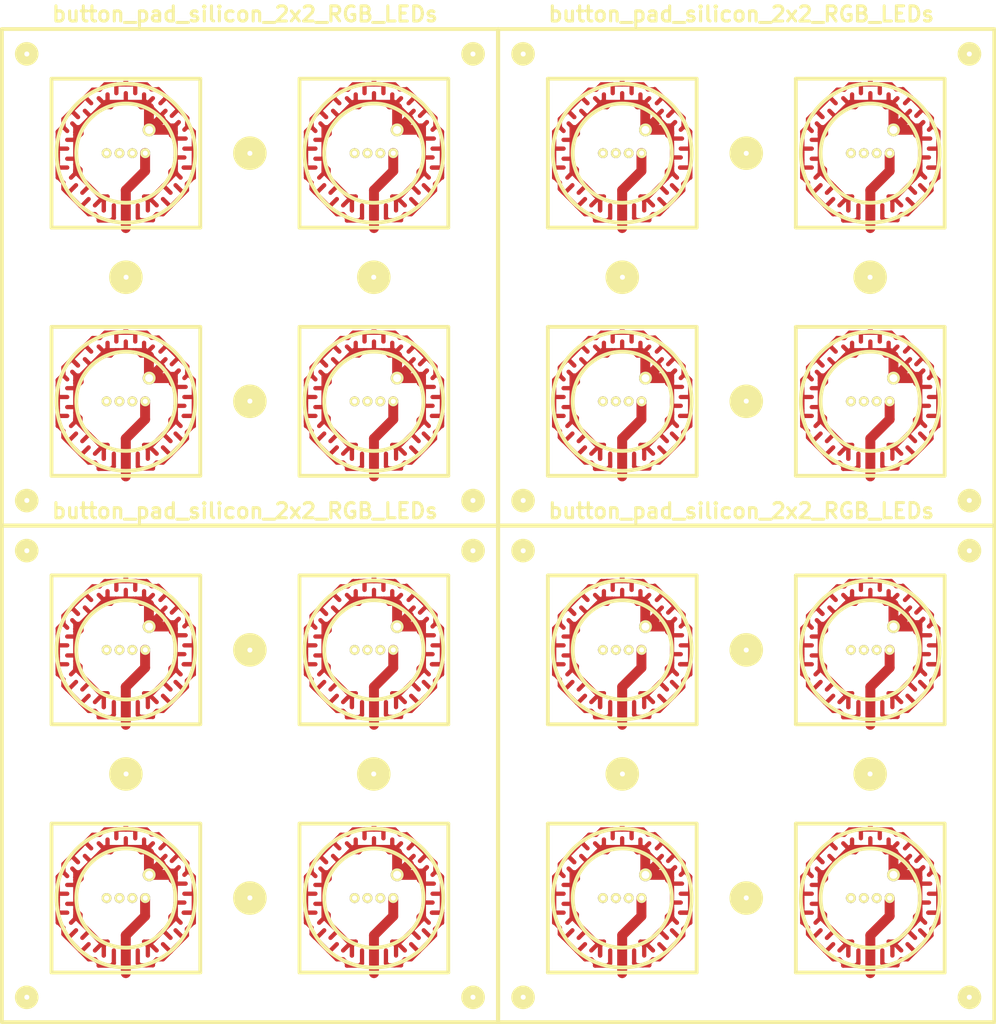
<source format=kicad_pcb>
(kicad_pcb (version 4) (host pcbnew 4.0.4-stable)
  (title_block (date "4 aug 2010"))
  (layers (0 Component signal) (31 Copper signal) (34 B.Paste user) (35 F.Paste user) (36 B.SilkS user) (37 F.SilkS user) (38 B.Mask user) (39 F.Mask user) (44 Edge.Cuts user))
  (net 0 "")
  (module button_pad_silicon_2x2_RGB_LEDs (layer Component) (at 148.336 90.043)
    (fp_text reference button_pad_silicon_2x2_RGB_LEDs (at -0.50038 -26.49982) (layer F.SilkS) (effects (font (thickness 0.3048))))
    (fp_text value VAL** hide)
    (pad 10 thru_hole circle (at -13.14958 12.50188) (size 1.00076 1.00076) (drill 0.50038) (layers *.Cu *.Mask F.SilkS))
    (pad 9 thru_hole circle (at -14.45006 12.50188) (size 1.00076 1.00076) (drill 0.50038) (layers *.Cu *.Mask F.SilkS))
    (pad 11 thru_hole circle (at -11.8491 12.50188) (size 1.00076 1.00076) (drill 0.50038) (layers *.Cu *.Mask F.SilkS))
    (pad 12 thru_hole circle (at -10.54862 12.50188) (size 1.00076 1.00076) (drill 0.50038) (layers *.Cu *.Mask F.SilkS))
    (pad 14 thru_hole circle (at 11.85164 12.50188) (size 1.00076 1.00076) (drill 0.50038) (layers *.Cu *.Mask F.SilkS))
    (pad 15 thru_hole circle (at 13.15212 12.50188) (size 1.00076 1.00076) (drill 0.50038) (layers *.Cu *.Mask F.SilkS))
    (pad 13 thru_hole circle (at 10.55116 12.50188) (size 1.00076 1.00076) (drill 0.50038) (layers *.Cu *.Mask F.SilkS))
    (pad 16 thru_hole circle (at 14.4526 12.50188) (size 1.00076 1.00076) (drill 0.50038) (layers *.Cu *.Mask F.SilkS))
    (pad 6 thru_hole circle (at 11.85164 -12.4968) (size 1.00076 1.00076) (drill 0.50038) (layers *.Cu *.Mask F.SilkS))
    (pad 5 thru_hole circle (at 10.55116 -12.4968) (size 1.00076 1.00076) (drill 0.50038) (layers *.Cu *.Mask F.SilkS))
    (pad 7 thru_hole circle (at 13.15212 -12.4968) (size 1.00076 1.00076) (drill 0.50038) (layers *.Cu *.Mask F.SilkS))
    (pad 8 thru_hole circle (at 14.4526 -12.4968) (size 1.00076 1.00076) (drill 0.50038) (layers *.Cu *.Mask F.SilkS))
    (pad 2 thru_hole circle (at -13.14704 -12.4968) (size 1.00076 1.00076) (drill 0.50038) (layers *.Cu *.Mask F.SilkS))
    (pad 1 thru_hole circle (at -14.44752 -12.4968) (size 1.00076 1.00076) (drill 0.50038) (layers *.Cu *.Mask F.SilkS))
    (pad 3 thru_hole circle (at -11.84656 -12.4968) (size 1.00076 1.00076) (drill 0.50038) (layers *.Cu *.Mask F.SilkS))
    (pad 4 thru_hole circle (at -10.54608 -12.4968) (size 1.00076 1.00076) (drill 0.50038) (layers *.Cu *.Mask F.SilkS))
    (pad 21 thru_hole circle (at -10.15746 10.16254) (size 1.30048 1.30048) (drill 0.8001) (layers *.Cu *.Mask F.SilkS))
    (pad 23 thru_hole circle (at 14.84122 10.16254) (size 1.30048 1.30048) (drill 0.8001) (layers *.Cu *.Mask F.SilkS))
    (pad 19 thru_hole circle (at 14.84122 -14.83868) (size 1.30048 1.30048) (drill 0.8001) (layers *.Cu *.Mask F.SilkS))
    (pad 17 thru_hole circle (at -10.16 -14.83868) (size 1.30048 1.30048) (drill 0.8001) (layers *.Cu *.Mask F.SilkS))
    (pad 22 smd rect (at -12.5095 5.50418) (size 0.50038 0.50038) (layers Component F.Paste F.Mask))
    (pad 18 smd rect (at -12.5095 -19.51482) (size 0.50038 0.50038) (layers Component F.Paste F.Mask))
    (pad 20 smd rect (at 12.5095 -19.51482) (size 0.50038 0.50038) (layers Component F.Paste F.Mask))
    (pad 24 smd rect (at 12.5095 5.50418) (size 0.50038 0.50038) (layers Component F.Paste F.Mask))
    (pad "" thru_hole circle (at -12.48156 0) (size 2.99974 2.99974) (drill 0.50038) (layers *.Cu *.Mask F.SilkS))
    (pad "" thru_hole circle (at 0 -12.48156) (size 2.99974 2.99974) (drill 0.50038) (layers *.Cu *.Mask F.SilkS))
    (pad "" thru_hole circle (at 12.48156 0) (size 2.99974 2.99974) (drill 0.50038) (layers *.Cu *.Mask F.SilkS))
    (pad "" thru_hole circle (at 0 12.48156) (size 2.99974 2.99974) (drill 0.50038) (layers *.Cu *.Mask F.SilkS))
    (pad "" thru_hole circle (at 22.48662 -22.48662) (size 1.99898 1.99898) (drill 0.50038) (layers *.Cu *.Mask F.SilkS))
    (pad "" thru_hole circle (at -22.48662 -22.48662) (size 1.99898 1.99898) (drill 0.50038) (layers *.Cu *.Mask F.SilkS))
    (pad "" thru_hole circle (at -22.48662 22.48662) (size 1.99898 1.99898) (drill 0.50038) (layers *.Cu *.Mask F.SilkS))
    (pad "" thru_hole circle (at 22.48662 22.48662) (size 1.99898 1.99898) (drill 0.50038) (layers *.Cu *.Mask F.SilkS))
  )
  (module button_pad_silicon_2x2_RGB_LEDs (layer Component) (at 198.374 90.043)
    (fp_text reference button_pad_silicon_2x2_RGB_LEDs (at -0.50038 -26.49982) (layer F.SilkS) (effects (font (thickness 0.3048))))
    (fp_text value VAL** hide)
    (pad 10 thru_hole circle (at -13.14958 12.50188) (size 1.00076 1.00076) (drill 0.50038) (layers *.Cu *.Mask F.SilkS))
    (pad 9 thru_hole circle (at -14.45006 12.50188) (size 1.00076 1.00076) (drill 0.50038) (layers *.Cu *.Mask F.SilkS))
    (pad 11 thru_hole circle (at -11.8491 12.50188) (size 1.00076 1.00076) (drill 0.50038) (layers *.Cu *.Mask F.SilkS))
    (pad 12 thru_hole circle (at -10.54862 12.50188) (size 1.00076 1.00076) (drill 0.50038) (layers *.Cu *.Mask F.SilkS))
    (pad 14 thru_hole circle (at 11.85164 12.50188) (size 1.00076 1.00076) (drill 0.50038) (layers *.Cu *.Mask F.SilkS))
    (pad 15 thru_hole circle (at 13.15212 12.50188) (size 1.00076 1.00076) (drill 0.50038) (layers *.Cu *.Mask F.SilkS))
    (pad 13 thru_hole circle (at 10.55116 12.50188) (size 1.00076 1.00076) (drill 0.50038) (layers *.Cu *.Mask F.SilkS))
    (pad 16 thru_hole circle (at 14.4526 12.50188) (size 1.00076 1.00076) (drill 0.50038) (layers *.Cu *.Mask F.SilkS))
    (pad 6 thru_hole circle (at 11.85164 -12.4968) (size 1.00076 1.00076) (drill 0.50038) (layers *.Cu *.Mask F.SilkS))
    (pad 5 thru_hole circle (at 10.55116 -12.4968) (size 1.00076 1.00076) (drill 0.50038) (layers *.Cu *.Mask F.SilkS))
    (pad 7 thru_hole circle (at 13.15212 -12.4968) (size 1.00076 1.00076) (drill 0.50038) (layers *.Cu *.Mask F.SilkS))
    (pad 8 thru_hole circle (at 14.4526 -12.4968) (size 1.00076 1.00076) (drill 0.50038) (layers *.Cu *.Mask F.SilkS))
    (pad 2 thru_hole circle (at -13.14704 -12.4968) (size 1.00076 1.00076) (drill 0.50038) (layers *.Cu *.Mask F.SilkS))
    (pad 1 thru_hole circle (at -14.44752 -12.4968) (size 1.00076 1.00076) (drill 0.50038) (layers *.Cu *.Mask F.SilkS))
    (pad 3 thru_hole circle (at -11.84656 -12.4968) (size 1.00076 1.00076) (drill 0.50038) (layers *.Cu *.Mask F.SilkS))
    (pad 4 thru_hole circle (at -10.54608 -12.4968) (size 1.00076 1.00076) (drill 0.50038) (layers *.Cu *.Mask F.SilkS))
    (pad 21 thru_hole circle (at -10.15746 10.16254) (size 1.30048 1.30048) (drill 0.8001) (layers *.Cu *.Mask F.SilkS))
    (pad 23 thru_hole circle (at 14.84122 10.16254) (size 1.30048 1.30048) (drill 0.8001) (layers *.Cu *.Mask F.SilkS))
    (pad 19 thru_hole circle (at 14.84122 -14.83868) (size 1.30048 1.30048) (drill 0.8001) (layers *.Cu *.Mask F.SilkS))
    (pad 17 thru_hole circle (at -10.16 -14.83868) (size 1.30048 1.30048) (drill 0.8001) (layers *.Cu *.Mask F.SilkS))
    (pad 22 smd rect (at -12.5095 5.50418) (size 0.50038 0.50038) (layers Component F.Paste F.Mask))
    (pad 18 smd rect (at -12.5095 -19.51482) (size 0.50038 0.50038) (layers Component F.Paste F.Mask))
    (pad 20 smd rect (at 12.5095 -19.51482) (size 0.50038 0.50038) (layers Component F.Paste F.Mask))
    (pad 24 smd rect (at 12.5095 5.50418) (size 0.50038 0.50038) (layers Component F.Paste F.Mask))
    (pad "" thru_hole circle (at -12.48156 0) (size 2.99974 2.99974) (drill 0.50038) (layers *.Cu *.Mask F.SilkS))
    (pad "" thru_hole circle (at 0 -12.48156) (size 2.99974 2.99974) (drill 0.50038) (layers *.Cu *.Mask F.SilkS))
    (pad "" thru_hole circle (at 12.48156 0) (size 2.99974 2.99974) (drill 0.50038) (layers *.Cu *.Mask F.SilkS))
    (pad "" thru_hole circle (at 0 12.48156) (size 2.99974 2.99974) (drill 0.50038) (layers *.Cu *.Mask F.SilkS))
    (pad "" thru_hole circle (at 22.48662 -22.48662) (size 1.99898 1.99898) (drill 0.50038) (layers *.Cu *.Mask F.SilkS))
    (pad "" thru_hole circle (at -22.48662 -22.48662) (size 1.99898 1.99898) (drill 0.50038) (layers *.Cu *.Mask F.SilkS))
    (pad "" thru_hole circle (at -22.48662 22.48662) (size 1.99898 1.99898) (drill 0.50038) (layers *.Cu *.Mask F.SilkS))
    (pad "" thru_hole circle (at 22.48662 22.48662) (size 1.99898 1.99898) (drill 0.50038) (layers *.Cu *.Mask F.SilkS))
  )
  (module button_pad_silicon_2x2_RGB_LEDs (layer Component) (at 198.374 140.081)
    (fp_text reference button_pad_silicon_2x2_RGB_LEDs (at -0.50038 -26.49982) (layer F.SilkS) (effects (font (thickness 0.3048))))
    (fp_text value VAL** hide)
    (pad 10 thru_hole circle (at -13.14958 12.50188) (size 1.00076 1.00076) (drill 0.50038) (layers *.Cu *.Mask F.SilkS))
    (pad 9 thru_hole circle (at -14.45006 12.50188) (size 1.00076 1.00076) (drill 0.50038) (layers *.Cu *.Mask F.SilkS))
    (pad 11 thru_hole circle (at -11.8491 12.50188) (size 1.00076 1.00076) (drill 0.50038) (layers *.Cu *.Mask F.SilkS))
    (pad 12 thru_hole circle (at -10.54862 12.50188) (size 1.00076 1.00076) (drill 0.50038) (layers *.Cu *.Mask F.SilkS))
    (pad 14 thru_hole circle (at 11.85164 12.50188) (size 1.00076 1.00076) (drill 0.50038) (layers *.Cu *.Mask F.SilkS))
    (pad 15 thru_hole circle (at 13.15212 12.50188) (size 1.00076 1.00076) (drill 0.50038) (layers *.Cu *.Mask F.SilkS))
    (pad 13 thru_hole circle (at 10.55116 12.50188) (size 1.00076 1.00076) (drill 0.50038) (layers *.Cu *.Mask F.SilkS))
    (pad 16 thru_hole circle (at 14.4526 12.50188) (size 1.00076 1.00076) (drill 0.50038) (layers *.Cu *.Mask F.SilkS))
    (pad 6 thru_hole circle (at 11.85164 -12.4968) (size 1.00076 1.00076) (drill 0.50038) (layers *.Cu *.Mask F.SilkS))
    (pad 5 thru_hole circle (at 10.55116 -12.4968) (size 1.00076 1.00076) (drill 0.50038) (layers *.Cu *.Mask F.SilkS))
    (pad 7 thru_hole circle (at 13.15212 -12.4968) (size 1.00076 1.00076) (drill 0.50038) (layers *.Cu *.Mask F.SilkS))
    (pad 8 thru_hole circle (at 14.4526 -12.4968) (size 1.00076 1.00076) (drill 0.50038) (layers *.Cu *.Mask F.SilkS))
    (pad 2 thru_hole circle (at -13.14704 -12.4968) (size 1.00076 1.00076) (drill 0.50038) (layers *.Cu *.Mask F.SilkS))
    (pad 1 thru_hole circle (at -14.44752 -12.4968) (size 1.00076 1.00076) (drill 0.50038) (layers *.Cu *.Mask F.SilkS))
    (pad 3 thru_hole circle (at -11.84656 -12.4968) (size 1.00076 1.00076) (drill 0.50038) (layers *.Cu *.Mask F.SilkS))
    (pad 4 thru_hole circle (at -10.54608 -12.4968) (size 1.00076 1.00076) (drill 0.50038) (layers *.Cu *.Mask F.SilkS))
    (pad 21 thru_hole circle (at -10.15746 10.16254) (size 1.30048 1.30048) (drill 0.8001) (layers *.Cu *.Mask F.SilkS))
    (pad 23 thru_hole circle (at 14.84122 10.16254) (size 1.30048 1.30048) (drill 0.8001) (layers *.Cu *.Mask F.SilkS))
    (pad 19 thru_hole circle (at 14.84122 -14.83868) (size 1.30048 1.30048) (drill 0.8001) (layers *.Cu *.Mask F.SilkS))
    (pad 17 thru_hole circle (at -10.16 -14.83868) (size 1.30048 1.30048) (drill 0.8001) (layers *.Cu *.Mask F.SilkS))
    (pad 22 smd rect (at -12.5095 5.50418) (size 0.50038 0.50038) (layers Component F.Paste F.Mask))
    (pad 18 smd rect (at -12.5095 -19.51482) (size 0.50038 0.50038) (layers Component F.Paste F.Mask))
    (pad 20 smd rect (at 12.5095 -19.51482) (size 0.50038 0.50038) (layers Component F.Paste F.Mask))
    (pad 24 smd rect (at 12.5095 5.50418) (size 0.50038 0.50038) (layers Component F.Paste F.Mask))
    (pad "" thru_hole circle (at -12.48156 0) (size 2.99974 2.99974) (drill 0.50038) (layers *.Cu *.Mask F.SilkS))
    (pad "" thru_hole circle (at 0 -12.48156) (size 2.99974 2.99974) (drill 0.50038) (layers *.Cu *.Mask F.SilkS))
    (pad "" thru_hole circle (at 12.48156 0) (size 2.99974 2.99974) (drill 0.50038) (layers *.Cu *.Mask F.SilkS))
    (pad "" thru_hole circle (at 0 12.48156) (size 2.99974 2.99974) (drill 0.50038) (layers *.Cu *.Mask F.SilkS))
    (pad "" thru_hole circle (at 22.48662 -22.48662) (size 1.99898 1.99898) (drill 0.50038) (layers *.Cu *.Mask F.SilkS))
    (pad "" thru_hole circle (at -22.48662 -22.48662) (size 1.99898 1.99898) (drill 0.50038) (layers *.Cu *.Mask F.SilkS))
    (pad "" thru_hole circle (at -22.48662 22.48662) (size 1.99898 1.99898) (drill 0.50038) (layers *.Cu *.Mask F.SilkS))
    (pad "" thru_hole circle (at 22.48662 22.48662) (size 1.99898 1.99898) (drill 0.50038) (layers *.Cu *.Mask F.SilkS))
  )
  (module button_pad_silicon_2x2_RGB_LEDs (layer Component) (at 148.336 140.081)
    (fp_text reference button_pad_silicon_2x2_RGB_LEDs (at -0.50038 -26.49982) (layer F.SilkS) (effects (font (thickness 0.3048))))
    (fp_text value VAL** hide)
    (pad 10 thru_hole circle (at -13.14958 12.50188) (size 1.00076 1.00076) (drill 0.50038) (layers *.Cu *.Mask F.SilkS))
    (pad 9 thru_hole circle (at -14.45006 12.50188) (size 1.00076 1.00076) (drill 0.50038) (layers *.Cu *.Mask F.SilkS))
    (pad 11 thru_hole circle (at -11.8491 12.50188) (size 1.00076 1.00076) (drill 0.50038) (layers *.Cu *.Mask F.SilkS))
    (pad 12 thru_hole circle (at -10.54862 12.50188) (size 1.00076 1.00076) (drill 0.50038) (layers *.Cu *.Mask F.SilkS))
    (pad 14 thru_hole circle (at 11.85164 12.50188) (size 1.00076 1.00076) (drill 0.50038) (layers *.Cu *.Mask F.SilkS))
    (pad 15 thru_hole circle (at 13.15212 12.50188) (size 1.00076 1.00076) (drill 0.50038) (layers *.Cu *.Mask F.SilkS))
    (pad 13 thru_hole circle (at 10.55116 12.50188) (size 1.00076 1.00076) (drill 0.50038) (layers *.Cu *.Mask F.SilkS))
    (pad 16 thru_hole circle (at 14.4526 12.50188) (size 1.00076 1.00076) (drill 0.50038) (layers *.Cu *.Mask F.SilkS))
    (pad 6 thru_hole circle (at 11.85164 -12.4968) (size 1.00076 1.00076) (drill 0.50038) (layers *.Cu *.Mask F.SilkS))
    (pad 5 thru_hole circle (at 10.55116 -12.4968) (size 1.00076 1.00076) (drill 0.50038) (layers *.Cu *.Mask F.SilkS))
    (pad 7 thru_hole circle (at 13.15212 -12.4968) (size 1.00076 1.00076) (drill 0.50038) (layers *.Cu *.Mask F.SilkS))
    (pad 8 thru_hole circle (at 14.4526 -12.4968) (size 1.00076 1.00076) (drill 0.50038) (layers *.Cu *.Mask F.SilkS))
    (pad 2 thru_hole circle (at -13.14704 -12.4968) (size 1.00076 1.00076) (drill 0.50038) (layers *.Cu *.Mask F.SilkS))
    (pad 1 thru_hole circle (at -14.44752 -12.4968) (size 1.00076 1.00076) (drill 0.50038) (layers *.Cu *.Mask F.SilkS))
    (pad 3 thru_hole circle (at -11.84656 -12.4968) (size 1.00076 1.00076) (drill 0.50038) (layers *.Cu *.Mask F.SilkS))
    (pad 4 thru_hole circle (at -10.54608 -12.4968) (size 1.00076 1.00076) (drill 0.50038) (layers *.Cu *.Mask F.SilkS))
    (pad 21 thru_hole circle (at -10.15746 10.16254) (size 1.30048 1.30048) (drill 0.8001) (layers *.Cu *.Mask F.SilkS))
    (pad 23 thru_hole circle (at 14.84122 10.16254) (size 1.30048 1.30048) (drill 0.8001) (layers *.Cu *.Mask F.SilkS))
    (pad 19 thru_hole circle (at 14.84122 -14.83868) (size 1.30048 1.30048) (drill 0.8001) (layers *.Cu *.Mask F.SilkS))
    (pad 17 thru_hole circle (at -10.16 -14.83868) (size 1.30048 1.30048) (drill 0.8001) (layers *.Cu *.Mask F.SilkS))
    (pad 22 smd rect (at -12.5095 5.50418) (size 0.50038 0.50038) (layers Component F.Paste F.Mask))
    (pad 18 smd rect (at -12.5095 -19.51482) (size 0.50038 0.50038) (layers Component F.Paste F.Mask))
    (pad 20 smd rect (at 12.5095 -19.51482) (size 0.50038 0.50038) (layers Component F.Paste F.Mask))
    (pad 24 smd rect (at 12.5095 5.50418) (size 0.50038 0.50038) (layers Component F.Paste F.Mask))
    (pad "" thru_hole circle (at -12.48156 0) (size 2.99974 2.99974) (drill 0.50038) (layers *.Cu *.Mask F.SilkS))
    (pad "" thru_hole circle (at 0 -12.48156) (size 2.99974 2.99974) (drill 0.50038) (layers *.Cu *.Mask F.SilkS))
    (pad "" thru_hole circle (at 12.48156 0) (size 2.99974 2.99974) (drill 0.50038) (layers *.Cu *.Mask F.SilkS))
    (pad "" thru_hole circle (at 0 12.48156) (size 2.99974 2.99974) (drill 0.50038) (layers *.Cu *.Mask F.SilkS))
    (pad "" thru_hole circle (at 22.48662 -22.48662) (size 1.99898 1.99898) (drill 0.50038) (layers *.Cu *.Mask F.SilkS))
    (pad "" thru_hole circle (at -22.48662 -22.48662) (size 1.99898 1.99898) (drill 0.50038) (layers *.Cu *.Mask F.SilkS))
    (pad "" thru_hole circle (at -22.48662 22.48662) (size 1.99898 1.99898) (drill 0.50038) (layers *.Cu *.Mask F.SilkS))
    (pad "" thru_hole circle (at 22.48662 22.48662) (size 1.99898 1.99898) (drill 0.50038) (layers *.Cu *.Mask F.SilkS))
  )
  (segment (start 160.8455 106.299) (end 160.8455 110.109) (width 1.00076) (layer Component) (net 0))
  (segment (start 162.7886 104.3559) (end 160.8455 106.299) (width 1.00076) (layer Component) (net 0))
  (segment (start 162.7886 102.54488) (end 162.7886 104.3559) (width 1.00076) (layer Component) (net 0))
  (segment (start 163.17722 100.20554) (end 165.38702 100.20554) (width 1.00076) (layer Component) (net 0))
  (segment (start 163.17722 97.99828) (end 163.195 97.9805) (width 1.00076) (layer Component) (net 0))
  (segment (start 163.17722 100.20554) (end 163.17722 97.99828) (width 1.00076) (layer Component) (net 0))
  (segment (start 163.322 100.20554) (end 164.37102 99.15652) (width 1.00076) (layer Component) (net 0))
  (segment (start 163.17722 100.20554) (end 163.322 100.20554) (width 1.00076) (layer Component) (net 0))
  (segment (start 155.7655 103.124) (end 154.94 103.124) (width 0.4318) (layer Component) (net 0))
  (segment (start 155.7655 101.219) (end 154.94 101.219) (width 0.4318) (layer Component) (net 0))
  (segment (start 165.87216 102.997) (end 166.751 102.997) (width 0.4318) (layer Component) (net 0))
  (segment (start 167.7035 102.108) (end 166.751 102.108) (width 0.4318) (layer Component) (net 0))
  (segment (start 166.116 98.171) (end 165.481 98.806) (width 0.4318) (layer Component) (net 0))
  (segment (start 166.1795 98.171) (end 166.116 98.171) (width 0.4318) (layer Component) (net 0))
  (segment (start 164.37102 98.77298) (end 164.846 98.298) (width 0.4318) (layer Component) (net 0))
  (segment (start 164.37102 99.15652) (end 164.37102 98.77298) (width 0.4318) (layer Component) (net 0))
  (segment (start 157.19298 98.77298) (end 156.718 98.298) (width 0.4318) (layer Component) (net 0))
  (segment (start 157.44952 98.77298) (end 157.19298 98.77298) (width 0.4318) (layer Component) (net 0))
  (segment (start 156.81198 96.99498) (end 157.353 97.536) (width 0.4318) (layer Component) (net 0))
  (segment (start 156.68752 96.99498) (end 156.81198 96.99498) (width 0.4318) (layer Component) (net 0))
  (segment (start 162.687 97.5995) (end 162.687 96.647) (width 0.4318) (layer Component) (net 0))
  (segment (start 159.004 97.5995) (end 159.004 96.647) (width 0.4318) (layer Component) (net 0))
  (segment (start 154.94 100.33) (end 154.4955 99.8855) (width 0.4318) (layer Component) (net 0))
  (segment (start 166.751 100.203) (end 167.132 99.822) (width 0.4318) (layer Component) (net 0))
  (segment (start 166.624 106.553) (end 165.862 105.791) (width 0.4318) (layer Component) (net 0))
  (segment (start 166.751 106.553) (end 166.624 106.553) (width 0.4318) (layer Component) (net 0))
  (segment (start 155.067 106.553) (end 155.829 105.791) (width 0.4318) (layer Component) (net 0))
  (segment (start 154.94 106.553) (end 155.067 106.553) (width 0.4318) (layer Component) (net 0))
  (segment (start 156.4005 107.8865) (end 157.099 107.188) (width 0.4318) (layer Component) (net 0))
  (segment (start 156.2735 107.8865) (end 156.4005 107.8865) (width 0.4318) (layer Component) (net 0))
  (segment (start 165.354 107.95) (end 164.592 107.188) (width 0.4318) (layer Component) (net 0))
  (segment (start 157.1625 105.8545) (end 156.464 106.553) (width 0.4318) (layer Component) (net 0))
  (segment (start 164.6301 105.8291) (end 165.354 106.553) (width 0.4318) (layer Component) (net 0))
  (segment (start 158.496 107.061) (end 157.734 107.823) (width 0.4318) (layer Component) (net 0))
  (segment (start 158.496 106.934) (end 158.496 107.061) (width 0.4318) (layer Component) (net 0))
  (segment (start 163.195 107.061) (end 163.957 107.823) (width 0.4318) (layer Component) (net 0))
  (segment (start 163.195 106.934) (end 163.195 107.061) (width 0.4318) (layer Component) (net 0))
  (segment (start 163.068 107.315) (end 162.687 106.934) (width 0.4318) (layer Component) (net 0))
  (segment (start 163.195 106.934) (end 163.5252 106.934) (width 0.4318) (layer Component) (net 0))
  (segment (start 162.687 106.934) (end 163.195 106.934) (width 0.4318) (layer Component) (net 0))
  (segment (start 163.068 107.188) (end 163.068 107.315) (width 0.4318) (layer Component) (net 0))
  (segment (start 163.068 107.442) (end 163.068 107.188) (width 0.4318) (layer Component) (net 0))
  (segment (start 163.068 107.442) (end 163.068 108.331) (width 0.4318) (layer Component) (net 0))
  (segment (start 164.0586 106.4006) (end 163.6776 106.7816) (width 0.4318) (layer Component) (net 0))
  (segment (start 164.6301 105.8291) (end 164.0586 106.4006) (width 0.4318) (layer Component) (net 0))
  (segment (start 165.354 105.1052) (end 164.6301 105.8291) (width 0.4318) (layer Component) (net 0))
  (segment (start 163.6776 106.7816) (end 163.5252 106.934) (width 0.4318) (layer Component) (net 0))
  (segment (start 165.354 105.0925) (end 165.354 105.1052) (width 0.4318) (layer Component) (net 0))
  (segment (start 155.7655 104.5845) (end 155.321 105.029) (width 0.4318) (layer Component) (net 0))
  (segment (start 155.7655 104.4575) (end 155.7655 104.5845) (width 0.4318) (layer Component) (net 0))
  (segment (start 167.005 105.664) (end 167.005 106.299) (width 0.4318) (layer Component) (net 0))
  (segment (start 167.64 105.029) (end 167.005 105.664) (width 0.4318) (layer Component) (net 0))
  (segment (start 167.7035 105.029) (end 167.64 105.029) (width 0.4318) (layer Component) (net 0))
  (segment (start 154.051 105.029) (end 154.559 105.537) (width 0.4318) (layer Component) (net 0))
  (segment (start 154.559 105.537) (end 154.559 106.172) (width 0.4318) (layer Component) (net 0))
  (segment (start 153.9875 105.029) (end 154.051 105.029) (width 0.4318) (layer Component) (net 0))
  (segment (start 163.576 109.093) (end 163.957 108.712) (width 0.4318) (layer Component) (net 0))
  (segment (start 163.957 108.712) (end 164.592 108.712) (width 0.4318) (layer Component) (net 0))
  (segment (start 163.576 109.31398) (end 163.576 109.093) (width 0.4318) (layer Component) (net 0))
  (segment (start 156.2735 107.8865) (end 157.099 108.712) (width 0.4318) (layer Component) (net 0))
  (segment (start 154.686 106.299) (end 156.2735 107.8865) (width 0.4318) (layer Component) (net 0))
  (segment (start 158.115 109.093) (end 157.734 108.712) (width 0.4318) (layer Component) (net 0))
  (segment (start 157.734 108.712) (end 157.099 108.712) (width 0.4318) (layer Component) (net 0))
  (segment (start 158.115 109.347) (end 158.115 109.093) (width 0.4318) (layer Component) (net 0))
  (segment (start 158.115 109.347) (end 159.385 109.347) (width 0.4318) (layer Component) (net 0))
  (segment (start 159.385 109.347) (end 159.639 109.093) (width 0.4318) (layer Component) (net 0))
  (segment (start 159.639 109.093) (end 159.639 107.823) (width 0.4318) (layer Component) (net 0))
  (segment (start 154.813 106.426) (end 154.686 106.299) (width 0.4318) (layer Component) (net 0))
  (segment (start 154.94 106.553) (end 154.813 106.426) (width 0.4318) (layer Component) (net 0))
  (segment (start 154.559 106.172) (end 154.94 106.553) (width 0.4318) (layer Component) (net 0))
  (segment (start 162.27298 109.31398) (end 162.052 109.093) (width 0.4318) (layer Component) (net 0))
  (segment (start 162.052 109.093) (end 162.052 107.823) (width 0.4318) (layer Component) (net 0))
  (segment (start 162.941 109.31398) (end 162.27298 109.31398) (width 0.4318) (layer Component) (net 0))
  (segment (start 162.941 109.31398) (end 162.90798 109.31398) (width 0.4318) (layer Component) (net 0))
  (segment (start 163.576 109.31398) (end 162.941 109.31398) (width 0.4318) (layer Component) (net 0))
  (segment (start 164.719 108.585) (end 164.592 108.712) (width 0.4318) (layer Component) (net 0))
  (segment (start 165.354 107.95) (end 164.719 108.585) (width 0.4318) (layer Component) (net 0))
  (segment (start 166.0525 107.2515) (end 165.354 107.95) (width 0.4318) (layer Component) (net 0))
  (segment (start 166.751 106.553) (end 166.0525 107.2515) (width 0.4318) (layer Component) (net 0))
  (segment (start 166.878 106.426) (end 166.751 106.553) (width 0.4318) (layer Component) (net 0))
  (segment (start 167.005 106.299) (end 166.878 106.426) (width 0.4318) (layer Component) (net 0))
  (segment (start 153.9875 104.013) (end 153.9875 104.648) (width 0.4318) (layer Component) (net 0))
  (segment (start 153.9875 104.648) (end 153.9875 104.521) (width 0.4318) (layer Component) (net 0))
  (segment (start 153.9875 103.251) (end 153.9875 104.013) (width 0.4318) (layer Component) (net 0))
  (segment (start 153.9875 102.489) (end 153.9875 103.251) (width 0.4318) (layer Component) (net 0))
  (segment (start 165.87216 104.521) (end 165.9255 104.521) (width 0.4318) (layer Component) (net 0))
  (segment (start 167.7035 104.013) (end 166.6875 104.013) (width 0.4318) (layer Component) (net 0))
  (segment (start 165.5445 100.076) (end 165.38702 100.23348) (width 0.4318) (layer Component) (net 0))
  (segment (start 165.38702 100.23348) (end 165.83152 99.78898) (width 0.4318) (layer Component) (net 0))
  (segment (start 165.83152 99.78898) (end 165.87216 99.74834) (width 0.4318) (layer Component) (net 0))
  (segment (start 165.87216 99.74834) (end 166.1795 99.441) (width 0.4318) (layer Component) (net 0))
  (segment (start 165.5445 100.076) (end 166.1795 99.441) (width 0.4318) (layer Component) (net 0))
  (segment (start 165.1635 99.695) (end 165.25748 99.78898) (width 0.4318) (layer Component) (net 0))
  (segment (start 165.25748 99.78898) (end 165.38702 99.91852) (width 0.4318) (layer Component) (net 0))
  (segment (start 165.38702 99.91852) (end 165.5445 100.076) (width 0.4318) (layer Component) (net 0))
  (segment (start 165.5445 100.076) (end 165.6715 100.203) (width 0.4318) (layer Component) (net 0))
  (segment (start 163.2585 97.917) (end 163.2585 97.79) (width 0.4318) (layer Component) (net 0))
  (segment (start 162.3695 97.917) (end 162.814 97.4725) (width 0.4318) (layer Component) (net 0))
  (segment (start 162.814 97.4725) (end 162.78352 97.50298) (width 0.4318) (layer Component) (net 0))
  (segment (start 162.78352 97.50298) (end 162.8775 97.409) (width 0.4318) (layer Component) (net 0))
  (segment (start 158.8135 97.409) (end 158.877 97.4725) (width 0.4318) (layer Component) (net 0))
  (segment (start 158.877 97.4725) (end 158.84652 97.44202) (width 0.4318) (layer Component) (net 0))
  (segment (start 158.84652 97.44202) (end 159.3215 97.917) (width 0.4318) (layer Component) (net 0))
  (segment (start 161.8615 97.409) (end 162.1155 97.663) (width 0.4318) (layer Component) (net 0))
  (segment (start 162.1155 97.663) (end 162.3695 97.917) (width 0.4318) (layer Component) (net 0))
  (segment (start 162.3695 97.917) (end 163.2585 97.917) (width 0.4318) (layer Component) (net 0))
  (segment (start 163.2585 97.917) (end 163.3855 97.917) (width 0.4318) (layer Component) (net 0))
  (segment (start 159.3215 97.917) (end 159.3215 97.917) (width 0.4318) (layer Component) (net 0))
  (segment (start 159.3215 97.917) (end 159.8295 97.409) (width 0.4318) (layer Component) (net 0))
  (segment (start 155.3845 98.298) (end 156.0195 98.933) (width 0.4318) (layer Component) (net 0))
  (segment (start 155.7655 100.457) (end 155.7655 99.949) (width 0.4318) (layer Component) (net 0))
  (segment (start 165.1635 99.695) (end 164.49802 99.02952) (width 0.4318) (layer Component) (net 0))
  (segment (start 164.49802 99.02952) (end 164.2745 98.806) (width 0.4318) (layer Component) (net 0))
  (segment (start 164.2745 98.806) (end 163.3855 97.917) (width 0.4318) (layer Component) (net 0))
  (segment (start 163.3855 97.917) (end 163.10102 97.63252) (width 0.4318) (layer Component) (net 0))
  (segment (start 163.10102 97.63252) (end 163.03752 97.56902) (width 0.4318) (layer Component) (net 0))
  (segment (start 163.03752 97.56902) (end 163.1315 97.663) (width 0.4318) (layer Component) (net 0))
  (segment (start 163.1315 97.663) (end 162.8775 97.409) (width 0.4318) (layer Component) (net 0))
  (segment (start 162.8775 97.409) (end 162.6235 97.409) (width 0.4318) (layer Component) (net 0))
  (segment (start 162.6235 97.409) (end 162.3695 97.409) (width 0.4318) (layer Component) (net 0))
  (segment (start 162.3695 97.409) (end 161.8615 97.409) (width 0.4318) (layer Component) (net 0))
  (segment (start 161.8615 97.409) (end 161.6075 97.409) (width 0.4318) (layer Component) (net 0))
  (segment (start 161.6075 97.409) (end 160.8455 97.409) (width 0.4318) (layer Component) (net 0))
  (segment (start 160.8455 97.409) (end 160.5915 97.409) (width 0.4318) (layer Component) (net 0))
  (segment (start 160.0835 97.409) (end 159.8295 97.409) (width 0.4318) (layer Component) (net 0))
  (segment (start 160.5915 97.409) (end 160.0835 97.409) (width 0.4318) (layer Component) (net 0))
  (segment (start 159.8295 97.409) (end 159.0675 97.409) (width 0.4318) (layer Component) (net 0))
  (segment (start 159.0675 97.409) (end 158.8135 97.409) (width 0.4318) (layer Component) (net 0))
  (segment (start 158.8135 97.409) (end 158.65602 97.56648) (width 0.4318) (layer Component) (net 0))
  (segment (start 158.65602 97.56648) (end 158.496 97.7265) (width 0.4318) (layer Component) (net 0))
  (segment (start 158.496 97.7265) (end 158.3055 97.917) (width 0.4318) (layer Component) (net 0))
  (segment (start 158.3055 97.917) (end 158.1785 98.044) (width 0.4318) (layer Component) (net 0))
  (segment (start 158.1785 98.044) (end 157.7975 98.425) (width 0.4318) (layer Component) (net 0))
  (segment (start 157.7975 98.425) (end 157.25902 98.96348) (width 0.4318) (layer Component) (net 0))
  (segment (start 157.25902 98.96348) (end 157.38602 98.83648) (width 0.4318) (layer Component) (net 0))
  (segment (start 157.38602 98.83648) (end 157.1625 99.06) (width 0.4318) (layer Component) (net 0))
  (segment (start 157.1625 99.06) (end 156.2735 99.949) (width 0.4318) (layer Component) (net 0))
  (segment (start 156.2735 99.949) (end 156.37002 99.85248) (width 0.4318) (layer Component) (net 0))
  (segment (start 156.37002 99.85248) (end 156.30652 99.91598) (width 0.4318) (layer Component) (net 0))
  (segment (start 156.30652 99.91598) (end 156.4005 99.822) (width 0.4318) (layer Component) (net 0))
  (segment (start 156.4005 99.822) (end 155.7655 100.457) (width 0.4318) (layer Component) (net 0))
  (segment (start 155.7655 100.457) (end 155.7655 100.711) (width 0.4318) (layer Component) (net 0))
  (segment (start 155.7655 100.711) (end 155.7655 101.092) (width 0.4318) (layer Component) (net 0))
  (segment (start 155.7655 101.092) (end 155.7655 101.219) (width 0.4318) (layer Component) (net 0))
  (segment (start 165.87216 102.997) (end 165.87216 103.632) (width 0.4318) (layer Component) (net 0))
  (segment (start 165.87216 103.632) (end 165.87216 103.886) (width 0.4318) (layer Component) (net 0))
  (segment (start 165.87216 103.886) (end 165.87216 104.521) (width 0.4318) (layer Component) (net 0))
  (segment (start 165.87216 104.521) (end 165.87216 104.57434) (width 0.4318) (layer Component) (net 0))
  (segment (start 165.87216 104.57434) (end 165.354 105.0925) (width 0.4318) (layer Component) (net 0))
  (segment (start 167.7035 100.457) (end 167.7035 102.108) (width 0.4318) (layer Component) (net 0))
  (segment (start 167.7035 102.108) (end 167.7035 101.981) (width 0.4318) (layer Component) (net 0))
  (segment (start 167.7035 101.981) (end 167.7035 102.235) (width 0.4318) (layer Component) (net 0))
  (segment (start 167.7035 102.235) (end 167.7035 103.759) (width 0.4318) (layer Component) (net 0))
  (segment (start 167.7035 103.759) (end 167.7035 104.013) (width 0.4318) (layer Component) (net 0))
  (segment (start 167.7035 104.013) (end 167.7035 104.648) (width 0.4318) (layer Component) (net 0))
  (segment (start 167.7035 104.648) (end 167.7035 105.029) (width 0.4318) (layer Component) (net 0))
  (segment (start 164.94252 96.93402) (end 165.0365 97.028) (width 0.4318) (layer Component) (net 0))
  (segment (start 165.0365 97.028) (end 164.9095 96.901) (width 0.4318) (layer Component) (net 0))
  (segment (start 164.9095 96.901) (end 166.1795 98.171) (width 0.4318) (layer Component) (net 0))
  (segment (start 166.1795 98.171) (end 166.0525 98.044) (width 0.4318) (layer Component) (net 0))
  (segment (start 166.0525 98.044) (end 165.9255 97.917) (width 0.4318) (layer Component) (net 0))
  (segment (start 165.9255 97.917) (end 166.97452 98.96602) (width 0.4318) (layer Component) (net 0))
  (segment (start 166.97452 98.96602) (end 167.03802 99.02952) (width 0.4318) (layer Component) (net 0))
  (segment (start 167.03802 99.02952) (end 166.91102 98.90252) (width 0.4318) (layer Component) (net 0))
  (segment (start 159.3215 95.631) (end 159.893 95.631) (width 0.4318) (layer Component) (net 0))
  (segment (start 159.893 95.631) (end 159.766 95.631) (width 0.4318) (layer Component) (net 0))
  (segment (start 159.766 95.631) (end 160.02 95.631) (width 0.4318) (layer Component) (net 0))
  (segment (start 160.02 95.631) (end 159.8295 95.631) (width 0.4318) (layer Component) (net 0))
  (segment (start 159.8295 95.631) (end 160.8455 95.631) (width 0.4318) (layer Component) (net 0))
  (segment (start 160.8455 95.631) (end 161.3535 95.631) (width 0.4318) (layer Component) (net 0))
  (segment (start 161.3535 95.631) (end 161.798 95.631) (width 0.4318) (layer Component) (net 0))
  (segment (start 161.798 95.631) (end 161.925 95.631) (width 0.4318) (layer Component) (net 0))
  (segment (start 161.925 95.631) (end 161.8615 95.631) (width 0.4318) (layer Component) (net 0))
  (segment (start 154.559 99.1235) (end 155.3845 98.298) (width 0.4318) (layer Component) (net 0))
  (segment (start 155.3845 98.298) (end 156.4005 97.282) (width 0.4318) (layer Component) (net 0))
  (segment (start 156.4005 97.282) (end 156.68752 96.99498) (width 0.4318) (layer Component) (net 0))
  (segment (start 156.87802 96.80448) (end 157.51302 96.16948) (width 0.4318) (layer Component) (net 0))
  (segment (start 156.68752 96.99498) (end 156.87802 96.80448) (width 0.4318) (layer Component) (net 0))
  (segment (start 157.51302 96.16948) (end 157.44952 96.23298) (width 0.4318) (layer Component) (net 0))
  (segment (start 153.9875 100.457) (end 153.9875 100.965) (width 0.4318) (layer Component) (net 0))
  (segment (start 153.9875 100.965) (end 153.9875 101.981) (width 0.4318) (layer Component) (net 0))
  (segment (start 153.9875 102.108) (end 153.9875 102.489) (width 0.4318) (layer Component) (net 0))
  (segment (start 153.9875 101.981) (end 153.9875 102.108) (width 0.4318) (layer Component) (net 0))
  (segment (start 162.80384 104.34066) (end 161.83102 105.31348) (width 0.4318) (layer Component) (net 0))
  (segment (start 161.83102 105.31348) (end 160.8455 106.299) (width 0.4318) (layer Component) (net 0))
  (segment (start 160.8455 106.299) (end 160.8455 110.109) (width 0.4318) (layer Component) (net 0))
  (segment (start 162.80384 102.54234) (end 162.80384 104.34066) (width 0.4318) (layer Component) (net 0))
  (segment (start 156.9085 105.6005) (end 158.115 106.807) (width 0.4318) (layer Component) (net 0))
  (segment (start 158.115 106.807) (end 158.1785 106.8705) (width 0.4318) (layer Component) (net 0))
  (segment (start 158.1785 106.8705) (end 158.0515 106.7435) (width 0.4318) (layer Component) (net 0))
  (segment (start 158.0515 106.7435) (end 158.4325 107.1245) (width 0.4318) (layer Component) (net 0))
  (segment (start 158.4325 107.1245) (end 158.3055 106.9975) (width 0.4318) (layer Component) (net 0))
  (segment (start 155.7655 104.4575) (end 156.2735 104.9655) (width 0.4318) (layer Component) (net 0))
  (segment (start 156.2735 104.9655) (end 156.9085 105.6005) (width 0.4318) (layer Component) (net 0))
  (segment (start 158.623 107.315) (end 158.623 108.331) (width 0.4318) (layer Component) (net 0))
  (segment (start 155.7655 103.124) (end 155.7655 103.6955) (width 0.4318) (layer Component) (net 0))
  (segment (start 155.7655 103.6955) (end 155.7655 104.267) (width 0.4318) (layer Component) (net 0))
  (segment (start 155.7655 104.267) (end 155.7655 104.394) (width 0.4318) (layer Component) (net 0))
  (segment (start 155.7655 102.997) (end 155.7655 103.124) (width 0.4318) (layer Component) (net 0))
  (segment (start 155.7655 101.219) (end 155.7655 102.997) (width 0.4318) (layer Component) (net 0))
  (segment (start 155.7655 104.394) (end 155.7655 104.4575) (width 0.4318) (layer Component) (net 0))
  (segment (start 155.7655 104.394) (end 155.7655 104.4575) (width 0.4318) (layer Component) (net 0))
  (segment (start 155.7655 101.219) (end 155.7655 102.997) (width 0.4318) (layer Component) (net 0))
  (segment (start 155.7655 102.997) (end 155.7655 103.124) (width 0.4318) (layer Component) (net 0))
  (segment (start 155.7655 103.124) (end 155.7655 104.394) (width 0.4318) (layer Component) (net 0))
  (segment (start 158.623 107.315) (end 158.623 108.331) (width 0.4318) (layer Component) (net 0))
  (segment (start 155.7655 104.4575) (end 156.9085 105.6005) (width 0.4318) (layer Component) (net 0))
  (segment (start 157.9245 106.6165) (end 158.3055 106.9975) (width 0.4318) (layer Component) (net 0))
  (segment (start 157.226 105.918) (end 157.9245 106.6165) (width 0.4318) (layer Component) (net 0))
  (segment (start 157.1625 105.8545) (end 157.226 105.918) (width 0.4318) (layer Component) (net 0))
  (segment (start 156.9085 105.6005) (end 157.1625 105.8545) (width 0.4318) (layer Component) (net 0))
  (segment (start 158.3055 106.9975) (end 158.623 107.315) (width 0.4318) (layer Component) (net 0))
  (segment (start 162.80384 102.54234) (end 162.80384 104.34066) (width 0.4318) (layer Component) (net 0))
  (segment (start 160.8455 106.299) (end 160.8455 110.109) (width 0.4318) (layer Component) (net 0))
  (segment (start 162.80384 104.34066) (end 160.8455 106.299) (width 0.4318) (layer Component) (net 0))
  (segment (start 153.9875 101.981) (end 153.9875 102.108) (width 0.4318) (layer Component) (net 0))
  (segment (start 153.9875 102.108) (end 153.9875 102.489) (width 0.4318) (layer Component) (net 0))
  (segment (start 155.3845 98.298) (end 156.4005 97.282) (width 0.4318) (layer Component) (net 0))
  (segment (start 161.3535 95.631) (end 161.8615 95.631) (width 0.4318) (layer Component) (net 0))
  (segment (start 160.8455 95.631) (end 161.3535 95.631) (width 0.4318) (layer Component) (net 0))
  (segment (start 159.8295 95.631) (end 160.8455 95.631) (width 0.4318) (layer Component) (net 0))
  (segment (start 159.3215 95.631) (end 159.8295 95.631) (width 0.4318) (layer Component) (net 0))
  (segment (start 166.0525 98.044) (end 165.9255 97.917) (width 0.4318) (layer Component) (net 0))
  (segment (start 166.1795 98.171) (end 166.0525 98.044) (width 0.4318) (layer Component) (net 0))
  (segment (start 164.9095 96.901) (end 166.1795 98.171) (width 0.4318) (layer Component) (net 0))
  (segment (start 165.0365 97.028) (end 164.9095 96.901) (width 0.4318) (layer Component) (net 0))
  (segment (start 167.7035 104.775) (end 167.7035 105.029) (width 0.4318) (layer Component) (net 0))
  (segment (start 167.7035 104.013) (end 167.7035 104.775) (width 0.4318) (layer Component) (net 0))
  (segment (start 167.7035 103.759) (end 167.7035 104.013) (width 0.4318) (layer Component) (net 0))
  (segment (start 167.7035 101.981) (end 167.7035 103.759) (width 0.4318) (layer Component) (net 0))
  (segment (start 165.87216 104.521) (end 165.87216 104.57434) (width 0.4318) (layer Component) (net 0))
  (segment (start 165.87216 102.997) (end 165.87216 104.521) (width 0.4318) (layer Component) (net 0))
  (segment (start 155.7655 100.711) (end 155.7655 101.219) (width 0.4318) (layer Component) (net 0))
  (segment (start 155.7655 100.457) (end 155.7655 100.711) (width 0.4318) (layer Component) (net 0))
  (segment (start 156.4005 99.822) (end 155.7655 100.457) (width 0.4318) (layer Component) (net 0))
  (segment (start 157.1625 99.06) (end 156.4005 99.822) (width 0.4318) (layer Component) (net 0))
  (segment (start 157.44952 98.77298) (end 157.1625 99.06) (width 0.4318) (layer Component) (net 0))
  (segment (start 157.7975 98.425) (end 157.44952 98.77298) (width 0.4318) (layer Component) (net 0))
  (segment (start 158.1785 98.044) (end 157.7975 98.425) (width 0.4318) (layer Component) (net 0))
  (segment (start 158.8135 97.409) (end 158.1785 98.044) (width 0.4318) (layer Component) (net 0))
  (segment (start 159.0675 97.409) (end 158.8135 97.409) (width 0.4318) (layer Component) (net 0))
  (segment (start 159.8295 97.409) (end 159.0675 97.409) (width 0.4318) (layer Component) (net 0))
  (segment (start 160.5915 97.409) (end 160.0835 97.409) (width 0.4318) (layer Component) (net 0))
  (segment (start 160.0835 97.409) (end 159.8295 97.409) (width 0.4318) (layer Component) (net 0))
  (segment (start 160.8455 97.409) (end 160.5915 97.409) (width 0.4318) (layer Component) (net 0))
  (segment (start 161.6075 97.409) (end 160.8455 97.409) (width 0.4318) (layer Component) (net 0))
  (segment (start 161.8615 97.409) (end 161.6075 97.409) (width 0.4318) (layer Component) (net 0))
  (segment (start 162.3695 97.409) (end 161.8615 97.409) (width 0.4318) (layer Component) (net 0))
  (segment (start 162.6235 97.409) (end 162.3695 97.409) (width 0.4318) (layer Component) (net 0))
  (segment (start 162.8775 97.409) (end 162.6235 97.409) (width 0.4318) (layer Component) (net 0))
  (segment (start 163.1315 97.663) (end 162.8775 97.409) (width 0.4318) (layer Component) (net 0))
  (segment (start 163.3855 97.917) (end 163.1315 97.663) (width 0.4318) (layer Component) (net 0))
  (segment (start 164.2745 98.806) (end 163.3855 97.917) (width 0.4318) (layer Component) (net 0))
  (segment (start 165.1635 99.695) (end 164.2745 98.806) (width 0.4318) (layer Component) (net 0))
  (segment (start 155.7655 100.457) (end 155.7655 99.949) (width 0.4318) (layer Component) (net 0))
  (segment (start 155.3845 98.298) (end 156.0195 98.933) (width 0.4318) (layer Component) (net 0))
  (segment (start 159.3215 97.917) (end 159.8295 97.409) (width 0.4318) (layer Component) (net 0))
  (segment (start 159.3215 97.917) (end 159.3215 97.917) (width 0.4318) (layer Component) (net 0))
  (segment (start 163.2585 97.917) (end 163.3855 97.917) (width 0.4318) (layer Component) (net 0))
  (segment (start 162.3695 97.917) (end 163.2585 97.917) (width 0.4318) (layer Component) (net 0))
  (segment (start 162.1155 97.663) (end 162.3695 97.917) (width 0.4318) (layer Component) (net 0))
  (segment (start 161.8615 97.409) (end 162.1155 97.663) (width 0.4318) (layer Component) (net 0))
  (segment (start 159.004 97.5995) (end 159.3215 97.917) (width 0.4318) (layer Component) (net 0))
  (segment (start 158.8135 97.409) (end 159.004 97.5995) (width 0.4318) (layer Component) (net 0))
  (segment (start 162.687 97.5995) (end 162.8775 97.409) (width 0.4318) (layer Component) (net 0))
  (segment (start 162.3695 97.917) (end 162.687 97.5995) (width 0.4318) (layer Component) (net 0))
  (segment (start 163.2585 97.917) (end 163.2585 97.79) (width 0.4318) (layer Component) (net 0))
  (segment (start 165.5445 100.076) (end 165.6715 100.203) (width 0.4318) (layer Component) (net 0))
  (segment (start 165.1635 99.695) (end 165.5445 100.076) (width 0.4318) (layer Component) (net 0))
  (segment (start 167.7035 104.013) (end 166.6875 104.013) (width 0.4318) (layer Component) (net 0))
  (segment (start 165.87216 104.521) (end 165.9255 104.521) (width 0.4318) (layer Component) (net 0))
  (segment (start 153.9875 102.489) (end 153.9875 103.251) (width 0.4318) (layer Component) (net 0))
  (segment (start 153.9875 103.251) (end 153.9875 104.013) (width 0.4318) (layer Component) (net 0))
  (segment (start 153.9875 104.775) (end 153.9875 105.029) (width 0.4318) (layer Component) (net 0))
  (segment (start 153.9875 104.013) (end 153.9875 104.775) (width 0.4318) (layer Component) (net 0))
  (segment (start 165.87216 102.997) (end 165.87216 101.092) (width 0.4318) (layer Component) (net 0))
  (segment (start 165.87216 101.092) (end 165.87216 101.219) (width 0.4318) (layer Component) (net 0))
  (segment (start 165.87216 101.219) (end 165.87216 100.584) (width 0.4318) (layer Component) (net 0))
  (segment (start 165.87216 100.584) (end 165.87216 100.40366) (width 0.4318) (layer Component) (net 0))
  (segment (start 165.87216 100.40366) (end 165.6715 100.203) (width 0.4318) (layer Component) (net 0))
  (segment (start 165.38702 99.91852) (end 165.38702 100.584) (width 0.4318) (layer Component) (net 0))
  (segment (start 165.38702 100.584) (end 165.38702 100.73386) (width 0.4318) (layer Component) (net 0))
  (segment (start 165.54958 100.89642) (end 165.87216 101.219) (width 0.4318) (layer Component) (net 0))
  (segment (start 165.38702 100.73386) (end 165.54958 100.89642) (width 0.4318) (layer Component) (net 0))
  (segment (start 165.87216 103.632) (end 165.87216 103.87584) (width 0.4318) (layer Component) (net 0))
  (segment (start 165.87216 103.87584) (end 165.354 104.394) (width 0.4318) (layer Component) (net 0))
  (segment (start 165.354 104.394) (end 165.354 104.521) (width 0.4318) (layer Component) (net 0))
  (segment (start 165.354 104.521) (end 165.354 105.0925) (width 0.4318) (layer Component) (net 0))
  (segment (start 156.2735 104.9655) (end 156.2735 104.2035) (width 0.4318) (layer Component) (net 0))
  (segment (start 156.2735 104.2035) (end 155.7655 103.6955) (width 0.4318) (layer Component) (net 0))
  (segment (start 156.37002 99.85248) (end 156.37002 100.203) (width 0.4318) (layer Component) (net 0))
  (segment (start 156.37002 100.203) (end 156.37002 100.584) (width 0.4318) (layer Component) (net 0))
  (segment (start 156.37002 100.584) (end 156.37002 100.61448) (width 0.4318) (layer Component) (net 0))
  (segment (start 156.37002 100.61448) (end 155.7655 101.219) (width 0.4318) (layer Component) (net 0))
  (segment (start 158.623 107.315) (end 159.004 106.934) (width 0.4318) (layer Component) (net 0))
  (segment (start 158.369 106.934) (end 158.3055 106.9975) (width 0.4318) (layer Component) (net 0))
  (segment (start 158.496 106.934) (end 158.369 106.934) (width 0.4318) (layer Component) (net 0))
  (segment (start 159.004 106.934) (end 158.496 106.934) (width 0.4318) (layer Component) (net 0))
  (segment (start 165.87216 104.521) (end 165.354 104.521) (width 0.4318) (layer Component) (net 0))
  (segment (start 155.7655 104.4575) (end 155.956 104.267) (width 0.4318) (layer Component) (net 0))
  (segment (start 155.956 104.267) (end 155.7655 104.267) (width 0.4318) (layer Component) (net 0))
  (segment (start 155.7655 100.711) (end 155.829 100.711) (width 0.4318) (layer Component) (net 0))
  (segment (start 155.829 100.711) (end 156.083 100.457) (width 0.4318) (layer Component) (net 0))
  (segment (start 165.87216 100.584) (end 165.38702 100.584) (width 0.4318) (layer Component) (net 0))
  (segment (start 163.195 100.203) (end 163.195 97.9805) (width 0.4318) (layer Component) (net 0))
  (segment (start 163.195 97.9805) (end 163.2585 97.917) (width 0.4318) (layer Component) (net 0))
  (segment (start 165.38702 100.20554) (end 165.38702 100.23348) (width 0.4318) (layer Component) (net 0))
  (segment (start 163.195 100.203) (end 165.38702 100.203) (width 0.4318) (layer Component) (net 0))
  (segment (start 165.38702 100.203) (end 165.38702 100.20554) (width 0.4318) (layer Component) (net 0))
  (segment (start 163.195 100.203) (end 163.32454 100.203) (width 0.4318) (layer Component) (net 0))
  (segment (start 164.37102 99.15652) (end 164.49802 99.02952) (width 0.4318) (layer Component) (net 0))
  (segment (start 164.37102 99.15652) (end 164.37102 99.15652) (width 0.4318) (layer Component) (net 0))
  (segment (start 163.32454 100.203) (end 164.37102 99.15652) (width 0.4318) (layer Component) (net 0))
  (segment (start 153.9875 100.457) (end 153.9875 100.3935) (width 0.4318) (layer Component) (net 0))
  (segment (start 154.559 99.822) (end 154.559 99.1235) (width 0.4318) (layer Component) (net 0))
  (segment (start 154.4955 99.8855) (end 154.559 99.822) (width 0.4318) (layer Component) (net 0))
  (segment (start 153.9875 100.3935) (end 154.4955 99.8855) (width 0.4318) (layer Component) (net 0))
  (segment (start 155.7655 99.949) (end 155.7655 99.8855) (width 0.4318) (layer Component) (net 0))
  (segment (start 155.7655 99.8855) (end 155.448 99.568) (width 0.4318) (layer Component) (net 0))
  (segment (start 167.7035 100.457) (end 167.7035 100.3935) (width 0.4318) (layer Component) (net 0))
  (segment (start 167.03802 99.72802) (end 167.03802 99.02952) (width 0.4318) (layer Component) (net 0))
  (segment (start 167.132 99.822) (end 167.03802 99.72802) (width 0.4318) (layer Component) (net 0))
  (segment (start 167.7035 100.3935) (end 167.132 99.822) (width 0.4318) (layer Component) (net 0))
  (segment (start 165.9255 104.521) (end 165.9255 104.5845) (width 0.4318) (layer Component) (net 0))
  (segment (start 165.9255 104.5845) (end 166.37 105.029) (width 0.4318) (layer Component) (net 0))
  (segment (start 153.9875 104.013) (end 154.94 104.013) (width 0.4318) (layer Component) (net 0))
  (segment (start 153.9875 102.108) (end 154.94 102.108) (width 0.4318) (layer Component) (net 0))
  (segment (start 165.87216 101.092) (end 166.878 101.092) (width 0.4318) (layer Component) (net 0))
  (segment (start 158.21152 96.16948) (end 157.51302 96.16948) (width 0.4318) (layer Component) (net 0))
  (segment (start 159.3215 95.631) (end 158.75 95.631) (width 0.4318) (layer Component) (net 0))
  (segment (start 158.21152 96.16948) (end 158.75 95.631) (width 0.4318) (layer Component) (net 0))
  (segment (start 164.08654 96.139) (end 164.11702 96.10852) (width 0.4318) (layer Component) (net 0))
  (segment (start 162.941 95.631) (end 163.449 96.139) (width 0.4318) (layer Component) (net 0))
  (segment (start 162.941 95.631) (end 161.8615 95.631) (width 0.4318) (layer Component) (net 0))
  (segment (start 164.93998 96.93402) (end 164.93998 96.93148) (width 0.4318) (layer Component) (net 0))
  (segment (start 164.93998 96.93148) (end 164.11702 96.10852) (width 0.4318) (layer Component) (net 0))
  (segment (start 163.449 96.139) (end 164.08654 96.139) (width 0.4318) (layer Component) (net 0))
  (segment (start 160.8455 97.409) (end 160.8455 96.52) (width 0.4318) (layer Component) (net 0))
  (segment (start 161.798 95.631) (end 161.798 96.52) (width 0.4318) (layer Component) (net 0))
  (segment (start 159.893 95.631) (end 159.893 96.52) (width 0.4318) (layer Component) (net 0))
  (segment (start 163.10102 97.63252) (end 163.10102 97.50298) (width 0.4318) (layer Component) (net 0))
  (segment (start 163.10102 97.50298) (end 163.576 97.028) (width 0.4318) (layer Component) (net 0))
  (segment (start 159.3215 97.917) (end 158.3055 97.917) (width 0.4318) (layer Component) (net 0))
  (segment (start 158.65602 97.56648) (end 158.65348 97.56648) (width 0.4318) (layer Component) (net 0))
  (segment (start 158.65348 97.56648) (end 158.115 97.028) (width 0.4318) (layer Component) (net 0))
  (segment (start 164.94252 96.93402) (end 164.93998 96.93402) (width 0.4318) (layer Component) (net 0))
  (segment (start 164.93998 96.93402) (end 164.338 97.536) (width 0.4318) (layer Component) (net 0))
  (segment (start 155.7655 99.949) (end 156.2735 99.949) (width 0.4318) (layer Component) (net 0))
  (segment (start 165.87216 100.584) (end 165.87216 99.74834) (width 0.4318) (layer Component) (net 0))
  (segment (start 165.83152 99.78898) (end 165.25748 99.78898) (width 0.4318) (layer Component) (net 0))
  (segment (start 140.81252 99.78898) (end 140.23848 99.78898) (width 0.4318) (layer Component) (net 0))
  (segment (start 140.85316 100.584) (end 140.85316 99.74834) (width 0.4318) (layer Component) (net 0))
  (segment (start 130.7465 99.949) (end 131.2545 99.949) (width 0.4318) (layer Component) (net 0))
  (segment (start 139.92098 96.93402) (end 139.319 97.536) (width 0.4318) (layer Component) (net 0))
  (segment (start 139.92352 96.93402) (end 139.92098 96.93402) (width 0.4318) (layer Component) (net 0))
  (segment (start 133.63448 97.56648) (end 133.096 97.028) (width 0.4318) (layer Component) (net 0))
  (segment (start 133.63702 97.56648) (end 133.63448 97.56648) (width 0.4318) (layer Component) (net 0))
  (segment (start 134.3025 97.917) (end 133.2865 97.917) (width 0.4318) (layer Component) (net 0))
  (segment (start 138.08202 97.50298) (end 138.557 97.028) (width 0.4318) (layer Component) (net 0))
  (segment (start 138.08202 97.63252) (end 138.08202 97.50298) (width 0.4318) (layer Component) (net 0))
  (segment (start 134.874 95.631) (end 134.874 96.52) (width 0.4318) (layer Component) (net 0))
  (segment (start 136.779 95.631) (end 136.779 96.52) (width 0.4318) (layer Component) (net 0))
  (segment (start 135.8265 97.409) (end 135.8265 96.52) (width 0.4318) (layer Component) (net 0))
  (segment (start 138.43 96.139) (end 139.06754 96.139) (width 0.4318) (layer Component) (net 0))
  (segment (start 139.92098 96.93148) (end 139.09802 96.10852) (width 0.4318) (layer Component) (net 0))
  (segment (start 139.92098 96.93402) (end 139.92098 96.93148) (width 0.4318) (layer Component) (net 0))
  (segment (start 137.922 95.631) (end 136.8425 95.631) (width 0.4318) (layer Component) (net 0))
  (segment (start 137.922 95.631) (end 138.43 96.139) (width 0.4318) (layer Component) (net 0))
  (segment (start 139.06754 96.139) (end 139.09802 96.10852) (width 0.4318) (layer Component) (net 0))
  (segment (start 133.19252 96.16948) (end 133.731 95.631) (width 0.4318) (layer Component) (net 0))
  (segment (start 134.3025 95.631) (end 133.731 95.631) (width 0.4318) (layer Component) (net 0))
  (segment (start 133.19252 96.16948) (end 132.49402 96.16948) (width 0.4318) (layer Component) (net 0))
  (segment (start 140.85316 101.092) (end 141.859 101.092) (width 0.4318) (layer Component) (net 0))
  (segment (start 128.9685 102.108) (end 129.921 102.108) (width 0.4318) (layer Component) (net 0))
  (segment (start 128.9685 104.013) (end 129.921 104.013) (width 0.4318) (layer Component) (net 0))
  (segment (start 140.9065 104.5845) (end 141.351 105.029) (width 0.4318) (layer Component) (net 0))
  (segment (start 140.9065 104.521) (end 140.9065 104.5845) (width 0.4318) (layer Component) (net 0))
  (segment (start 142.6845 100.3935) (end 142.113 99.822) (width 0.4318) (layer Component) (net 0))
  (segment (start 142.113 99.822) (end 142.01902 99.72802) (width 0.4318) (layer Component) (net 0))
  (segment (start 142.01902 99.72802) (end 142.01902 99.02952) (width 0.4318) (layer Component) (net 0))
  (segment (start 142.6845 100.457) (end 142.6845 100.3935) (width 0.4318) (layer Component) (net 0))
  (segment (start 130.7465 99.8855) (end 130.429 99.568) (width 0.4318) (layer Component) (net 0))
  (segment (start 130.7465 99.949) (end 130.7465 99.8855) (width 0.4318) (layer Component) (net 0))
  (segment (start 128.9685 100.3935) (end 129.4765 99.8855) (width 0.4318) (layer Component) (net 0))
  (segment (start 129.4765 99.8855) (end 129.54 99.822) (width 0.4318) (layer Component) (net 0))
  (segment (start 129.54 99.822) (end 129.54 99.1235) (width 0.4318) (layer Component) (net 0))
  (segment (start 128.9685 100.457) (end 128.9685 100.3935) (width 0.4318) (layer Component) (net 0))
  (segment (start 138.30554 100.203) (end 139.35202 99.15652) (width 0.4318) (layer Component) (net 0))
  (segment (start 139.35202 99.15652) (end 139.35202 99.15652) (width 0.4318) (layer Component) (net 0))
  (segment (start 139.35202 99.15652) (end 139.47902 99.02952) (width 0.4318) (layer Component) (net 0))
  (segment (start 138.176 100.203) (end 138.30554 100.203) (width 0.4318) (layer Component) (net 0))
  (segment (start 140.36802 100.203) (end 140.36802 100.20554) (width 0.4318) (layer Component) (net 0))
  (segment (start 138.176 100.203) (end 140.36802 100.203) (width 0.4318) (layer Component) (net 0))
  (segment (start 140.36802 100.20554) (end 140.36802 100.23348) (width 0.4318) (layer Component) (net 0))
  (segment (start 138.176 97.9805) (end 138.2395 97.917) (width 0.4318) (layer Component) (net 0))
  (segment (start 138.176 100.203) (end 138.176 97.9805) (width 0.4318) (layer Component) (net 0))
  (segment (start 140.85316 100.584) (end 140.36802 100.584) (width 0.4318) (layer Component) (net 0))
  (segment (start 130.81 100.711) (end 131.064 100.457) (width 0.4318) (layer Component) (net 0))
  (segment (start 130.7465 100.711) (end 130.81 100.711) (width 0.4318) (layer Component) (net 0))
  (segment (start 130.937 104.267) (end 130.7465 104.267) (width 0.4318) (layer Component) (net 0))
  (segment (start 130.7465 104.4575) (end 130.937 104.267) (width 0.4318) (layer Component) (net 0))
  (segment (start 140.85316 104.521) (end 140.335 104.521) (width 0.4318) (layer Component) (net 0))
  (segment (start 133.985 106.934) (end 133.477 106.934) (width 0.4318) (layer Component) (net 0))
  (segment (start 133.477 106.934) (end 133.35 106.934) (width 0.4318) (layer Component) (net 0))
  (segment (start 133.35 106.934) (end 133.2865 106.9975) (width 0.4318) (layer Component) (net 0))
  (segment (start 133.604 107.315) (end 133.985 106.934) (width 0.4318) (layer Component) (net 0))
  (segment (start 131.35102 100.61448) (end 130.7465 101.219) (width 0.4318) (layer Component) (net 0))
  (segment (start 131.35102 100.584) (end 131.35102 100.61448) (width 0.4318) (layer Component) (net 0))
  (segment (start 131.35102 100.203) (end 131.35102 100.584) (width 0.4318) (layer Component) (net 0))
  (segment (start 131.35102 99.85248) (end 131.35102 100.203) (width 0.4318) (layer Component) (net 0))
  (segment (start 131.2545 104.2035) (end 130.7465 103.6955) (width 0.4318) (layer Component) (net 0))
  (segment (start 131.2545 104.9655) (end 131.2545 104.2035) (width 0.4318) (layer Component) (net 0))
  (segment (start 140.335 104.521) (end 140.335 105.0925) (width 0.4318) (layer Component) (net 0))
  (segment (start 140.335 104.394) (end 140.335 104.521) (width 0.4318) (layer Component) (net 0))
  (segment (start 140.85316 103.87584) (end 140.335 104.394) (width 0.4318) (layer Component) (net 0))
  (segment (start 140.85316 103.632) (end 140.85316 103.87584) (width 0.4318) (layer Component) (net 0))
  (segment (start 140.36802 100.73386) (end 140.53058 100.89642) (width 0.4318) (layer Component) (net 0))
  (segment (start 140.53058 100.89642) (end 140.85316 101.219) (width 0.4318) (layer Component) (net 0))
  (segment (start 140.36802 100.584) (end 140.36802 100.73386) (width 0.4318) (layer Component) (net 0))
  (segment (start 140.36802 99.91852) (end 140.36802 100.584) (width 0.4318) (layer Component) (net 0))
  (segment (start 140.85316 100.40366) (end 140.6525 100.203) (width 0.4318) (layer Component) (net 0))
  (segment (start 140.85316 100.584) (end 140.85316 100.40366) (width 0.4318) (layer Component) (net 0))
  (segment (start 140.85316 101.219) (end 140.85316 100.584) (width 0.4318) (layer Component) (net 0))
  (segment (start 140.85316 101.092) (end 140.85316 101.219) (width 0.4318) (layer Component) (net 0))
  (segment (start 140.85316 102.997) (end 140.85316 101.092) (width 0.4318) (layer Component) (net 0))
  (segment (start 128.9685 104.013) (end 128.9685 104.775) (width 0.4318) (layer Component) (net 0))
  (segment (start 128.9685 104.775) (end 128.9685 105.029) (width 0.4318) (layer Component) (net 0))
  (segment (start 128.9685 103.251) (end 128.9685 104.013) (width 0.4318) (layer Component) (net 0))
  (segment (start 128.9685 102.489) (end 128.9685 103.251) (width 0.4318) (layer Component) (net 0))
  (segment (start 140.85316 104.521) (end 140.9065 104.521) (width 0.4318) (layer Component) (net 0))
  (segment (start 142.6845 104.013) (end 141.6685 104.013) (width 0.4318) (layer Component) (net 0))
  (segment (start 140.1445 99.695) (end 140.5255 100.076) (width 0.4318) (layer Component) (net 0))
  (segment (start 140.5255 100.076) (end 140.6525 100.203) (width 0.4318) (layer Component) (net 0))
  (segment (start 138.2395 97.917) (end 138.2395 97.79) (width 0.4318) (layer Component) (net 0))
  (segment (start 137.3505 97.917) (end 137.668 97.5995) (width 0.4318) (layer Component) (net 0))
  (segment (start 137.668 97.5995) (end 137.8585 97.409) (width 0.4318) (layer Component) (net 0))
  (segment (start 133.7945 97.409) (end 133.985 97.5995) (width 0.4318) (layer Component) (net 0))
  (segment (start 133.985 97.5995) (end 134.3025 97.917) (width 0.4318) (layer Component) (net 0))
  (segment (start 136.8425 97.409) (end 137.0965 97.663) (width 0.4318) (layer Component) (net 0))
  (segment (start 137.0965 97.663) (end 137.3505 97.917) (width 0.4318) (layer Component) (net 0))
  (segment (start 137.3505 97.917) (end 138.2395 97.917) (width 0.4318) (layer Component) (net 0))
  (segment (start 138.2395 97.917) (end 138.3665 97.917) (width 0.4318) (layer Component) (net 0))
  (segment (start 134.3025 97.917) (end 134.3025 97.917) (width 0.4318) (layer Component) (net 0))
  (segment (start 134.3025 97.917) (end 134.8105 97.409) (width 0.4318) (layer Component) (net 0))
  (segment (start 130.3655 98.298) (end 131.0005 98.933) (width 0.4318) (layer Component) (net 0))
  (segment (start 130.7465 100.457) (end 130.7465 99.949) (width 0.4318) (layer Component) (net 0))
  (segment (start 140.1445 99.695) (end 139.2555 98.806) (width 0.4318) (layer Component) (net 0))
  (segment (start 139.2555 98.806) (end 138.3665 97.917) (width 0.4318) (layer Component) (net 0))
  (segment (start 138.3665 97.917) (end 138.1125 97.663) (width 0.4318) (layer Component) (net 0))
  (segment (start 138.1125 97.663) (end 137.8585 97.409) (width 0.4318) (layer Component) (net 0))
  (segment (start 137.8585 97.409) (end 137.6045 97.409) (width 0.4318) (layer Component) (net 0))
  (segment (start 137.6045 97.409) (end 137.3505 97.409) (width 0.4318) (layer Component) (net 0))
  (segment (start 137.3505 97.409) (end 136.8425 97.409) (width 0.4318) (layer Component) (net 0))
  (segment (start 136.8425 97.409) (end 136.5885 97.409) (width 0.4318) (layer Component) (net 0))
  (segment (start 136.5885 97.409) (end 135.8265 97.409) (width 0.4318) (layer Component) (net 0))
  (segment (start 135.8265 97.409) (end 135.5725 97.409) (width 0.4318) (layer Component) (net 0))
  (segment (start 135.0645 97.409) (end 134.8105 97.409) (width 0.4318) (layer Component) (net 0))
  (segment (start 135.5725 97.409) (end 135.0645 97.409) (width 0.4318) (layer Component) (net 0))
  (segment (start 134.8105 97.409) (end 134.0485 97.409) (width 0.4318) (layer Component) (net 0))
  (segment (start 134.0485 97.409) (end 133.7945 97.409) (width 0.4318) (layer Component) (net 0))
  (segment (start 133.7945 97.409) (end 133.1595 98.044) (width 0.4318) (layer Component) (net 0))
  (segment (start 133.1595 98.044) (end 132.7785 98.425) (width 0.4318) (layer Component) (net 0))
  (segment (start 132.7785 98.425) (end 132.43052 98.77298) (width 0.4318) (layer Component) (net 0))
  (segment (start 132.43052 98.77298) (end 132.1435 99.06) (width 0.4318) (layer Component) (net 0))
  (segment (start 132.1435 99.06) (end 131.3815 99.822) (width 0.4318) (layer Component) (net 0))
  (segment (start 131.3815 99.822) (end 130.7465 100.457) (width 0.4318) (layer Component) (net 0))
  (segment (start 130.7465 100.457) (end 130.7465 100.711) (width 0.4318) (layer Component) (net 0))
  (segment (start 130.7465 100.711) (end 130.7465 101.219) (width 0.4318) (layer Component) (net 0))
  (segment (start 140.85316 102.997) (end 140.85316 104.521) (width 0.4318) (layer Component) (net 0))
  (segment (start 140.85316 104.521) (end 140.85316 104.57434) (width 0.4318) (layer Component) (net 0))
  (segment (start 142.6845 101.981) (end 142.6845 103.759) (width 0.4318) (layer Component) (net 0))
  (segment (start 142.6845 103.759) (end 142.6845 104.013) (width 0.4318) (layer Component) (net 0))
  (segment (start 142.6845 104.013) (end 142.6845 104.775) (width 0.4318) (layer Component) (net 0))
  (segment (start 142.6845 104.775) (end 142.6845 105.029) (width 0.4318) (layer Component) (net 0))
  (segment (start 140.0175 97.028) (end 139.8905 96.901) (width 0.4318) (layer Component) (net 0))
  (segment (start 139.8905 96.901) (end 141.1605 98.171) (width 0.4318) (layer Component) (net 0))
  (segment (start 141.1605 98.171) (end 141.0335 98.044) (width 0.4318) (layer Component) (net 0))
  (segment (start 141.0335 98.044) (end 140.9065 97.917) (width 0.4318) (layer Component) (net 0))
  (segment (start 134.3025 95.631) (end 134.8105 95.631) (width 0.4318) (layer Component) (net 0))
  (segment (start 134.8105 95.631) (end 135.8265 95.631) (width 0.4318) (layer Component) (net 0))
  (segment (start 135.8265 95.631) (end 136.3345 95.631) (width 0.4318) (layer Component) (net 0))
  (segment (start 136.3345 95.631) (end 136.8425 95.631) (width 0.4318) (layer Component) (net 0))
  (segment (start 130.3655 98.298) (end 131.3815 97.282) (width 0.4318) (layer Component) (net 0))
  (segment (start 128.9685 102.108) (end 128.9685 102.489) (width 0.4318) (layer Component) (net 0))
  (segment (start 128.9685 101.981) (end 128.9685 102.108) (width 0.4318) (layer Component) (net 0))
  (segment (start 137.78484 104.34066) (end 135.8265 106.299) (width 0.4318) (layer Component) (net 0))
  (segment (start 135.8265 106.299) (end 135.8265 110.109) (width 0.4318) (layer Component) (net 0))
  (segment (start 137.78484 102.54234) (end 137.78484 104.34066) (width 0.4318) (layer Component) (net 0))
  (segment (start 133.2865 106.9975) (end 133.604 107.315) (width 0.4318) (layer Component) (net 0))
  (segment (start 131.8895 105.6005) (end 132.1435 105.8545) (width 0.4318) (layer Component) (net 0))
  (segment (start 132.1435 105.8545) (end 132.207 105.918) (width 0.4318) (layer Component) (net 0))
  (segment (start 132.207 105.918) (end 132.9055 106.6165) (width 0.4318) (layer Component) (net 0))
  (segment (start 132.9055 106.6165) (end 133.2865 106.9975) (width 0.4318) (layer Component) (net 0))
  (segment (start 130.7465 104.4575) (end 131.8895 105.6005) (width 0.4318) (layer Component) (net 0))
  (segment (start 133.604 107.315) (end 133.604 108.331) (width 0.4318) (layer Component) (net 0))
  (segment (start 130.7465 103.124) (end 130.7465 104.394) (width 0.4318) (layer Component) (net 0))
  (segment (start 130.7465 102.997) (end 130.7465 103.124) (width 0.4318) (layer Component) (net 0))
  (segment (start 130.7465 101.219) (end 130.7465 102.997) (width 0.4318) (layer Component) (net 0))
  (segment (start 130.7465 104.394) (end 130.7465 104.4575) (width 0.4318) (layer Component) (net 0))
  (segment (start 130.7465 104.394) (end 130.7465 104.4575) (width 0.4318) (layer Component) (net 0))
  (segment (start 130.7465 101.219) (end 130.7465 102.997) (width 0.4318) (layer Component) (net 0))
  (segment (start 130.7465 102.997) (end 130.7465 103.124) (width 0.4318) (layer Component) (net 0))
  (segment (start 130.7465 104.267) (end 130.7465 104.394) (width 0.4318) (layer Component) (net 0))
  (segment (start 130.7465 103.6955) (end 130.7465 104.267) (width 0.4318) (layer Component) (net 0))
  (segment (start 130.7465 103.124) (end 130.7465 103.6955) (width 0.4318) (layer Component) (net 0))
  (segment (start 133.604 107.315) (end 133.604 108.331) (width 0.4318) (layer Component) (net 0))
  (segment (start 131.2545 104.9655) (end 131.8895 105.6005) (width 0.4318) (layer Component) (net 0))
  (segment (start 130.7465 104.4575) (end 131.2545 104.9655) (width 0.4318) (layer Component) (net 0))
  (segment (start 133.4135 107.1245) (end 133.2865 106.9975) (width 0.4318) (layer Component) (net 0))
  (segment (start 133.0325 106.7435) (end 133.4135 107.1245) (width 0.4318) (layer Component) (net 0))
  (segment (start 133.1595 106.8705) (end 133.0325 106.7435) (width 0.4318) (layer Component) (net 0))
  (segment (start 133.096 106.807) (end 133.1595 106.8705) (width 0.4318) (layer Component) (net 0))
  (segment (start 131.8895 105.6005) (end 133.096 106.807) (width 0.4318) (layer Component) (net 0))
  (segment (start 137.78484 102.54234) (end 137.78484 104.34066) (width 0.4318) (layer Component) (net 0))
  (segment (start 135.8265 106.299) (end 135.8265 110.109) (width 0.4318) (layer Component) (net 0))
  (segment (start 136.81202 105.31348) (end 135.8265 106.299) (width 0.4318) (layer Component) (net 0))
  (segment (start 137.78484 104.34066) (end 136.81202 105.31348) (width 0.4318) (layer Component) (net 0))
  (segment (start 128.9685 101.981) (end 128.9685 102.108) (width 0.4318) (layer Component) (net 0))
  (segment (start 128.9685 102.108) (end 128.9685 102.489) (width 0.4318) (layer Component) (net 0))
  (segment (start 128.9685 100.965) (end 128.9685 101.981) (width 0.4318) (layer Component) (net 0))
  (segment (start 128.9685 100.457) (end 128.9685 100.965) (width 0.4318) (layer Component) (net 0))
  (segment (start 132.49402 96.16948) (end 132.43052 96.23298) (width 0.4318) (layer Component) (net 0))
  (segment (start 131.66852 96.99498) (end 131.85902 96.80448) (width 0.4318) (layer Component) (net 0))
  (segment (start 131.85902 96.80448) (end 132.49402 96.16948) (width 0.4318) (layer Component) (net 0))
  (segment (start 131.3815 97.282) (end 131.66852 96.99498) (width 0.4318) (layer Component) (net 0))
  (segment (start 130.3655 98.298) (end 131.3815 97.282) (width 0.4318) (layer Component) (net 0))
  (segment (start 129.54 99.1235) (end 130.3655 98.298) (width 0.4318) (layer Component) (net 0))
  (segment (start 136.906 95.631) (end 136.8425 95.631) (width 0.4318) (layer Component) (net 0))
  (segment (start 136.779 95.631) (end 136.906 95.631) (width 0.4318) (layer Component) (net 0))
  (segment (start 136.3345 95.631) (end 136.779 95.631) (width 0.4318) (layer Component) (net 0))
  (segment (start 135.8265 95.631) (end 136.3345 95.631) (width 0.4318) (layer Component) (net 0))
  (segment (start 134.8105 95.631) (end 135.8265 95.631) (width 0.4318) (layer Component) (net 0))
  (segment (start 135.001 95.631) (end 134.8105 95.631) (width 0.4318) (layer Component) (net 0))
  (segment (start 134.747 95.631) (end 135.001 95.631) (width 0.4318) (layer Component) (net 0))
  (segment (start 134.874 95.631) (end 134.747 95.631) (width 0.4318) (layer Component) (net 0))
  (segment (start 134.3025 95.631) (end 134.874 95.631) (width 0.4318) (layer Component) (net 0))
  (segment (start 142.01902 99.02952) (end 141.89202 98.90252) (width 0.4318) (layer Component) (net 0))
  (segment (start 141.95552 98.96602) (end 142.01902 99.02952) (width 0.4318) (layer Component) (net 0))
  (segment (start 140.9065 97.917) (end 141.95552 98.96602) (width 0.4318) (layer Component) (net 0))
  (segment (start 141.0335 98.044) (end 140.9065 97.917) (width 0.4318) (layer Component) (net 0))
  (segment (start 141.1605 98.171) (end 141.0335 98.044) (width 0.4318) (layer Component) (net 0))
  (segment (start 139.8905 96.901) (end 141.1605 98.171) (width 0.4318) (layer Component) (net 0))
  (segment (start 140.0175 97.028) (end 139.8905 96.901) (width 0.4318) (layer Component) (net 0))
  (segment (start 139.92352 96.93402) (end 140.0175 97.028) (width 0.4318) (layer Component) (net 0))
  (segment (start 142.6845 104.648) (end 142.6845 105.029) (width 0.4318) (layer Component) (net 0))
  (segment (start 142.6845 104.013) (end 142.6845 104.648) (width 0.4318) (layer Component) (net 0))
  (segment (start 142.6845 103.759) (end 142.6845 104.013) (width 0.4318) (layer Component) (net 0))
  (segment (start 142.6845 102.235) (end 142.6845 103.759) (width 0.4318) (layer Component) (net 0))
  (segment (start 142.6845 101.981) (end 142.6845 102.235) (width 0.4318) (layer Component) (net 0))
  (segment (start 142.6845 102.108) (end 142.6845 101.981) (width 0.4318) (layer Component) (net 0))
  (segment (start 142.6845 100.457) (end 142.6845 102.108) (width 0.4318) (layer Component) (net 0))
  (segment (start 140.85316 104.57434) (end 140.335 105.0925) (width 0.4318) (layer Component) (net 0))
  (segment (start 140.85316 104.521) (end 140.85316 104.57434) (width 0.4318) (layer Component) (net 0))
  (segment (start 140.85316 103.886) (end 140.85316 104.521) (width 0.4318) (layer Component) (net 0))
  (segment (start 140.85316 103.632) (end 140.85316 103.886) (width 0.4318) (layer Component) (net 0))
  (segment (start 140.85316 102.997) (end 140.85316 103.632) (width 0.4318) (layer Component) (net 0))
  (segment (start 130.7465 101.092) (end 130.7465 101.219) (width 0.4318) (layer Component) (net 0))
  (segment (start 130.7465 100.711) (end 130.7465 101.092) (width 0.4318) (layer Component) (net 0))
  (segment (start 130.7465 100.457) (end 130.7465 100.711) (width 0.4318) (layer Component) (net 0))
  (segment (start 131.3815 99.822) (end 130.7465 100.457) (width 0.4318) (layer Component) (net 0))
  (segment (start 131.28752 99.91598) (end 131.3815 99.822) (width 0.4318) (layer Component) (net 0))
  (segment (start 131.35102 99.85248) (end 131.28752 99.91598) (width 0.4318) (layer Component) (net 0))
  (segment (start 131.2545 99.949) (end 131.35102 99.85248) (width 0.4318) (layer Component) (net 0))
  (segment (start 132.1435 99.06) (end 131.2545 99.949) (width 0.4318) (layer Component) (net 0))
  (segment (start 132.36702 98.83648) (end 132.1435 99.06) (width 0.4318) (layer Component) (net 0))
  (segment (start 132.24002 98.96348) (end 132.36702 98.83648) (width 0.4318) (layer Component) (net 0))
  (segment (start 132.7785 98.425) (end 132.24002 98.96348) (width 0.4318) (layer Component) (net 0))
  (segment (start 133.1595 98.044) (end 132.7785 98.425) (width 0.4318) (layer Component) (net 0))
  (segment (start 133.2865 97.917) (end 133.1595 98.044) (width 0.4318) (layer Component) (net 0))
  (segment (start 133.477 97.7265) (end 133.2865 97.917) (width 0.4318) (layer Component) (net 0))
  (segment (start 133.63702 97.56648) (end 133.477 97.7265) (width 0.4318) (layer Component) (net 0))
  (segment (start 133.7945 97.409) (end 133.63702 97.56648) (width 0.4318) (layer Component) (net 0))
  (segment (start 134.0485 97.409) (end 133.7945 97.409) (width 0.4318) (layer Component) (net 0))
  (segment (start 134.8105 97.409) (end 134.0485 97.409) (width 0.4318) (layer Component) (net 0))
  (segment (start 135.5725 97.409) (end 135.0645 97.409) (width 0.4318) (layer Component) (net 0))
  (segment (start 135.0645 97.409) (end 134.8105 97.409) (width 0.4318) (layer Component) (net 0))
  (segment (start 135.8265 97.409) (end 135.5725 97.409) (width 0.4318) (layer Component) (net 0))
  (segment (start 136.5885 97.409) (end 135.8265 97.409) (width 0.4318) (layer Component) (net 0))
  (segment (start 136.8425 97.409) (end 136.5885 97.409) (width 0.4318) (layer Component) (net 0))
  (segment (start 137.3505 97.409) (end 136.8425 97.409) (width 0.4318) (layer Component) (net 0))
  (segment (start 137.6045 97.409) (end 137.3505 97.409) (width 0.4318) (layer Component) (net 0))
  (segment (start 137.8585 97.409) (end 137.6045 97.409) (width 0.4318) (layer Component) (net 0))
  (segment (start 138.1125 97.663) (end 137.8585 97.409) (width 0.4318) (layer Component) (net 0))
  (segment (start 138.01852 97.56902) (end 138.1125 97.663) (width 0.4318) (layer Component) (net 0))
  (segment (start 138.08202 97.63252) (end 138.01852 97.56902) (width 0.4318) (layer Component) (net 0))
  (segment (start 138.3665 97.917) (end 138.08202 97.63252) (width 0.4318) (layer Component) (net 0))
  (segment (start 139.2555 98.806) (end 138.3665 97.917) (width 0.4318) (layer Component) (net 0))
  (segment (start 139.47902 99.02952) (end 139.2555 98.806) (width 0.4318) (layer Component) (net 0))
  (segment (start 140.1445 99.695) (end 139.47902 99.02952) (width 0.4318) (layer Component) (net 0))
  (segment (start 130.7465 100.457) (end 130.7465 99.949) (width 0.4318) (layer Component) (net 0))
  (segment (start 130.3655 98.298) (end 131.0005 98.933) (width 0.4318) (layer Component) (net 0))
  (segment (start 134.3025 97.917) (end 134.8105 97.409) (width 0.4318) (layer Component) (net 0))
  (segment (start 134.3025 97.917) (end 134.3025 97.917) (width 0.4318) (layer Component) (net 0))
  (segment (start 138.2395 97.917) (end 138.3665 97.917) (width 0.4318) (layer Component) (net 0))
  (segment (start 137.3505 97.917) (end 138.2395 97.917) (width 0.4318) (layer Component) (net 0))
  (segment (start 137.0965 97.663) (end 137.3505 97.917) (width 0.4318) (layer Component) (net 0))
  (segment (start 136.8425 97.409) (end 137.0965 97.663) (width 0.4318) (layer Component) (net 0))
  (segment (start 133.82752 97.44202) (end 134.3025 97.917) (width 0.4318) (layer Component) (net 0))
  (segment (start 133.858 97.4725) (end 133.82752 97.44202) (width 0.4318) (layer Component) (net 0))
  (segment (start 133.7945 97.409) (end 133.858 97.4725) (width 0.4318) (layer Component) (net 0))
  (segment (start 137.76452 97.50298) (end 137.8585 97.409) (width 0.4318) (layer Component) (net 0))
  (segment (start 137.795 97.4725) (end 137.76452 97.50298) (width 0.4318) (layer Component) (net 0))
  (segment (start 137.3505 97.917) (end 137.795 97.4725) (width 0.4318) (layer Component) (net 0))
  (segment (start 138.2395 97.917) (end 138.2395 97.79) (width 0.4318) (layer Component) (net 0))
  (segment (start 140.5255 100.076) (end 140.6525 100.203) (width 0.4318) (layer Component) (net 0))
  (segment (start 140.36802 99.91852) (end 140.5255 100.076) (width 0.4318) (layer Component) (net 0))
  (segment (start 140.23848 99.78898) (end 140.36802 99.91852) (width 0.4318) (layer Component) (net 0))
  (segment (start 140.1445 99.695) (end 140.23848 99.78898) (width 0.4318) (layer Component) (net 0))
  (segment (start 140.5255 100.076) (end 141.1605 99.441) (width 0.4318) (layer Component) (net 0))
  (segment (start 140.85316 99.74834) (end 141.1605 99.441) (width 0.4318) (layer Component) (net 0))
  (segment (start 140.81252 99.78898) (end 140.85316 99.74834) (width 0.4318) (layer Component) (net 0))
  (segment (start 140.36802 100.23348) (end 140.81252 99.78898) (width 0.4318) (layer Component) (net 0))
  (segment (start 140.5255 100.076) (end 140.36802 100.23348) (width 0.4318) (layer Component) (net 0))
  (segment (start 142.6845 104.013) (end 141.6685 104.013) (width 0.4318) (layer Component) (net 0))
  (segment (start 140.85316 104.521) (end 140.9065 104.521) (width 0.4318) (layer Component) (net 0))
  (segment (start 128.9685 102.489) (end 128.9685 103.251) (width 0.4318) (layer Component) (net 0))
  (segment (start 128.9685 103.251) (end 128.9685 104.013) (width 0.4318) (layer Component) (net 0))
  (segment (start 128.9685 104.648) (end 128.9685 104.521) (width 0.4318) (layer Component) (net 0))
  (segment (start 128.9685 104.013) (end 128.9685 104.648) (width 0.4318) (layer Component) (net 0))
  (segment (start 141.986 106.299) (end 141.859 106.426) (width 0.4318) (layer Component) (net 0))
  (segment (start 141.859 106.426) (end 141.732 106.553) (width 0.4318) (layer Component) (net 0))
  (segment (start 141.732 106.553) (end 141.0335 107.2515) (width 0.4318) (layer Component) (net 0))
  (segment (start 141.0335 107.2515) (end 140.335 107.95) (width 0.4318) (layer Component) (net 0))
  (segment (start 140.335 107.95) (end 139.7 108.585) (width 0.4318) (layer Component) (net 0))
  (segment (start 139.7 108.585) (end 139.573 108.712) (width 0.4318) (layer Component) (net 0))
  (segment (start 138.557 109.31398) (end 137.922 109.31398) (width 0.4318) (layer Component) (net 0))
  (segment (start 137.922 109.31398) (end 137.88898 109.31398) (width 0.4318) (layer Component) (net 0))
  (segment (start 137.922 109.31398) (end 137.25398 109.31398) (width 0.4318) (layer Component) (net 0))
  (segment (start 137.033 109.093) (end 137.033 107.823) (width 0.4318) (layer Component) (net 0))
  (segment (start 137.25398 109.31398) (end 137.033 109.093) (width 0.4318) (layer Component) (net 0))
  (segment (start 129.54 106.172) (end 129.921 106.553) (width 0.4318) (layer Component) (net 0))
  (segment (start 129.921 106.553) (end 129.794 106.426) (width 0.4318) (layer Component) (net 0))
  (segment (start 129.794 106.426) (end 129.667 106.299) (width 0.4318) (layer Component) (net 0))
  (segment (start 134.62 109.093) (end 134.62 107.823) (width 0.4318) (layer Component) (net 0))
  (segment (start 134.366 109.347) (end 134.62 109.093) (width 0.4318) (layer Component) (net 0))
  (segment (start 133.096 109.347) (end 134.366 109.347) (width 0.4318) (layer Component) (net 0))
  (segment (start 133.096 109.347) (end 133.096 109.093) (width 0.4318) (layer Component) (net 0))
  (segment (start 132.715 108.712) (end 132.08 108.712) (width 0.4318) (layer Component) (net 0))
  (segment (start 133.096 109.093) (end 132.715 108.712) (width 0.4318) (layer Component) (net 0))
  (segment (start 129.667 106.299) (end 131.2545 107.8865) (width 0.4318) (layer Component) (net 0))
  (segment (start 131.2545 107.8865) (end 132.08 108.712) (width 0.4318) (layer Component) (net 0))
  (segment (start 138.557 109.31398) (end 138.557 109.093) (width 0.4318) (layer Component) (net 0))
  (segment (start 138.938 108.712) (end 139.573 108.712) (width 0.4318) (layer Component) (net 0))
  (segment (start 138.557 109.093) (end 138.938 108.712) (width 0.4318) (layer Component) (net 0))
  (segment (start 128.9685 105.029) (end 129.032 105.029) (width 0.4318) (layer Component) (net 0))
  (segment (start 129.54 105.537) (end 129.54 106.172) (width 0.4318) (layer Component) (net 0))
  (segment (start 129.032 105.029) (end 129.54 105.537) (width 0.4318) (layer Component) (net 0))
  (segment (start 142.6845 105.029) (end 142.621 105.029) (width 0.4318) (layer Component) (net 0))
  (segment (start 142.621 105.029) (end 141.986 105.664) (width 0.4318) (layer Component) (net 0))
  (segment (start 141.986 105.664) (end 141.986 106.299) (width 0.4318) (layer Component) (net 0))
  (segment (start 130.7465 104.4575) (end 130.7465 104.5845) (width 0.4318) (layer Component) (net 0))
  (segment (start 130.7465 104.5845) (end 130.302 105.029) (width 0.4318) (layer Component) (net 0))
  (segment (start 140.335 105.0925) (end 140.335 105.1052) (width 0.4318) (layer Component) (net 0))
  (segment (start 138.6586 106.7816) (end 138.5062 106.934) (width 0.4318) (layer Component) (net 0))
  (segment (start 140.335 105.1052) (end 139.6111 105.8291) (width 0.4318) (layer Component) (net 0))
  (segment (start 139.6111 105.8291) (end 139.0396 106.4006) (width 0.4318) (layer Component) (net 0))
  (segment (start 139.0396 106.4006) (end 138.6586 106.7816) (width 0.4318) (layer Component) (net 0))
  (segment (start 138.049 107.442) (end 138.049 108.331) (width 0.4318) (layer Component) (net 0))
  (segment (start 138.049 107.442) (end 138.049 107.188) (width 0.4318) (layer Component) (net 0))
  (segment (start 138.049 107.188) (end 138.049 107.315) (width 0.4318) (layer Component) (net 0))
  (segment (start 137.668 106.934) (end 138.176 106.934) (width 0.4318) (layer Component) (net 0))
  (segment (start 138.176 106.934) (end 138.5062 106.934) (width 0.4318) (layer Component) (net 0))
  (segment (start 138.049 107.315) (end 137.668 106.934) (width 0.4318) (layer Component) (net 0))
  (segment (start 138.176 106.934) (end 138.176 107.061) (width 0.4318) (layer Component) (net 0))
  (segment (start 138.176 107.061) (end 138.938 107.823) (width 0.4318) (layer Component) (net 0))
  (segment (start 133.477 106.934) (end 133.477 107.061) (width 0.4318) (layer Component) (net 0))
  (segment (start 133.477 107.061) (end 132.715 107.823) (width 0.4318) (layer Component) (net 0))
  (segment (start 139.6111 105.8291) (end 140.335 106.553) (width 0.4318) (layer Component) (net 0))
  (segment (start 132.1435 105.8545) (end 131.445 106.553) (width 0.4318) (layer Component) (net 0))
  (segment (start 140.335 107.95) (end 139.573 107.188) (width 0.4318) (layer Component) (net 0))
  (segment (start 131.2545 107.8865) (end 131.3815 107.8865) (width 0.4318) (layer Component) (net 0))
  (segment (start 131.3815 107.8865) (end 132.08 107.188) (width 0.4318) (layer Component) (net 0))
  (segment (start 129.921 106.553) (end 130.048 106.553) (width 0.4318) (layer Component) (net 0))
  (segment (start 130.048 106.553) (end 130.81 105.791) (width 0.4318) (layer Component) (net 0))
  (segment (start 141.732 106.553) (end 141.605 106.553) (width 0.4318) (layer Component) (net 0))
  (segment (start 141.605 106.553) (end 140.843 105.791) (width 0.4318) (layer Component) (net 0))
  (segment (start 141.732 100.203) (end 142.113 99.822) (width 0.4318) (layer Component) (net 0))
  (segment (start 129.921 100.33) (end 129.4765 99.8855) (width 0.4318) (layer Component) (net 0))
  (segment (start 133.985 97.5995) (end 133.985 96.647) (width 0.4318) (layer Component) (net 0))
  (segment (start 137.668 97.5995) (end 137.668 96.647) (width 0.4318) (layer Component) (net 0))
  (segment (start 131.66852 96.99498) (end 131.79298 96.99498) (width 0.4318) (layer Component) (net 0))
  (segment (start 131.79298 96.99498) (end 132.334 97.536) (width 0.4318) (layer Component) (net 0))
  (segment (start 132.43052 98.77298) (end 132.17398 98.77298) (width 0.4318) (layer Component) (net 0))
  (segment (start 132.17398 98.77298) (end 131.699 98.298) (width 0.4318) (layer Component) (net 0))
  (segment (start 139.35202 99.15652) (end 139.35202 98.77298) (width 0.4318) (layer Component) (net 0))
  (segment (start 139.35202 98.77298) (end 139.827 98.298) (width 0.4318) (layer Component) (net 0))
  (segment (start 141.1605 98.171) (end 141.097 98.171) (width 0.4318) (layer Component) (net 0))
  (segment (start 141.097 98.171) (end 140.462 98.806) (width 0.4318) (layer Component) (net 0))
  (segment (start 142.6845 102.108) (end 141.732 102.108) (width 0.4318) (layer Component) (net 0))
  (segment (start 140.85316 102.997) (end 141.732 102.997) (width 0.4318) (layer Component) (net 0))
  (segment (start 130.7465 101.219) (end 129.921 101.219) (width 0.4318) (layer Component) (net 0))
  (segment (start 130.7465 103.124) (end 129.921 103.124) (width 0.4318) (layer Component) (net 0))
  (segment (start 138.15822 100.20554) (end 138.303 100.20554) (width 1.00076) (layer Component) (net 0))
  (segment (start 138.303 100.20554) (end 139.35202 99.15652) (width 1.00076) (layer Component) (net 0))
  (segment (start 138.15822 100.20554) (end 138.15822 97.99828) (width 1.00076) (layer Component) (net 0))
  (segment (start 138.15822 97.99828) (end 138.176 97.9805) (width 1.00076) (layer Component) (net 0))
  (segment (start 138.15822 100.20554) (end 140.36802 100.20554) (width 1.00076) (layer Component) (net 0))
  (segment (start 137.7696 102.54488) (end 137.7696 104.3559) (width 1.00076) (layer Component) (net 0))
  (segment (start 137.7696 104.3559) (end 135.8265 106.299) (width 1.00076) (layer Component) (net 0))
  (segment (start 135.8265 106.299) (end 135.8265 110.109) (width 1.00076) (layer Component) (net 0))
  (segment (start 135.8265 81.28) (end 135.8265 85.09) (width 1.00076) (layer Component) (net 0))
  (segment (start 137.7696 79.3369) (end 135.8265 81.28) (width 1.00076) (layer Component) (net 0))
  (segment (start 137.7696 77.52588) (end 137.7696 79.3369) (width 1.00076) (layer Component) (net 0))
  (segment (start 138.15822 75.18654) (end 140.36802 75.18654) (width 1.00076) (layer Component) (net 0))
  (segment (start 138.15822 72.97928) (end 138.176 72.9615) (width 1.00076) (layer Component) (net 0))
  (segment (start 138.15822 75.18654) (end 138.15822 72.97928) (width 1.00076) (layer Component) (net 0))
  (segment (start 138.303 75.18654) (end 139.35202 74.13752) (width 1.00076) (layer Component) (net 0))
  (segment (start 138.15822 75.18654) (end 138.303 75.18654) (width 1.00076) (layer Component) (net 0))
  (segment (start 130.7465 78.105) (end 129.921 78.105) (width 0.4318) (layer Component) (net 0))
  (segment (start 130.7465 76.2) (end 129.921 76.2) (width 0.4318) (layer Component) (net 0))
  (segment (start 140.85316 77.978) (end 141.732 77.978) (width 0.4318) (layer Component) (net 0))
  (segment (start 142.6845 77.089) (end 141.732 77.089) (width 0.4318) (layer Component) (net 0))
  (segment (start 141.097 73.152) (end 140.462 73.787) (width 0.4318) (layer Component) (net 0))
  (segment (start 141.1605 73.152) (end 141.097 73.152) (width 0.4318) (layer Component) (net 0))
  (segment (start 139.35202 73.75398) (end 139.827 73.279) (width 0.4318) (layer Component) (net 0))
  (segment (start 139.35202 74.13752) (end 139.35202 73.75398) (width 0.4318) (layer Component) (net 0))
  (segment (start 132.17398 73.75398) (end 131.699 73.279) (width 0.4318) (layer Component) (net 0))
  (segment (start 132.43052 73.75398) (end 132.17398 73.75398) (width 0.4318) (layer Component) (net 0))
  (segment (start 131.79298 71.97598) (end 132.334 72.517) (width 0.4318) (layer Component) (net 0))
  (segment (start 131.66852 71.97598) (end 131.79298 71.97598) (width 0.4318) (layer Component) (net 0))
  (segment (start 137.668 72.5805) (end 137.668 71.628) (width 0.4318) (layer Component) (net 0))
  (segment (start 133.985 72.5805) (end 133.985 71.628) (width 0.4318) (layer Component) (net 0))
  (segment (start 129.921 75.311) (end 129.4765 74.8665) (width 0.4318) (layer Component) (net 0))
  (segment (start 141.732 75.184) (end 142.113 74.803) (width 0.4318) (layer Component) (net 0))
  (segment (start 141.605 81.534) (end 140.843 80.772) (width 0.4318) (layer Component) (net 0))
  (segment (start 141.732 81.534) (end 141.605 81.534) (width 0.4318) (layer Component) (net 0))
  (segment (start 130.048 81.534) (end 130.81 80.772) (width 0.4318) (layer Component) (net 0))
  (segment (start 129.921 81.534) (end 130.048 81.534) (width 0.4318) (layer Component) (net 0))
  (segment (start 131.3815 82.8675) (end 132.08 82.169) (width 0.4318) (layer Component) (net 0))
  (segment (start 131.2545 82.8675) (end 131.3815 82.8675) (width 0.4318) (layer Component) (net 0))
  (segment (start 140.335 82.931) (end 139.573 82.169) (width 0.4318) (layer Component) (net 0))
  (segment (start 132.1435 80.8355) (end 131.445 81.534) (width 0.4318) (layer Component) (net 0))
  (segment (start 139.6111 80.8101) (end 140.335 81.534) (width 0.4318) (layer Component) (net 0))
  (segment (start 133.477 82.042) (end 132.715 82.804) (width 0.4318) (layer Component) (net 0))
  (segment (start 133.477 81.915) (end 133.477 82.042) (width 0.4318) (layer Component) (net 0))
  (segment (start 138.176 82.042) (end 138.938 82.804) (width 0.4318) (layer Component) (net 0))
  (segment (start 138.176 81.915) (end 138.176 82.042) (width 0.4318) (layer Component) (net 0))
  (segment (start 138.049 82.296) (end 137.668 81.915) (width 0.4318) (layer Component) (net 0))
  (segment (start 138.176 81.915) (end 138.5062 81.915) (width 0.4318) (layer Component) (net 0))
  (segment (start 137.668 81.915) (end 138.176 81.915) (width 0.4318) (layer Component) (net 0))
  (segment (start 138.049 82.169) (end 138.049 82.296) (width 0.4318) (layer Component) (net 0))
  (segment (start 138.049 82.423) (end 138.049 82.169) (width 0.4318) (layer Component) (net 0))
  (segment (start 138.049 82.423) (end 138.049 83.312) (width 0.4318) (layer Component) (net 0))
  (segment (start 139.0396 81.3816) (end 138.6586 81.7626) (width 0.4318) (layer Component) (net 0))
  (segment (start 139.6111 80.8101) (end 139.0396 81.3816) (width 0.4318) (layer Component) (net 0))
  (segment (start 140.335 80.0862) (end 139.6111 80.8101) (width 0.4318) (layer Component) (net 0))
  (segment (start 138.6586 81.7626) (end 138.5062 81.915) (width 0.4318) (layer Component) (net 0))
  (segment (start 140.335 80.0735) (end 140.335 80.0862) (width 0.4318) (layer Component) (net 0))
  (segment (start 130.7465 79.5655) (end 130.302 80.01) (width 0.4318) (layer Component) (net 0))
  (segment (start 130.7465 79.4385) (end 130.7465 79.5655) (width 0.4318) (layer Component) (net 0))
  (segment (start 141.986 80.645) (end 141.986 81.28) (width 0.4318) (layer Component) (net 0))
  (segment (start 142.621 80.01) (end 141.986 80.645) (width 0.4318) (layer Component) (net 0))
  (segment (start 142.6845 80.01) (end 142.621 80.01) (width 0.4318) (layer Component) (net 0))
  (segment (start 129.032 80.01) (end 129.54 80.518) (width 0.4318) (layer Component) (net 0))
  (segment (start 129.54 80.518) (end 129.54 81.153) (width 0.4318) (layer Component) (net 0))
  (segment (start 128.9685 80.01) (end 129.032 80.01) (width 0.4318) (layer Component) (net 0))
  (segment (start 138.557 84.074) (end 138.938 83.693) (width 0.4318) (layer Component) (net 0))
  (segment (start 138.938 83.693) (end 139.573 83.693) (width 0.4318) (layer Component) (net 0))
  (segment (start 138.557 84.29498) (end 138.557 84.074) (width 0.4318) (layer Component) (net 0))
  (segment (start 131.2545 82.8675) (end 132.08 83.693) (width 0.4318) (layer Component) (net 0))
  (segment (start 129.667 81.28) (end 131.2545 82.8675) (width 0.4318) (layer Component) (net 0))
  (segment (start 133.096 84.074) (end 132.715 83.693) (width 0.4318) (layer Component) (net 0))
  (segment (start 132.715 83.693) (end 132.08 83.693) (width 0.4318) (layer Component) (net 0))
  (segment (start 133.096 84.328) (end 133.096 84.074) (width 0.4318) (layer Component) (net 0))
  (segment (start 133.096 84.328) (end 134.366 84.328) (width 0.4318) (layer Component) (net 0))
  (segment (start 134.366 84.328) (end 134.62 84.074) (width 0.4318) (layer Component) (net 0))
  (segment (start 134.62 84.074) (end 134.62 82.804) (width 0.4318) (layer Component) (net 0))
  (segment (start 129.794 81.407) (end 129.667 81.28) (width 0.4318) (layer Component) (net 0))
  (segment (start 129.921 81.534) (end 129.794 81.407) (width 0.4318) (layer Component) (net 0))
  (segment (start 129.54 81.153) (end 129.921 81.534) (width 0.4318) (layer Component) (net 0))
  (segment (start 137.25398 84.29498) (end 137.033 84.074) (width 0.4318) (layer Component) (net 0))
  (segment (start 137.033 84.074) (end 137.033 82.804) (width 0.4318) (layer Component) (net 0))
  (segment (start 137.922 84.29498) (end 137.25398 84.29498) (width 0.4318) (layer Component) (net 0))
  (segment (start 137.922 84.29498) (end 137.88898 84.29498) (width 0.4318) (layer Component) (net 0))
  (segment (start 138.557 84.29498) (end 137.922 84.29498) (width 0.4318) (layer Component) (net 0))
  (segment (start 139.7 83.566) (end 139.573 83.693) (width 0.4318) (layer Component) (net 0))
  (segment (start 140.335 82.931) (end 139.7 83.566) (width 0.4318) (layer Component) (net 0))
  (segment (start 141.0335 82.2325) (end 140.335 82.931) (width 0.4318) (layer Component) (net 0))
  (segment (start 141.732 81.534) (end 141.0335 82.2325) (width 0.4318) (layer Component) (net 0))
  (segment (start 141.859 81.407) (end 141.732 81.534) (width 0.4318) (layer Component) (net 0))
  (segment (start 141.986 81.28) (end 141.859 81.407) (width 0.4318) (layer Component) (net 0))
  (segment (start 128.9685 78.994) (end 128.9685 79.629) (width 0.4318) (layer Component) (net 0))
  (segment (start 128.9685 79.629) (end 128.9685 79.502) (width 0.4318) (layer Component) (net 0))
  (segment (start 128.9685 78.232) (end 128.9685 78.994) (width 0.4318) (layer Component) (net 0))
  (segment (start 128.9685 77.47) (end 128.9685 78.232) (width 0.4318) (layer Component) (net 0))
  (segment (start 140.85316 79.502) (end 140.9065 79.502) (width 0.4318) (layer Component) (net 0))
  (segment (start 142.6845 78.994) (end 141.6685 78.994) (width 0.4318) (layer Component) (net 0))
  (segment (start 140.5255 75.057) (end 140.36802 75.21448) (width 0.4318) (layer Component) (net 0))
  (segment (start 140.36802 75.21448) (end 140.81252 74.76998) (width 0.4318) (layer Component) (net 0))
  (segment (start 140.81252 74.76998) (end 140.85316 74.72934) (width 0.4318) (layer Component) (net 0))
  (segment (start 140.85316 74.72934) (end 141.1605 74.422) (width 0.4318) (layer Component) (net 0))
  (segment (start 140.5255 75.057) (end 141.1605 74.422) (width 0.4318) (layer Component) (net 0))
  (segment (start 140.1445 74.676) (end 140.23848 74.76998) (width 0.4318) (layer Component) (net 0))
  (segment (start 140.23848 74.76998) (end 140.36802 74.89952) (width 0.4318) (layer Component) (net 0))
  (segment (start 140.36802 74.89952) (end 140.5255 75.057) (width 0.4318) (layer Component) (net 0))
  (segment (start 140.5255 75.057) (end 140.6525 75.184) (width 0.4318) (layer Component) (net 0))
  (segment (start 138.2395 72.898) (end 138.2395 72.771) (width 0.4318) (layer Component) (net 0))
  (segment (start 137.3505 72.898) (end 137.795 72.4535) (width 0.4318) (layer Component) (net 0))
  (segment (start 137.795 72.4535) (end 137.76452 72.48398) (width 0.4318) (layer Component) (net 0))
  (segment (start 137.76452 72.48398) (end 137.8585 72.39) (width 0.4318) (layer Component) (net 0))
  (segment (start 133.7945 72.39) (end 133.858 72.4535) (width 0.4318) (layer Component) (net 0))
  (segment (start 133.858 72.4535) (end 133.82752 72.42302) (width 0.4318) (layer Component) (net 0))
  (segment (start 133.82752 72.42302) (end 134.3025 72.898) (width 0.4318) (layer Component) (net 0))
  (segment (start 136.8425 72.39) (end 137.0965 72.644) (width 0.4318) (layer Component) (net 0))
  (segment (start 137.0965 72.644) (end 137.3505 72.898) (width 0.4318) (layer Component) (net 0))
  (segment (start 137.3505 72.898) (end 138.2395 72.898) (width 0.4318) (layer Component) (net 0))
  (segment (start 138.2395 72.898) (end 138.3665 72.898) (width 0.4318) (layer Component) (net 0))
  (segment (start 134.3025 72.898) (end 134.3025 72.898) (width 0.4318) (layer Component) (net 0))
  (segment (start 134.3025 72.898) (end 134.8105 72.39) (width 0.4318) (layer Component) (net 0))
  (segment (start 130.3655 73.279) (end 131.0005 73.914) (width 0.4318) (layer Component) (net 0))
  (segment (start 130.7465 75.438) (end 130.7465 74.93) (width 0.4318) (layer Component) (net 0))
  (segment (start 140.1445 74.676) (end 139.47902 74.01052) (width 0.4318) (layer Component) (net 0))
  (segment (start 139.47902 74.01052) (end 139.2555 73.787) (width 0.4318) (layer Component) (net 0))
  (segment (start 139.2555 73.787) (end 138.3665 72.898) (width 0.4318) (layer Component) (net 0))
  (segment (start 138.3665 72.898) (end 138.08202 72.61352) (width 0.4318) (layer Component) (net 0))
  (segment (start 138.08202 72.61352) (end 138.01852 72.55002) (width 0.4318) (layer Component) (net 0))
  (segment (start 138.01852 72.55002) (end 138.1125 72.644) (width 0.4318) (layer Component) (net 0))
  (segment (start 138.1125 72.644) (end 137.8585 72.39) (width 0.4318) (layer Component) (net 0))
  (segment (start 137.8585 72.39) (end 137.6045 72.39) (width 0.4318) (layer Component) (net 0))
  (segment (start 137.6045 72.39) (end 137.3505 72.39) (width 0.4318) (layer Component) (net 0))
  (segment (start 137.3505 72.39) (end 136.8425 72.39) (width 0.4318) (layer Component) (net 0))
  (segment (start 136.8425 72.39) (end 136.5885 72.39) (width 0.4318) (layer Component) (net 0))
  (segment (start 136.5885 72.39) (end 135.8265 72.39) (width 0.4318) (layer Component) (net 0))
  (segment (start 135.8265 72.39) (end 135.5725 72.39) (width 0.4318) (layer Component) (net 0))
  (segment (start 135.0645 72.39) (end 134.8105 72.39) (width 0.4318) (layer Component) (net 0))
  (segment (start 135.5725 72.39) (end 135.0645 72.39) (width 0.4318) (layer Component) (net 0))
  (segment (start 134.8105 72.39) (end 134.0485 72.39) (width 0.4318) (layer Component) (net 0))
  (segment (start 134.0485 72.39) (end 133.7945 72.39) (width 0.4318) (layer Component) (net 0))
  (segment (start 133.7945 72.39) (end 133.63702 72.54748) (width 0.4318) (layer Component) (net 0))
  (segment (start 133.63702 72.54748) (end 133.477 72.7075) (width 0.4318) (layer Component) (net 0))
  (segment (start 133.477 72.7075) (end 133.2865 72.898) (width 0.4318) (layer Component) (net 0))
  (segment (start 133.2865 72.898) (end 133.1595 73.025) (width 0.4318) (layer Component) (net 0))
  (segment (start 133.1595 73.025) (end 132.7785 73.406) (width 0.4318) (layer Component) (net 0))
  (segment (start 132.7785 73.406) (end 132.24002 73.94448) (width 0.4318) (layer Component) (net 0))
  (segment (start 132.24002 73.94448) (end 132.36702 73.81748) (width 0.4318) (layer Component) (net 0))
  (segment (start 132.36702 73.81748) (end 132.1435 74.041) (width 0.4318) (layer Component) (net 0))
  (segment (start 132.1435 74.041) (end 131.2545 74.93) (width 0.4318) (layer Component) (net 0))
  (segment (start 131.2545 74.93) (end 131.35102 74.83348) (width 0.4318) (layer Component) (net 0))
  (segment (start 131.35102 74.83348) (end 131.28752 74.89698) (width 0.4318) (layer Component) (net 0))
  (segment (start 131.28752 74.89698) (end 131.3815 74.803) (width 0.4318) (layer Component) (net 0))
  (segment (start 131.3815 74.803) (end 130.7465 75.438) (width 0.4318) (layer Component) (net 0))
  (segment (start 130.7465 75.438) (end 130.7465 75.692) (width 0.4318) (layer Component) (net 0))
  (segment (start 130.7465 75.692) (end 130.7465 76.073) (width 0.4318) (layer Component) (net 0))
  (segment (start 130.7465 76.073) (end 130.7465 76.2) (width 0.4318) (layer Component) (net 0))
  (segment (start 140.85316 77.978) (end 140.85316 78.613) (width 0.4318) (layer Component) (net 0))
  (segment (start 140.85316 78.613) (end 140.85316 78.867) (width 0.4318) (layer Component) (net 0))
  (segment (start 140.85316 78.867) (end 140.85316 79.502) (width 0.4318) (layer Component) (net 0))
  (segment (start 140.85316 79.502) (end 140.85316 79.55534) (width 0.4318) (layer Component) (net 0))
  (segment (start 140.85316 79.55534) (end 140.335 80.0735) (width 0.4318) (layer Component) (net 0))
  (segment (start 142.6845 75.438) (end 142.6845 77.089) (width 0.4318) (layer Component) (net 0))
  (segment (start 142.6845 77.089) (end 142.6845 76.962) (width 0.4318) (layer Component) (net 0))
  (segment (start 142.6845 76.962) (end 142.6845 77.216) (width 0.4318) (layer Component) (net 0))
  (segment (start 142.6845 77.216) (end 142.6845 78.74) (width 0.4318) (layer Component) (net 0))
  (segment (start 142.6845 78.74) (end 142.6845 78.994) (width 0.4318) (layer Component) (net 0))
  (segment (start 142.6845 78.994) (end 142.6845 79.629) (width 0.4318) (layer Component) (net 0))
  (segment (start 142.6845 79.629) (end 142.6845 80.01) (width 0.4318) (layer Component) (net 0))
  (segment (start 139.92352 71.91502) (end 140.0175 72.009) (width 0.4318) (layer Component) (net 0))
  (segment (start 140.0175 72.009) (end 139.8905 71.882) (width 0.4318) (layer Component) (net 0))
  (segment (start 139.8905 71.882) (end 141.1605 73.152) (width 0.4318) (layer Component) (net 0))
  (segment (start 141.1605 73.152) (end 141.0335 73.025) (width 0.4318) (layer Component) (net 0))
  (segment (start 141.0335 73.025) (end 140.9065 72.898) (width 0.4318) (layer Component) (net 0))
  (segment (start 140.9065 72.898) (end 141.95552 73.94702) (width 0.4318) (layer Component) (net 0))
  (segment (start 141.95552 73.94702) (end 142.01902 74.01052) (width 0.4318) (layer Component) (net 0))
  (segment (start 142.01902 74.01052) (end 141.89202 73.88352) (width 0.4318) (layer Component) (net 0))
  (segment (start 134.3025 70.612) (end 134.874 70.612) (width 0.4318) (layer Component) (net 0))
  (segment (start 134.874 70.612) (end 134.747 70.612) (width 0.4318) (layer Component) (net 0))
  (segment (start 134.747 70.612) (end 135.001 70.612) (width 0.4318) (layer Component) (net 0))
  (segment (start 135.001 70.612) (end 134.8105 70.612) (width 0.4318) (layer Component) (net 0))
  (segment (start 134.8105 70.612) (end 135.8265 70.612) (width 0.4318) (layer Component) (net 0))
  (segment (start 135.8265 70.612) (end 136.3345 70.612) (width 0.4318) (layer Component) (net 0))
  (segment (start 136.3345 70.612) (end 136.779 70.612) (width 0.4318) (layer Component) (net 0))
  (segment (start 136.779 70.612) (end 136.906 70.612) (width 0.4318) (layer Component) (net 0))
  (segment (start 136.906 70.612) (end 136.8425 70.612) (width 0.4318) (layer Component) (net 0))
  (segment (start 129.54 74.1045) (end 130.3655 73.279) (width 0.4318) (layer Component) (net 0))
  (segment (start 130.3655 73.279) (end 131.3815 72.263) (width 0.4318) (layer Component) (net 0))
  (segment (start 131.3815 72.263) (end 131.66852 71.97598) (width 0.4318) (layer Component) (net 0))
  (segment (start 131.85902 71.78548) (end 132.49402 71.15048) (width 0.4318) (layer Component) (net 0))
  (segment (start 131.66852 71.97598) (end 131.85902 71.78548) (width 0.4318) (layer Component) (net 0))
  (segment (start 132.49402 71.15048) (end 132.43052 71.21398) (width 0.4318) (layer Component) (net 0))
  (segment (start 128.9685 75.438) (end 128.9685 75.946) (width 0.4318) (layer Component) (net 0))
  (segment (start 128.9685 75.946) (end 128.9685 76.962) (width 0.4318) (layer Component) (net 0))
  (segment (start 128.9685 77.089) (end 128.9685 77.47) (width 0.4318) (layer Component) (net 0))
  (segment (start 128.9685 76.962) (end 128.9685 77.089) (width 0.4318) (layer Component) (net 0))
  (segment (start 137.78484 79.32166) (end 136.81202 80.29448) (width 0.4318) (layer Component) (net 0))
  (segment (start 136.81202 80.29448) (end 135.8265 81.28) (width 0.4318) (layer Component) (net 0))
  (segment (start 135.8265 81.28) (end 135.8265 85.09) (width 0.4318) (layer Component) (net 0))
  (segment (start 137.78484 77.52334) (end 137.78484 79.32166) (width 0.4318) (layer Component) (net 0))
  (segment (start 131.8895 80.5815) (end 133.096 81.788) (width 0.4318) (layer Component) (net 0))
  (segment (start 133.096 81.788) (end 133.1595 81.8515) (width 0.4318) (layer Component) (net 0))
  (segment (start 133.1595 81.8515) (end 133.0325 81.7245) (width 0.4318) (layer Component) (net 0))
  (segment (start 133.0325 81.7245) (end 133.4135 82.1055) (width 0.4318) (layer Component) (net 0))
  (segment (start 133.4135 82.1055) (end 133.2865 81.9785) (width 0.4318) (layer Component) (net 0))
  (segment (start 130.7465 79.4385) (end 131.2545 79.9465) (width 0.4318) (layer Component) (net 0))
  (segment (start 131.2545 79.9465) (end 131.8895 80.5815) (width 0.4318) (layer Component) (net 0))
  (segment (start 133.604 82.296) (end 133.604 83.312) (width 0.4318) (layer Component) (net 0))
  (segment (start 130.7465 78.105) (end 130.7465 78.6765) (width 0.4318) (layer Component) (net 0))
  (segment (start 130.7465 78.6765) (end 130.7465 79.248) (width 0.4318) (layer Component) (net 0))
  (segment (start 130.7465 79.248) (end 130.7465 79.375) (width 0.4318) (layer Component) (net 0))
  (segment (start 130.7465 77.978) (end 130.7465 78.105) (width 0.4318) (layer Component) (net 0))
  (segment (start 130.7465 76.2) (end 130.7465 77.978) (width 0.4318) (layer Component) (net 0))
  (segment (start 130.7465 79.375) (end 130.7465 79.4385) (width 0.4318) (layer Component) (net 0))
  (segment (start 130.7465 79.375) (end 130.7465 79.4385) (width 0.4318) (layer Component) (net 0))
  (segment (start 130.7465 76.2) (end 130.7465 77.978) (width 0.4318) (layer Component) (net 0))
  (segment (start 130.7465 77.978) (end 130.7465 78.105) (width 0.4318) (layer Component) (net 0))
  (segment (start 130.7465 78.105) (end 130.7465 79.375) (width 0.4318) (layer Component) (net 0))
  (segment (start 133.604 82.296) (end 133.604 83.312) (width 0.4318) (layer Component) (net 0))
  (segment (start 130.7465 79.4385) (end 131.8895 80.5815) (width 0.4318) (layer Component) (net 0))
  (segment (start 132.9055 81.5975) (end 133.2865 81.9785) (width 0.4318) (layer Component) (net 0))
  (segment (start 132.207 80.899) (end 132.9055 81.5975) (width 0.4318) (layer Component) (net 0))
  (segment (start 132.1435 80.8355) (end 132.207 80.899) (width 0.4318) (layer Component) (net 0))
  (segment (start 131.8895 80.5815) (end 132.1435 80.8355) (width 0.4318) (layer Component) (net 0))
  (segment (start 133.2865 81.9785) (end 133.604 82.296) (width 0.4318) (layer Component) (net 0))
  (segment (start 137.78484 77.52334) (end 137.78484 79.32166) (width 0.4318) (layer Component) (net 0))
  (segment (start 135.8265 81.28) (end 135.8265 85.09) (width 0.4318) (layer Component) (net 0))
  (segment (start 137.78484 79.32166) (end 135.8265 81.28) (width 0.4318) (layer Component) (net 0))
  (segment (start 128.9685 76.962) (end 128.9685 77.089) (width 0.4318) (layer Component) (net 0))
  (segment (start 128.9685 77.089) (end 128.9685 77.47) (width 0.4318) (layer Component) (net 0))
  (segment (start 130.3655 73.279) (end 131.3815 72.263) (width 0.4318) (layer Component) (net 0))
  (segment (start 136.3345 70.612) (end 136.8425 70.612) (width 0.4318) (layer Component) (net 0))
  (segment (start 135.8265 70.612) (end 136.3345 70.612) (width 0.4318) (layer Component) (net 0))
  (segment (start 134.8105 70.612) (end 135.8265 70.612) (width 0.4318) (layer Component) (net 0))
  (segment (start 134.3025 70.612) (end 134.8105 70.612) (width 0.4318) (layer Component) (net 0))
  (segment (start 141.0335 73.025) (end 140.9065 72.898) (width 0.4318) (layer Component) (net 0))
  (segment (start 141.1605 73.152) (end 141.0335 73.025) (width 0.4318) (layer Component) (net 0))
  (segment (start 139.8905 71.882) (end 141.1605 73.152) (width 0.4318) (layer Component) (net 0))
  (segment (start 140.0175 72.009) (end 139.8905 71.882) (width 0.4318) (layer Component) (net 0))
  (segment (start 142.6845 79.756) (end 142.6845 80.01) (width 0.4318) (layer Component) (net 0))
  (segment (start 142.6845 78.994) (end 142.6845 79.756) (width 0.4318) (layer Component) (net 0))
  (segment (start 142.6845 78.74) (end 142.6845 78.994) (width 0.4318) (layer Component) (net 0))
  (segment (start 142.6845 76.962) (end 142.6845 78.74) (width 0.4318) (layer Component) (net 0))
  (segment (start 140.85316 79.502) (end 140.85316 79.55534) (width 0.4318) (layer Component) (net 0))
  (segment (start 140.85316 77.978) (end 140.85316 79.502) (width 0.4318) (layer Component) (net 0))
  (segment (start 130.7465 75.692) (end 130.7465 76.2) (width 0.4318) (layer Component) (net 0))
  (segment (start 130.7465 75.438) (end 130.7465 75.692) (width 0.4318) (layer Component) (net 0))
  (segment (start 131.3815 74.803) (end 130.7465 75.438) (width 0.4318) (layer Component) (net 0))
  (segment (start 132.1435 74.041) (end 131.3815 74.803) (width 0.4318) (layer Component) (net 0))
  (segment (start 132.43052 73.75398) (end 132.1435 74.041) (width 0.4318) (layer Component) (net 0))
  (segment (start 132.7785 73.406) (end 132.43052 73.75398) (width 0.4318) (layer Component) (net 0))
  (segment (start 133.1595 73.025) (end 132.7785 73.406) (width 0.4318) (layer Component) (net 0))
  (segment (start 133.7945 72.39) (end 133.1595 73.025) (width 0.4318) (layer Component) (net 0))
  (segment (start 134.0485 72.39) (end 133.7945 72.39) (width 0.4318) (layer Component) (net 0))
  (segment (start 134.8105 72.39) (end 134.0485 72.39) (width 0.4318) (layer Component) (net 0))
  (segment (start 135.5725 72.39) (end 135.0645 72.39) (width 0.4318) (layer Component) (net 0))
  (segment (start 135.0645 72.39) (end 134.8105 72.39) (width 0.4318) (layer Component) (net 0))
  (segment (start 135.8265 72.39) (end 135.5725 72.39) (width 0.4318) (layer Component) (net 0))
  (segment (start 136.5885 72.39) (end 135.8265 72.39) (width 0.4318) (layer Component) (net 0))
  (segment (start 136.8425 72.39) (end 136.5885 72.39) (width 0.4318) (layer Component) (net 0))
  (segment (start 137.3505 72.39) (end 136.8425 72.39) (width 0.4318) (layer Component) (net 0))
  (segment (start 137.6045 72.39) (end 137.3505 72.39) (width 0.4318) (layer Component) (net 0))
  (segment (start 137.8585 72.39) (end 137.6045 72.39) (width 0.4318) (layer Component) (net 0))
  (segment (start 138.1125 72.644) (end 137.8585 72.39) (width 0.4318) (layer Component) (net 0))
  (segment (start 138.3665 72.898) (end 138.1125 72.644) (width 0.4318) (layer Component) (net 0))
  (segment (start 139.2555 73.787) (end 138.3665 72.898) (width 0.4318) (layer Component) (net 0))
  (segment (start 140.1445 74.676) (end 139.2555 73.787) (width 0.4318) (layer Component) (net 0))
  (segment (start 130.7465 75.438) (end 130.7465 74.93) (width 0.4318) (layer Component) (net 0))
  (segment (start 130.3655 73.279) (end 131.0005 73.914) (width 0.4318) (layer Component) (net 0))
  (segment (start 134.3025 72.898) (end 134.8105 72.39) (width 0.4318) (layer Component) (net 0))
  (segment (start 134.3025 72.898) (end 134.3025 72.898) (width 0.4318) (layer Component) (net 0))
  (segment (start 138.2395 72.898) (end 138.3665 72.898) (width 0.4318) (layer Component) (net 0))
  (segment (start 137.3505 72.898) (end 138.2395 72.898) (width 0.4318) (layer Component) (net 0))
  (segment (start 137.0965 72.644) (end 137.3505 72.898) (width 0.4318) (layer Component) (net 0))
  (segment (start 136.8425 72.39) (end 137.0965 72.644) (width 0.4318) (layer Component) (net 0))
  (segment (start 133.985 72.5805) (end 134.3025 72.898) (width 0.4318) (layer Component) (net 0))
  (segment (start 133.7945 72.39) (end 133.985 72.5805) (width 0.4318) (layer Component) (net 0))
  (segment (start 137.668 72.5805) (end 137.8585 72.39) (width 0.4318) (layer Component) (net 0))
  (segment (start 137.3505 72.898) (end 137.668 72.5805) (width 0.4318) (layer Component) (net 0))
  (segment (start 138.2395 72.898) (end 138.2395 72.771) (width 0.4318) (layer Component) (net 0))
  (segment (start 140.5255 75.057) (end 140.6525 75.184) (width 0.4318) (layer Component) (net 0))
  (segment (start 140.1445 74.676) (end 140.5255 75.057) (width 0.4318) (layer Component) (net 0))
  (segment (start 142.6845 78.994) (end 141.6685 78.994) (width 0.4318) (layer Component) (net 0))
  (segment (start 140.85316 79.502) (end 140.9065 79.502) (width 0.4318) (layer Component) (net 0))
  (segment (start 128.9685 77.47) (end 128.9685 78.232) (width 0.4318) (layer Component) (net 0))
  (segment (start 128.9685 78.232) (end 128.9685 78.994) (width 0.4318) (layer Component) (net 0))
  (segment (start 128.9685 79.756) (end 128.9685 80.01) (width 0.4318) (layer Component) (net 0))
  (segment (start 128.9685 78.994) (end 128.9685 79.756) (width 0.4318) (layer Component) (net 0))
  (segment (start 140.85316 77.978) (end 140.85316 76.073) (width 0.4318) (layer Component) (net 0))
  (segment (start 140.85316 76.073) (end 140.85316 76.2) (width 0.4318) (layer Component) (net 0))
  (segment (start 140.85316 76.2) (end 140.85316 75.565) (width 0.4318) (layer Component) (net 0))
  (segment (start 140.85316 75.565) (end 140.85316 75.38466) (width 0.4318) (layer Component) (net 0))
  (segment (start 140.85316 75.38466) (end 140.6525 75.184) (width 0.4318) (layer Component) (net 0))
  (segment (start 140.36802 74.89952) (end 140.36802 75.565) (width 0.4318) (layer Component) (net 0))
  (segment (start 140.36802 75.565) (end 140.36802 75.71486) (width 0.4318) (layer Component) (net 0))
  (segment (start 140.53058 75.87742) (end 140.85316 76.2) (width 0.4318) (layer Component) (net 0))
  (segment (start 140.36802 75.71486) (end 140.53058 75.87742) (width 0.4318) (layer Component) (net 0))
  (segment (start 140.85316 78.613) (end 140.85316 78.85684) (width 0.4318) (layer Component) (net 0))
  (segment (start 140.85316 78.85684) (end 140.335 79.375) (width 0.4318) (layer Component) (net 0))
  (segment (start 140.335 79.375) (end 140.335 79.502) (width 0.4318) (layer Component) (net 0))
  (segment (start 140.335 79.502) (end 140.335 80.0735) (width 0.4318) (layer Component) (net 0))
  (segment (start 131.2545 79.9465) (end 131.2545 79.1845) (width 0.4318) (layer Component) (net 0))
  (segment (start 131.2545 79.1845) (end 130.7465 78.6765) (width 0.4318) (layer Component) (net 0))
  (segment (start 131.35102 74.83348) (end 131.35102 75.184) (width 0.4318) (layer Component) (net 0))
  (segment (start 131.35102 75.184) (end 131.35102 75.565) (width 0.4318) (layer Component) (net 0))
  (segment (start 131.35102 75.565) (end 131.35102 75.59548) (width 0.4318) (layer Component) (net 0))
  (segment (start 131.35102 75.59548) (end 130.7465 76.2) (width 0.4318) (layer Component) (net 0))
  (segment (start 133.604 82.296) (end 133.985 81.915) (width 0.4318) (layer Component) (net 0))
  (segment (start 133.35 81.915) (end 133.2865 81.9785) (width 0.4318) (layer Component) (net 0))
  (segment (start 133.477 81.915) (end 133.35 81.915) (width 0.4318) (layer Component) (net 0))
  (segment (start 133.985 81.915) (end 133.477 81.915) (width 0.4318) (layer Component) (net 0))
  (segment (start 140.85316 79.502) (end 140.335 79.502) (width 0.4318) (layer Component) (net 0))
  (segment (start 130.7465 79.4385) (end 130.937 79.248) (width 0.4318) (layer Component) (net 0))
  (segment (start 130.937 79.248) (end 130.7465 79.248) (width 0.4318) (layer Component) (net 0))
  (segment (start 130.7465 75.692) (end 130.81 75.692) (width 0.4318) (layer Component) (net 0))
  (segment (start 130.81 75.692) (end 131.064 75.438) (width 0.4318) (layer Component) (net 0))
  (segment (start 140.85316 75.565) (end 140.36802 75.565) (width 0.4318) (layer Component) (net 0))
  (segment (start 138.176 75.184) (end 138.176 72.9615) (width 0.4318) (layer Component) (net 0))
  (segment (start 138.176 72.9615) (end 138.2395 72.898) (width 0.4318) (layer Component) (net 0))
  (segment (start 140.36802 75.18654) (end 140.36802 75.21448) (width 0.4318) (layer Component) (net 0))
  (segment (start 138.176 75.184) (end 140.36802 75.184) (width 0.4318) (layer Component) (net 0))
  (segment (start 140.36802 75.184) (end 140.36802 75.18654) (width 0.4318) (layer Component) (net 0))
  (segment (start 138.176 75.184) (end 138.30554 75.184) (width 0.4318) (layer Component) (net 0))
  (segment (start 139.35202 74.13752) (end 139.47902 74.01052) (width 0.4318) (layer Component) (net 0))
  (segment (start 139.35202 74.13752) (end 139.35202 74.13752) (width 0.4318) (layer Component) (net 0))
  (segment (start 138.30554 75.184) (end 139.35202 74.13752) (width 0.4318) (layer Component) (net 0))
  (segment (start 128.9685 75.438) (end 128.9685 75.3745) (width 0.4318) (layer Component) (net 0))
  (segment (start 129.54 74.803) (end 129.54 74.1045) (width 0.4318) (layer Component) (net 0))
  (segment (start 129.4765 74.8665) (end 129.54 74.803) (width 0.4318) (layer Component) (net 0))
  (segment (start 128.9685 75.3745) (end 129.4765 74.8665) (width 0.4318) (layer Component) (net 0))
  (segment (start 130.7465 74.93) (end 130.7465 74.8665) (width 0.4318) (layer Component) (net 0))
  (segment (start 130.7465 74.8665) (end 130.429 74.549) (width 0.4318) (layer Component) (net 0))
  (segment (start 142.6845 75.438) (end 142.6845 75.3745) (width 0.4318) (layer Component) (net 0))
  (segment (start 142.01902 74.70902) (end 142.01902 74.01052) (width 0.4318) (layer Component) (net 0))
  (segment (start 142.113 74.803) (end 142.01902 74.70902) (width 0.4318) (layer Component) (net 0))
  (segment (start 142.6845 75.3745) (end 142.113 74.803) (width 0.4318) (layer Component) (net 0))
  (segment (start 140.9065 79.502) (end 140.9065 79.5655) (width 0.4318) (layer Component) (net 0))
  (segment (start 140.9065 79.5655) (end 141.351 80.01) (width 0.4318) (layer Component) (net 0))
  (segment (start 128.9685 78.994) (end 129.921 78.994) (width 0.4318) (layer Component) (net 0))
  (segment (start 128.9685 77.089) (end 129.921 77.089) (width 0.4318) (layer Component) (net 0))
  (segment (start 140.85316 76.073) (end 141.859 76.073) (width 0.4318) (layer Component) (net 0))
  (segment (start 133.19252 71.15048) (end 132.49402 71.15048) (width 0.4318) (layer Component) (net 0))
  (segment (start 134.3025 70.612) (end 133.731 70.612) (width 0.4318) (layer Component) (net 0))
  (segment (start 133.19252 71.15048) (end 133.731 70.612) (width 0.4318) (layer Component) (net 0))
  (segment (start 139.06754 71.12) (end 139.09802 71.08952) (width 0.4318) (layer Component) (net 0))
  (segment (start 137.922 70.612) (end 138.43 71.12) (width 0.4318) (layer Component) (net 0))
  (segment (start 137.922 70.612) (end 136.8425 70.612) (width 0.4318) (layer Component) (net 0))
  (segment (start 139.92098 71.91502) (end 139.92098 71.91248) (width 0.4318) (layer Component) (net 0))
  (segment (start 139.92098 71.91248) (end 139.09802 71.08952) (width 0.4318) (layer Component) (net 0))
  (segment (start 138.43 71.12) (end 139.06754 71.12) (width 0.4318) (layer Component) (net 0))
  (segment (start 135.8265 72.39) (end 135.8265 71.501) (width 0.4318) (layer Component) (net 0))
  (segment (start 136.779 70.612) (end 136.779 71.501) (width 0.4318) (layer Component) (net 0))
  (segment (start 134.874 70.612) (end 134.874 71.501) (width 0.4318) (layer Component) (net 0))
  (segment (start 138.08202 72.61352) (end 138.08202 72.48398) (width 0.4318) (layer Component) (net 0))
  (segment (start 138.08202 72.48398) (end 138.557 72.009) (width 0.4318) (layer Component) (net 0))
  (segment (start 134.3025 72.898) (end 133.2865 72.898) (width 0.4318) (layer Component) (net 0))
  (segment (start 133.63702 72.54748) (end 133.63448 72.54748) (width 0.4318) (layer Component) (net 0))
  (segment (start 133.63448 72.54748) (end 133.096 72.009) (width 0.4318) (layer Component) (net 0))
  (segment (start 139.92352 71.91502) (end 139.92098 71.91502) (width 0.4318) (layer Component) (net 0))
  (segment (start 139.92098 71.91502) (end 139.319 72.517) (width 0.4318) (layer Component) (net 0))
  (segment (start 130.7465 74.93) (end 131.2545 74.93) (width 0.4318) (layer Component) (net 0))
  (segment (start 140.85316 75.565) (end 140.85316 74.72934) (width 0.4318) (layer Component) (net 0))
  (segment (start 140.81252 74.76998) (end 140.23848 74.76998) (width 0.4318) (layer Component) (net 0))
  (segment (start 165.83152 74.76998) (end 165.25748 74.76998) (width 0.4318) (layer Component) (net 0))
  (segment (start 165.87216 75.565) (end 165.87216 74.72934) (width 0.4318) (layer Component) (net 0))
  (segment (start 155.7655 74.93) (end 156.2735 74.93) (width 0.4318) (layer Component) (net 0))
  (segment (start 164.93998 71.91502) (end 164.338 72.517) (width 0.4318) (layer Component) (net 0))
  (segment (start 164.94252 71.91502) (end 164.93998 71.91502) (width 0.4318) (layer Component) (net 0))
  (segment (start 158.65348 72.54748) (end 158.115 72.009) (width 0.4318) (layer Component) (net 0))
  (segment (start 158.65602 72.54748) (end 158.65348 72.54748) (width 0.4318) (layer Component) (net 0))
  (segment (start 159.3215 72.898) (end 158.3055 72.898) (width 0.4318) (layer Component) (net 0))
  (segment (start 163.10102 72.48398) (end 163.576 72.009) (width 0.4318) (layer Component) (net 0))
  (segment (start 163.10102 72.61352) (end 163.10102 72.48398) (width 0.4318) (layer Component) (net 0))
  (segment (start 159.893 70.612) (end 159.893 71.501) (width 0.4318) (layer Component) (net 0))
  (segment (start 161.798 70.612) (end 161.798 71.501) (width 0.4318) (layer Component) (net 0))
  (segment (start 160.8455 72.39) (end 160.8455 71.501) (width 0.4318) (layer Component) (net 0))
  (segment (start 163.449 71.12) (end 164.08654 71.12) (width 0.4318) (layer Component) (net 0))
  (segment (start 164.93998 71.91248) (end 164.11702 71.08952) (width 0.4318) (layer Component) (net 0))
  (segment (start 164.93998 71.91502) (end 164.93998 71.91248) (width 0.4318) (layer Component) (net 0))
  (segment (start 162.941 70.612) (end 161.8615 70.612) (width 0.4318) (layer Component) (net 0))
  (segment (start 162.941 70.612) (end 163.449 71.12) (width 0.4318) (layer Component) (net 0))
  (segment (start 164.08654 71.12) (end 164.11702 71.08952) (width 0.4318) (layer Component) (net 0))
  (segment (start 158.21152 71.15048) (end 158.75 70.612) (width 0.4318) (layer Component) (net 0))
  (segment (start 159.3215 70.612) (end 158.75 70.612) (width 0.4318) (layer Component) (net 0))
  (segment (start 158.21152 71.15048) (end 157.51302 71.15048) (width 0.4318) (layer Component) (net 0))
  (segment (start 165.87216 76.073) (end 166.878 76.073) (width 0.4318) (layer Component) (net 0))
  (segment (start 153.9875 77.089) (end 154.94 77.089) (width 0.4318) (layer Component) (net 0))
  (segment (start 153.9875 78.994) (end 154.94 78.994) (width 0.4318) (layer Component) (net 0))
  (segment (start 165.9255 79.5655) (end 166.37 80.01) (width 0.4318) (layer Component) (net 0))
  (segment (start 165.9255 79.502) (end 165.9255 79.5655) (width 0.4318) (layer Component) (net 0))
  (segment (start 167.7035 75.3745) (end 167.132 74.803) (width 0.4318) (layer Component) (net 0))
  (segment (start 167.132 74.803) (end 167.03802 74.70902) (width 0.4318) (layer Component) (net 0))
  (segment (start 167.03802 74.70902) (end 167.03802 74.01052) (width 0.4318) (layer Component) (net 0))
  (segment (start 167.7035 75.438) (end 167.7035 75.3745) (width 0.4318) (layer Component) (net 0))
  (segment (start 155.7655 74.8665) (end 155.448 74.549) (width 0.4318) (layer Component) (net 0))
  (segment (start 155.7655 74.93) (end 155.7655 74.8665) (width 0.4318) (layer Component) (net 0))
  (segment (start 153.9875 75.3745) (end 154.4955 74.8665) (width 0.4318) (layer Component) (net 0))
  (segment (start 154.4955 74.8665) (end 154.559 74.803) (width 0.4318) (layer Component) (net 0))
  (segment (start 154.559 74.803) (end 154.559 74.1045) (width 0.4318) (layer Component) (net 0))
  (segment (start 153.9875 75.438) (end 153.9875 75.3745) (width 0.4318) (layer Component) (net 0))
  (segment (start 163.32454 75.184) (end 164.37102 74.13752) (width 0.4318) (layer Component) (net 0))
  (segment (start 164.37102 74.13752) (end 164.37102 74.13752) (width 0.4318) (layer Component) (net 0))
  (segment (start 164.37102 74.13752) (end 164.49802 74.01052) (width 0.4318) (layer Component) (net 0))
  (segment (start 163.195 75.184) (end 163.32454 75.184) (width 0.4318) (layer Component) (net 0))
  (segment (start 165.38702 75.184) (end 165.38702 75.18654) (width 0.4318) (layer Component) (net 0))
  (segment (start 163.195 75.184) (end 165.38702 75.184) (width 0.4318) (layer Component) (net 0))
  (segment (start 165.38702 75.18654) (end 165.38702 75.21448) (width 0.4318) (layer Component) (net 0))
  (segment (start 163.195 72.9615) (end 163.2585 72.898) (width 0.4318) (layer Component) (net 0))
  (segment (start 163.195 75.184) (end 163.195 72.9615) (width 0.4318) (layer Component) (net 0))
  (segment (start 165.87216 75.565) (end 165.38702 75.565) (width 0.4318) (layer Component) (net 0))
  (segment (start 155.829 75.692) (end 156.083 75.438) (width 0.4318) (layer Component) (net 0))
  (segment (start 155.7655 75.692) (end 155.829 75.692) (width 0.4318) (layer Component) (net 0))
  (segment (start 155.956 79.248) (end 155.7655 79.248) (width 0.4318) (layer Component) (net 0))
  (segment (start 155.7655 79.4385) (end 155.956 79.248) (width 0.4318) (layer Component) (net 0))
  (segment (start 165.87216 79.502) (end 165.354 79.502) (width 0.4318) (layer Component) (net 0))
  (segment (start 159.004 81.915) (end 158.496 81.915) (width 0.4318) (layer Component) (net 0))
  (segment (start 158.496 81.915) (end 158.369 81.915) (width 0.4318) (layer Component) (net 0))
  (segment (start 158.369 81.915) (end 158.3055 81.9785) (width 0.4318) (layer Component) (net 0))
  (segment (start 158.623 82.296) (end 159.004 81.915) (width 0.4318) (layer Component) (net 0))
  (segment (start 156.37002 75.59548) (end 155.7655 76.2) (width 0.4318) (layer Component) (net 0))
  (segment (start 156.37002 75.565) (end 156.37002 75.59548) (width 0.4318) (layer Component) (net 0))
  (segment (start 156.37002 75.184) (end 156.37002 75.565) (width 0.4318) (layer Component) (net 0))
  (segment (start 156.37002 74.83348) (end 156.37002 75.184) (width 0.4318) (layer Component) (net 0))
  (segment (start 156.2735 79.1845) (end 155.7655 78.6765) (width 0.4318) (layer Component) (net 0))
  (segment (start 156.2735 79.9465) (end 156.2735 79.1845) (width 0.4318) (layer Component) (net 0))
  (segment (start 165.354 79.502) (end 165.354 80.0735) (width 0.4318) (layer Component) (net 0))
  (segment (start 165.354 79.375) (end 165.354 79.502) (width 0.4318) (layer Component) (net 0))
  (segment (start 165.87216 78.85684) (end 165.354 79.375) (width 0.4318) (layer Component) (net 0))
  (segment (start 165.87216 78.613) (end 165.87216 78.85684) (width 0.4318) (layer Component) (net 0))
  (segment (start 165.38702 75.71486) (end 165.54958 75.87742) (width 0.4318) (layer Component) (net 0))
  (segment (start 165.54958 75.87742) (end 165.87216 76.2) (width 0.4318) (layer Component) (net 0))
  (segment (start 165.38702 75.565) (end 165.38702 75.71486) (width 0.4318) (layer Component) (net 0))
  (segment (start 165.38702 74.89952) (end 165.38702 75.565) (width 0.4318) (layer Component) (net 0))
  (segment (start 165.87216 75.38466) (end 165.6715 75.184) (width 0.4318) (layer Component) (net 0))
  (segment (start 165.87216 75.565) (end 165.87216 75.38466) (width 0.4318) (layer Component) (net 0))
  (segment (start 165.87216 76.2) (end 165.87216 75.565) (width 0.4318) (layer Component) (net 0))
  (segment (start 165.87216 76.073) (end 165.87216 76.2) (width 0.4318) (layer Component) (net 0))
  (segment (start 165.87216 77.978) (end 165.87216 76.073) (width 0.4318) (layer Component) (net 0))
  (segment (start 153.9875 78.994) (end 153.9875 79.756) (width 0.4318) (layer Component) (net 0))
  (segment (start 153.9875 79.756) (end 153.9875 80.01) (width 0.4318) (layer Component) (net 0))
  (segment (start 153.9875 78.232) (end 153.9875 78.994) (width 0.4318) (layer Component) (net 0))
  (segment (start 153.9875 77.47) (end 153.9875 78.232) (width 0.4318) (layer Component) (net 0))
  (segment (start 165.87216 79.502) (end 165.9255 79.502) (width 0.4318) (layer Component) (net 0))
  (segment (start 167.7035 78.994) (end 166.6875 78.994) (width 0.4318) (layer Component) (net 0))
  (segment (start 165.1635 74.676) (end 165.5445 75.057) (width 0.4318) (layer Component) (net 0))
  (segment (start 165.5445 75.057) (end 165.6715 75.184) (width 0.4318) (layer Component) (net 0))
  (segment (start 163.2585 72.898) (end 163.2585 72.771) (width 0.4318) (layer Component) (net 0))
  (segment (start 162.3695 72.898) (end 162.687 72.5805) (width 0.4318) (layer Component) (net 0))
  (segment (start 162.687 72.5805) (end 162.8775 72.39) (width 0.4318) (layer Component) (net 0))
  (segment (start 158.8135 72.39) (end 159.004 72.5805) (width 0.4318) (layer Component) (net 0))
  (segment (start 159.004 72.5805) (end 159.3215 72.898) (width 0.4318) (layer Component) (net 0))
  (segment (start 161.8615 72.39) (end 162.1155 72.644) (width 0.4318) (layer Component) (net 0))
  (segment (start 162.1155 72.644) (end 162.3695 72.898) (width 0.4318) (layer Component) (net 0))
  (segment (start 162.3695 72.898) (end 163.2585 72.898) (width 0.4318) (layer Component) (net 0))
  (segment (start 163.2585 72.898) (end 163.3855 72.898) (width 0.4318) (layer Component) (net 0))
  (segment (start 159.3215 72.898) (end 159.3215 72.898) (width 0.4318) (layer Component) (net 0))
  (segment (start 159.3215 72.898) (end 159.8295 72.39) (width 0.4318) (layer Component) (net 0))
  (segment (start 155.3845 73.279) (end 156.0195 73.914) (width 0.4318) (layer Component) (net 0))
  (segment (start 155.7655 75.438) (end 155.7655 74.93) (width 0.4318) (layer Component) (net 0))
  (segment (start 165.1635 74.676) (end 164.2745 73.787) (width 0.4318) (layer Component) (net 0))
  (segment (start 164.2745 73.787) (end 163.3855 72.898) (width 0.4318) (layer Component) (net 0))
  (segment (start 163.3855 72.898) (end 163.1315 72.644) (width 0.4318) (layer Component) (net 0))
  (segment (start 163.1315 72.644) (end 162.8775 72.39) (width 0.4318) (layer Component) (net 0))
  (segment (start 162.8775 72.39) (end 162.6235 72.39) (width 0.4318) (layer Component) (net 0))
  (segment (start 162.6235 72.39) (end 162.3695 72.39) (width 0.4318) (layer Component) (net 0))
  (segment (start 162.3695 72.39) (end 161.8615 72.39) (width 0.4318) (layer Component) (net 0))
  (segment (start 161.8615 72.39) (end 161.6075 72.39) (width 0.4318) (layer Component) (net 0))
  (segment (start 161.6075 72.39) (end 160.8455 72.39) (width 0.4318) (layer Component) (net 0))
  (segment (start 160.8455 72.39) (end 160.5915 72.39) (width 0.4318) (layer Component) (net 0))
  (segment (start 160.0835 72.39) (end 159.8295 72.39) (width 0.4318) (layer Component) (net 0))
  (segment (start 160.5915 72.39) (end 160.0835 72.39) (width 0.4318) (layer Component) (net 0))
  (segment (start 159.8295 72.39) (end 159.0675 72.39) (width 0.4318) (layer Component) (net 0))
  (segment (start 159.0675 72.39) (end 158.8135 72.39) (width 0.4318) (layer Component) (net 0))
  (segment (start 158.8135 72.39) (end 158.1785 73.025) (width 0.4318) (layer Component) (net 0))
  (segment (start 158.1785 73.025) (end 157.7975 73.406) (width 0.4318) (layer Component) (net 0))
  (segment (start 157.7975 73.406) (end 157.44952 73.75398) (width 0.4318) (layer Component) (net 0))
  (segment (start 157.44952 73.75398) (end 157.1625 74.041) (width 0.4318) (layer Component) (net 0))
  (segment (start 157.1625 74.041) (end 156.4005 74.803) (width 0.4318) (layer Component) (net 0))
  (segment (start 156.4005 74.803) (end 155.7655 75.438) (width 0.4318) (layer Component) (net 0))
  (segment (start 155.7655 75.438) (end 155.7655 75.692) (width 0.4318) (layer Component) (net 0))
  (segment (start 155.7655 75.692) (end 155.7655 76.2) (width 0.4318) (layer Component) (net 0))
  (segment (start 165.87216 77.978) (end 165.87216 79.502) (width 0.4318) (layer Component) (net 0))
  (segment (start 165.87216 79.502) (end 165.87216 79.55534) (width 0.4318) (layer Component) (net 0))
  (segment (start 167.7035 76.962) (end 167.7035 78.74) (width 0.4318) (layer Component) (net 0))
  (segment (start 167.7035 78.74) (end 167.7035 78.994) (width 0.4318) (layer Component) (net 0))
  (segment (start 167.7035 78.994) (end 167.7035 79.756) (width 0.4318) (layer Component) (net 0))
  (segment (start 167.7035 79.756) (end 167.7035 80.01) (width 0.4318) (layer Component) (net 0))
  (segment (start 165.0365 72.009) (end 164.9095 71.882) (width 0.4318) (layer Component) (net 0))
  (segment (start 164.9095 71.882) (end 166.1795 73.152) (width 0.4318) (layer Component) (net 0))
  (segment (start 166.1795 73.152) (end 166.0525 73.025) (width 0.4318) (layer Component) (net 0))
  (segment (start 166.0525 73.025) (end 165.9255 72.898) (width 0.4318) (layer Component) (net 0))
  (segment (start 159.3215 70.612) (end 159.8295 70.612) (width 0.4318) (layer Component) (net 0))
  (segment (start 159.8295 70.612) (end 160.8455 70.612) (width 0.4318) (layer Component) (net 0))
  (segment (start 160.8455 70.612) (end 161.3535 70.612) (width 0.4318) (layer Component) (net 0))
  (segment (start 161.3535 70.612) (end 161.8615 70.612) (width 0.4318) (layer Component) (net 0))
  (segment (start 155.3845 73.279) (end 156.4005 72.263) (width 0.4318) (layer Component) (net 0))
  (segment (start 153.9875 77.089) (end 153.9875 77.47) (width 0.4318) (layer Component) (net 0))
  (segment (start 153.9875 76.962) (end 153.9875 77.089) (width 0.4318) (layer Component) (net 0))
  (segment (start 162.80384 79.32166) (end 160.8455 81.28) (width 0.4318) (layer Component) (net 0))
  (segment (start 160.8455 81.28) (end 160.8455 85.09) (width 0.4318) (layer Component) (net 0))
  (segment (start 162.80384 77.52334) (end 162.80384 79.32166) (width 0.4318) (layer Component) (net 0))
  (segment (start 158.3055 81.9785) (end 158.623 82.296) (width 0.4318) (layer Component) (net 0))
  (segment (start 156.9085 80.5815) (end 157.1625 80.8355) (width 0.4318) (layer Component) (net 0))
  (segment (start 157.1625 80.8355) (end 157.226 80.899) (width 0.4318) (layer Component) (net 0))
  (segment (start 157.226 80.899) (end 157.9245 81.5975) (width 0.4318) (layer Component) (net 0))
  (segment (start 157.9245 81.5975) (end 158.3055 81.9785) (width 0.4318) (layer Component) (net 0))
  (segment (start 155.7655 79.4385) (end 156.9085 80.5815) (width 0.4318) (layer Component) (net 0))
  (segment (start 158.623 82.296) (end 158.623 83.312) (width 0.4318) (layer Component) (net 0))
  (segment (start 155.7655 78.105) (end 155.7655 79.375) (width 0.4318) (layer Component) (net 0))
  (segment (start 155.7655 77.978) (end 155.7655 78.105) (width 0.4318) (layer Component) (net 0))
  (segment (start 155.7655 76.2) (end 155.7655 77.978) (width 0.4318) (layer Component) (net 0))
  (segment (start 155.7655 79.375) (end 155.7655 79.4385) (width 0.4318) (layer Component) (net 0))
  (segment (start 155.7655 79.375) (end 155.7655 79.4385) (width 0.4318) (layer Component) (net 0))
  (segment (start 155.7655 76.2) (end 155.7655 77.978) (width 0.4318) (layer Component) (net 0))
  (segment (start 155.7655 77.978) (end 155.7655 78.105) (width 0.4318) (layer Component) (net 0))
  (segment (start 155.7655 79.248) (end 155.7655 79.375) (width 0.4318) (layer Component) (net 0))
  (segment (start 155.7655 78.6765) (end 155.7655 79.248) (width 0.4318) (layer Component) (net 0))
  (segment (start 155.7655 78.105) (end 155.7655 78.6765) (width 0.4318) (layer Component) (net 0))
  (segment (start 158.623 82.296) (end 158.623 83.312) (width 0.4318) (layer Component) (net 0))
  (segment (start 156.2735 79.9465) (end 156.9085 80.5815) (width 0.4318) (layer Component) (net 0))
  (segment (start 155.7655 79.4385) (end 156.2735 79.9465) (width 0.4318) (layer Component) (net 0))
  (segment (start 158.4325 82.1055) (end 158.3055 81.9785) (width 0.4318) (layer Component) (net 0))
  (segment (start 158.0515 81.7245) (end 158.4325 82.1055) (width 0.4318) (layer Component) (net 0))
  (segment (start 158.1785 81.8515) (end 158.0515 81.7245) (width 0.4318) (layer Component) (net 0))
  (segment (start 158.115 81.788) (end 158.1785 81.8515) (width 0.4318) (layer Component) (net 0))
  (segment (start 156.9085 80.5815) (end 158.115 81.788) (width 0.4318) (layer Component) (net 0))
  (segment (start 162.80384 77.52334) (end 162.80384 79.32166) (width 0.4318) (layer Component) (net 0))
  (segment (start 160.8455 81.28) (end 160.8455 85.09) (width 0.4318) (layer Component) (net 0))
  (segment (start 161.83102 80.29448) (end 160.8455 81.28) (width 0.4318) (layer Component) (net 0))
  (segment (start 162.80384 79.32166) (end 161.83102 80.29448) (width 0.4318) (layer Component) (net 0))
  (segment (start 153.9875 76.962) (end 153.9875 77.089) (width 0.4318) (layer Component) (net 0))
  (segment (start 153.9875 77.089) (end 153.9875 77.47) (width 0.4318) (layer Component) (net 0))
  (segment (start 153.9875 75.946) (end 153.9875 76.962) (width 0.4318) (layer Component) (net 0))
  (segment (start 153.9875 75.438) (end 153.9875 75.946) (width 0.4318) (layer Component) (net 0))
  (segment (start 157.51302 71.15048) (end 157.44952 71.21398) (width 0.4318) (layer Component) (net 0))
  (segment (start 156.68752 71.97598) (end 156.87802 71.78548) (width 0.4318) (layer Component) (net 0))
  (segment (start 156.87802 71.78548) (end 157.51302 71.15048) (width 0.4318) (layer Component) (net 0))
  (segment (start 156.4005 72.263) (end 156.68752 71.97598) (width 0.4318) (layer Component) (net 0))
  (segment (start 155.3845 73.279) (end 156.4005 72.263) (width 0.4318) (layer Component) (net 0))
  (segment (start 154.559 74.1045) (end 155.3845 73.279) (width 0.4318) (layer Component) (net 0))
  (segment (start 161.925 70.612) (end 161.8615 70.612) (width 0.4318) (layer Component) (net 0))
  (segment (start 161.798 70.612) (end 161.925 70.612) (width 0.4318) (layer Component) (net 0))
  (segment (start 161.3535 70.612) (end 161.798 70.612) (width 0.4318) (layer Component) (net 0))
  (segment (start 160.8455 70.612) (end 161.3535 70.612) (width 0.4318) (layer Component) (net 0))
  (segment (start 159.8295 70.612) (end 160.8455 70.612) (width 0.4318) (layer Component) (net 0))
  (segment (start 160.02 70.612) (end 159.8295 70.612) (width 0.4318) (layer Component) (net 0))
  (segment (start 159.766 70.612) (end 160.02 70.612) (width 0.4318) (layer Component) (net 0))
  (segment (start 159.893 70.612) (end 159.766 70.612) (width 0.4318) (layer Component) (net 0))
  (segment (start 159.3215 70.612) (end 159.893 70.612) (width 0.4318) (layer Component) (net 0))
  (segment (start 167.03802 74.01052) (end 166.91102 73.88352) (width 0.4318) (layer Component) (net 0))
  (segment (start 166.97452 73.94702) (end 167.03802 74.01052) (width 0.4318) (layer Component) (net 0))
  (segment (start 165.9255 72.898) (end 166.97452 73.94702) (width 0.4318) (layer Component) (net 0))
  (segment (start 166.0525 73.025) (end 165.9255 72.898) (width 0.4318) (layer Component) (net 0))
  (segment (start 166.1795 73.152) (end 166.0525 73.025) (width 0.4318) (layer Component) (net 0))
  (segment (start 164.9095 71.882) (end 166.1795 73.152) (width 0.4318) (layer Component) (net 0))
  (segment (start 165.0365 72.009) (end 164.9095 71.882) (width 0.4318) (layer Component) (net 0))
  (segment (start 164.94252 71.91502) (end 165.0365 72.009) (width 0.4318) (layer Component) (net 0))
  (segment (start 167.7035 79.629) (end 167.7035 80.01) (width 0.4318) (layer Component) (net 0))
  (segment (start 167.7035 78.994) (end 167.7035 79.629) (width 0.4318) (layer Component) (net 0))
  (segment (start 167.7035 78.74) (end 167.7035 78.994) (width 0.4318) (layer Component) (net 0))
  (segment (start 167.7035 77.216) (end 167.7035 78.74) (width 0.4318) (layer Component) (net 0))
  (segment (start 167.7035 76.962) (end 167.7035 77.216) (width 0.4318) (layer Component) (net 0))
  (segment (start 167.7035 77.089) (end 167.7035 76.962) (width 0.4318) (layer Component) (net 0))
  (segment (start 167.7035 75.438) (end 167.7035 77.089) (width 0.4318) (layer Component) (net 0))
  (segment (start 165.87216 79.55534) (end 165.354 80.0735) (width 0.4318) (layer Component) (net 0))
  (segment (start 165.87216 79.502) (end 165.87216 79.55534) (width 0.4318) (layer Component) (net 0))
  (segment (start 165.87216 78.867) (end 165.87216 79.502) (width 0.4318) (layer Component) (net 0))
  (segment (start 165.87216 78.613) (end 165.87216 78.867) (width 0.4318) (layer Component) (net 0))
  (segment (start 165.87216 77.978) (end 165.87216 78.613) (width 0.4318) (layer Component) (net 0))
  (segment (start 155.7655 76.073) (end 155.7655 76.2) (width 0.4318) (layer Component) (net 0))
  (segment (start 155.7655 75.692) (end 155.7655 76.073) (width 0.4318) (layer Component) (net 0))
  (segment (start 155.7655 75.438) (end 155.7655 75.692) (width 0.4318) (layer Component) (net 0))
  (segment (start 156.4005 74.803) (end 155.7655 75.438) (width 0.4318) (layer Component) (net 0))
  (segment (start 156.30652 74.89698) (end 156.4005 74.803) (width 0.4318) (layer Component) (net 0))
  (segment (start 156.37002 74.83348) (end 156.30652 74.89698) (width 0.4318) (layer Component) (net 0))
  (segment (start 156.2735 74.93) (end 156.37002 74.83348) (width 0.4318) (layer Component) (net 0))
  (segment (start 157.1625 74.041) (end 156.2735 74.93) (width 0.4318) (layer Component) (net 0))
  (segment (start 157.38602 73.81748) (end 157.1625 74.041) (width 0.4318) (layer Component) (net 0))
  (segment (start 157.25902 73.94448) (end 157.38602 73.81748) (width 0.4318) (layer Component) (net 0))
  (segment (start 157.7975 73.406) (end 157.25902 73.94448) (width 0.4318) (layer Component) (net 0))
  (segment (start 158.1785 73.025) (end 157.7975 73.406) (width 0.4318) (layer Component) (net 0))
  (segment (start 158.3055 72.898) (end 158.1785 73.025) (width 0.4318) (layer Component) (net 0))
  (segment (start 158.496 72.7075) (end 158.3055 72.898) (width 0.4318) (layer Component) (net 0))
  (segment (start 158.65602 72.54748) (end 158.496 72.7075) (width 0.4318) (layer Component) (net 0))
  (segment (start 158.8135 72.39) (end 158.65602 72.54748) (width 0.4318) (layer Component) (net 0))
  (segment (start 159.0675 72.39) (end 158.8135 72.39) (width 0.4318) (layer Component) (net 0))
  (segment (start 159.8295 72.39) (end 159.0675 72.39) (width 0.4318) (layer Component) (net 0))
  (segment (start 160.5915 72.39) (end 160.0835 72.39) (width 0.4318) (layer Component) (net 0))
  (segment (start 160.0835 72.39) (end 159.8295 72.39) (width 0.4318) (layer Component) (net 0))
  (segment (start 160.8455 72.39) (end 160.5915 72.39) (width 0.4318) (layer Component) (net 0))
  (segment (start 161.6075 72.39) (end 160.8455 72.39) (width 0.4318) (layer Component) (net 0))
  (segment (start 161.8615 72.39) (end 161.6075 72.39) (width 0.4318) (layer Component) (net 0))
  (segment (start 162.3695 72.39) (end 161.8615 72.39) (width 0.4318) (layer Component) (net 0))
  (segment (start 162.6235 72.39) (end 162.3695 72.39) (width 0.4318) (layer Component) (net 0))
  (segment (start 162.8775 72.39) (end 162.6235 72.39) (width 0.4318) (layer Component) (net 0))
  (segment (start 163.1315 72.644) (end 162.8775 72.39) (width 0.4318) (layer Component) (net 0))
  (segment (start 163.03752 72.55002) (end 163.1315 72.644) (width 0.4318) (layer Component) (net 0))
  (segment (start 163.10102 72.61352) (end 163.03752 72.55002) (width 0.4318) (layer Component) (net 0))
  (segment (start 163.3855 72.898) (end 163.10102 72.61352) (width 0.4318) (layer Component) (net 0))
  (segment (start 164.2745 73.787) (end 163.3855 72.898) (width 0.4318) (layer Component) (net 0))
  (segment (start 164.49802 74.01052) (end 164.2745 73.787) (width 0.4318) (layer Component) (net 0))
  (segment (start 165.1635 74.676) (end 164.49802 74.01052) (width 0.4318) (layer Component) (net 0))
  (segment (start 155.7655 75.438) (end 155.7655 74.93) (width 0.4318) (layer Component) (net 0))
  (segment (start 155.3845 73.279) (end 156.0195 73.914) (width 0.4318) (layer Component) (net 0))
  (segment (start 159.3215 72.898) (end 159.8295 72.39) (width 0.4318) (layer Component) (net 0))
  (segment (start 159.3215 72.898) (end 159.3215 72.898) (width 0.4318) (layer Component) (net 0))
  (segment (start 163.2585 72.898) (end 163.3855 72.898) (width 0.4318) (layer Component) (net 0))
  (segment (start 162.3695 72.898) (end 163.2585 72.898) (width 0.4318) (layer Component) (net 0))
  (segment (start 162.1155 72.644) (end 162.3695 72.898) (width 0.4318) (layer Component) (net 0))
  (segment (start 161.8615 72.39) (end 162.1155 72.644) (width 0.4318) (layer Component) (net 0))
  (segment (start 158.84652 72.42302) (end 159.3215 72.898) (width 0.4318) (layer Component) (net 0))
  (segment (start 158.877 72.4535) (end 158.84652 72.42302) (width 0.4318) (layer Component) (net 0))
  (segment (start 158.8135 72.39) (end 158.877 72.4535) (width 0.4318) (layer Component) (net 0))
  (segment (start 162.78352 72.48398) (end 162.8775 72.39) (width 0.4318) (layer Component) (net 0))
  (segment (start 162.814 72.4535) (end 162.78352 72.48398) (width 0.4318) (layer Component) (net 0))
  (segment (start 162.3695 72.898) (end 162.814 72.4535) (width 0.4318) (layer Component) (net 0))
  (segment (start 163.2585 72.898) (end 163.2585 72.771) (width 0.4318) (layer Component) (net 0))
  (segment (start 165.5445 75.057) (end 165.6715 75.184) (width 0.4318) (layer Component) (net 0))
  (segment (start 165.38702 74.89952) (end 165.5445 75.057) (width 0.4318) (layer Component) (net 0))
  (segment (start 165.25748 74.76998) (end 165.38702 74.89952) (width 0.4318) (layer Component) (net 0))
  (segment (start 165.1635 74.676) (end 165.25748 74.76998) (width 0.4318) (layer Component) (net 0))
  (segment (start 165.5445 75.057) (end 166.1795 74.422) (width 0.4318) (layer Component) (net 0))
  (segment (start 165.87216 74.72934) (end 166.1795 74.422) (width 0.4318) (layer Component) (net 0))
  (segment (start 165.83152 74.76998) (end 165.87216 74.72934) (width 0.4318) (layer Component) (net 0))
  (segment (start 165.38702 75.21448) (end 165.83152 74.76998) (width 0.4318) (layer Component) (net 0))
  (segment (start 165.5445 75.057) (end 165.38702 75.21448) (width 0.4318) (layer Component) (net 0))
  (segment (start 167.7035 78.994) (end 166.6875 78.994) (width 0.4318) (layer Component) (net 0))
  (segment (start 165.87216 79.502) (end 165.9255 79.502) (width 0.4318) (layer Component) (net 0))
  (segment (start 153.9875 77.47) (end 153.9875 78.232) (width 0.4318) (layer Component) (net 0))
  (segment (start 153.9875 78.232) (end 153.9875 78.994) (width 0.4318) (layer Component) (net 0))
  (segment (start 153.9875 79.629) (end 153.9875 79.502) (width 0.4318) (layer Component) (net 0))
  (segment (start 153.9875 78.994) (end 153.9875 79.629) (width 0.4318) (layer Component) (net 0))
  (segment (start 167.005 81.28) (end 166.878 81.407) (width 0.4318) (layer Component) (net 0))
  (segment (start 166.878 81.407) (end 166.751 81.534) (width 0.4318) (layer Component) (net 0))
  (segment (start 166.751 81.534) (end 166.0525 82.2325) (width 0.4318) (layer Component) (net 0))
  (segment (start 166.0525 82.2325) (end 165.354 82.931) (width 0.4318) (layer Component) (net 0))
  (segment (start 165.354 82.931) (end 164.719 83.566) (width 0.4318) (layer Component) (net 0))
  (segment (start 164.719 83.566) (end 164.592 83.693) (width 0.4318) (layer Component) (net 0))
  (segment (start 163.576 84.29498) (end 162.941 84.29498) (width 0.4318) (layer Component) (net 0))
  (segment (start 162.941 84.29498) (end 162.90798 84.29498) (width 0.4318) (layer Component) (net 0))
  (segment (start 162.941 84.29498) (end 162.27298 84.29498) (width 0.4318) (layer Component) (net 0))
  (segment (start 162.052 84.074) (end 162.052 82.804) (width 0.4318) (layer Component) (net 0))
  (segment (start 162.27298 84.29498) (end 162.052 84.074) (width 0.4318) (layer Component) (net 0))
  (segment (start 154.559 81.153) (end 154.94 81.534) (width 0.4318) (layer Component) (net 0))
  (segment (start 154.94 81.534) (end 154.813 81.407) (width 0.4318) (layer Component) (net 0))
  (segment (start 154.813 81.407) (end 154.686 81.28) (width 0.4318) (layer Component) (net 0))
  (segment (start 159.639 84.074) (end 159.639 82.804) (width 0.4318) (layer Component) (net 0))
  (segment (start 159.385 84.328) (end 159.639 84.074) (width 0.4318) (layer Component) (net 0))
  (segment (start 158.115 84.328) (end 159.385 84.328) (width 0.4318) (layer Component) (net 0))
  (segment (start 158.115 84.328) (end 158.115 84.074) (width 0.4318) (layer Component) (net 0))
  (segment (start 157.734 83.693) (end 157.099 83.693) (width 0.4318) (layer Component) (net 0))
  (segment (start 158.115 84.074) (end 157.734 83.693) (width 0.4318) (layer Component) (net 0))
  (segment (start 154.686 81.28) (end 156.2735 82.8675) (width 0.4318) (layer Component) (net 0))
  (segment (start 156.2735 82.8675) (end 157.099 83.693) (width 0.4318) (layer Component) (net 0))
  (segment (start 163.576 84.29498) (end 163.576 84.074) (width 0.4318) (layer Component) (net 0))
  (segment (start 163.957 83.693) (end 164.592 83.693) (width 0.4318) (layer Component) (net 0))
  (segment (start 163.576 84.074) (end 163.957 83.693) (width 0.4318) (layer Component) (net 0))
  (segment (start 153.9875 80.01) (end 154.051 80.01) (width 0.4318) (layer Component) (net 0))
  (segment (start 154.559 80.518) (end 154.559 81.153) (width 0.4318) (layer Component) (net 0))
  (segment (start 154.051 80.01) (end 154.559 80.518) (width 0.4318) (layer Component) (net 0))
  (segment (start 167.7035 80.01) (end 167.64 80.01) (width 0.4318) (layer Component) (net 0))
  (segment (start 167.64 80.01) (end 167.005 80.645) (width 0.4318) (layer Component) (net 0))
  (segment (start 167.005 80.645) (end 167.005 81.28) (width 0.4318) (layer Component) (net 0))
  (segment (start 155.7655 79.4385) (end 155.7655 79.5655) (width 0.4318) (layer Component) (net 0))
  (segment (start 155.7655 79.5655) (end 155.321 80.01) (width 0.4318) (layer Component) (net 0))
  (segment (start 165.354 80.0735) (end 165.354 80.0862) (width 0.4318) (layer Component) (net 0))
  (segment (start 163.6776 81.7626) (end 163.5252 81.915) (width 0.4318) (layer Component) (net 0))
  (segment (start 165.354 80.0862) (end 164.6301 80.8101) (width 0.4318) (layer Component) (net 0))
  (segment (start 164.6301 80.8101) (end 164.0586 81.3816) (width 0.4318) (layer Component) (net 0))
  (segment (start 164.0586 81.3816) (end 163.6776 81.7626) (width 0.4318) (layer Component) (net 0))
  (segment (start 163.068 82.423) (end 163.068 83.312) (width 0.4318) (layer Component) (net 0))
  (segment (start 163.068 82.423) (end 163.068 82.169) (width 0.4318) (layer Component) (net 0))
  (segment (start 163.068 82.169) (end 163.068 82.296) (width 0.4318) (layer Component) (net 0))
  (segment (start 162.687 81.915) (end 163.195 81.915) (width 0.4318) (layer Component) (net 0))
  (segment (start 163.195 81.915) (end 163.5252 81.915) (width 0.4318) (layer Component) (net 0))
  (segment (start 163.068 82.296) (end 162.687 81.915) (width 0.4318) (layer Component) (net 0))
  (segment (start 163.195 81.915) (end 163.195 82.042) (width 0.4318) (layer Component) (net 0))
  (segment (start 163.195 82.042) (end 163.957 82.804) (width 0.4318) (layer Component) (net 0))
  (segment (start 158.496 81.915) (end 158.496 82.042) (width 0.4318) (layer Component) (net 0))
  (segment (start 158.496 82.042) (end 157.734 82.804) (width 0.4318) (layer Component) (net 0))
  (segment (start 164.6301 80.8101) (end 165.354 81.534) (width 0.4318) (layer Component) (net 0))
  (segment (start 157.1625 80.8355) (end 156.464 81.534) (width 0.4318) (layer Component) (net 0))
  (segment (start 165.354 82.931) (end 164.592 82.169) (width 0.4318) (layer Component) (net 0))
  (segment (start 156.2735 82.8675) (end 156.4005 82.8675) (width 0.4318) (layer Component) (net 0))
  (segment (start 156.4005 82.8675) (end 157.099 82.169) (width 0.4318) (layer Component) (net 0))
  (segment (start 154.94 81.534) (end 155.067 81.534) (width 0.4318) (layer Component) (net 0))
  (segment (start 155.067 81.534) (end 155.829 80.772) (width 0.4318) (layer Component) (net 0))
  (segment (start 166.751 81.534) (end 166.624 81.534) (width 0.4318) (layer Component) (net 0))
  (segment (start 166.624 81.534) (end 165.862 80.772) (width 0.4318) (layer Component) (net 0))
  (segment (start 166.751 75.184) (end 167.132 74.803) (width 0.4318) (layer Component) (net 0))
  (segment (start 154.94 75.311) (end 154.4955 74.8665) (width 0.4318) (layer Component) (net 0))
  (segment (start 159.004 72.5805) (end 159.004 71.628) (width 0.4318) (layer Component) (net 0))
  (segment (start 162.687 72.5805) (end 162.687 71.628) (width 0.4318) (layer Component) (net 0))
  (segment (start 156.68752 71.97598) (end 156.81198 71.97598) (width 0.4318) (layer Component) (net 0))
  (segment (start 156.81198 71.97598) (end 157.353 72.517) (width 0.4318) (layer Component) (net 0))
  (segment (start 157.44952 73.75398) (end 157.19298 73.75398) (width 0.4318) (layer Component) (net 0))
  (segment (start 157.19298 73.75398) (end 156.718 73.279) (width 0.4318) (layer Component) (net 0))
  (segment (start 164.37102 74.13752) (end 164.37102 73.75398) (width 0.4318) (layer Component) (net 0))
  (segment (start 164.37102 73.75398) (end 164.846 73.279) (width 0.4318) (layer Component) (net 0))
  (segment (start 166.1795 73.152) (end 166.116 73.152) (width 0.4318) (layer Component) (net 0))
  (segment (start 166.116 73.152) (end 165.481 73.787) (width 0.4318) (layer Component) (net 0))
  (segment (start 167.7035 77.089) (end 166.751 77.089) (width 0.4318) (layer Component) (net 0))
  (segment (start 165.87216 77.978) (end 166.751 77.978) (width 0.4318) (layer Component) (net 0))
  (segment (start 155.7655 76.2) (end 154.94 76.2) (width 0.4318) (layer Component) (net 0))
  (segment (start 155.7655 78.105) (end 154.94 78.105) (width 0.4318) (layer Component) (net 0))
  (segment (start 163.17722 75.18654) (end 163.322 75.18654) (width 1.00076) (layer Component) (net 0))
  (segment (start 163.322 75.18654) (end 164.37102 74.13752) (width 1.00076) (layer Component) (net 0))
  (segment (start 163.17722 75.18654) (end 163.17722 72.97928) (width 1.00076) (layer Component) (net 0))
  (segment (start 163.17722 72.97928) (end 163.195 72.9615) (width 1.00076) (layer Component) (net 0))
  (segment (start 163.17722 75.18654) (end 165.38702 75.18654) (width 1.00076) (layer Component) (net 0))
  (segment (start 162.7886 77.52588) (end 162.7886 79.3369) (width 1.00076) (layer Component) (net 0))
  (segment (start 162.7886 79.3369) (end 160.8455 81.28) (width 1.00076) (layer Component) (net 0))
  (segment (start 160.8455 81.28) (end 160.8455 85.09) (width 1.00076) (layer Component) (net 0))
  (segment (start 210.8835 81.28) (end 210.8835 85.09) (width 1.00076) (layer Component) (net 0))
  (segment (start 212.8266 79.3369) (end 210.8835 81.28) (width 1.00076) (layer Component) (net 0))
  (segment (start 212.8266 77.52588) (end 212.8266 79.3369) (width 1.00076) (layer Component) (net 0))
  (segment (start 213.21522 75.18654) (end 215.42502 75.18654) (width 1.00076) (layer Component) (net 0))
  (segment (start 213.21522 72.97928) (end 213.233 72.9615) (width 1.00076) (layer Component) (net 0))
  (segment (start 213.21522 75.18654) (end 213.21522 72.97928) (width 1.00076) (layer Component) (net 0))
  (segment (start 213.36 75.18654) (end 214.40902 74.13752) (width 1.00076) (layer Component) (net 0))
  (segment (start 213.21522 75.18654) (end 213.36 75.18654) (width 1.00076) (layer Component) (net 0))
  (segment (start 205.8035 78.105) (end 204.978 78.105) (width 0.4318) (layer Component) (net 0))
  (segment (start 205.8035 76.2) (end 204.978 76.2) (width 0.4318) (layer Component) (net 0))
  (segment (start 215.91016 77.978) (end 216.789 77.978) (width 0.4318) (layer Component) (net 0))
  (segment (start 217.7415 77.089) (end 216.789 77.089) (width 0.4318) (layer Component) (net 0))
  (segment (start 216.154 73.152) (end 215.519 73.787) (width 0.4318) (layer Component) (net 0))
  (segment (start 216.2175 73.152) (end 216.154 73.152) (width 0.4318) (layer Component) (net 0))
  (segment (start 214.40902 73.75398) (end 214.884 73.279) (width 0.4318) (layer Component) (net 0))
  (segment (start 214.40902 74.13752) (end 214.40902 73.75398) (width 0.4318) (layer Component) (net 0))
  (segment (start 207.23098 73.75398) (end 206.756 73.279) (width 0.4318) (layer Component) (net 0))
  (segment (start 207.48752 73.75398) (end 207.23098 73.75398) (width 0.4318) (layer Component) (net 0))
  (segment (start 206.84998 71.97598) (end 207.391 72.517) (width 0.4318) (layer Component) (net 0))
  (segment (start 206.72552 71.97598) (end 206.84998 71.97598) (width 0.4318) (layer Component) (net 0))
  (segment (start 212.725 72.5805) (end 212.725 71.628) (width 0.4318) (layer Component) (net 0))
  (segment (start 209.042 72.5805) (end 209.042 71.628) (width 0.4318) (layer Component) (net 0))
  (segment (start 204.978 75.311) (end 204.5335 74.8665) (width 0.4318) (layer Component) (net 0))
  (segment (start 216.789 75.184) (end 217.17 74.803) (width 0.4318) (layer Component) (net 0))
  (segment (start 216.662 81.534) (end 215.9 80.772) (width 0.4318) (layer Component) (net 0))
  (segment (start 216.789 81.534) (end 216.662 81.534) (width 0.4318) (layer Component) (net 0))
  (segment (start 205.105 81.534) (end 205.867 80.772) (width 0.4318) (layer Component) (net 0))
  (segment (start 204.978 81.534) (end 205.105 81.534) (width 0.4318) (layer Component) (net 0))
  (segment (start 206.4385 82.8675) (end 207.137 82.169) (width 0.4318) (layer Component) (net 0))
  (segment (start 206.3115 82.8675) (end 206.4385 82.8675) (width 0.4318) (layer Component) (net 0))
  (segment (start 215.392 82.931) (end 214.63 82.169) (width 0.4318) (layer Component) (net 0))
  (segment (start 207.2005 80.8355) (end 206.502 81.534) (width 0.4318) (layer Component) (net 0))
  (segment (start 214.6681 80.8101) (end 215.392 81.534) (width 0.4318) (layer Component) (net 0))
  (segment (start 208.534 82.042) (end 207.772 82.804) (width 0.4318) (layer Component) (net 0))
  (segment (start 208.534 81.915) (end 208.534 82.042) (width 0.4318) (layer Component) (net 0))
  (segment (start 213.233 82.042) (end 213.995 82.804) (width 0.4318) (layer Component) (net 0))
  (segment (start 213.233 81.915) (end 213.233 82.042) (width 0.4318) (layer Component) (net 0))
  (segment (start 213.106 82.296) (end 212.725 81.915) (width 0.4318) (layer Component) (net 0))
  (segment (start 213.233 81.915) (end 213.5632 81.915) (width 0.4318) (layer Component) (net 0))
  (segment (start 212.725 81.915) (end 213.233 81.915) (width 0.4318) (layer Component) (net 0))
  (segment (start 213.106 82.169) (end 213.106 82.296) (width 0.4318) (layer Component) (net 0))
  (segment (start 213.106 82.423) (end 213.106 82.169) (width 0.4318) (layer Component) (net 0))
  (segment (start 213.106 82.423) (end 213.106 83.312) (width 0.4318) (layer Component) (net 0))
  (segment (start 214.0966 81.3816) (end 213.7156 81.7626) (width 0.4318) (layer Component) (net 0))
  (segment (start 214.6681 80.8101) (end 214.0966 81.3816) (width 0.4318) (layer Component) (net 0))
  (segment (start 215.392 80.0862) (end 214.6681 80.8101) (width 0.4318) (layer Component) (net 0))
  (segment (start 213.7156 81.7626) (end 213.5632 81.915) (width 0.4318) (layer Component) (net 0))
  (segment (start 215.392 80.0735) (end 215.392 80.0862) (width 0.4318) (layer Component) (net 0))
  (segment (start 205.8035 79.5655) (end 205.359 80.01) (width 0.4318) (layer Component) (net 0))
  (segment (start 205.8035 79.4385) (end 205.8035 79.5655) (width 0.4318) (layer Component) (net 0))
  (segment (start 217.043 80.645) (end 217.043 81.28) (width 0.4318) (layer Component) (net 0))
  (segment (start 217.678 80.01) (end 217.043 80.645) (width 0.4318) (layer Component) (net 0))
  (segment (start 217.7415 80.01) (end 217.678 80.01) (width 0.4318) (layer Component) (net 0))
  (segment (start 204.089 80.01) (end 204.597 80.518) (width 0.4318) (layer Component) (net 0))
  (segment (start 204.597 80.518) (end 204.597 81.153) (width 0.4318) (layer Component) (net 0))
  (segment (start 204.0255 80.01) (end 204.089 80.01) (width 0.4318) (layer Component) (net 0))
  (segment (start 213.614 84.074) (end 213.995 83.693) (width 0.4318) (layer Component) (net 0))
  (segment (start 213.995 83.693) (end 214.63 83.693) (width 0.4318) (layer Component) (net 0))
  (segment (start 213.614 84.29498) (end 213.614 84.074) (width 0.4318) (layer Component) (net 0))
  (segment (start 206.3115 82.8675) (end 207.137 83.693) (width 0.4318) (layer Component) (net 0))
  (segment (start 204.724 81.28) (end 206.3115 82.8675) (width 0.4318) (layer Component) (net 0))
  (segment (start 208.153 84.074) (end 207.772 83.693) (width 0.4318) (layer Component) (net 0))
  (segment (start 207.772 83.693) (end 207.137 83.693) (width 0.4318) (layer Component) (net 0))
  (segment (start 208.153 84.328) (end 208.153 84.074) (width 0.4318) (layer Component) (net 0))
  (segment (start 208.153 84.328) (end 209.423 84.328) (width 0.4318) (layer Component) (net 0))
  (segment (start 209.423 84.328) (end 209.677 84.074) (width 0.4318) (layer Component) (net 0))
  (segment (start 209.677 84.074) (end 209.677 82.804) (width 0.4318) (layer Component) (net 0))
  (segment (start 204.851 81.407) (end 204.724 81.28) (width 0.4318) (layer Component) (net 0))
  (segment (start 204.978 81.534) (end 204.851 81.407) (width 0.4318) (layer Component) (net 0))
  (segment (start 204.597 81.153) (end 204.978 81.534) (width 0.4318) (layer Component) (net 0))
  (segment (start 212.31098 84.29498) (end 212.09 84.074) (width 0.4318) (layer Component) (net 0))
  (segment (start 212.09 84.074) (end 212.09 82.804) (width 0.4318) (layer Component) (net 0))
  (segment (start 212.979 84.29498) (end 212.31098 84.29498) (width 0.4318) (layer Component) (net 0))
  (segment (start 212.979 84.29498) (end 212.94598 84.29498) (width 0.4318) (layer Component) (net 0))
  (segment (start 213.614 84.29498) (end 212.979 84.29498) (width 0.4318) (layer Component) (net 0))
  (segment (start 214.757 83.566) (end 214.63 83.693) (width 0.4318) (layer Component) (net 0))
  (segment (start 215.392 82.931) (end 214.757 83.566) (width 0.4318) (layer Component) (net 0))
  (segment (start 216.0905 82.2325) (end 215.392 82.931) (width 0.4318) (layer Component) (net 0))
  (segment (start 216.789 81.534) (end 216.0905 82.2325) (width 0.4318) (layer Component) (net 0))
  (segment (start 216.916 81.407) (end 216.789 81.534) (width 0.4318) (layer Component) (net 0))
  (segment (start 217.043 81.28) (end 216.916 81.407) (width 0.4318) (layer Component) (net 0))
  (segment (start 204.0255 78.994) (end 204.0255 79.629) (width 0.4318) (layer Component) (net 0))
  (segment (start 204.0255 79.629) (end 204.0255 79.502) (width 0.4318) (layer Component) (net 0))
  (segment (start 204.0255 78.232) (end 204.0255 78.994) (width 0.4318) (layer Component) (net 0))
  (segment (start 204.0255 77.47) (end 204.0255 78.232) (width 0.4318) (layer Component) (net 0))
  (segment (start 215.91016 79.502) (end 215.9635 79.502) (width 0.4318) (layer Component) (net 0))
  (segment (start 217.7415 78.994) (end 216.7255 78.994) (width 0.4318) (layer Component) (net 0))
  (segment (start 215.5825 75.057) (end 215.42502 75.21448) (width 0.4318) (layer Component) (net 0))
  (segment (start 215.42502 75.21448) (end 215.86952 74.76998) (width 0.4318) (layer Component) (net 0))
  (segment (start 215.86952 74.76998) (end 215.91016 74.72934) (width 0.4318) (layer Component) (net 0))
  (segment (start 215.91016 74.72934) (end 216.2175 74.422) (width 0.4318) (layer Component) (net 0))
  (segment (start 215.5825 75.057) (end 216.2175 74.422) (width 0.4318) (layer Component) (net 0))
  (segment (start 215.2015 74.676) (end 215.29548 74.76998) (width 0.4318) (layer Component) (net 0))
  (segment (start 215.29548 74.76998) (end 215.42502 74.89952) (width 0.4318) (layer Component) (net 0))
  (segment (start 215.42502 74.89952) (end 215.5825 75.057) (width 0.4318) (layer Component) (net 0))
  (segment (start 215.5825 75.057) (end 215.7095 75.184) (width 0.4318) (layer Component) (net 0))
  (segment (start 213.2965 72.898) (end 213.2965 72.771) (width 0.4318) (layer Component) (net 0))
  (segment (start 212.4075 72.898) (end 212.852 72.4535) (width 0.4318) (layer Component) (net 0))
  (segment (start 212.852 72.4535) (end 212.82152 72.48398) (width 0.4318) (layer Component) (net 0))
  (segment (start 212.82152 72.48398) (end 212.9155 72.39) (width 0.4318) (layer Component) (net 0))
  (segment (start 208.8515 72.39) (end 208.915 72.4535) (width 0.4318) (layer Component) (net 0))
  (segment (start 208.915 72.4535) (end 208.88452 72.42302) (width 0.4318) (layer Component) (net 0))
  (segment (start 208.88452 72.42302) (end 209.3595 72.898) (width 0.4318) (layer Component) (net 0))
  (segment (start 211.8995 72.39) (end 212.1535 72.644) (width 0.4318) (layer Component) (net 0))
  (segment (start 212.1535 72.644) (end 212.4075 72.898) (width 0.4318) (layer Component) (net 0))
  (segment (start 212.4075 72.898) (end 213.2965 72.898) (width 0.4318) (layer Component) (net 0))
  (segment (start 213.2965 72.898) (end 213.4235 72.898) (width 0.4318) (layer Component) (net 0))
  (segment (start 209.3595 72.898) (end 209.3595 72.898) (width 0.4318) (layer Component) (net 0))
  (segment (start 209.3595 72.898) (end 209.8675 72.39) (width 0.4318) (layer Component) (net 0))
  (segment (start 205.4225 73.279) (end 206.0575 73.914) (width 0.4318) (layer Component) (net 0))
  (segment (start 205.8035 75.438) (end 205.8035 74.93) (width 0.4318) (layer Component) (net 0))
  (segment (start 215.2015 74.676) (end 214.53602 74.01052) (width 0.4318) (layer Component) (net 0))
  (segment (start 214.53602 74.01052) (end 214.3125 73.787) (width 0.4318) (layer Component) (net 0))
  (segment (start 214.3125 73.787) (end 213.4235 72.898) (width 0.4318) (layer Component) (net 0))
  (segment (start 213.4235 72.898) (end 213.13902 72.61352) (width 0.4318) (layer Component) (net 0))
  (segment (start 213.13902 72.61352) (end 213.07552 72.55002) (width 0.4318) (layer Component) (net 0))
  (segment (start 213.07552 72.55002) (end 213.1695 72.644) (width 0.4318) (layer Component) (net 0))
  (segment (start 213.1695 72.644) (end 212.9155 72.39) (width 0.4318) (layer Component) (net 0))
  (segment (start 212.9155 72.39) (end 212.6615 72.39) (width 0.4318) (layer Component) (net 0))
  (segment (start 212.6615 72.39) (end 212.4075 72.39) (width 0.4318) (layer Component) (net 0))
  (segment (start 212.4075 72.39) (end 211.8995 72.39) (width 0.4318) (layer Component) (net 0))
  (segment (start 211.8995 72.39) (end 211.6455 72.39) (width 0.4318) (layer Component) (net 0))
  (segment (start 211.6455 72.39) (end 210.8835 72.39) (width 0.4318) (layer Component) (net 0))
  (segment (start 210.8835 72.39) (end 210.6295 72.39) (width 0.4318) (layer Component) (net 0))
  (segment (start 210.1215 72.39) (end 209.8675 72.39) (width 0.4318) (layer Component) (net 0))
  (segment (start 210.6295 72.39) (end 210.1215 72.39) (width 0.4318) (layer Component) (net 0))
  (segment (start 209.8675 72.39) (end 209.1055 72.39) (width 0.4318) (layer Component) (net 0))
  (segment (start 209.1055 72.39) (end 208.8515 72.39) (width 0.4318) (layer Component) (net 0))
  (segment (start 208.8515 72.39) (end 208.69402 72.54748) (width 0.4318) (layer Component) (net 0))
  (segment (start 208.69402 72.54748) (end 208.534 72.7075) (width 0.4318) (layer Component) (net 0))
  (segment (start 208.534 72.7075) (end 208.3435 72.898) (width 0.4318) (layer Component) (net 0))
  (segment (start 208.3435 72.898) (end 208.2165 73.025) (width 0.4318) (layer Component) (net 0))
  (segment (start 208.2165 73.025) (end 207.8355 73.406) (width 0.4318) (layer Component) (net 0))
  (segment (start 207.8355 73.406) (end 207.29702 73.94448) (width 0.4318) (layer Component) (net 0))
  (segment (start 207.29702 73.94448) (end 207.42402 73.81748) (width 0.4318) (layer Component) (net 0))
  (segment (start 207.42402 73.81748) (end 207.2005 74.041) (width 0.4318) (layer Component) (net 0))
  (segment (start 207.2005 74.041) (end 206.3115 74.93) (width 0.4318) (layer Component) (net 0))
  (segment (start 206.3115 74.93) (end 206.40802 74.83348) (width 0.4318) (layer Component) (net 0))
  (segment (start 206.40802 74.83348) (end 206.34452 74.89698) (width 0.4318) (layer Component) (net 0))
  (segment (start 206.34452 74.89698) (end 206.4385 74.803) (width 0.4318) (layer Component) (net 0))
  (segment (start 206.4385 74.803) (end 205.8035 75.438) (width 0.4318) (layer Component) (net 0))
  (segment (start 205.8035 75.438) (end 205.8035 75.692) (width 0.4318) (layer Component) (net 0))
  (segment (start 205.8035 75.692) (end 205.8035 76.073) (width 0.4318) (layer Component) (net 0))
  (segment (start 205.8035 76.073) (end 205.8035 76.2) (width 0.4318) (layer Component) (net 0))
  (segment (start 215.91016 77.978) (end 215.91016 78.613) (width 0.4318) (layer Component) (net 0))
  (segment (start 215.91016 78.613) (end 215.91016 78.867) (width 0.4318) (layer Component) (net 0))
  (segment (start 215.91016 78.867) (end 215.91016 79.502) (width 0.4318) (layer Component) (net 0))
  (segment (start 215.91016 79.502) (end 215.91016 79.55534) (width 0.4318) (layer Component) (net 0))
  (segment (start 215.91016 79.55534) (end 215.392 80.0735) (width 0.4318) (layer Component) (net 0))
  (segment (start 217.7415 75.438) (end 217.7415 77.089) (width 0.4318) (layer Component) (net 0))
  (segment (start 217.7415 77.089) (end 217.7415 76.962) (width 0.4318) (layer Component) (net 0))
  (segment (start 217.7415 76.962) (end 217.7415 77.216) (width 0.4318) (layer Component) (net 0))
  (segment (start 217.7415 77.216) (end 217.7415 78.74) (width 0.4318) (layer Component) (net 0))
  (segment (start 217.7415 78.74) (end 217.7415 78.994) (width 0.4318) (layer Component) (net 0))
  (segment (start 217.7415 78.994) (end 217.7415 79.629) (width 0.4318) (layer Component) (net 0))
  (segment (start 217.7415 79.629) (end 217.7415 80.01) (width 0.4318) (layer Component) (net 0))
  (segment (start 214.98052 71.91502) (end 215.0745 72.009) (width 0.4318) (layer Component) (net 0))
  (segment (start 215.0745 72.009) (end 214.9475 71.882) (width 0.4318) (layer Component) (net 0))
  (segment (start 214.9475 71.882) (end 216.2175 73.152) (width 0.4318) (layer Component) (net 0))
  (segment (start 216.2175 73.152) (end 216.0905 73.025) (width 0.4318) (layer Component) (net 0))
  (segment (start 216.0905 73.025) (end 215.9635 72.898) (width 0.4318) (layer Component) (net 0))
  (segment (start 215.9635 72.898) (end 217.01252 73.94702) (width 0.4318) (layer Component) (net 0))
  (segment (start 217.01252 73.94702) (end 217.07602 74.01052) (width 0.4318) (layer Component) (net 0))
  (segment (start 217.07602 74.01052) (end 216.94902 73.88352) (width 0.4318) (layer Component) (net 0))
  (segment (start 209.3595 70.612) (end 209.931 70.612) (width 0.4318) (layer Component) (net 0))
  (segment (start 209.931 70.612) (end 209.804 70.612) (width 0.4318) (layer Component) (net 0))
  (segment (start 209.804 70.612) (end 210.058 70.612) (width 0.4318) (layer Component) (net 0))
  (segment (start 210.058 70.612) (end 209.8675 70.612) (width 0.4318) (layer Component) (net 0))
  (segment (start 209.8675 70.612) (end 210.8835 70.612) (width 0.4318) (layer Component) (net 0))
  (segment (start 210.8835 70.612) (end 211.3915 70.612) (width 0.4318) (layer Component) (net 0))
  (segment (start 211.3915 70.612) (end 211.836 70.612) (width 0.4318) (layer Component) (net 0))
  (segment (start 211.836 70.612) (end 211.963 70.612) (width 0.4318) (layer Component) (net 0))
  (segment (start 211.963 70.612) (end 211.8995 70.612) (width 0.4318) (layer Component) (net 0))
  (segment (start 204.597 74.1045) (end 205.4225 73.279) (width 0.4318) (layer Component) (net 0))
  (segment (start 205.4225 73.279) (end 206.4385 72.263) (width 0.4318) (layer Component) (net 0))
  (segment (start 206.4385 72.263) (end 206.72552 71.97598) (width 0.4318) (layer Component) (net 0))
  (segment (start 206.91602 71.78548) (end 207.55102 71.15048) (width 0.4318) (layer Component) (net 0))
  (segment (start 206.72552 71.97598) (end 206.91602 71.78548) (width 0.4318) (layer Component) (net 0))
  (segment (start 207.55102 71.15048) (end 207.48752 71.21398) (width 0.4318) (layer Component) (net 0))
  (segment (start 204.0255 75.438) (end 204.0255 75.946) (width 0.4318) (layer Component) (net 0))
  (segment (start 204.0255 75.946) (end 204.0255 76.962) (width 0.4318) (layer Component) (net 0))
  (segment (start 204.0255 77.089) (end 204.0255 77.47) (width 0.4318) (layer Component) (net 0))
  (segment (start 204.0255 76.962) (end 204.0255 77.089) (width 0.4318) (layer Component) (net 0))
  (segment (start 212.84184 79.32166) (end 211.86902 80.29448) (width 0.4318) (layer Component) (net 0))
  (segment (start 211.86902 80.29448) (end 210.8835 81.28) (width 0.4318) (layer Component) (net 0))
  (segment (start 210.8835 81.28) (end 210.8835 85.09) (width 0.4318) (layer Component) (net 0))
  (segment (start 212.84184 77.52334) (end 212.84184 79.32166) (width 0.4318) (layer Component) (net 0))
  (segment (start 206.9465 80.5815) (end 208.153 81.788) (width 0.4318) (layer Component) (net 0))
  (segment (start 208.153 81.788) (end 208.2165 81.8515) (width 0.4318) (layer Component) (net 0))
  (segment (start 208.2165 81.8515) (end 208.0895 81.7245) (width 0.4318) (layer Component) (net 0))
  (segment (start 208.0895 81.7245) (end 208.4705 82.1055) (width 0.4318) (layer Component) (net 0))
  (segment (start 208.4705 82.1055) (end 208.3435 81.9785) (width 0.4318) (layer Component) (net 0))
  (segment (start 205.8035 79.4385) (end 206.3115 79.9465) (width 0.4318) (layer Component) (net 0))
  (segment (start 206.3115 79.9465) (end 206.9465 80.5815) (width 0.4318) (layer Component) (net 0))
  (segment (start 208.661 82.296) (end 208.661 83.312) (width 0.4318) (layer Component) (net 0))
  (segment (start 205.8035 78.105) (end 205.8035 78.6765) (width 0.4318) (layer Component) (net 0))
  (segment (start 205.8035 78.6765) (end 205.8035 79.248) (width 0.4318) (layer Component) (net 0))
  (segment (start 205.8035 79.248) (end 205.8035 79.375) (width 0.4318) (layer Component) (net 0))
  (segment (start 205.8035 77.978) (end 205.8035 78.105) (width 0.4318) (layer Component) (net 0))
  (segment (start 205.8035 76.2) (end 205.8035 77.978) (width 0.4318) (layer Component) (net 0))
  (segment (start 205.8035 79.375) (end 205.8035 79.4385) (width 0.4318) (layer Component) (net 0))
  (segment (start 205.8035 79.375) (end 205.8035 79.4385) (width 0.4318) (layer Component) (net 0))
  (segment (start 205.8035 76.2) (end 205.8035 77.978) (width 0.4318) (layer Component) (net 0))
  (segment (start 205.8035 77.978) (end 205.8035 78.105) (width 0.4318) (layer Component) (net 0))
  (segment (start 205.8035 78.105) (end 205.8035 79.375) (width 0.4318) (layer Component) (net 0))
  (segment (start 208.661 82.296) (end 208.661 83.312) (width 0.4318) (layer Component) (net 0))
  (segment (start 205.8035 79.4385) (end 206.9465 80.5815) (width 0.4318) (layer Component) (net 0))
  (segment (start 207.9625 81.5975) (end 208.3435 81.9785) (width 0.4318) (layer Component) (net 0))
  (segment (start 207.264 80.899) (end 207.9625 81.5975) (width 0.4318) (layer Component) (net 0))
  (segment (start 207.2005 80.8355) (end 207.264 80.899) (width 0.4318) (layer Component) (net 0))
  (segment (start 206.9465 80.5815) (end 207.2005 80.8355) (width 0.4318) (layer Component) (net 0))
  (segment (start 208.3435 81.9785) (end 208.661 82.296) (width 0.4318) (layer Component) (net 0))
  (segment (start 212.84184 77.52334) (end 212.84184 79.32166) (width 0.4318) (layer Component) (net 0))
  (segment (start 210.8835 81.28) (end 210.8835 85.09) (width 0.4318) (layer Component) (net 0))
  (segment (start 212.84184 79.32166) (end 210.8835 81.28) (width 0.4318) (layer Component) (net 0))
  (segment (start 204.0255 76.962) (end 204.0255 77.089) (width 0.4318) (layer Component) (net 0))
  (segment (start 204.0255 77.089) (end 204.0255 77.47) (width 0.4318) (layer Component) (net 0))
  (segment (start 205.4225 73.279) (end 206.4385 72.263) (width 0.4318) (layer Component) (net 0))
  (segment (start 211.3915 70.612) (end 211.8995 70.612) (width 0.4318) (layer Component) (net 0))
  (segment (start 210.8835 70.612) (end 211.3915 70.612) (width 0.4318) (layer Component) (net 0))
  (segment (start 209.8675 70.612) (end 210.8835 70.612) (width 0.4318) (layer Component) (net 0))
  (segment (start 209.3595 70.612) (end 209.8675 70.612) (width 0.4318) (layer Component) (net 0))
  (segment (start 216.0905 73.025) (end 215.9635 72.898) (width 0.4318) (layer Component) (net 0))
  (segment (start 216.2175 73.152) (end 216.0905 73.025) (width 0.4318) (layer Component) (net 0))
  (segment (start 214.9475 71.882) (end 216.2175 73.152) (width 0.4318) (layer Component) (net 0))
  (segment (start 215.0745 72.009) (end 214.9475 71.882) (width 0.4318) (layer Component) (net 0))
  (segment (start 217.7415 79.756) (end 217.7415 80.01) (width 0.4318) (layer Component) (net 0))
  (segment (start 217.7415 78.994) (end 217.7415 79.756) (width 0.4318) (layer Component) (net 0))
  (segment (start 217.7415 78.74) (end 217.7415 78.994) (width 0.4318) (layer Component) (net 0))
  (segment (start 217.7415 76.962) (end 217.7415 78.74) (width 0.4318) (layer Component) (net 0))
  (segment (start 215.91016 79.502) (end 215.91016 79.55534) (width 0.4318) (layer Component) (net 0))
  (segment (start 215.91016 77.978) (end 215.91016 79.502) (width 0.4318) (layer Component) (net 0))
  (segment (start 205.8035 75.692) (end 205.8035 76.2) (width 0.4318) (layer Component) (net 0))
  (segment (start 205.8035 75.438) (end 205.8035 75.692) (width 0.4318) (layer Component) (net 0))
  (segment (start 206.4385 74.803) (end 205.8035 75.438) (width 0.4318) (layer Component) (net 0))
  (segment (start 207.2005 74.041) (end 206.4385 74.803) (width 0.4318) (layer Component) (net 0))
  (segment (start 207.48752 73.75398) (end 207.2005 74.041) (width 0.4318) (layer Component) (net 0))
  (segment (start 207.8355 73.406) (end 207.48752 73.75398) (width 0.4318) (layer Component) (net 0))
  (segment (start 208.2165 73.025) (end 207.8355 73.406) (width 0.4318) (layer Component) (net 0))
  (segment (start 208.8515 72.39) (end 208.2165 73.025) (width 0.4318) (layer Component) (net 0))
  (segment (start 209.1055 72.39) (end 208.8515 72.39) (width 0.4318) (layer Component) (net 0))
  (segment (start 209.8675 72.39) (end 209.1055 72.39) (width 0.4318) (layer Component) (net 0))
  (segment (start 210.6295 72.39) (end 210.1215 72.39) (width 0.4318) (layer Component) (net 0))
  (segment (start 210.1215 72.39) (end 209.8675 72.39) (width 0.4318) (layer Component) (net 0))
  (segment (start 210.8835 72.39) (end 210.6295 72.39) (width 0.4318) (layer Component) (net 0))
  (segment (start 211.6455 72.39) (end 210.8835 72.39) (width 0.4318) (layer Component) (net 0))
  (segment (start 211.8995 72.39) (end 211.6455 72.39) (width 0.4318) (layer Component) (net 0))
  (segment (start 212.4075 72.39) (end 211.8995 72.39) (width 0.4318) (layer Component) (net 0))
  (segment (start 212.6615 72.39) (end 212.4075 72.39) (width 0.4318) (layer Component) (net 0))
  (segment (start 212.9155 72.39) (end 212.6615 72.39) (width 0.4318) (layer Component) (net 0))
  (segment (start 213.1695 72.644) (end 212.9155 72.39) (width 0.4318) (layer Component) (net 0))
  (segment (start 213.4235 72.898) (end 213.1695 72.644) (width 0.4318) (layer Component) (net 0))
  (segment (start 214.3125 73.787) (end 213.4235 72.898) (width 0.4318) (layer Component) (net 0))
  (segment (start 215.2015 74.676) (end 214.3125 73.787) (width 0.4318) (layer Component) (net 0))
  (segment (start 205.8035 75.438) (end 205.8035 74.93) (width 0.4318) (layer Component) (net 0))
  (segment (start 205.4225 73.279) (end 206.0575 73.914) (width 0.4318) (layer Component) (net 0))
  (segment (start 209.3595 72.898) (end 209.8675 72.39) (width 0.4318) (layer Component) (net 0))
  (segment (start 209.3595 72.898) (end 209.3595 72.898) (width 0.4318) (layer Component) (net 0))
  (segment (start 213.2965 72.898) (end 213.4235 72.898) (width 0.4318) (layer Component) (net 0))
  (segment (start 212.4075 72.898) (end 213.2965 72.898) (width 0.4318) (layer Component) (net 0))
  (segment (start 212.1535 72.644) (end 212.4075 72.898) (width 0.4318) (layer Component) (net 0))
  (segment (start 211.8995 72.39) (end 212.1535 72.644) (width 0.4318) (layer Component) (net 0))
  (segment (start 209.042 72.5805) (end 209.3595 72.898) (width 0.4318) (layer Component) (net 0))
  (segment (start 208.8515 72.39) (end 209.042 72.5805) (width 0.4318) (layer Component) (net 0))
  (segment (start 212.725 72.5805) (end 212.9155 72.39) (width 0.4318) (layer Component) (net 0))
  (segment (start 212.4075 72.898) (end 212.725 72.5805) (width 0.4318) (layer Component) (net 0))
  (segment (start 213.2965 72.898) (end 213.2965 72.771) (width 0.4318) (layer Component) (net 0))
  (segment (start 215.5825 75.057) (end 215.7095 75.184) (width 0.4318) (layer Component) (net 0))
  (segment (start 215.2015 74.676) (end 215.5825 75.057) (width 0.4318) (layer Component) (net 0))
  (segment (start 217.7415 78.994) (end 216.7255 78.994) (width 0.4318) (layer Component) (net 0))
  (segment (start 215.91016 79.502) (end 215.9635 79.502) (width 0.4318) (layer Component) (net 0))
  (segment (start 204.0255 77.47) (end 204.0255 78.232) (width 0.4318) (layer Component) (net 0))
  (segment (start 204.0255 78.232) (end 204.0255 78.994) (width 0.4318) (layer Component) (net 0))
  (segment (start 204.0255 79.756) (end 204.0255 80.01) (width 0.4318) (layer Component) (net 0))
  (segment (start 204.0255 78.994) (end 204.0255 79.756) (width 0.4318) (layer Component) (net 0))
  (segment (start 215.91016 77.978) (end 215.91016 76.073) (width 0.4318) (layer Component) (net 0))
  (segment (start 215.91016 76.073) (end 215.91016 76.2) (width 0.4318) (layer Component) (net 0))
  (segment (start 215.91016 76.2) (end 215.91016 75.565) (width 0.4318) (layer Component) (net 0))
  (segment (start 215.91016 75.565) (end 215.91016 75.38466) (width 0.4318) (layer Component) (net 0))
  (segment (start 215.91016 75.38466) (end 215.7095 75.184) (width 0.4318) (layer Component) (net 0))
  (segment (start 215.42502 74.89952) (end 215.42502 75.565) (width 0.4318) (layer Component) (net 0))
  (segment (start 215.42502 75.565) (end 215.42502 75.71486) (width 0.4318) (layer Component) (net 0))
  (segment (start 215.58758 75.87742) (end 215.91016 76.2) (width 0.4318) (layer Component) (net 0))
  (segment (start 215.42502 75.71486) (end 215.58758 75.87742) (width 0.4318) (layer Component) (net 0))
  (segment (start 215.91016 78.613) (end 215.91016 78.85684) (width 0.4318) (layer Component) (net 0))
  (segment (start 215.91016 78.85684) (end 215.392 79.375) (width 0.4318) (layer Component) (net 0))
  (segment (start 215.392 79.375) (end 215.392 79.502) (width 0.4318) (layer Component) (net 0))
  (segment (start 215.392 79.502) (end 215.392 80.0735) (width 0.4318) (layer Component) (net 0))
  (segment (start 206.3115 79.9465) (end 206.3115 79.1845) (width 0.4318) (layer Component) (net 0))
  (segment (start 206.3115 79.1845) (end 205.8035 78.6765) (width 0.4318) (layer Component) (net 0))
  (segment (start 206.40802 74.83348) (end 206.40802 75.184) (width 0.4318) (layer Component) (net 0))
  (segment (start 206.40802 75.184) (end 206.40802 75.565) (width 0.4318) (layer Component) (net 0))
  (segment (start 206.40802 75.565) (end 206.40802 75.59548) (width 0.4318) (layer Component) (net 0))
  (segment (start 206.40802 75.59548) (end 205.8035 76.2) (width 0.4318) (layer Component) (net 0))
  (segment (start 208.661 82.296) (end 209.042 81.915) (width 0.4318) (layer Component) (net 0))
  (segment (start 208.407 81.915) (end 208.3435 81.9785) (width 0.4318) (layer Component) (net 0))
  (segment (start 208.534 81.915) (end 208.407 81.915) (width 0.4318) (layer Component) (net 0))
  (segment (start 209.042 81.915) (end 208.534 81.915) (width 0.4318) (layer Component) (net 0))
  (segment (start 215.91016 79.502) (end 215.392 79.502) (width 0.4318) (layer Component) (net 0))
  (segment (start 205.8035 79.4385) (end 205.994 79.248) (width 0.4318) (layer Component) (net 0))
  (segment (start 205.994 79.248) (end 205.8035 79.248) (width 0.4318) (layer Component) (net 0))
  (segment (start 205.8035 75.692) (end 205.867 75.692) (width 0.4318) (layer Component) (net 0))
  (segment (start 205.867 75.692) (end 206.121 75.438) (width 0.4318) (layer Component) (net 0))
  (segment (start 215.91016 75.565) (end 215.42502 75.565) (width 0.4318) (layer Component) (net 0))
  (segment (start 213.233 75.184) (end 213.233 72.9615) (width 0.4318) (layer Component) (net 0))
  (segment (start 213.233 72.9615) (end 213.2965 72.898) (width 0.4318) (layer Component) (net 0))
  (segment (start 215.42502 75.18654) (end 215.42502 75.21448) (width 0.4318) (layer Component) (net 0))
  (segment (start 213.233 75.184) (end 215.42502 75.184) (width 0.4318) (layer Component) (net 0))
  (segment (start 215.42502 75.184) (end 215.42502 75.18654) (width 0.4318) (layer Component) (net 0))
  (segment (start 213.233 75.184) (end 213.36254 75.184) (width 0.4318) (layer Component) (net 0))
  (segment (start 214.40902 74.13752) (end 214.53602 74.01052) (width 0.4318) (layer Component) (net 0))
  (segment (start 214.40902 74.13752) (end 214.40902 74.13752) (width 0.4318) (layer Component) (net 0))
  (segment (start 213.36254 75.184) (end 214.40902 74.13752) (width 0.4318) (layer Component) (net 0))
  (segment (start 204.0255 75.438) (end 204.0255 75.3745) (width 0.4318) (layer Component) (net 0))
  (segment (start 204.597 74.803) (end 204.597 74.1045) (width 0.4318) (layer Component) (net 0))
  (segment (start 204.5335 74.8665) (end 204.597 74.803) (width 0.4318) (layer Component) (net 0))
  (segment (start 204.0255 75.3745) (end 204.5335 74.8665) (width 0.4318) (layer Component) (net 0))
  (segment (start 205.8035 74.93) (end 205.8035 74.8665) (width 0.4318) (layer Component) (net 0))
  (segment (start 205.8035 74.8665) (end 205.486 74.549) (width 0.4318) (layer Component) (net 0))
  (segment (start 217.7415 75.438) (end 217.7415 75.3745) (width 0.4318) (layer Component) (net 0))
  (segment (start 217.07602 74.70902) (end 217.07602 74.01052) (width 0.4318) (layer Component) (net 0))
  (segment (start 217.17 74.803) (end 217.07602 74.70902) (width 0.4318) (layer Component) (net 0))
  (segment (start 217.7415 75.3745) (end 217.17 74.803) (width 0.4318) (layer Component) (net 0))
  (segment (start 215.9635 79.502) (end 215.9635 79.5655) (width 0.4318) (layer Component) (net 0))
  (segment (start 215.9635 79.5655) (end 216.408 80.01) (width 0.4318) (layer Component) (net 0))
  (segment (start 204.0255 78.994) (end 204.978 78.994) (width 0.4318) (layer Component) (net 0))
  (segment (start 204.0255 77.089) (end 204.978 77.089) (width 0.4318) (layer Component) (net 0))
  (segment (start 215.91016 76.073) (end 216.916 76.073) (width 0.4318) (layer Component) (net 0))
  (segment (start 208.24952 71.15048) (end 207.55102 71.15048) (width 0.4318) (layer Component) (net 0))
  (segment (start 209.3595 70.612) (end 208.788 70.612) (width 0.4318) (layer Component) (net 0))
  (segment (start 208.24952 71.15048) (end 208.788 70.612) (width 0.4318) (layer Component) (net 0))
  (segment (start 214.12454 71.12) (end 214.15502 71.08952) (width 0.4318) (layer Component) (net 0))
  (segment (start 212.979 70.612) (end 213.487 71.12) (width 0.4318) (layer Component) (net 0))
  (segment (start 212.979 70.612) (end 211.8995 70.612) (width 0.4318) (layer Component) (net 0))
  (segment (start 214.97798 71.91502) (end 214.97798 71.91248) (width 0.4318) (layer Component) (net 0))
  (segment (start 214.97798 71.91248) (end 214.15502 71.08952) (width 0.4318) (layer Component) (net 0))
  (segment (start 213.487 71.12) (end 214.12454 71.12) (width 0.4318) (layer Component) (net 0))
  (segment (start 210.8835 72.39) (end 210.8835 71.501) (width 0.4318) (layer Component) (net 0))
  (segment (start 211.836 70.612) (end 211.836 71.501) (width 0.4318) (layer Component) (net 0))
  (segment (start 209.931 70.612) (end 209.931 71.501) (width 0.4318) (layer Component) (net 0))
  (segment (start 213.13902 72.61352) (end 213.13902 72.48398) (width 0.4318) (layer Component) (net 0))
  (segment (start 213.13902 72.48398) (end 213.614 72.009) (width 0.4318) (layer Component) (net 0))
  (segment (start 209.3595 72.898) (end 208.3435 72.898) (width 0.4318) (layer Component) (net 0))
  (segment (start 208.69402 72.54748) (end 208.69148 72.54748) (width 0.4318) (layer Component) (net 0))
  (segment (start 208.69148 72.54748) (end 208.153 72.009) (width 0.4318) (layer Component) (net 0))
  (segment (start 214.98052 71.91502) (end 214.97798 71.91502) (width 0.4318) (layer Component) (net 0))
  (segment (start 214.97798 71.91502) (end 214.376 72.517) (width 0.4318) (layer Component) (net 0))
  (segment (start 205.8035 74.93) (end 206.3115 74.93) (width 0.4318) (layer Component) (net 0))
  (segment (start 215.91016 75.565) (end 215.91016 74.72934) (width 0.4318) (layer Component) (net 0))
  (segment (start 215.86952 74.76998) (end 215.29548 74.76998) (width 0.4318) (layer Component) (net 0))
  (segment (start 190.85052 74.76998) (end 190.27648 74.76998) (width 0.4318) (layer Component) (net 0))
  (segment (start 190.89116 75.565) (end 190.89116 74.72934) (width 0.4318) (layer Component) (net 0))
  (segment (start 180.7845 74.93) (end 181.2925 74.93) (width 0.4318) (layer Component) (net 0))
  (segment (start 189.95898 71.91502) (end 189.357 72.517) (width 0.4318) (layer Component) (net 0))
  (segment (start 189.96152 71.91502) (end 189.95898 71.91502) (width 0.4318) (layer Component) (net 0))
  (segment (start 183.67248 72.54748) (end 183.134 72.009) (width 0.4318) (layer Component) (net 0))
  (segment (start 183.67502 72.54748) (end 183.67248 72.54748) (width 0.4318) (layer Component) (net 0))
  (segment (start 184.3405 72.898) (end 183.3245 72.898) (width 0.4318) (layer Component) (net 0))
  (segment (start 188.12002 72.48398) (end 188.595 72.009) (width 0.4318) (layer Component) (net 0))
  (segment (start 188.12002 72.61352) (end 188.12002 72.48398) (width 0.4318) (layer Component) (net 0))
  (segment (start 184.912 70.612) (end 184.912 71.501) (width 0.4318) (layer Component) (net 0))
  (segment (start 186.817 70.612) (end 186.817 71.501) (width 0.4318) (layer Component) (net 0))
  (segment (start 185.8645 72.39) (end 185.8645 71.501) (width 0.4318) (layer Component) (net 0))
  (segment (start 188.468 71.12) (end 189.10554 71.12) (width 0.4318) (layer Component) (net 0))
  (segment (start 189.95898 71.91248) (end 189.13602 71.08952) (width 0.4318) (layer Component) (net 0))
  (segment (start 189.95898 71.91502) (end 189.95898 71.91248) (width 0.4318) (layer Component) (net 0))
  (segment (start 187.96 70.612) (end 186.8805 70.612) (width 0.4318) (layer Component) (net 0))
  (segment (start 187.96 70.612) (end 188.468 71.12) (width 0.4318) (layer Component) (net 0))
  (segment (start 189.10554 71.12) (end 189.13602 71.08952) (width 0.4318) (layer Component) (net 0))
  (segment (start 183.23052 71.15048) (end 183.769 70.612) (width 0.4318) (layer Component) (net 0))
  (segment (start 184.3405 70.612) (end 183.769 70.612) (width 0.4318) (layer Component) (net 0))
  (segment (start 183.23052 71.15048) (end 182.53202 71.15048) (width 0.4318) (layer Component) (net 0))
  (segment (start 190.89116 76.073) (end 191.897 76.073) (width 0.4318) (layer Component) (net 0))
  (segment (start 179.0065 77.089) (end 179.959 77.089) (width 0.4318) (layer Component) (net 0))
  (segment (start 179.0065 78.994) (end 179.959 78.994) (width 0.4318) (layer Component) (net 0))
  (segment (start 190.9445 79.5655) (end 191.389 80.01) (width 0.4318) (layer Component) (net 0))
  (segment (start 190.9445 79.502) (end 190.9445 79.5655) (width 0.4318) (layer Component) (net 0))
  (segment (start 192.7225 75.3745) (end 192.151 74.803) (width 0.4318) (layer Component) (net 0))
  (segment (start 192.151 74.803) (end 192.05702 74.70902) (width 0.4318) (layer Component) (net 0))
  (segment (start 192.05702 74.70902) (end 192.05702 74.01052) (width 0.4318) (layer Component) (net 0))
  (segment (start 192.7225 75.438) (end 192.7225 75.3745) (width 0.4318) (layer Component) (net 0))
  (segment (start 180.7845 74.8665) (end 180.467 74.549) (width 0.4318) (layer Component) (net 0))
  (segment (start 180.7845 74.93) (end 180.7845 74.8665) (width 0.4318) (layer Component) (net 0))
  (segment (start 179.0065 75.3745) (end 179.5145 74.8665) (width 0.4318) (layer Component) (net 0))
  (segment (start 179.5145 74.8665) (end 179.578 74.803) (width 0.4318) (layer Component) (net 0))
  (segment (start 179.578 74.803) (end 179.578 74.1045) (width 0.4318) (layer Component) (net 0))
  (segment (start 179.0065 75.438) (end 179.0065 75.3745) (width 0.4318) (layer Component) (net 0))
  (segment (start 188.34354 75.184) (end 189.39002 74.13752) (width 0.4318) (layer Component) (net 0))
  (segment (start 189.39002 74.13752) (end 189.39002 74.13752) (width 0.4318) (layer Component) (net 0))
  (segment (start 189.39002 74.13752) (end 189.51702 74.01052) (width 0.4318) (layer Component) (net 0))
  (segment (start 188.214 75.184) (end 188.34354 75.184) (width 0.4318) (layer Component) (net 0))
  (segment (start 190.40602 75.184) (end 190.40602 75.18654) (width 0.4318) (layer Component) (net 0))
  (segment (start 188.214 75.184) (end 190.40602 75.184) (width 0.4318) (layer Component) (net 0))
  (segment (start 190.40602 75.18654) (end 190.40602 75.21448) (width 0.4318) (layer Component) (net 0))
  (segment (start 188.214 72.9615) (end 188.2775 72.898) (width 0.4318) (layer Component) (net 0))
  (segment (start 188.214 75.184) (end 188.214 72.9615) (width 0.4318) (layer Component) (net 0))
  (segment (start 190.89116 75.565) (end 190.40602 75.565) (width 0.4318) (layer Component) (net 0))
  (segment (start 180.848 75.692) (end 181.102 75.438) (width 0.4318) (layer Component) (net 0))
  (segment (start 180.7845 75.692) (end 180.848 75.692) (width 0.4318) (layer Component) (net 0))
  (segment (start 180.975 79.248) (end 180.7845 79.248) (width 0.4318) (layer Component) (net 0))
  (segment (start 180.7845 79.4385) (end 180.975 79.248) (width 0.4318) (layer Component) (net 0))
  (segment (start 190.89116 79.502) (end 190.373 79.502) (width 0.4318) (layer Component) (net 0))
  (segment (start 184.023 81.915) (end 183.515 81.915) (width 0.4318) (layer Component) (net 0))
  (segment (start 183.515 81.915) (end 183.388 81.915) (width 0.4318) (layer Component) (net 0))
  (segment (start 183.388 81.915) (end 183.3245 81.9785) (width 0.4318) (layer Component) (net 0))
  (segment (start 183.642 82.296) (end 184.023 81.915) (width 0.4318) (layer Component) (net 0))
  (segment (start 181.38902 75.59548) (end 180.7845 76.2) (width 0.4318) (layer Component) (net 0))
  (segment (start 181.38902 75.565) (end 181.38902 75.59548) (width 0.4318) (layer Component) (net 0))
  (segment (start 181.38902 75.184) (end 181.38902 75.565) (width 0.4318) (layer Component) (net 0))
  (segment (start 181.38902 74.83348) (end 181.38902 75.184) (width 0.4318) (layer Component) (net 0))
  (segment (start 181.2925 79.1845) (end 180.7845 78.6765) (width 0.4318) (layer Component) (net 0))
  (segment (start 181.2925 79.9465) (end 181.2925 79.1845) (width 0.4318) (layer Component) (net 0))
  (segment (start 190.373 79.502) (end 190.373 80.0735) (width 0.4318) (layer Component) (net 0))
  (segment (start 190.373 79.375) (end 190.373 79.502) (width 0.4318) (layer Component) (net 0))
  (segment (start 190.89116 78.85684) (end 190.373 79.375) (width 0.4318) (layer Component) (net 0))
  (segment (start 190.89116 78.613) (end 190.89116 78.85684) (width 0.4318) (layer Component) (net 0))
  (segment (start 190.40602 75.71486) (end 190.56858 75.87742) (width 0.4318) (layer Component) (net 0))
  (segment (start 190.56858 75.87742) (end 190.89116 76.2) (width 0.4318) (layer Component) (net 0))
  (segment (start 190.40602 75.565) (end 190.40602 75.71486) (width 0.4318) (layer Component) (net 0))
  (segment (start 190.40602 74.89952) (end 190.40602 75.565) (width 0.4318) (layer Component) (net 0))
  (segment (start 190.89116 75.38466) (end 190.6905 75.184) (width 0.4318) (layer Component) (net 0))
  (segment (start 190.89116 75.565) (end 190.89116 75.38466) (width 0.4318) (layer Component) (net 0))
  (segment (start 190.89116 76.2) (end 190.89116 75.565) (width 0.4318) (layer Component) (net 0))
  (segment (start 190.89116 76.073) (end 190.89116 76.2) (width 0.4318) (layer Component) (net 0))
  (segment (start 190.89116 77.978) (end 190.89116 76.073) (width 0.4318) (layer Component) (net 0))
  (segment (start 179.0065 78.994) (end 179.0065 79.756) (width 0.4318) (layer Component) (net 0))
  (segment (start 179.0065 79.756) (end 179.0065 80.01) (width 0.4318) (layer Component) (net 0))
  (segment (start 179.0065 78.232) (end 179.0065 78.994) (width 0.4318) (layer Component) (net 0))
  (segment (start 179.0065 77.47) (end 179.0065 78.232) (width 0.4318) (layer Component) (net 0))
  (segment (start 190.89116 79.502) (end 190.9445 79.502) (width 0.4318) (layer Component) (net 0))
  (segment (start 192.7225 78.994) (end 191.7065 78.994) (width 0.4318) (layer Component) (net 0))
  (segment (start 190.1825 74.676) (end 190.5635 75.057) (width 0.4318) (layer Component) (net 0))
  (segment (start 190.5635 75.057) (end 190.6905 75.184) (width 0.4318) (layer Component) (net 0))
  (segment (start 188.2775 72.898) (end 188.2775 72.771) (width 0.4318) (layer Component) (net 0))
  (segment (start 187.3885 72.898) (end 187.706 72.5805) (width 0.4318) (layer Component) (net 0))
  (segment (start 187.706 72.5805) (end 187.8965 72.39) (width 0.4318) (layer Component) (net 0))
  (segment (start 183.8325 72.39) (end 184.023 72.5805) (width 0.4318) (layer Component) (net 0))
  (segment (start 184.023 72.5805) (end 184.3405 72.898) (width 0.4318) (layer Component) (net 0))
  (segment (start 186.8805 72.39) (end 187.1345 72.644) (width 0.4318) (layer Component) (net 0))
  (segment (start 187.1345 72.644) (end 187.3885 72.898) (width 0.4318) (layer Component) (net 0))
  (segment (start 187.3885 72.898) (end 188.2775 72.898) (width 0.4318) (layer Component) (net 0))
  (segment (start 188.2775 72.898) (end 188.4045 72.898) (width 0.4318) (layer Component) (net 0))
  (segment (start 184.3405 72.898) (end 184.3405 72.898) (width 0.4318) (layer Component) (net 0))
  (segment (start 184.3405 72.898) (end 184.8485 72.39) (width 0.4318) (layer Component) (net 0))
  (segment (start 180.4035 73.279) (end 181.0385 73.914) (width 0.4318) (layer Component) (net 0))
  (segment (start 180.7845 75.438) (end 180.7845 74.93) (width 0.4318) (layer Component) (net 0))
  (segment (start 190.1825 74.676) (end 189.2935 73.787) (width 0.4318) (layer Component) (net 0))
  (segment (start 189.2935 73.787) (end 188.4045 72.898) (width 0.4318) (layer Component) (net 0))
  (segment (start 188.4045 72.898) (end 188.1505 72.644) (width 0.4318) (layer Component) (net 0))
  (segment (start 188.1505 72.644) (end 187.8965 72.39) (width 0.4318) (layer Component) (net 0))
  (segment (start 187.8965 72.39) (end 187.6425 72.39) (width 0.4318) (layer Component) (net 0))
  (segment (start 187.6425 72.39) (end 187.3885 72.39) (width 0.4318) (layer Component) (net 0))
  (segment (start 187.3885 72.39) (end 186.8805 72.39) (width 0.4318) (layer Component) (net 0))
  (segment (start 186.8805 72.39) (end 186.6265 72.39) (width 0.4318) (layer Component) (net 0))
  (segment (start 186.6265 72.39) (end 185.8645 72.39) (width 0.4318) (layer Component) (net 0))
  (segment (start 185.8645 72.39) (end 185.6105 72.39) (width 0.4318) (layer Component) (net 0))
  (segment (start 185.1025 72.39) (end 184.8485 72.39) (width 0.4318) (layer Component) (net 0))
  (segment (start 185.6105 72.39) (end 185.1025 72.39) (width 0.4318) (layer Component) (net 0))
  (segment (start 184.8485 72.39) (end 184.0865 72.39) (width 0.4318) (layer Component) (net 0))
  (segment (start 184.0865 72.39) (end 183.8325 72.39) (width 0.4318) (layer Component) (net 0))
  (segment (start 183.8325 72.39) (end 183.1975 73.025) (width 0.4318) (layer Component) (net 0))
  (segment (start 183.1975 73.025) (end 182.8165 73.406) (width 0.4318) (layer Component) (net 0))
  (segment (start 182.8165 73.406) (end 182.46852 73.75398) (width 0.4318) (layer Component) (net 0))
  (segment (start 182.46852 73.75398) (end 182.1815 74.041) (width 0.4318) (layer Component) (net 0))
  (segment (start 182.1815 74.041) (end 181.4195 74.803) (width 0.4318) (layer Component) (net 0))
  (segment (start 181.4195 74.803) (end 180.7845 75.438) (width 0.4318) (layer Component) (net 0))
  (segment (start 180.7845 75.438) (end 180.7845 75.692) (width 0.4318) (layer Component) (net 0))
  (segment (start 180.7845 75.692) (end 180.7845 76.2) (width 0.4318) (layer Component) (net 0))
  (segment (start 190.89116 77.978) (end 190.89116 79.502) (width 0.4318) (layer Component) (net 0))
  (segment (start 190.89116 79.502) (end 190.89116 79.55534) (width 0.4318) (layer Component) (net 0))
  (segment (start 192.7225 76.962) (end 192.7225 78.74) (width 0.4318) (layer Component) (net 0))
  (segment (start 192.7225 78.74) (end 192.7225 78.994) (width 0.4318) (layer Component) (net 0))
  (segment (start 192.7225 78.994) (end 192.7225 79.756) (width 0.4318) (layer Component) (net 0))
  (segment (start 192.7225 79.756) (end 192.7225 80.01) (width 0.4318) (layer Component) (net 0))
  (segment (start 190.0555 72.009) (end 189.9285 71.882) (width 0.4318) (layer Component) (net 0))
  (segment (start 189.9285 71.882) (end 191.1985 73.152) (width 0.4318) (layer Component) (net 0))
  (segment (start 191.1985 73.152) (end 191.0715 73.025) (width 0.4318) (layer Component) (net 0))
  (segment (start 191.0715 73.025) (end 190.9445 72.898) (width 0.4318) (layer Component) (net 0))
  (segment (start 184.3405 70.612) (end 184.8485 70.612) (width 0.4318) (layer Component) (net 0))
  (segment (start 184.8485 70.612) (end 185.8645 70.612) (width 0.4318) (layer Component) (net 0))
  (segment (start 185.8645 70.612) (end 186.3725 70.612) (width 0.4318) (layer Component) (net 0))
  (segment (start 186.3725 70.612) (end 186.8805 70.612) (width 0.4318) (layer Component) (net 0))
  (segment (start 180.4035 73.279) (end 181.4195 72.263) (width 0.4318) (layer Component) (net 0))
  (segment (start 179.0065 77.089) (end 179.0065 77.47) (width 0.4318) (layer Component) (net 0))
  (segment (start 179.0065 76.962) (end 179.0065 77.089) (width 0.4318) (layer Component) (net 0))
  (segment (start 187.82284 79.32166) (end 185.8645 81.28) (width 0.4318) (layer Component) (net 0))
  (segment (start 185.8645 81.28) (end 185.8645 85.09) (width 0.4318) (layer Component) (net 0))
  (segment (start 187.82284 77.52334) (end 187.82284 79.32166) (width 0.4318) (layer Component) (net 0))
  (segment (start 183.3245 81.9785) (end 183.642 82.296) (width 0.4318) (layer Component) (net 0))
  (segment (start 181.9275 80.5815) (end 182.1815 80.8355) (width 0.4318) (layer Component) (net 0))
  (segment (start 182.1815 80.8355) (end 182.245 80.899) (width 0.4318) (layer Component) (net 0))
  (segment (start 182.245 80.899) (end 182.9435 81.5975) (width 0.4318) (layer Component) (net 0))
  (segment (start 182.9435 81.5975) (end 183.3245 81.9785) (width 0.4318) (layer Component) (net 0))
  (segment (start 180.7845 79.4385) (end 181.9275 80.5815) (width 0.4318) (layer Component) (net 0))
  (segment (start 183.642 82.296) (end 183.642 83.312) (width 0.4318) (layer Component) (net 0))
  (segment (start 180.7845 78.105) (end 180.7845 79.375) (width 0.4318) (layer Component) (net 0))
  (segment (start 180.7845 77.978) (end 180.7845 78.105) (width 0.4318) (layer Component) (net 0))
  (segment (start 180.7845 76.2) (end 180.7845 77.978) (width 0.4318) (layer Component) (net 0))
  (segment (start 180.7845 79.375) (end 180.7845 79.4385) (width 0.4318) (layer Component) (net 0))
  (segment (start 180.7845 79.375) (end 180.7845 79.4385) (width 0.4318) (layer Component) (net 0))
  (segment (start 180.7845 76.2) (end 180.7845 77.978) (width 0.4318) (layer Component) (net 0))
  (segment (start 180.7845 77.978) (end 180.7845 78.105) (width 0.4318) (layer Component) (net 0))
  (segment (start 180.7845 79.248) (end 180.7845 79.375) (width 0.4318) (layer Component) (net 0))
  (segment (start 180.7845 78.6765) (end 180.7845 79.248) (width 0.4318) (layer Component) (net 0))
  (segment (start 180.7845 78.105) (end 180.7845 78.6765) (width 0.4318) (layer Component) (net 0))
  (segment (start 183.642 82.296) (end 183.642 83.312) (width 0.4318) (layer Component) (net 0))
  (segment (start 181.2925 79.9465) (end 181.9275 80.5815) (width 0.4318) (layer Component) (net 0))
  (segment (start 180.7845 79.4385) (end 181.2925 79.9465) (width 0.4318) (layer Component) (net 0))
  (segment (start 183.4515 82.1055) (end 183.3245 81.9785) (width 0.4318) (layer Component) (net 0))
  (segment (start 183.0705 81.7245) (end 183.4515 82.1055) (width 0.4318) (layer Component) (net 0))
  (segment (start 183.1975 81.8515) (end 183.0705 81.7245) (width 0.4318) (layer Component) (net 0))
  (segment (start 183.134 81.788) (end 183.1975 81.8515) (width 0.4318) (layer Component) (net 0))
  (segment (start 181.9275 80.5815) (end 183.134 81.788) (width 0.4318) (layer Component) (net 0))
  (segment (start 187.82284 77.52334) (end 187.82284 79.32166) (width 0.4318) (layer Component) (net 0))
  (segment (start 185.8645 81.28) (end 185.8645 85.09) (width 0.4318) (layer Component) (net 0))
  (segment (start 186.85002 80.29448) (end 185.8645 81.28) (width 0.4318) (layer Component) (net 0))
  (segment (start 187.82284 79.32166) (end 186.85002 80.29448) (width 0.4318) (layer Component) (net 0))
  (segment (start 179.0065 76.962) (end 179.0065 77.089) (width 0.4318) (layer Component) (net 0))
  (segment (start 179.0065 77.089) (end 179.0065 77.47) (width 0.4318) (layer Component) (net 0))
  (segment (start 179.0065 75.946) (end 179.0065 76.962) (width 0.4318) (layer Component) (net 0))
  (segment (start 179.0065 75.438) (end 179.0065 75.946) (width 0.4318) (layer Component) (net 0))
  (segment (start 182.53202 71.15048) (end 182.46852 71.21398) (width 0.4318) (layer Component) (net 0))
  (segment (start 181.70652 71.97598) (end 181.89702 71.78548) (width 0.4318) (layer Component) (net 0))
  (segment (start 181.89702 71.78548) (end 182.53202 71.15048) (width 0.4318) (layer Component) (net 0))
  (segment (start 181.4195 72.263) (end 181.70652 71.97598) (width 0.4318) (layer Component) (net 0))
  (segment (start 180.4035 73.279) (end 181.4195 72.263) (width 0.4318) (layer Component) (net 0))
  (segment (start 179.578 74.1045) (end 180.4035 73.279) (width 0.4318) (layer Component) (net 0))
  (segment (start 186.944 70.612) (end 186.8805 70.612) (width 0.4318) (layer Component) (net 0))
  (segment (start 186.817 70.612) (end 186.944 70.612) (width 0.4318) (layer Component) (net 0))
  (segment (start 186.3725 70.612) (end 186.817 70.612) (width 0.4318) (layer Component) (net 0))
  (segment (start 185.8645 70.612) (end 186.3725 70.612) (width 0.4318) (layer Component) (net 0))
  (segment (start 184.8485 70.612) (end 185.8645 70.612) (width 0.4318) (layer Component) (net 0))
  (segment (start 185.039 70.612) (end 184.8485 70.612) (width 0.4318) (layer Component) (net 0))
  (segment (start 184.785 70.612) (end 185.039 70.612) (width 0.4318) (layer Component) (net 0))
  (segment (start 184.912 70.612) (end 184.785 70.612) (width 0.4318) (layer Component) (net 0))
  (segment (start 184.3405 70.612) (end 184.912 70.612) (width 0.4318) (layer Component) (net 0))
  (segment (start 192.05702 74.01052) (end 191.93002 73.88352) (width 0.4318) (layer Component) (net 0))
  (segment (start 191.99352 73.94702) (end 192.05702 74.01052) (width 0.4318) (layer Component) (net 0))
  (segment (start 190.9445 72.898) (end 191.99352 73.94702) (width 0.4318) (layer Component) (net 0))
  (segment (start 191.0715 73.025) (end 190.9445 72.898) (width 0.4318) (layer Component) (net 0))
  (segment (start 191.1985 73.152) (end 191.0715 73.025) (width 0.4318) (layer Component) (net 0))
  (segment (start 189.9285 71.882) (end 191.1985 73.152) (width 0.4318) (layer Component) (net 0))
  (segment (start 190.0555 72.009) (end 189.9285 71.882) (width 0.4318) (layer Component) (net 0))
  (segment (start 189.96152 71.91502) (end 190.0555 72.009) (width 0.4318) (layer Component) (net 0))
  (segment (start 192.7225 79.629) (end 192.7225 80.01) (width 0.4318) (layer Component) (net 0))
  (segment (start 192.7225 78.994) (end 192.7225 79.629) (width 0.4318) (layer Component) (net 0))
  (segment (start 192.7225 78.74) (end 192.7225 78.994) (width 0.4318) (layer Component) (net 0))
  (segment (start 192.7225 77.216) (end 192.7225 78.74) (width 0.4318) (layer Component) (net 0))
  (segment (start 192.7225 76.962) (end 192.7225 77.216) (width 0.4318) (layer Component) (net 0))
  (segment (start 192.7225 77.089) (end 192.7225 76.962) (width 0.4318) (layer Component) (net 0))
  (segment (start 192.7225 75.438) (end 192.7225 77.089) (width 0.4318) (layer Component) (net 0))
  (segment (start 190.89116 79.55534) (end 190.373 80.0735) (width 0.4318) (layer Component) (net 0))
  (segment (start 190.89116 79.502) (end 190.89116 79.55534) (width 0.4318) (layer Component) (net 0))
  (segment (start 190.89116 78.867) (end 190.89116 79.502) (width 0.4318) (layer Component) (net 0))
  (segment (start 190.89116 78.613) (end 190.89116 78.867) (width 0.4318) (layer Component) (net 0))
  (segment (start 190.89116 77.978) (end 190.89116 78.613) (width 0.4318) (layer Component) (net 0))
  (segment (start 180.7845 76.073) (end 180.7845 76.2) (width 0.4318) (layer Component) (net 0))
  (segment (start 180.7845 75.692) (end 180.7845 76.073) (width 0.4318) (layer Component) (net 0))
  (segment (start 180.7845 75.438) (end 180.7845 75.692) (width 0.4318) (layer Component) (net 0))
  (segment (start 181.4195 74.803) (end 180.7845 75.438) (width 0.4318) (layer Component) (net 0))
  (segment (start 181.32552 74.89698) (end 181.4195 74.803) (width 0.4318) (layer Component) (net 0))
  (segment (start 181.38902 74.83348) (end 181.32552 74.89698) (width 0.4318) (layer Component) (net 0))
  (segment (start 181.2925 74.93) (end 181.38902 74.83348) (width 0.4318) (layer Component) (net 0))
  (segment (start 182.1815 74.041) (end 181.2925 74.93) (width 0.4318) (layer Component) (net 0))
  (segment (start 182.40502 73.81748) (end 182.1815 74.041) (width 0.4318) (layer Component) (net 0))
  (segment (start 182.27802 73.94448) (end 182.40502 73.81748) (width 0.4318) (layer Component) (net 0))
  (segment (start 182.8165 73.406) (end 182.27802 73.94448) (width 0.4318) (layer Component) (net 0))
  (segment (start 183.1975 73.025) (end 182.8165 73.406) (width 0.4318) (layer Component) (net 0))
  (segment (start 183.3245 72.898) (end 183.1975 73.025) (width 0.4318) (layer Component) (net 0))
  (segment (start 183.515 72.7075) (end 183.3245 72.898) (width 0.4318) (layer Component) (net 0))
  (segment (start 183.67502 72.54748) (end 183.515 72.7075) (width 0.4318) (layer Component) (net 0))
  (segment (start 183.8325 72.39) (end 183.67502 72.54748) (width 0.4318) (layer Component) (net 0))
  (segment (start 184.0865 72.39) (end 183.8325 72.39) (width 0.4318) (layer Component) (net 0))
  (segment (start 184.8485 72.39) (end 184.0865 72.39) (width 0.4318) (layer Component) (net 0))
  (segment (start 185.6105 72.39) (end 185.1025 72.39) (width 0.4318) (layer Component) (net 0))
  (segment (start 185.1025 72.39) (end 184.8485 72.39) (width 0.4318) (layer Component) (net 0))
  (segment (start 185.8645 72.39) (end 185.6105 72.39) (width 0.4318) (layer Component) (net 0))
  (segment (start 186.6265 72.39) (end 185.8645 72.39) (width 0.4318) (layer Component) (net 0))
  (segment (start 186.8805 72.39) (end 186.6265 72.39) (width 0.4318) (layer Component) (net 0))
  (segment (start 187.3885 72.39) (end 186.8805 72.39) (width 0.4318) (layer Component) (net 0))
  (segment (start 187.6425 72.39) (end 187.3885 72.39) (width 0.4318) (layer Component) (net 0))
  (segment (start 187.8965 72.39) (end 187.6425 72.39) (width 0.4318) (layer Component) (net 0))
  (segment (start 188.1505 72.644) (end 187.8965 72.39) (width 0.4318) (layer Component) (net 0))
  (segment (start 188.05652 72.55002) (end 188.1505 72.644) (width 0.4318) (layer Component) (net 0))
  (segment (start 188.12002 72.61352) (end 188.05652 72.55002) (width 0.4318) (layer Component) (net 0))
  (segment (start 188.4045 72.898) (end 188.12002 72.61352) (width 0.4318) (layer Component) (net 0))
  (segment (start 189.2935 73.787) (end 188.4045 72.898) (width 0.4318) (layer Component) (net 0))
  (segment (start 189.51702 74.01052) (end 189.2935 73.787) (width 0.4318) (layer Component) (net 0))
  (segment (start 190.1825 74.676) (end 189.51702 74.01052) (width 0.4318) (layer Component) (net 0))
  (segment (start 180.7845 75.438) (end 180.7845 74.93) (width 0.4318) (layer Component) (net 0))
  (segment (start 180.4035 73.279) (end 181.0385 73.914) (width 0.4318) (layer Component) (net 0))
  (segment (start 184.3405 72.898) (end 184.8485 72.39) (width 0.4318) (layer Component) (net 0))
  (segment (start 184.3405 72.898) (end 184.3405 72.898) (width 0.4318) (layer Component) (net 0))
  (segment (start 188.2775 72.898) (end 188.4045 72.898) (width 0.4318) (layer Component) (net 0))
  (segment (start 187.3885 72.898) (end 188.2775 72.898) (width 0.4318) (layer Component) (net 0))
  (segment (start 187.1345 72.644) (end 187.3885 72.898) (width 0.4318) (layer Component) (net 0))
  (segment (start 186.8805 72.39) (end 187.1345 72.644) (width 0.4318) (layer Component) (net 0))
  (segment (start 183.86552 72.42302) (end 184.3405 72.898) (width 0.4318) (layer Component) (net 0))
  (segment (start 183.896 72.4535) (end 183.86552 72.42302) (width 0.4318) (layer Component) (net 0))
  (segment (start 183.8325 72.39) (end 183.896 72.4535) (width 0.4318) (layer Component) (net 0))
  (segment (start 187.80252 72.48398) (end 187.8965 72.39) (width 0.4318) (layer Component) (net 0))
  (segment (start 187.833 72.4535) (end 187.80252 72.48398) (width 0.4318) (layer Component) (net 0))
  (segment (start 187.3885 72.898) (end 187.833 72.4535) (width 0.4318) (layer Component) (net 0))
  (segment (start 188.2775 72.898) (end 188.2775 72.771) (width 0.4318) (layer Component) (net 0))
  (segment (start 190.5635 75.057) (end 190.6905 75.184) (width 0.4318) (layer Component) (net 0))
  (segment (start 190.40602 74.89952) (end 190.5635 75.057) (width 0.4318) (layer Component) (net 0))
  (segment (start 190.27648 74.76998) (end 190.40602 74.89952) (width 0.4318) (layer Component) (net 0))
  (segment (start 190.1825 74.676) (end 190.27648 74.76998) (width 0.4318) (layer Component) (net 0))
  (segment (start 190.5635 75.057) (end 191.1985 74.422) (width 0.4318) (layer Component) (net 0))
  (segment (start 190.89116 74.72934) (end 191.1985 74.422) (width 0.4318) (layer Component) (net 0))
  (segment (start 190.85052 74.76998) (end 190.89116 74.72934) (width 0.4318) (layer Component) (net 0))
  (segment (start 190.40602 75.21448) (end 190.85052 74.76998) (width 0.4318) (layer Component) (net 0))
  (segment (start 190.5635 75.057) (end 190.40602 75.21448) (width 0.4318) (layer Component) (net 0))
  (segment (start 192.7225 78.994) (end 191.7065 78.994) (width 0.4318) (layer Component) (net 0))
  (segment (start 190.89116 79.502) (end 190.9445 79.502) (width 0.4318) (layer Component) (net 0))
  (segment (start 179.0065 77.47) (end 179.0065 78.232) (width 0.4318) (layer Component) (net 0))
  (segment (start 179.0065 78.232) (end 179.0065 78.994) (width 0.4318) (layer Component) (net 0))
  (segment (start 179.0065 79.629) (end 179.0065 79.502) (width 0.4318) (layer Component) (net 0))
  (segment (start 179.0065 78.994) (end 179.0065 79.629) (width 0.4318) (layer Component) (net 0))
  (segment (start 192.024 81.28) (end 191.897 81.407) (width 0.4318) (layer Component) (net 0))
  (segment (start 191.897 81.407) (end 191.77 81.534) (width 0.4318) (layer Component) (net 0))
  (segment (start 191.77 81.534) (end 191.0715 82.2325) (width 0.4318) (layer Component) (net 0))
  (segment (start 191.0715 82.2325) (end 190.373 82.931) (width 0.4318) (layer Component) (net 0))
  (segment (start 190.373 82.931) (end 189.738 83.566) (width 0.4318) (layer Component) (net 0))
  (segment (start 189.738 83.566) (end 189.611 83.693) (width 0.4318) (layer Component) (net 0))
  (segment (start 188.595 84.29498) (end 187.96 84.29498) (width 0.4318) (layer Component) (net 0))
  (segment (start 187.96 84.29498) (end 187.92698 84.29498) (width 0.4318) (layer Component) (net 0))
  (segment (start 187.96 84.29498) (end 187.29198 84.29498) (width 0.4318) (layer Component) (net 0))
  (segment (start 187.071 84.074) (end 187.071 82.804) (width 0.4318) (layer Component) (net 0))
  (segment (start 187.29198 84.29498) (end 187.071 84.074) (width 0.4318) (layer Component) (net 0))
  (segment (start 179.578 81.153) (end 179.959 81.534) (width 0.4318) (layer Component) (net 0))
  (segment (start 179.959 81.534) (end 179.832 81.407) (width 0.4318) (layer Component) (net 0))
  (segment (start 179.832 81.407) (end 179.705 81.28) (width 0.4318) (layer Component) (net 0))
  (segment (start 184.658 84.074) (end 184.658 82.804) (width 0.4318) (layer Component) (net 0))
  (segment (start 184.404 84.328) (end 184.658 84.074) (width 0.4318) (layer Component) (net 0))
  (segment (start 183.134 84.328) (end 184.404 84.328) (width 0.4318) (layer Component) (net 0))
  (segment (start 183.134 84.328) (end 183.134 84.074) (width 0.4318) (layer Component) (net 0))
  (segment (start 182.753 83.693) (end 182.118 83.693) (width 0.4318) (layer Component) (net 0))
  (segment (start 183.134 84.074) (end 182.753 83.693) (width 0.4318) (layer Component) (net 0))
  (segment (start 179.705 81.28) (end 181.2925 82.8675) (width 0.4318) (layer Component) (net 0))
  (segment (start 181.2925 82.8675) (end 182.118 83.693) (width 0.4318) (layer Component) (net 0))
  (segment (start 188.595 84.29498) (end 188.595 84.074) (width 0.4318) (layer Component) (net 0))
  (segment (start 188.976 83.693) (end 189.611 83.693) (width 0.4318) (layer Component) (net 0))
  (segment (start 188.595 84.074) (end 188.976 83.693) (width 0.4318) (layer Component) (net 0))
  (segment (start 179.0065 80.01) (end 179.07 80.01) (width 0.4318) (layer Component) (net 0))
  (segment (start 179.578 80.518) (end 179.578 81.153) (width 0.4318) (layer Component) (net 0))
  (segment (start 179.07 80.01) (end 179.578 80.518) (width 0.4318) (layer Component) (net 0))
  (segment (start 192.7225 80.01) (end 192.659 80.01) (width 0.4318) (layer Component) (net 0))
  (segment (start 192.659 80.01) (end 192.024 80.645) (width 0.4318) (layer Component) (net 0))
  (segment (start 192.024 80.645) (end 192.024 81.28) (width 0.4318) (layer Component) (net 0))
  (segment (start 180.7845 79.4385) (end 180.7845 79.5655) (width 0.4318) (layer Component) (net 0))
  (segment (start 180.7845 79.5655) (end 180.34 80.01) (width 0.4318) (layer Component) (net 0))
  (segment (start 190.373 80.0735) (end 190.373 80.0862) (width 0.4318) (layer Component) (net 0))
  (segment (start 188.6966 81.7626) (end 188.5442 81.915) (width 0.4318) (layer Component) (net 0))
  (segment (start 190.373 80.0862) (end 189.6491 80.8101) (width 0.4318) (layer Component) (net 0))
  (segment (start 189.6491 80.8101) (end 189.0776 81.3816) (width 0.4318) (layer Component) (net 0))
  (segment (start 189.0776 81.3816) (end 188.6966 81.7626) (width 0.4318) (layer Component) (net 0))
  (segment (start 188.087 82.423) (end 188.087 83.312) (width 0.4318) (layer Component) (net 0))
  (segment (start 188.087 82.423) (end 188.087 82.169) (width 0.4318) (layer Component) (net 0))
  (segment (start 188.087 82.169) (end 188.087 82.296) (width 0.4318) (layer Component) (net 0))
  (segment (start 187.706 81.915) (end 188.214 81.915) (width 0.4318) (layer Component) (net 0))
  (segment (start 188.214 81.915) (end 188.5442 81.915) (width 0.4318) (layer Component) (net 0))
  (segment (start 188.087 82.296) (end 187.706 81.915) (width 0.4318) (layer Component) (net 0))
  (segment (start 188.214 81.915) (end 188.214 82.042) (width 0.4318) (layer Component) (net 0))
  (segment (start 188.214 82.042) (end 188.976 82.804) (width 0.4318) (layer Component) (net 0))
  (segment (start 183.515 81.915) (end 183.515 82.042) (width 0.4318) (layer Component) (net 0))
  (segment (start 183.515 82.042) (end 182.753 82.804) (width 0.4318) (layer Component) (net 0))
  (segment (start 189.6491 80.8101) (end 190.373 81.534) (width 0.4318) (layer Component) (net 0))
  (segment (start 182.1815 80.8355) (end 181.483 81.534) (width 0.4318) (layer Component) (net 0))
  (segment (start 190.373 82.931) (end 189.611 82.169) (width 0.4318) (layer Component) (net 0))
  (segment (start 181.2925 82.8675) (end 181.4195 82.8675) (width 0.4318) (layer Component) (net 0))
  (segment (start 181.4195 82.8675) (end 182.118 82.169) (width 0.4318) (layer Component) (net 0))
  (segment (start 179.959 81.534) (end 180.086 81.534) (width 0.4318) (layer Component) (net 0))
  (segment (start 180.086 81.534) (end 180.848 80.772) (width 0.4318) (layer Component) (net 0))
  (segment (start 191.77 81.534) (end 191.643 81.534) (width 0.4318) (layer Component) (net 0))
  (segment (start 191.643 81.534) (end 190.881 80.772) (width 0.4318) (layer Component) (net 0))
  (segment (start 191.77 75.184) (end 192.151 74.803) (width 0.4318) (layer Component) (net 0))
  (segment (start 179.959 75.311) (end 179.5145 74.8665) (width 0.4318) (layer Component) (net 0))
  (segment (start 184.023 72.5805) (end 184.023 71.628) (width 0.4318) (layer Component) (net 0))
  (segment (start 187.706 72.5805) (end 187.706 71.628) (width 0.4318) (layer Component) (net 0))
  (segment (start 181.70652 71.97598) (end 181.83098 71.97598) (width 0.4318) (layer Component) (net 0))
  (segment (start 181.83098 71.97598) (end 182.372 72.517) (width 0.4318) (layer Component) (net 0))
  (segment (start 182.46852 73.75398) (end 182.21198 73.75398) (width 0.4318) (layer Component) (net 0))
  (segment (start 182.21198 73.75398) (end 181.737 73.279) (width 0.4318) (layer Component) (net 0))
  (segment (start 189.39002 74.13752) (end 189.39002 73.75398) (width 0.4318) (layer Component) (net 0))
  (segment (start 189.39002 73.75398) (end 189.865 73.279) (width 0.4318) (layer Component) (net 0))
  (segment (start 191.1985 73.152) (end 191.135 73.152) (width 0.4318) (layer Component) (net 0))
  (segment (start 191.135 73.152) (end 190.5 73.787) (width 0.4318) (layer Component) (net 0))
  (segment (start 192.7225 77.089) (end 191.77 77.089) (width 0.4318) (layer Component) (net 0))
  (segment (start 190.89116 77.978) (end 191.77 77.978) (width 0.4318) (layer Component) (net 0))
  (segment (start 180.7845 76.2) (end 179.959 76.2) (width 0.4318) (layer Component) (net 0))
  (segment (start 180.7845 78.105) (end 179.959 78.105) (width 0.4318) (layer Component) (net 0))
  (segment (start 188.19622 75.18654) (end 188.341 75.18654) (width 1.00076) (layer Component) (net 0))
  (segment (start 188.341 75.18654) (end 189.39002 74.13752) (width 1.00076) (layer Component) (net 0))
  (segment (start 188.19622 75.18654) (end 188.19622 72.97928) (width 1.00076) (layer Component) (net 0))
  (segment (start 188.19622 72.97928) (end 188.214 72.9615) (width 1.00076) (layer Component) (net 0))
  (segment (start 188.19622 75.18654) (end 190.40602 75.18654) (width 1.00076) (layer Component) (net 0))
  (segment (start 187.8076 77.52588) (end 187.8076 79.3369) (width 1.00076) (layer Component) (net 0))
  (segment (start 187.8076 79.3369) (end 185.8645 81.28) (width 1.00076) (layer Component) (net 0))
  (segment (start 185.8645 81.28) (end 185.8645 85.09) (width 1.00076) (layer Component) (net 0))
  (segment (start 185.8645 106.299) (end 185.8645 110.109) (width 1.00076) (layer Component) (net 0))
  (segment (start 187.8076 104.3559) (end 185.8645 106.299) (width 1.00076) (layer Component) (net 0))
  (segment (start 187.8076 102.54488) (end 187.8076 104.3559) (width 1.00076) (layer Component) (net 0))
  (segment (start 188.19622 100.20554) (end 190.40602 100.20554) (width 1.00076) (layer Component) (net 0))
  (segment (start 188.19622 97.99828) (end 188.214 97.9805) (width 1.00076) (layer Component) (net 0))
  (segment (start 188.19622 100.20554) (end 188.19622 97.99828) (width 1.00076) (layer Component) (net 0))
  (segment (start 188.341 100.20554) (end 189.39002 99.15652) (width 1.00076) (layer Component) (net 0))
  (segment (start 188.19622 100.20554) (end 188.341 100.20554) (width 1.00076) (layer Component) (net 0))
  (segment (start 180.7845 103.124) (end 179.959 103.124) (width 0.4318) (layer Component) (net 0))
  (segment (start 180.7845 101.219) (end 179.959 101.219) (width 0.4318) (layer Component) (net 0))
  (segment (start 190.89116 102.997) (end 191.77 102.997) (width 0.4318) (layer Component) (net 0))
  (segment (start 192.7225 102.108) (end 191.77 102.108) (width 0.4318) (layer Component) (net 0))
  (segment (start 191.135 98.171) (end 190.5 98.806) (width 0.4318) (layer Component) (net 0))
  (segment (start 191.1985 98.171) (end 191.135 98.171) (width 0.4318) (layer Component) (net 0))
  (segment (start 189.39002 98.77298) (end 189.865 98.298) (width 0.4318) (layer Component) (net 0))
  (segment (start 189.39002 99.15652) (end 189.39002 98.77298) (width 0.4318) (layer Component) (net 0))
  (segment (start 182.21198 98.77298) (end 181.737 98.298) (width 0.4318) (layer Component) (net 0))
  (segment (start 182.46852 98.77298) (end 182.21198 98.77298) (width 0.4318) (layer Component) (net 0))
  (segment (start 181.83098 96.99498) (end 182.372 97.536) (width 0.4318) (layer Component) (net 0))
  (segment (start 181.70652 96.99498) (end 181.83098 96.99498) (width 0.4318) (layer Component) (net 0))
  (segment (start 187.706 97.5995) (end 187.706 96.647) (width 0.4318) (layer Component) (net 0))
  (segment (start 184.023 97.5995) (end 184.023 96.647) (width 0.4318) (layer Component) (net 0))
  (segment (start 179.959 100.33) (end 179.5145 99.8855) (width 0.4318) (layer Component) (net 0))
  (segment (start 191.77 100.203) (end 192.151 99.822) (width 0.4318) (layer Component) (net 0))
  (segment (start 191.643 106.553) (end 190.881 105.791) (width 0.4318) (layer Component) (net 0))
  (segment (start 191.77 106.553) (end 191.643 106.553) (width 0.4318) (layer Component) (net 0))
  (segment (start 180.086 106.553) (end 180.848 105.791) (width 0.4318) (layer Component) (net 0))
  (segment (start 179.959 106.553) (end 180.086 106.553) (width 0.4318) (layer Component) (net 0))
  (segment (start 181.4195 107.8865) (end 182.118 107.188) (width 0.4318) (layer Component) (net 0))
  (segment (start 181.2925 107.8865) (end 181.4195 107.8865) (width 0.4318) (layer Component) (net 0))
  (segment (start 190.373 107.95) (end 189.611 107.188) (width 0.4318) (layer Component) (net 0))
  (segment (start 182.1815 105.8545) (end 181.483 106.553) (width 0.4318) (layer Component) (net 0))
  (segment (start 189.6491 105.8291) (end 190.373 106.553) (width 0.4318) (layer Component) (net 0))
  (segment (start 183.515 107.061) (end 182.753 107.823) (width 0.4318) (layer Component) (net 0))
  (segment (start 183.515 106.934) (end 183.515 107.061) (width 0.4318) (layer Component) (net 0))
  (segment (start 188.214 107.061) (end 188.976 107.823) (width 0.4318) (layer Component) (net 0))
  (segment (start 188.214 106.934) (end 188.214 107.061) (width 0.4318) (layer Component) (net 0))
  (segment (start 188.087 107.315) (end 187.706 106.934) (width 0.4318) (layer Component) (net 0))
  (segment (start 188.214 106.934) (end 188.5442 106.934) (width 0.4318) (layer Component) (net 0))
  (segment (start 187.706 106.934) (end 188.214 106.934) (width 0.4318) (layer Component) (net 0))
  (segment (start 188.087 107.188) (end 188.087 107.315) (width 0.4318) (layer Component) (net 0))
  (segment (start 188.087 107.442) (end 188.087 107.188) (width 0.4318) (layer Component) (net 0))
  (segment (start 188.087 107.442) (end 188.087 108.331) (width 0.4318) (layer Component) (net 0))
  (segment (start 189.0776 106.4006) (end 188.6966 106.7816) (width 0.4318) (layer Component) (net 0))
  (segment (start 189.6491 105.8291) (end 189.0776 106.4006) (width 0.4318) (layer Component) (net 0))
  (segment (start 190.373 105.1052) (end 189.6491 105.8291) (width 0.4318) (layer Component) (net 0))
  (segment (start 188.6966 106.7816) (end 188.5442 106.934) (width 0.4318) (layer Component) (net 0))
  (segment (start 190.373 105.0925) (end 190.373 105.1052) (width 0.4318) (layer Component) (net 0))
  (segment (start 180.7845 104.5845) (end 180.34 105.029) (width 0.4318) (layer Component) (net 0))
  (segment (start 180.7845 104.4575) (end 180.7845 104.5845) (width 0.4318) (layer Component) (net 0))
  (segment (start 192.024 105.664) (end 192.024 106.299) (width 0.4318) (layer Component) (net 0))
  (segment (start 192.659 105.029) (end 192.024 105.664) (width 0.4318) (layer Component) (net 0))
  (segment (start 192.7225 105.029) (end 192.659 105.029) (width 0.4318) (layer Component) (net 0))
  (segment (start 179.07 105.029) (end 179.578 105.537) (width 0.4318) (layer Component) (net 0))
  (segment (start 179.578 105.537) (end 179.578 106.172) (width 0.4318) (layer Component) (net 0))
  (segment (start 179.0065 105.029) (end 179.07 105.029) (width 0.4318) (layer Component) (net 0))
  (segment (start 188.595 109.093) (end 188.976 108.712) (width 0.4318) (layer Component) (net 0))
  (segment (start 188.976 108.712) (end 189.611 108.712) (width 0.4318) (layer Component) (net 0))
  (segment (start 188.595 109.31398) (end 188.595 109.093) (width 0.4318) (layer Component) (net 0))
  (segment (start 181.2925 107.8865) (end 182.118 108.712) (width 0.4318) (layer Component) (net 0))
  (segment (start 179.705 106.299) (end 181.2925 107.8865) (width 0.4318) (layer Component) (net 0))
  (segment (start 183.134 109.093) (end 182.753 108.712) (width 0.4318) (layer Component) (net 0))
  (segment (start 182.753 108.712) (end 182.118 108.712) (width 0.4318) (layer Component) (net 0))
  (segment (start 183.134 109.347) (end 183.134 109.093) (width 0.4318) (layer Component) (net 0))
  (segment (start 183.134 109.347) (end 184.404 109.347) (width 0.4318) (layer Component) (net 0))
  (segment (start 184.404 109.347) (end 184.658 109.093) (width 0.4318) (layer Component) (net 0))
  (segment (start 184.658 109.093) (end 184.658 107.823) (width 0.4318) (layer Component) (net 0))
  (segment (start 179.832 106.426) (end 179.705 106.299) (width 0.4318) (layer Component) (net 0))
  (segment (start 179.959 106.553) (end 179.832 106.426) (width 0.4318) (layer Component) (net 0))
  (segment (start 179.578 106.172) (end 179.959 106.553) (width 0.4318) (layer Component) (net 0))
  (segment (start 187.29198 109.31398) (end 187.071 109.093) (width 0.4318) (layer Component) (net 0))
  (segment (start 187.071 109.093) (end 187.071 107.823) (width 0.4318) (layer Component) (net 0))
  (segment (start 187.96 109.31398) (end 187.29198 109.31398) (width 0.4318) (layer Component) (net 0))
  (segment (start 187.96 109.31398) (end 187.92698 109.31398) (width 0.4318) (layer Component) (net 0))
  (segment (start 188.595 109.31398) (end 187.96 109.31398) (width 0.4318) (layer Component) (net 0))
  (segment (start 189.738 108.585) (end 189.611 108.712) (width 0.4318) (layer Component) (net 0))
  (segment (start 190.373 107.95) (end 189.738 108.585) (width 0.4318) (layer Component) (net 0))
  (segment (start 191.0715 107.2515) (end 190.373 107.95) (width 0.4318) (layer Component) (net 0))
  (segment (start 191.77 106.553) (end 191.0715 107.2515) (width 0.4318) (layer Component) (net 0))
  (segment (start 191.897 106.426) (end 191.77 106.553) (width 0.4318) (layer Component) (net 0))
  (segment (start 192.024 106.299) (end 191.897 106.426) (width 0.4318) (layer Component) (net 0))
  (segment (start 179.0065 104.013) (end 179.0065 104.648) (width 0.4318) (layer Component) (net 0))
  (segment (start 179.0065 104.648) (end 179.0065 104.521) (width 0.4318) (layer Component) (net 0))
  (segment (start 179.0065 103.251) (end 179.0065 104.013) (width 0.4318) (layer Component) (net 0))
  (segment (start 179.0065 102.489) (end 179.0065 103.251) (width 0.4318) (layer Component) (net 0))
  (segment (start 190.89116 104.521) (end 190.9445 104.521) (width 0.4318) (layer Component) (net 0))
  (segment (start 192.7225 104.013) (end 191.7065 104.013) (width 0.4318) (layer Component) (net 0))
  (segment (start 190.5635 100.076) (end 190.40602 100.23348) (width 0.4318) (layer Component) (net 0))
  (segment (start 190.40602 100.23348) (end 190.85052 99.78898) (width 0.4318) (layer Component) (net 0))
  (segment (start 190.85052 99.78898) (end 190.89116 99.74834) (width 0.4318) (layer Component) (net 0))
  (segment (start 190.89116 99.74834) (end 191.1985 99.441) (width 0.4318) (layer Component) (net 0))
  (segment (start 190.5635 100.076) (end 191.1985 99.441) (width 0.4318) (layer Component) (net 0))
  (segment (start 190.1825 99.695) (end 190.27648 99.78898) (width 0.4318) (layer Component) (net 0))
  (segment (start 190.27648 99.78898) (end 190.40602 99.91852) (width 0.4318) (layer Component) (net 0))
  (segment (start 190.40602 99.91852) (end 190.5635 100.076) (width 0.4318) (layer Component) (net 0))
  (segment (start 190.5635 100.076) (end 190.6905 100.203) (width 0.4318) (layer Component) (net 0))
  (segment (start 188.2775 97.917) (end 188.2775 97.79) (width 0.4318) (layer Component) (net 0))
  (segment (start 187.3885 97.917) (end 187.833 97.4725) (width 0.4318) (layer Component) (net 0))
  (segment (start 187.833 97.4725) (end 187.80252 97.50298) (width 0.4318) (layer Component) (net 0))
  (segment (start 187.80252 97.50298) (end 187.8965 97.409) (width 0.4318) (layer Component) (net 0))
  (segment (start 183.8325 97.409) (end 183.896 97.4725) (width 0.4318) (layer Component) (net 0))
  (segment (start 183.896 97.4725) (end 183.86552 97.44202) (width 0.4318) (layer Component) (net 0))
  (segment (start 183.86552 97.44202) (end 184.3405 97.917) (width 0.4318) (layer Component) (net 0))
  (segment (start 186.8805 97.409) (end 187.1345 97.663) (width 0.4318) (layer Component) (net 0))
  (segment (start 187.1345 97.663) (end 187.3885 97.917) (width 0.4318) (layer Component) (net 0))
  (segment (start 187.3885 97.917) (end 188.2775 97.917) (width 0.4318) (layer Component) (net 0))
  (segment (start 188.2775 97.917) (end 188.4045 97.917) (width 0.4318) (layer Component) (net 0))
  (segment (start 184.3405 97.917) (end 184.3405 97.917) (width 0.4318) (layer Component) (net 0))
  (segment (start 184.3405 97.917) (end 184.8485 97.409) (width 0.4318) (layer Component) (net 0))
  (segment (start 180.4035 98.298) (end 181.0385 98.933) (width 0.4318) (layer Component) (net 0))
  (segment (start 180.7845 100.457) (end 180.7845 99.949) (width 0.4318) (layer Component) (net 0))
  (segment (start 190.1825 99.695) (end 189.51702 99.02952) (width 0.4318) (layer Component) (net 0))
  (segment (start 189.51702 99.02952) (end 189.2935 98.806) (width 0.4318) (layer Component) (net 0))
  (segment (start 189.2935 98.806) (end 188.4045 97.917) (width 0.4318) (layer Component) (net 0))
  (segment (start 188.4045 97.917) (end 188.12002 97.63252) (width 0.4318) (layer Component) (net 0))
  (segment (start 188.12002 97.63252) (end 188.05652 97.56902) (width 0.4318) (layer Component) (net 0))
  (segment (start 188.05652 97.56902) (end 188.1505 97.663) (width 0.4318) (layer Component) (net 0))
  (segment (start 188.1505 97.663) (end 187.8965 97.409) (width 0.4318) (layer Component) (net 0))
  (segment (start 187.8965 97.409) (end 187.6425 97.409) (width 0.4318) (layer Component) (net 0))
  (segment (start 187.6425 97.409) (end 187.3885 97.409) (width 0.4318) (layer Component) (net 0))
  (segment (start 187.3885 97.409) (end 186.8805 97.409) (width 0.4318) (layer Component) (net 0))
  (segment (start 186.8805 97.409) (end 186.6265 97.409) (width 0.4318) (layer Component) (net 0))
  (segment (start 186.6265 97.409) (end 185.8645 97.409) (width 0.4318) (layer Component) (net 0))
  (segment (start 185.8645 97.409) (end 185.6105 97.409) (width 0.4318) (layer Component) (net 0))
  (segment (start 185.1025 97.409) (end 184.8485 97.409) (width 0.4318) (layer Component) (net 0))
  (segment (start 185.6105 97.409) (end 185.1025 97.409) (width 0.4318) (layer Component) (net 0))
  (segment (start 184.8485 97.409) (end 184.0865 97.409) (width 0.4318) (layer Component) (net 0))
  (segment (start 184.0865 97.409) (end 183.8325 97.409) (width 0.4318) (layer Component) (net 0))
  (segment (start 183.8325 97.409) (end 183.67502 97.56648) (width 0.4318) (layer Component) (net 0))
  (segment (start 183.67502 97.56648) (end 183.515 97.7265) (width 0.4318) (layer Component) (net 0))
  (segment (start 183.515 97.7265) (end 183.3245 97.917) (width 0.4318) (layer Component) (net 0))
  (segment (start 183.3245 97.917) (end 183.1975 98.044) (width 0.4318) (layer Component) (net 0))
  (segment (start 183.1975 98.044) (end 182.8165 98.425) (width 0.4318) (layer Component) (net 0))
  (segment (start 182.8165 98.425) (end 182.27802 98.96348) (width 0.4318) (layer Component) (net 0))
  (segment (start 182.27802 98.96348) (end 182.40502 98.83648) (width 0.4318) (layer Component) (net 0))
  (segment (start 182.40502 98.83648) (end 182.1815 99.06) (width 0.4318) (layer Component) (net 0))
  (segment (start 182.1815 99.06) (end 181.2925 99.949) (width 0.4318) (layer Component) (net 0))
  (segment (start 181.2925 99.949) (end 181.38902 99.85248) (width 0.4318) (layer Component) (net 0))
  (segment (start 181.38902 99.85248) (end 181.32552 99.91598) (width 0.4318) (layer Component) (net 0))
  (segment (start 181.32552 99.91598) (end 181.4195 99.822) (width 0.4318) (layer Component) (net 0))
  (segment (start 181.4195 99.822) (end 180.7845 100.457) (width 0.4318) (layer Component) (net 0))
  (segment (start 180.7845 100.457) (end 180.7845 100.711) (width 0.4318) (layer Component) (net 0))
  (segment (start 180.7845 100.711) (end 180.7845 101.092) (width 0.4318) (layer Component) (net 0))
  (segment (start 180.7845 101.092) (end 180.7845 101.219) (width 0.4318) (layer Component) (net 0))
  (segment (start 190.89116 102.997) (end 190.89116 103.632) (width 0.4318) (layer Component) (net 0))
  (segment (start 190.89116 103.632) (end 190.89116 103.886) (width 0.4318) (layer Component) (net 0))
  (segment (start 190.89116 103.886) (end 190.89116 104.521) (width 0.4318) (layer Component) (net 0))
  (segment (start 190.89116 104.521) (end 190.89116 104.57434) (width 0.4318) (layer Component) (net 0))
  (segment (start 190.89116 104.57434) (end 190.373 105.0925) (width 0.4318) (layer Component) (net 0))
  (segment (start 192.7225 100.457) (end 192.7225 102.108) (width 0.4318) (layer Component) (net 0))
  (segment (start 192.7225 102.108) (end 192.7225 101.981) (width 0.4318) (layer Component) (net 0))
  (segment (start 192.7225 101.981) (end 192.7225 102.235) (width 0.4318) (layer Component) (net 0))
  (segment (start 192.7225 102.235) (end 192.7225 103.759) (width 0.4318) (layer Component) (net 0))
  (segment (start 192.7225 103.759) (end 192.7225 104.013) (width 0.4318) (layer Component) (net 0))
  (segment (start 192.7225 104.013) (end 192.7225 104.648) (width 0.4318) (layer Component) (net 0))
  (segment (start 192.7225 104.648) (end 192.7225 105.029) (width 0.4318) (layer Component) (net 0))
  (segment (start 189.96152 96.93402) (end 190.0555 97.028) (width 0.4318) (layer Component) (net 0))
  (segment (start 190.0555 97.028) (end 189.9285 96.901) (width 0.4318) (layer Component) (net 0))
  (segment (start 189.9285 96.901) (end 191.1985 98.171) (width 0.4318) (layer Component) (net 0))
  (segment (start 191.1985 98.171) (end 191.0715 98.044) (width 0.4318) (layer Component) (net 0))
  (segment (start 191.0715 98.044) (end 190.9445 97.917) (width 0.4318) (layer Component) (net 0))
  (segment (start 190.9445 97.917) (end 191.99352 98.96602) (width 0.4318) (layer Component) (net 0))
  (segment (start 191.99352 98.96602) (end 192.05702 99.02952) (width 0.4318) (layer Component) (net 0))
  (segment (start 192.05702 99.02952) (end 191.93002 98.90252) (width 0.4318) (layer Component) (net 0))
  (segment (start 184.3405 95.631) (end 184.912 95.631) (width 0.4318) (layer Component) (net 0))
  (segment (start 184.912 95.631) (end 184.785 95.631) (width 0.4318) (layer Component) (net 0))
  (segment (start 184.785 95.631) (end 185.039 95.631) (width 0.4318) (layer Component) (net 0))
  (segment (start 185.039 95.631) (end 184.8485 95.631) (width 0.4318) (layer Component) (net 0))
  (segment (start 184.8485 95.631) (end 185.8645 95.631) (width 0.4318) (layer Component) (net 0))
  (segment (start 185.8645 95.631) (end 186.3725 95.631) (width 0.4318) (layer Component) (net 0))
  (segment (start 186.3725 95.631) (end 186.817 95.631) (width 0.4318) (layer Component) (net 0))
  (segment (start 186.817 95.631) (end 186.944 95.631) (width 0.4318) (layer Component) (net 0))
  (segment (start 186.944 95.631) (end 186.8805 95.631) (width 0.4318) (layer Component) (net 0))
  (segment (start 179.578 99.1235) (end 180.4035 98.298) (width 0.4318) (layer Component) (net 0))
  (segment (start 180.4035 98.298) (end 181.4195 97.282) (width 0.4318) (layer Component) (net 0))
  (segment (start 181.4195 97.282) (end 181.70652 96.99498) (width 0.4318) (layer Component) (net 0))
  (segment (start 181.89702 96.80448) (end 182.53202 96.16948) (width 0.4318) (layer Component) (net 0))
  (segment (start 181.70652 96.99498) (end 181.89702 96.80448) (width 0.4318) (layer Component) (net 0))
  (segment (start 182.53202 96.16948) (end 182.46852 96.23298) (width 0.4318) (layer Component) (net 0))
  (segment (start 179.0065 100.457) (end 179.0065 100.965) (width 0.4318) (layer Component) (net 0))
  (segment (start 179.0065 100.965) (end 179.0065 101.981) (width 0.4318) (layer Component) (net 0))
  (segment (start 179.0065 102.108) (end 179.0065 102.489) (width 0.4318) (layer Component) (net 0))
  (segment (start 179.0065 101.981) (end 179.0065 102.108) (width 0.4318) (layer Component) (net 0))
  (segment (start 187.82284 104.34066) (end 186.85002 105.31348) (width 0.4318) (layer Component) (net 0))
  (segment (start 186.85002 105.31348) (end 185.8645 106.299) (width 0.4318) (layer Component) (net 0))
  (segment (start 185.8645 106.299) (end 185.8645 110.109) (width 0.4318) (layer Component) (net 0))
  (segment (start 187.82284 102.54234) (end 187.82284 104.34066) (width 0.4318) (layer Component) (net 0))
  (segment (start 181.9275 105.6005) (end 183.134 106.807) (width 0.4318) (layer Component) (net 0))
  (segment (start 183.134 106.807) (end 183.1975 106.8705) (width 0.4318) (layer Component) (net 0))
  (segment (start 183.1975 106.8705) (end 183.0705 106.7435) (width 0.4318) (layer Component) (net 0))
  (segment (start 183.0705 106.7435) (end 183.4515 107.1245) (width 0.4318) (layer Component) (net 0))
  (segment (start 183.4515 107.1245) (end 183.3245 106.9975) (width 0.4318) (layer Component) (net 0))
  (segment (start 180.7845 104.4575) (end 181.2925 104.9655) (width 0.4318) (layer Component) (net 0))
  (segment (start 181.2925 104.9655) (end 181.9275 105.6005) (width 0.4318) (layer Component) (net 0))
  (segment (start 183.642 107.315) (end 183.642 108.331) (width 0.4318) (layer Component) (net 0))
  (segment (start 180.7845 103.124) (end 180.7845 103.6955) (width 0.4318) (layer Component) (net 0))
  (segment (start 180.7845 103.6955) (end 180.7845 104.267) (width 0.4318) (layer Component) (net 0))
  (segment (start 180.7845 104.267) (end 180.7845 104.394) (width 0.4318) (layer Component) (net 0))
  (segment (start 180.7845 102.997) (end 180.7845 103.124) (width 0.4318) (layer Component) (net 0))
  (segment (start 180.7845 101.219) (end 180.7845 102.997) (width 0.4318) (layer Component) (net 0))
  (segment (start 180.7845 104.394) (end 180.7845 104.4575) (width 0.4318) (layer Component) (net 0))
  (segment (start 180.7845 104.394) (end 180.7845 104.4575) (width 0.4318) (layer Component) (net 0))
  (segment (start 180.7845 101.219) (end 180.7845 102.997) (width 0.4318) (layer Component) (net 0))
  (segment (start 180.7845 102.997) (end 180.7845 103.124) (width 0.4318) (layer Component) (net 0))
  (segment (start 180.7845 103.124) (end 180.7845 104.394) (width 0.4318) (layer Component) (net 0))
  (segment (start 183.642 107.315) (end 183.642 108.331) (width 0.4318) (layer Component) (net 0))
  (segment (start 180.7845 104.4575) (end 181.9275 105.6005) (width 0.4318) (layer Component) (net 0))
  (segment (start 182.9435 106.6165) (end 183.3245 106.9975) (width 0.4318) (layer Component) (net 0))
  (segment (start 182.245 105.918) (end 182.9435 106.6165) (width 0.4318) (layer Component) (net 0))
  (segment (start 182.1815 105.8545) (end 182.245 105.918) (width 0.4318) (layer Component) (net 0))
  (segment (start 181.9275 105.6005) (end 182.1815 105.8545) (width 0.4318) (layer Component) (net 0))
  (segment (start 183.3245 106.9975) (end 183.642 107.315) (width 0.4318) (layer Component) (net 0))
  (segment (start 187.82284 102.54234) (end 187.82284 104.34066) (width 0.4318) (layer Component) (net 0))
  (segment (start 185.8645 106.299) (end 185.8645 110.109) (width 0.4318) (layer Component) (net 0))
  (segment (start 187.82284 104.34066) (end 185.8645 106.299) (width 0.4318) (layer Component) (net 0))
  (segment (start 179.0065 101.981) (end 179.0065 102.108) (width 0.4318) (layer Component) (net 0))
  (segment (start 179.0065 102.108) (end 179.0065 102.489) (width 0.4318) (layer Component) (net 0))
  (segment (start 180.4035 98.298) (end 181.4195 97.282) (width 0.4318) (layer Component) (net 0))
  (segment (start 186.3725 95.631) (end 186.8805 95.631) (width 0.4318) (layer Component) (net 0))
  (segment (start 185.8645 95.631) (end 186.3725 95.631) (width 0.4318) (layer Component) (net 0))
  (segment (start 184.8485 95.631) (end 185.8645 95.631) (width 0.4318) (layer Component) (net 0))
  (segment (start 184.3405 95.631) (end 184.8485 95.631) (width 0.4318) (layer Component) (net 0))
  (segment (start 191.0715 98.044) (end 190.9445 97.917) (width 0.4318) (layer Component) (net 0))
  (segment (start 191.1985 98.171) (end 191.0715 98.044) (width 0.4318) (layer Component) (net 0))
  (segment (start 189.9285 96.901) (end 191.1985 98.171) (width 0.4318) (layer Component) (net 0))
  (segment (start 190.0555 97.028) (end 189.9285 96.901) (width 0.4318) (layer Component) (net 0))
  (segment (start 192.7225 104.775) (end 192.7225 105.029) (width 0.4318) (layer Component) (net 0))
  (segment (start 192.7225 104.013) (end 192.7225 104.775) (width 0.4318) (layer Component) (net 0))
  (segment (start 192.7225 103.759) (end 192.7225 104.013) (width 0.4318) (layer Component) (net 0))
  (segment (start 192.7225 101.981) (end 192.7225 103.759) (width 0.4318) (layer Component) (net 0))
  (segment (start 190.89116 104.521) (end 190.89116 104.57434) (width 0.4318) (layer Component) (net 0))
  (segment (start 190.89116 102.997) (end 190.89116 104.521) (width 0.4318) (layer Component) (net 0))
  (segment (start 180.7845 100.711) (end 180.7845 101.219) (width 0.4318) (layer Component) (net 0))
  (segment (start 180.7845 100.457) (end 180.7845 100.711) (width 0.4318) (layer Component) (net 0))
  (segment (start 181.4195 99.822) (end 180.7845 100.457) (width 0.4318) (layer Component) (net 0))
  (segment (start 182.1815 99.06) (end 181.4195 99.822) (width 0.4318) (layer Component) (net 0))
  (segment (start 182.46852 98.77298) (end 182.1815 99.06) (width 0.4318) (layer Component) (net 0))
  (segment (start 182.8165 98.425) (end 182.46852 98.77298) (width 0.4318) (layer Component) (net 0))
  (segment (start 183.1975 98.044) (end 182.8165 98.425) (width 0.4318) (layer Component) (net 0))
  (segment (start 183.8325 97.409) (end 183.1975 98.044) (width 0.4318) (layer Component) (net 0))
  (segment (start 184.0865 97.409) (end 183.8325 97.409) (width 0.4318) (layer Component) (net 0))
  (segment (start 184.8485 97.409) (end 184.0865 97.409) (width 0.4318) (layer Component) (net 0))
  (segment (start 185.6105 97.409) (end 185.1025 97.409) (width 0.4318) (layer Component) (net 0))
  (segment (start 185.1025 97.409) (end 184.8485 97.409) (width 0.4318) (layer Component) (net 0))
  (segment (start 185.8645 97.409) (end 185.6105 97.409) (width 0.4318) (layer Component) (net 0))
  (segment (start 186.6265 97.409) (end 185.8645 97.409) (width 0.4318) (layer Component) (net 0))
  (segment (start 186.8805 97.409) (end 186.6265 97.409) (width 0.4318) (layer Component) (net 0))
  (segment (start 187.3885 97.409) (end 186.8805 97.409) (width 0.4318) (layer Component) (net 0))
  (segment (start 187.6425 97.409) (end 187.3885 97.409) (width 0.4318) (layer Component) (net 0))
  (segment (start 187.8965 97.409) (end 187.6425 97.409) (width 0.4318) (layer Component) (net 0))
  (segment (start 188.1505 97.663) (end 187.8965 97.409) (width 0.4318) (layer Component) (net 0))
  (segment (start 188.4045 97.917) (end 188.1505 97.663) (width 0.4318) (layer Component) (net 0))
  (segment (start 189.2935 98.806) (end 188.4045 97.917) (width 0.4318) (layer Component) (net 0))
  (segment (start 190.1825 99.695) (end 189.2935 98.806) (width 0.4318) (layer Component) (net 0))
  (segment (start 180.7845 100.457) (end 180.7845 99.949) (width 0.4318) (layer Component) (net 0))
  (segment (start 180.4035 98.298) (end 181.0385 98.933) (width 0.4318) (layer Component) (net 0))
  (segment (start 184.3405 97.917) (end 184.8485 97.409) (width 0.4318) (layer Component) (net 0))
  (segment (start 184.3405 97.917) (end 184.3405 97.917) (width 0.4318) (layer Component) (net 0))
  (segment (start 188.2775 97.917) (end 188.4045 97.917) (width 0.4318) (layer Component) (net 0))
  (segment (start 187.3885 97.917) (end 188.2775 97.917) (width 0.4318) (layer Component) (net 0))
  (segment (start 187.1345 97.663) (end 187.3885 97.917) (width 0.4318) (layer Component) (net 0))
  (segment (start 186.8805 97.409) (end 187.1345 97.663) (width 0.4318) (layer Component) (net 0))
  (segment (start 184.023 97.5995) (end 184.3405 97.917) (width 0.4318) (layer Component) (net 0))
  (segment (start 183.8325 97.409) (end 184.023 97.5995) (width 0.4318) (layer Component) (net 0))
  (segment (start 187.706 97.5995) (end 187.8965 97.409) (width 0.4318) (layer Component) (net 0))
  (segment (start 187.3885 97.917) (end 187.706 97.5995) (width 0.4318) (layer Component) (net 0))
  (segment (start 188.2775 97.917) (end 188.2775 97.79) (width 0.4318) (layer Component) (net 0))
  (segment (start 190.5635 100.076) (end 190.6905 100.203) (width 0.4318) (layer Component) (net 0))
  (segment (start 190.1825 99.695) (end 190.5635 100.076) (width 0.4318) (layer Component) (net 0))
  (segment (start 192.7225 104.013) (end 191.7065 104.013) (width 0.4318) (layer Component) (net 0))
  (segment (start 190.89116 104.521) (end 190.9445 104.521) (width 0.4318) (layer Component) (net 0))
  (segment (start 179.0065 102.489) (end 179.0065 103.251) (width 0.4318) (layer Component) (net 0))
  (segment (start 179.0065 103.251) (end 179.0065 104.013) (width 0.4318) (layer Component) (net 0))
  (segment (start 179.0065 104.775) (end 179.0065 105.029) (width 0.4318) (layer Component) (net 0))
  (segment (start 179.0065 104.013) (end 179.0065 104.775) (width 0.4318) (layer Component) (net 0))
  (segment (start 190.89116 102.997) (end 190.89116 101.092) (width 0.4318) (layer Component) (net 0))
  (segment (start 190.89116 101.092) (end 190.89116 101.219) (width 0.4318) (layer Component) (net 0))
  (segment (start 190.89116 101.219) (end 190.89116 100.584) (width 0.4318) (layer Component) (net 0))
  (segment (start 190.89116 100.584) (end 190.89116 100.40366) (width 0.4318) (layer Component) (net 0))
  (segment (start 190.89116 100.40366) (end 190.6905 100.203) (width 0.4318) (layer Component) (net 0))
  (segment (start 190.40602 99.91852) (end 190.40602 100.584) (width 0.4318) (layer Component) (net 0))
  (segment (start 190.40602 100.584) (end 190.40602 100.73386) (width 0.4318) (layer Component) (net 0))
  (segment (start 190.56858 100.89642) (end 190.89116 101.219) (width 0.4318) (layer Component) (net 0))
  (segment (start 190.40602 100.73386) (end 190.56858 100.89642) (width 0.4318) (layer Component) (net 0))
  (segment (start 190.89116 103.632) (end 190.89116 103.87584) (width 0.4318) (layer Component) (net 0))
  (segment (start 190.89116 103.87584) (end 190.373 104.394) (width 0.4318) (layer Component) (net 0))
  (segment (start 190.373 104.394) (end 190.373 104.521) (width 0.4318) (layer Component) (net 0))
  (segment (start 190.373 104.521) (end 190.373 105.0925) (width 0.4318) (layer Component) (net 0))
  (segment (start 181.2925 104.9655) (end 181.2925 104.2035) (width 0.4318) (layer Component) (net 0))
  (segment (start 181.2925 104.2035) (end 180.7845 103.6955) (width 0.4318) (layer Component) (net 0))
  (segment (start 181.38902 99.85248) (end 181.38902 100.203) (width 0.4318) (layer Component) (net 0))
  (segment (start 181.38902 100.203) (end 181.38902 100.584) (width 0.4318) (layer Component) (net 0))
  (segment (start 181.38902 100.584) (end 181.38902 100.61448) (width 0.4318) (layer Component) (net 0))
  (segment (start 181.38902 100.61448) (end 180.7845 101.219) (width 0.4318) (layer Component) (net 0))
  (segment (start 183.642 107.315) (end 184.023 106.934) (width 0.4318) (layer Component) (net 0))
  (segment (start 183.388 106.934) (end 183.3245 106.9975) (width 0.4318) (layer Component) (net 0))
  (segment (start 183.515 106.934) (end 183.388 106.934) (width 0.4318) (layer Component) (net 0))
  (segment (start 184.023 106.934) (end 183.515 106.934) (width 0.4318) (layer Component) (net 0))
  (segment (start 190.89116 104.521) (end 190.373 104.521) (width 0.4318) (layer Component) (net 0))
  (segment (start 180.7845 104.4575) (end 180.975 104.267) (width 0.4318) (layer Component) (net 0))
  (segment (start 180.975 104.267) (end 180.7845 104.267) (width 0.4318) (layer Component) (net 0))
  (segment (start 180.7845 100.711) (end 180.848 100.711) (width 0.4318) (layer Component) (net 0))
  (segment (start 180.848 100.711) (end 181.102 100.457) (width 0.4318) (layer Component) (net 0))
  (segment (start 190.89116 100.584) (end 190.40602 100.584) (width 0.4318) (layer Component) (net 0))
  (segment (start 188.214 100.203) (end 188.214 97.9805) (width 0.4318) (layer Component) (net 0))
  (segment (start 188.214 97.9805) (end 188.2775 97.917) (width 0.4318) (layer Component) (net 0))
  (segment (start 190.40602 100.20554) (end 190.40602 100.23348) (width 0.4318) (layer Component) (net 0))
  (segment (start 188.214 100.203) (end 190.40602 100.203) (width 0.4318) (layer Component) (net 0))
  (segment (start 190.40602 100.203) (end 190.40602 100.20554) (width 0.4318) (layer Component) (net 0))
  (segment (start 188.214 100.203) (end 188.34354 100.203) (width 0.4318) (layer Component) (net 0))
  (segment (start 189.39002 99.15652) (end 189.51702 99.02952) (width 0.4318) (layer Component) (net 0))
  (segment (start 189.39002 99.15652) (end 189.39002 99.15652) (width 0.4318) (layer Component) (net 0))
  (segment (start 188.34354 100.203) (end 189.39002 99.15652) (width 0.4318) (layer Component) (net 0))
  (segment (start 179.0065 100.457) (end 179.0065 100.3935) (width 0.4318) (layer Component) (net 0))
  (segment (start 179.578 99.822) (end 179.578 99.1235) (width 0.4318) (layer Component) (net 0))
  (segment (start 179.5145 99.8855) (end 179.578 99.822) (width 0.4318) (layer Component) (net 0))
  (segment (start 179.0065 100.3935) (end 179.5145 99.8855) (width 0.4318) (layer Component) (net 0))
  (segment (start 180.7845 99.949) (end 180.7845 99.8855) (width 0.4318) (layer Component) (net 0))
  (segment (start 180.7845 99.8855) (end 180.467 99.568) (width 0.4318) (layer Component) (net 0))
  (segment (start 192.7225 100.457) (end 192.7225 100.3935) (width 0.4318) (layer Component) (net 0))
  (segment (start 192.05702 99.72802) (end 192.05702 99.02952) (width 0.4318) (layer Component) (net 0))
  (segment (start 192.151 99.822) (end 192.05702 99.72802) (width 0.4318) (layer Component) (net 0))
  (segment (start 192.7225 100.3935) (end 192.151 99.822) (width 0.4318) (layer Component) (net 0))
  (segment (start 190.9445 104.521) (end 190.9445 104.5845) (width 0.4318) (layer Component) (net 0))
  (segment (start 190.9445 104.5845) (end 191.389 105.029) (width 0.4318) (layer Component) (net 0))
  (segment (start 179.0065 104.013) (end 179.959 104.013) (width 0.4318) (layer Component) (net 0))
  (segment (start 179.0065 102.108) (end 179.959 102.108) (width 0.4318) (layer Component) (net 0))
  (segment (start 190.89116 101.092) (end 191.897 101.092) (width 0.4318) (layer Component) (net 0))
  (segment (start 183.23052 96.16948) (end 182.53202 96.16948) (width 0.4318) (layer Component) (net 0))
  (segment (start 184.3405 95.631) (end 183.769 95.631) (width 0.4318) (layer Component) (net 0))
  (segment (start 183.23052 96.16948) (end 183.769 95.631) (width 0.4318) (layer Component) (net 0))
  (segment (start 189.10554 96.139) (end 189.13602 96.10852) (width 0.4318) (layer Component) (net 0))
  (segment (start 187.96 95.631) (end 188.468 96.139) (width 0.4318) (layer Component) (net 0))
  (segment (start 187.96 95.631) (end 186.8805 95.631) (width 0.4318) (layer Component) (net 0))
  (segment (start 189.95898 96.93402) (end 189.95898 96.93148) (width 0.4318) (layer Component) (net 0))
  (segment (start 189.95898 96.93148) (end 189.13602 96.10852) (width 0.4318) (layer Component) (net 0))
  (segment (start 188.468 96.139) (end 189.10554 96.139) (width 0.4318) (layer Component) (net 0))
  (segment (start 185.8645 97.409) (end 185.8645 96.52) (width 0.4318) (layer Component) (net 0))
  (segment (start 186.817 95.631) (end 186.817 96.52) (width 0.4318) (layer Component) (net 0))
  (segment (start 184.912 95.631) (end 184.912 96.52) (width 0.4318) (layer Component) (net 0))
  (segment (start 188.12002 97.63252) (end 188.12002 97.50298) (width 0.4318) (layer Component) (net 0))
  (segment (start 188.12002 97.50298) (end 188.595 97.028) (width 0.4318) (layer Component) (net 0))
  (segment (start 184.3405 97.917) (end 183.3245 97.917) (width 0.4318) (layer Component) (net 0))
  (segment (start 183.67502 97.56648) (end 183.67248 97.56648) (width 0.4318) (layer Component) (net 0))
  (segment (start 183.67248 97.56648) (end 183.134 97.028) (width 0.4318) (layer Component) (net 0))
  (segment (start 189.96152 96.93402) (end 189.95898 96.93402) (width 0.4318) (layer Component) (net 0))
  (segment (start 189.95898 96.93402) (end 189.357 97.536) (width 0.4318) (layer Component) (net 0))
  (segment (start 180.7845 99.949) (end 181.2925 99.949) (width 0.4318) (layer Component) (net 0))
  (segment (start 190.89116 100.584) (end 190.89116 99.74834) (width 0.4318) (layer Component) (net 0))
  (segment (start 190.85052 99.78898) (end 190.27648 99.78898) (width 0.4318) (layer Component) (net 0))
  (segment (start 215.86952 99.78898) (end 215.29548 99.78898) (width 0.4318) (layer Component) (net 0))
  (segment (start 215.91016 100.584) (end 215.91016 99.74834) (width 0.4318) (layer Component) (net 0))
  (segment (start 205.8035 99.949) (end 206.3115 99.949) (width 0.4318) (layer Component) (net 0))
  (segment (start 214.97798 96.93402) (end 214.376 97.536) (width 0.4318) (layer Component) (net 0))
  (segment (start 214.98052 96.93402) (end 214.97798 96.93402) (width 0.4318) (layer Component) (net 0))
  (segment (start 208.69148 97.56648) (end 208.153 97.028) (width 0.4318) (layer Component) (net 0))
  (segment (start 208.69402 97.56648) (end 208.69148 97.56648) (width 0.4318) (layer Component) (net 0))
  (segment (start 209.3595 97.917) (end 208.3435 97.917) (width 0.4318) (layer Component) (net 0))
  (segment (start 213.13902 97.50298) (end 213.614 97.028) (width 0.4318) (layer Component) (net 0))
  (segment (start 213.13902 97.63252) (end 213.13902 97.50298) (width 0.4318) (layer Component) (net 0))
  (segment (start 209.931 95.631) (end 209.931 96.52) (width 0.4318) (layer Component) (net 0))
  (segment (start 211.836 95.631) (end 211.836 96.52) (width 0.4318) (layer Component) (net 0))
  (segment (start 210.8835 97.409) (end 210.8835 96.52) (width 0.4318) (layer Component) (net 0))
  (segment (start 213.487 96.139) (end 214.12454 96.139) (width 0.4318) (layer Component) (net 0))
  (segment (start 214.97798 96.93148) (end 214.15502 96.10852) (width 0.4318) (layer Component) (net 0))
  (segment (start 214.97798 96.93402) (end 214.97798 96.93148) (width 0.4318) (layer Component) (net 0))
  (segment (start 212.979 95.631) (end 211.8995 95.631) (width 0.4318) (layer Component) (net 0))
  (segment (start 212.979 95.631) (end 213.487 96.139) (width 0.4318) (layer Component) (net 0))
  (segment (start 214.12454 96.139) (end 214.15502 96.10852) (width 0.4318) (layer Component) (net 0))
  (segment (start 208.24952 96.16948) (end 208.788 95.631) (width 0.4318) (layer Component) (net 0))
  (segment (start 209.3595 95.631) (end 208.788 95.631) (width 0.4318) (layer Component) (net 0))
  (segment (start 208.24952 96.16948) (end 207.55102 96.16948) (width 0.4318) (layer Component) (net 0))
  (segment (start 215.91016 101.092) (end 216.916 101.092) (width 0.4318) (layer Component) (net 0))
  (segment (start 204.0255 102.108) (end 204.978 102.108) (width 0.4318) (layer Component) (net 0))
  (segment (start 204.0255 104.013) (end 204.978 104.013) (width 0.4318) (layer Component) (net 0))
  (segment (start 215.9635 104.5845) (end 216.408 105.029) (width 0.4318) (layer Component) (net 0))
  (segment (start 215.9635 104.521) (end 215.9635 104.5845) (width 0.4318) (layer Component) (net 0))
  (segment (start 217.7415 100.3935) (end 217.17 99.822) (width 0.4318) (layer Component) (net 0))
  (segment (start 217.17 99.822) (end 217.07602 99.72802) (width 0.4318) (layer Component) (net 0))
  (segment (start 217.07602 99.72802) (end 217.07602 99.02952) (width 0.4318) (layer Component) (net 0))
  (segment (start 217.7415 100.457) (end 217.7415 100.3935) (width 0.4318) (layer Component) (net 0))
  (segment (start 205.8035 99.8855) (end 205.486 99.568) (width 0.4318) (layer Component) (net 0))
  (segment (start 205.8035 99.949) (end 205.8035 99.8855) (width 0.4318) (layer Component) (net 0))
  (segment (start 204.0255 100.3935) (end 204.5335 99.8855) (width 0.4318) (layer Component) (net 0))
  (segment (start 204.5335 99.8855) (end 204.597 99.822) (width 0.4318) (layer Component) (net 0))
  (segment (start 204.597 99.822) (end 204.597 99.1235) (width 0.4318) (layer Component) (net 0))
  (segment (start 204.0255 100.457) (end 204.0255 100.3935) (width 0.4318) (layer Component) (net 0))
  (segment (start 213.36254 100.203) (end 214.40902 99.15652) (width 0.4318) (layer Component) (net 0))
  (segment (start 214.40902 99.15652) (end 214.40902 99.15652) (width 0.4318) (layer Component) (net 0))
  (segment (start 214.40902 99.15652) (end 214.53602 99.02952) (width 0.4318) (layer Component) (net 0))
  (segment (start 213.233 100.203) (end 213.36254 100.203) (width 0.4318) (layer Component) (net 0))
  (segment (start 215.42502 100.203) (end 215.42502 100.20554) (width 0.4318) (layer Component) (net 0))
  (segment (start 213.233 100.203) (end 215.42502 100.203) (width 0.4318) (layer Component) (net 0))
  (segment (start 215.42502 100.20554) (end 215.42502 100.23348) (width 0.4318) (layer Component) (net 0))
  (segment (start 213.233 97.9805) (end 213.2965 97.917) (width 0.4318) (layer Component) (net 0))
  (segment (start 213.233 100.203) (end 213.233 97.9805) (width 0.4318) (layer Component) (net 0))
  (segment (start 215.91016 100.584) (end 215.42502 100.584) (width 0.4318) (layer Component) (net 0))
  (segment (start 205.867 100.711) (end 206.121 100.457) (width 0.4318) (layer Component) (net 0))
  (segment (start 205.8035 100.711) (end 205.867 100.711) (width 0.4318) (layer Component) (net 0))
  (segment (start 205.994 104.267) (end 205.8035 104.267) (width 0.4318) (layer Component) (net 0))
  (segment (start 205.8035 104.4575) (end 205.994 104.267) (width 0.4318) (layer Component) (net 0))
  (segment (start 215.91016 104.521) (end 215.392 104.521) (width 0.4318) (layer Component) (net 0))
  (segment (start 209.042 106.934) (end 208.534 106.934) (width 0.4318) (layer Component) (net 0))
  (segment (start 208.534 106.934) (end 208.407 106.934) (width 0.4318) (layer Component) (net 0))
  (segment (start 208.407 106.934) (end 208.3435 106.9975) (width 0.4318) (layer Component) (net 0))
  (segment (start 208.661 107.315) (end 209.042 106.934) (width 0.4318) (layer Component) (net 0))
  (segment (start 206.40802 100.61448) (end 205.8035 101.219) (width 0.4318) (layer Component) (net 0))
  (segment (start 206.40802 100.584) (end 206.40802 100.61448) (width 0.4318) (layer Component) (net 0))
  (segment (start 206.40802 100.203) (end 206.40802 100.584) (width 0.4318) (layer Component) (net 0))
  (segment (start 206.40802 99.85248) (end 206.40802 100.203) (width 0.4318) (layer Component) (net 0))
  (segment (start 206.3115 104.2035) (end 205.8035 103.6955) (width 0.4318) (layer Component) (net 0))
  (segment (start 206.3115 104.9655) (end 206.3115 104.2035) (width 0.4318) (layer Component) (net 0))
  (segment (start 215.392 104.521) (end 215.392 105.0925) (width 0.4318) (layer Component) (net 0))
  (segment (start 215.392 104.394) (end 215.392 104.521) (width 0.4318) (layer Component) (net 0))
  (segment (start 215.91016 103.87584) (end 215.392 104.394) (width 0.4318) (layer Component) (net 0))
  (segment (start 215.91016 103.632) (end 215.91016 103.87584) (width 0.4318) (layer Component) (net 0))
  (segment (start 215.42502 100.73386) (end 215.58758 100.89642) (width 0.4318) (layer Component) (net 0))
  (segment (start 215.58758 100.89642) (end 215.91016 101.219) (width 0.4318) (layer Component) (net 0))
  (segment (start 215.42502 100.584) (end 215.42502 100.73386) (width 0.4318) (layer Component) (net 0))
  (segment (start 215.42502 99.91852) (end 215.42502 100.584) (width 0.4318) (layer Component) (net 0))
  (segment (start 215.91016 100.40366) (end 215.7095 100.203) (width 0.4318) (layer Component) (net 0))
  (segment (start 215.91016 100.584) (end 215.91016 100.40366) (width 0.4318) (layer Component) (net 0))
  (segment (start 215.91016 101.219) (end 215.91016 100.584) (width 0.4318) (layer Component) (net 0))
  (segment (start 215.91016 101.092) (end 215.91016 101.219) (width 0.4318) (layer Component) (net 0))
  (segment (start 215.91016 102.997) (end 215.91016 101.092) (width 0.4318) (layer Component) (net 0))
  (segment (start 204.0255 104.013) (end 204.0255 104.775) (width 0.4318) (layer Component) (net 0))
  (segment (start 204.0255 104.775) (end 204.0255 105.029) (width 0.4318) (layer Component) (net 0))
  (segment (start 204.0255 103.251) (end 204.0255 104.013) (width 0.4318) (layer Component) (net 0))
  (segment (start 204.0255 102.489) (end 204.0255 103.251) (width 0.4318) (layer Component) (net 0))
  (segment (start 215.91016 104.521) (end 215.9635 104.521) (width 0.4318) (layer Component) (net 0))
  (segment (start 217.7415 104.013) (end 216.7255 104.013) (width 0.4318) (layer Component) (net 0))
  (segment (start 215.2015 99.695) (end 215.5825 100.076) (width 0.4318) (layer Component) (net 0))
  (segment (start 215.5825 100.076) (end 215.7095 100.203) (width 0.4318) (layer Component) (net 0))
  (segment (start 213.2965 97.917) (end 213.2965 97.79) (width 0.4318) (layer Component) (net 0))
  (segment (start 212.4075 97.917) (end 212.725 97.5995) (width 0.4318) (layer Component) (net 0))
  (segment (start 212.725 97.5995) (end 212.9155 97.409) (width 0.4318) (layer Component) (net 0))
  (segment (start 208.8515 97.409) (end 209.042 97.5995) (width 0.4318) (layer Component) (net 0))
  (segment (start 209.042 97.5995) (end 209.3595 97.917) (width 0.4318) (layer Component) (net 0))
  (segment (start 211.8995 97.409) (end 212.1535 97.663) (width 0.4318) (layer Component) (net 0))
  (segment (start 212.1535 97.663) (end 212.4075 97.917) (width 0.4318) (layer Component) (net 0))
  (segment (start 212.4075 97.917) (end 213.2965 97.917) (width 0.4318) (layer Component) (net 0))
  (segment (start 213.2965 97.917) (end 213.4235 97.917) (width 0.4318) (layer Component) (net 0))
  (segment (start 209.3595 97.917) (end 209.3595 97.917) (width 0.4318) (layer Component) (net 0))
  (segment (start 209.3595 97.917) (end 209.8675 97.409) (width 0.4318) (layer Component) (net 0))
  (segment (start 205.4225 98.298) (end 206.0575 98.933) (width 0.4318) (layer Component) (net 0))
  (segment (start 205.8035 100.457) (end 205.8035 99.949) (width 0.4318) (layer Component) (net 0))
  (segment (start 215.2015 99.695) (end 214.3125 98.806) (width 0.4318) (layer Component) (net 0))
  (segment (start 214.3125 98.806) (end 213.4235 97.917) (width 0.4318) (layer Component) (net 0))
  (segment (start 213.4235 97.917) (end 213.1695 97.663) (width 0.4318) (layer Component) (net 0))
  (segment (start 213.1695 97.663) (end 212.9155 97.409) (width 0.4318) (layer Component) (net 0))
  (segment (start 212.9155 97.409) (end 212.6615 97.409) (width 0.4318) (layer Component) (net 0))
  (segment (start 212.6615 97.409) (end 212.4075 97.409) (width 0.4318) (layer Component) (net 0))
  (segment (start 212.4075 97.409) (end 211.8995 97.409) (width 0.4318) (layer Component) (net 0))
  (segment (start 211.8995 97.409) (end 211.6455 97.409) (width 0.4318) (layer Component) (net 0))
  (segment (start 211.6455 97.409) (end 210.8835 97.409) (width 0.4318) (layer Component) (net 0))
  (segment (start 210.8835 97.409) (end 210.6295 97.409) (width 0.4318) (layer Component) (net 0))
  (segment (start 210.1215 97.409) (end 209.8675 97.409) (width 0.4318) (layer Component) (net 0))
  (segment (start 210.6295 97.409) (end 210.1215 97.409) (width 0.4318) (layer Component) (net 0))
  (segment (start 209.8675 97.409) (end 209.1055 97.409) (width 0.4318) (layer Component) (net 0))
  (segment (start 209.1055 97.409) (end 208.8515 97.409) (width 0.4318) (layer Component) (net 0))
  (segment (start 208.8515 97.409) (end 208.2165 98.044) (width 0.4318) (layer Component) (net 0))
  (segment (start 208.2165 98.044) (end 207.8355 98.425) (width 0.4318) (layer Component) (net 0))
  (segment (start 207.8355 98.425) (end 207.48752 98.77298) (width 0.4318) (layer Component) (net 0))
  (segment (start 207.48752 98.77298) (end 207.2005 99.06) (width 0.4318) (layer Component) (net 0))
  (segment (start 207.2005 99.06) (end 206.4385 99.822) (width 0.4318) (layer Component) (net 0))
  (segment (start 206.4385 99.822) (end 205.8035 100.457) (width 0.4318) (layer Component) (net 0))
  (segment (start 205.8035 100.457) (end 205.8035 100.711) (width 0.4318) (layer Component) (net 0))
  (segment (start 205.8035 100.711) (end 205.8035 101.219) (width 0.4318) (layer Component) (net 0))
  (segment (start 215.91016 102.997) (end 215.91016 104.521) (width 0.4318) (layer Component) (net 0))
  (segment (start 215.91016 104.521) (end 215.91016 104.57434) (width 0.4318) (layer Component) (net 0))
  (segment (start 217.7415 101.981) (end 217.7415 103.759) (width 0.4318) (layer Component) (net 0))
  (segment (start 217.7415 103.759) (end 217.7415 104.013) (width 0.4318) (layer Component) (net 0))
  (segment (start 217.7415 104.013) (end 217.7415 104.775) (width 0.4318) (layer Component) (net 0))
  (segment (start 217.7415 104.775) (end 217.7415 105.029) (width 0.4318) (layer Component) (net 0))
  (segment (start 215.0745 97.028) (end 214.9475 96.901) (width 0.4318) (layer Component) (net 0))
  (segment (start 214.9475 96.901) (end 216.2175 98.171) (width 0.4318) (layer Component) (net 0))
  (segment (start 216.2175 98.171) (end 216.0905 98.044) (width 0.4318) (layer Component) (net 0))
  (segment (start 216.0905 98.044) (end 215.9635 97.917) (width 0.4318) (layer Component) (net 0))
  (segment (start 209.3595 95.631) (end 209.8675 95.631) (width 0.4318) (layer Component) (net 0))
  (segment (start 209.8675 95.631) (end 210.8835 95.631) (width 0.4318) (layer Component) (net 0))
  (segment (start 210.8835 95.631) (end 211.3915 95.631) (width 0.4318) (layer Component) (net 0))
  (segment (start 211.3915 95.631) (end 211.8995 95.631) (width 0.4318) (layer Component) (net 0))
  (segment (start 205.4225 98.298) (end 206.4385 97.282) (width 0.4318) (layer Component) (net 0))
  (segment (start 204.0255 102.108) (end 204.0255 102.489) (width 0.4318) (layer Component) (net 0))
  (segment (start 204.0255 101.981) (end 204.0255 102.108) (width 0.4318) (layer Component) (net 0))
  (segment (start 212.84184 104.34066) (end 210.8835 106.299) (width 0.4318) (layer Component) (net 0))
  (segment (start 210.8835 106.299) (end 210.8835 110.109) (width 0.4318) (layer Component) (net 0))
  (segment (start 212.84184 102.54234) (end 212.84184 104.34066) (width 0.4318) (layer Component) (net 0))
  (segment (start 208.3435 106.9975) (end 208.661 107.315) (width 0.4318) (layer Component) (net 0))
  (segment (start 206.9465 105.6005) (end 207.2005 105.8545) (width 0.4318) (layer Component) (net 0))
  (segment (start 207.2005 105.8545) (end 207.264 105.918) (width 0.4318) (layer Component) (net 0))
  (segment (start 207.264 105.918) (end 207.9625 106.6165) (width 0.4318) (layer Component) (net 0))
  (segment (start 207.9625 106.6165) (end 208.3435 106.9975) (width 0.4318) (layer Component) (net 0))
  (segment (start 205.8035 104.4575) (end 206.9465 105.6005) (width 0.4318) (layer Component) (net 0))
  (segment (start 208.661 107.315) (end 208.661 108.331) (width 0.4318) (layer Component) (net 0))
  (segment (start 205.8035 103.124) (end 205.8035 104.394) (width 0.4318) (layer Component) (net 0))
  (segment (start 205.8035 102.997) (end 205.8035 103.124) (width 0.4318) (layer Component) (net 0))
  (segment (start 205.8035 101.219) (end 205.8035 102.997) (width 0.4318) (layer Component) (net 0))
  (segment (start 205.8035 104.394) (end 205.8035 104.4575) (width 0.4318) (layer Component) (net 0))
  (segment (start 205.8035 104.394) (end 205.8035 104.4575) (width 0.4318) (layer Component) (net 0))
  (segment (start 205.8035 101.219) (end 205.8035 102.997) (width 0.4318) (layer Component) (net 0))
  (segment (start 205.8035 102.997) (end 205.8035 103.124) (width 0.4318) (layer Component) (net 0))
  (segment (start 205.8035 104.267) (end 205.8035 104.394) (width 0.4318) (layer Component) (net 0))
  (segment (start 205.8035 103.6955) (end 205.8035 104.267) (width 0.4318) (layer Component) (net 0))
  (segment (start 205.8035 103.124) (end 205.8035 103.6955) (width 0.4318) (layer Component) (net 0))
  (segment (start 208.661 107.315) (end 208.661 108.331) (width 0.4318) (layer Component) (net 0))
  (segment (start 206.3115 104.9655) (end 206.9465 105.6005) (width 0.4318) (layer Component) (net 0))
  (segment (start 205.8035 104.4575) (end 206.3115 104.9655) (width 0.4318) (layer Component) (net 0))
  (segment (start 208.4705 107.1245) (end 208.3435 106.9975) (width 0.4318) (layer Component) (net 0))
  (segment (start 208.0895 106.7435) (end 208.4705 107.1245) (width 0.4318) (layer Component) (net 0))
  (segment (start 208.2165 106.8705) (end 208.0895 106.7435) (width 0.4318) (layer Component) (net 0))
  (segment (start 208.153 106.807) (end 208.2165 106.8705) (width 0.4318) (layer Component) (net 0))
  (segment (start 206.9465 105.6005) (end 208.153 106.807) (width 0.4318) (layer Component) (net 0))
  (segment (start 212.84184 102.54234) (end 212.84184 104.34066) (width 0.4318) (layer Component) (net 0))
  (segment (start 210.8835 106.299) (end 210.8835 110.109) (width 0.4318) (layer Component) (net 0))
  (segment (start 211.86902 105.31348) (end 210.8835 106.299) (width 0.4318) (layer Component) (net 0))
  (segment (start 212.84184 104.34066) (end 211.86902 105.31348) (width 0.4318) (layer Component) (net 0))
  (segment (start 204.0255 101.981) (end 204.0255 102.108) (width 0.4318) (layer Component) (net 0))
  (segment (start 204.0255 102.108) (end 204.0255 102.489) (width 0.4318) (layer Component) (net 0))
  (segment (start 204.0255 100.965) (end 204.0255 101.981) (width 0.4318) (layer Component) (net 0))
  (segment (start 204.0255 100.457) (end 204.0255 100.965) (width 0.4318) (layer Component) (net 0))
  (segment (start 207.55102 96.16948) (end 207.48752 96.23298) (width 0.4318) (layer Component) (net 0))
  (segment (start 206.72552 96.99498) (end 206.91602 96.80448) (width 0.4318) (layer Component) (net 0))
  (segment (start 206.91602 96.80448) (end 207.55102 96.16948) (width 0.4318) (layer Component) (net 0))
  (segment (start 206.4385 97.282) (end 206.72552 96.99498) (width 0.4318) (layer Component) (net 0))
  (segment (start 205.4225 98.298) (end 206.4385 97.282) (width 0.4318) (layer Component) (net 0))
  (segment (start 204.597 99.1235) (end 205.4225 98.298) (width 0.4318) (layer Component) (net 0))
  (segment (start 211.963 95.631) (end 211.8995 95.631) (width 0.4318) (layer Component) (net 0))
  (segment (start 211.836 95.631) (end 211.963 95.631) (width 0.4318) (layer Component) (net 0))
  (segment (start 211.3915 95.631) (end 211.836 95.631) (width 0.4318) (layer Component) (net 0))
  (segment (start 210.8835 95.631) (end 211.3915 95.631) (width 0.4318) (layer Component) (net 0))
  (segment (start 209.8675 95.631) (end 210.8835 95.631) (width 0.4318) (layer Component) (net 0))
  (segment (start 210.058 95.631) (end 209.8675 95.631) (width 0.4318) (layer Component) (net 0))
  (segment (start 209.804 95.631) (end 210.058 95.631) (width 0.4318) (layer Component) (net 0))
  (segment (start 209.931 95.631) (end 209.804 95.631) (width 0.4318) (layer Component) (net 0))
  (segment (start 209.3595 95.631) (end 209.931 95.631) (width 0.4318) (layer Component) (net 0))
  (segment (start 217.07602 99.02952) (end 216.94902 98.90252) (width 0.4318) (layer Component) (net 0))
  (segment (start 217.01252 98.96602) (end 217.07602 99.02952) (width 0.4318) (layer Component) (net 0))
  (segment (start 215.9635 97.917) (end 217.01252 98.96602) (width 0.4318) (layer Component) (net 0))
  (segment (start 216.0905 98.044) (end 215.9635 97.917) (width 0.4318) (layer Component) (net 0))
  (segment (start 216.2175 98.171) (end 216.0905 98.044) (width 0.4318) (layer Component) (net 0))
  (segment (start 214.9475 96.901) (end 216.2175 98.171) (width 0.4318) (layer Component) (net 0))
  (segment (start 215.0745 97.028) (end 214.9475 96.901) (width 0.4318) (layer Component) (net 0))
  (segment (start 214.98052 96.93402) (end 215.0745 97.028) (width 0.4318) (layer Component) (net 0))
  (segment (start 217.7415 104.648) (end 217.7415 105.029) (width 0.4318) (layer Component) (net 0))
  (segment (start 217.7415 104.013) (end 217.7415 104.648) (width 0.4318) (layer Component) (net 0))
  (segment (start 217.7415 103.759) (end 217.7415 104.013) (width 0.4318) (layer Component) (net 0))
  (segment (start 217.7415 102.235) (end 217.7415 103.759) (width 0.4318) (layer Component) (net 0))
  (segment (start 217.7415 101.981) (end 217.7415 102.235) (width 0.4318) (layer Component) (net 0))
  (segment (start 217.7415 102.108) (end 217.7415 101.981) (width 0.4318) (layer Component) (net 0))
  (segment (start 217.7415 100.457) (end 217.7415 102.108) (width 0.4318) (layer Component) (net 0))
  (segment (start 215.91016 104.57434) (end 215.392 105.0925) (width 0.4318) (layer Component) (net 0))
  (segment (start 215.91016 104.521) (end 215.91016 104.57434) (width 0.4318) (layer Component) (net 0))
  (segment (start 215.91016 103.886) (end 215.91016 104.521) (width 0.4318) (layer Component) (net 0))
  (segment (start 215.91016 103.632) (end 215.91016 103.886) (width 0.4318) (layer Component) (net 0))
  (segment (start 215.91016 102.997) (end 215.91016 103.632) (width 0.4318) (layer Component) (net 0))
  (segment (start 205.8035 101.092) (end 205.8035 101.219) (width 0.4318) (layer Component) (net 0))
  (segment (start 205.8035 100.711) (end 205.8035 101.092) (width 0.4318) (layer Component) (net 0))
  (segment (start 205.8035 100.457) (end 205.8035 100.711) (width 0.4318) (layer Component) (net 0))
  (segment (start 206.4385 99.822) (end 205.8035 100.457) (width 0.4318) (layer Component) (net 0))
  (segment (start 206.34452 99.91598) (end 206.4385 99.822) (width 0.4318) (layer Component) (net 0))
  (segment (start 206.40802 99.85248) (end 206.34452 99.91598) (width 0.4318) (layer Component) (net 0))
  (segment (start 206.3115 99.949) (end 206.40802 99.85248) (width 0.4318) (layer Component) (net 0))
  (segment (start 207.2005 99.06) (end 206.3115 99.949) (width 0.4318) (layer Component) (net 0))
  (segment (start 207.42402 98.83648) (end 207.2005 99.06) (width 0.4318) (layer Component) (net 0))
  (segment (start 207.29702 98.96348) (end 207.42402 98.83648) (width 0.4318) (layer Component) (net 0))
  (segment (start 207.8355 98.425) (end 207.29702 98.96348) (width 0.4318) (layer Component) (net 0))
  (segment (start 208.2165 98.044) (end 207.8355 98.425) (width 0.4318) (layer Component) (net 0))
  (segment (start 208.3435 97.917) (end 208.2165 98.044) (width 0.4318) (layer Component) (net 0))
  (segment (start 208.534 97.7265) (end 208.3435 97.917) (width 0.4318) (layer Component) (net 0))
  (segment (start 208.69402 97.56648) (end 208.534 97.7265) (width 0.4318) (layer Component) (net 0))
  (segment (start 208.8515 97.409) (end 208.69402 97.56648) (width 0.4318) (layer Component) (net 0))
  (segment (start 209.1055 97.409) (end 208.8515 97.409) (width 0.4318) (layer Component) (net 0))
  (segment (start 209.8675 97.409) (end 209.1055 97.409) (width 0.4318) (layer Component) (net 0))
  (segment (start 210.6295 97.409) (end 210.1215 97.409) (width 0.4318) (layer Component) (net 0))
  (segment (start 210.1215 97.409) (end 209.8675 97.409) (width 0.4318) (layer Component) (net 0))
  (segment (start 210.8835 97.409) (end 210.6295 97.409) (width 0.4318) (layer Component) (net 0))
  (segment (start 211.6455 97.409) (end 210.8835 97.409) (width 0.4318) (layer Component) (net 0))
  (segment (start 211.8995 97.409) (end 211.6455 97.409) (width 0.4318) (layer Component) (net 0))
  (segment (start 212.4075 97.409) (end 211.8995 97.409) (width 0.4318) (layer Component) (net 0))
  (segment (start 212.6615 97.409) (end 212.4075 97.409) (width 0.4318) (layer Component) (net 0))
  (segment (start 212.9155 97.409) (end 212.6615 97.409) (width 0.4318) (layer Component) (net 0))
  (segment (start 213.1695 97.663) (end 212.9155 97.409) (width 0.4318) (layer Component) (net 0))
  (segment (start 213.07552 97.56902) (end 213.1695 97.663) (width 0.4318) (layer Component) (net 0))
  (segment (start 213.13902 97.63252) (end 213.07552 97.56902) (width 0.4318) (layer Component) (net 0))
  (segment (start 213.4235 97.917) (end 213.13902 97.63252) (width 0.4318) (layer Component) (net 0))
  (segment (start 214.3125 98.806) (end 213.4235 97.917) (width 0.4318) (layer Component) (net 0))
  (segment (start 214.53602 99.02952) (end 214.3125 98.806) (width 0.4318) (layer Component) (net 0))
  (segment (start 215.2015 99.695) (end 214.53602 99.02952) (width 0.4318) (layer Component) (net 0))
  (segment (start 205.8035 100.457) (end 205.8035 99.949) (width 0.4318) (layer Component) (net 0))
  (segment (start 205.4225 98.298) (end 206.0575 98.933) (width 0.4318) (layer Component) (net 0))
  (segment (start 209.3595 97.917) (end 209.8675 97.409) (width 0.4318) (layer Component) (net 0))
  (segment (start 209.3595 97.917) (end 209.3595 97.917) (width 0.4318) (layer Component) (net 0))
  (segment (start 213.2965 97.917) (end 213.4235 97.917) (width 0.4318) (layer Component) (net 0))
  (segment (start 212.4075 97.917) (end 213.2965 97.917) (width 0.4318) (layer Component) (net 0))
  (segment (start 212.1535 97.663) (end 212.4075 97.917) (width 0.4318) (layer Component) (net 0))
  (segment (start 211.8995 97.409) (end 212.1535 97.663) (width 0.4318) (layer Component) (net 0))
  (segment (start 208.88452 97.44202) (end 209.3595 97.917) (width 0.4318) (layer Component) (net 0))
  (segment (start 208.915 97.4725) (end 208.88452 97.44202) (width 0.4318) (layer Component) (net 0))
  (segment (start 208.8515 97.409) (end 208.915 97.4725) (width 0.4318) (layer Component) (net 0))
  (segment (start 212.82152 97.50298) (end 212.9155 97.409) (width 0.4318) (layer Component) (net 0))
  (segment (start 212.852 97.4725) (end 212.82152 97.50298) (width 0.4318) (layer Component) (net 0))
  (segment (start 212.4075 97.917) (end 212.852 97.4725) (width 0.4318) (layer Component) (net 0))
  (segment (start 213.2965 97.917) (end 213.2965 97.79) (width 0.4318) (layer Component) (net 0))
  (segment (start 215.5825 100.076) (end 215.7095 100.203) (width 0.4318) (layer Component) (net 0))
  (segment (start 215.42502 99.91852) (end 215.5825 100.076) (width 0.4318) (layer Component) (net 0))
  (segment (start 215.29548 99.78898) (end 215.42502 99.91852) (width 0.4318) (layer Component) (net 0))
  (segment (start 215.2015 99.695) (end 215.29548 99.78898) (width 0.4318) (layer Component) (net 0))
  (segment (start 215.5825 100.076) (end 216.2175 99.441) (width 0.4318) (layer Component) (net 0))
  (segment (start 215.91016 99.74834) (end 216.2175 99.441) (width 0.4318) (layer Component) (net 0))
  (segment (start 215.86952 99.78898) (end 215.91016 99.74834) (width 0.4318) (layer Component) (net 0))
  (segment (start 215.42502 100.23348) (end 215.86952 99.78898) (width 0.4318) (layer Component) (net 0))
  (segment (start 215.5825 100.076) (end 215.42502 100.23348) (width 0.4318) (layer Component) (net 0))
  (segment (start 217.7415 104.013) (end 216.7255 104.013) (width 0.4318) (layer Component) (net 0))
  (segment (start 215.91016 104.521) (end 215.9635 104.521) (width 0.4318) (layer Component) (net 0))
  (segment (start 204.0255 102.489) (end 204.0255 103.251) (width 0.4318) (layer Component) (net 0))
  (segment (start 204.0255 103.251) (end 204.0255 104.013) (width 0.4318) (layer Component) (net 0))
  (segment (start 204.0255 104.648) (end 204.0255 104.521) (width 0.4318) (layer Component) (net 0))
  (segment (start 204.0255 104.013) (end 204.0255 104.648) (width 0.4318) (layer Component) (net 0))
  (segment (start 217.043 106.299) (end 216.916 106.426) (width 0.4318) (layer Component) (net 0))
  (segment (start 216.916 106.426) (end 216.789 106.553) (width 0.4318) (layer Component) (net 0))
  (segment (start 216.789 106.553) (end 216.0905 107.2515) (width 0.4318) (layer Component) (net 0))
  (segment (start 216.0905 107.2515) (end 215.392 107.95) (width 0.4318) (layer Component) (net 0))
  (segment (start 215.392 107.95) (end 214.757 108.585) (width 0.4318) (layer Component) (net 0))
  (segment (start 214.757 108.585) (end 214.63 108.712) (width 0.4318) (layer Component) (net 0))
  (segment (start 213.614 109.31398) (end 212.979 109.31398) (width 0.4318) (layer Component) (net 0))
  (segment (start 212.979 109.31398) (end 212.94598 109.31398) (width 0.4318) (layer Component) (net 0))
  (segment (start 212.979 109.31398) (end 212.31098 109.31398) (width 0.4318) (layer Component) (net 0))
  (segment (start 212.09 109.093) (end 212.09 107.823) (width 0.4318) (layer Component) (net 0))
  (segment (start 212.31098 109.31398) (end 212.09 109.093) (width 0.4318) (layer Component) (net 0))
  (segment (start 204.597 106.172) (end 204.978 106.553) (width 0.4318) (layer Component) (net 0))
  (segment (start 204.978 106.553) (end 204.851 106.426) (width 0.4318) (layer Component) (net 0))
  (segment (start 204.851 106.426) (end 204.724 106.299) (width 0.4318) (layer Component) (net 0))
  (segment (start 209.677 109.093) (end 209.677 107.823) (width 0.4318) (layer Component) (net 0))
  (segment (start 209.423 109.347) (end 209.677 109.093) (width 0.4318) (layer Component) (net 0))
  (segment (start 208.153 109.347) (end 209.423 109.347) (width 0.4318) (layer Component) (net 0))
  (segment (start 208.153 109.347) (end 208.153 109.093) (width 0.4318) (layer Component) (net 0))
  (segment (start 207.772 108.712) (end 207.137 108.712) (width 0.4318) (layer Component) (net 0))
  (segment (start 208.153 109.093) (end 207.772 108.712) (width 0.4318) (layer Component) (net 0))
  (segment (start 204.724 106.299) (end 206.3115 107.8865) (width 0.4318) (layer Component) (net 0))
  (segment (start 206.3115 107.8865) (end 207.137 108.712) (width 0.4318) (layer Component) (net 0))
  (segment (start 213.614 109.31398) (end 213.614 109.093) (width 0.4318) (layer Component) (net 0))
  (segment (start 213.995 108.712) (end 214.63 108.712) (width 0.4318) (layer Component) (net 0))
  (segment (start 213.614 109.093) (end 213.995 108.712) (width 0.4318) (layer Component) (net 0))
  (segment (start 204.0255 105.029) (end 204.089 105.029) (width 0.4318) (layer Component) (net 0))
  (segment (start 204.597 105.537) (end 204.597 106.172) (width 0.4318) (layer Component) (net 0))
  (segment (start 204.089 105.029) (end 204.597 105.537) (width 0.4318) (layer Component) (net 0))
  (segment (start 217.7415 105.029) (end 217.678 105.029) (width 0.4318) (layer Component) (net 0))
  (segment (start 217.678 105.029) (end 217.043 105.664) (width 0.4318) (layer Component) (net 0))
  (segment (start 217.043 105.664) (end 217.043 106.299) (width 0.4318) (layer Component) (net 0))
  (segment (start 205.8035 104.4575) (end 205.8035 104.5845) (width 0.4318) (layer Component) (net 0))
  (segment (start 205.8035 104.5845) (end 205.359 105.029) (width 0.4318) (layer Component) (net 0))
  (segment (start 215.392 105.0925) (end 215.392 105.1052) (width 0.4318) (layer Component) (net 0))
  (segment (start 213.7156 106.7816) (end 213.5632 106.934) (width 0.4318) (layer Component) (net 0))
  (segment (start 215.392 105.1052) (end 214.6681 105.8291) (width 0.4318) (layer Component) (net 0))
  (segment (start 214.6681 105.8291) (end 214.0966 106.4006) (width 0.4318) (layer Component) (net 0))
  (segment (start 214.0966 106.4006) (end 213.7156 106.7816) (width 0.4318) (layer Component) (net 0))
  (segment (start 213.106 107.442) (end 213.106 108.331) (width 0.4318) (layer Component) (net 0))
  (segment (start 213.106 107.442) (end 213.106 107.188) (width 0.4318) (layer Component) (net 0))
  (segment (start 213.106 107.188) (end 213.106 107.315) (width 0.4318) (layer Component) (net 0))
  (segment (start 212.725 106.934) (end 213.233 106.934) (width 0.4318) (layer Component) (net 0))
  (segment (start 213.233 106.934) (end 213.5632 106.934) (width 0.4318) (layer Component) (net 0))
  (segment (start 213.106 107.315) (end 212.725 106.934) (width 0.4318) (layer Component) (net 0))
  (segment (start 213.233 106.934) (end 213.233 107.061) (width 0.4318) (layer Component) (net 0))
  (segment (start 213.233 107.061) (end 213.995 107.823) (width 0.4318) (layer Component) (net 0))
  (segment (start 208.534 106.934) (end 208.534 107.061) (width 0.4318) (layer Component) (net 0))
  (segment (start 208.534 107.061) (end 207.772 107.823) (width 0.4318) (layer Component) (net 0))
  (segment (start 214.6681 105.8291) (end 215.392 106.553) (width 0.4318) (layer Component) (net 0))
  (segment (start 207.2005 105.8545) (end 206.502 106.553) (width 0.4318) (layer Component) (net 0))
  (segment (start 215.392 107.95) (end 214.63 107.188) (width 0.4318) (layer Component) (net 0))
  (segment (start 206.3115 107.8865) (end 206.4385 107.8865) (width 0.4318) (layer Component) (net 0))
  (segment (start 206.4385 107.8865) (end 207.137 107.188) (width 0.4318) (layer Component) (net 0))
  (segment (start 204.978 106.553) (end 205.105 106.553) (width 0.4318) (layer Component) (net 0))
  (segment (start 205.105 106.553) (end 205.867 105.791) (width 0.4318) (layer Component) (net 0))
  (segment (start 216.789 106.553) (end 216.662 106.553) (width 0.4318) (layer Component) (net 0))
  (segment (start 216.662 106.553) (end 215.9 105.791) (width 0.4318) (layer Component) (net 0))
  (segment (start 216.789 100.203) (end 217.17 99.822) (width 0.4318) (layer Component) (net 0))
  (segment (start 204.978 100.33) (end 204.5335 99.8855) (width 0.4318) (layer Component) (net 0))
  (segment (start 209.042 97.5995) (end 209.042 96.647) (width 0.4318) (layer Component) (net 0))
  (segment (start 212.725 97.5995) (end 212.725 96.647) (width 0.4318) (layer Component) (net 0))
  (segment (start 206.72552 96.99498) (end 206.84998 96.99498) (width 0.4318) (layer Component) (net 0))
  (segment (start 206.84998 96.99498) (end 207.391 97.536) (width 0.4318) (layer Component) (net 0))
  (segment (start 207.48752 98.77298) (end 207.23098 98.77298) (width 0.4318) (layer Component) (net 0))
  (segment (start 207.23098 98.77298) (end 206.756 98.298) (width 0.4318) (layer Component) (net 0))
  (segment (start 214.40902 99.15652) (end 214.40902 98.77298) (width 0.4318) (layer Component) (net 0))
  (segment (start 214.40902 98.77298) (end 214.884 98.298) (width 0.4318) (layer Component) (net 0))
  (segment (start 216.2175 98.171) (end 216.154 98.171) (width 0.4318) (layer Component) (net 0))
  (segment (start 216.154 98.171) (end 215.519 98.806) (width 0.4318) (layer Component) (net 0))
  (segment (start 217.7415 102.108) (end 216.789 102.108) (width 0.4318) (layer Component) (net 0))
  (segment (start 215.91016 102.997) (end 216.789 102.997) (width 0.4318) (layer Component) (net 0))
  (segment (start 205.8035 101.219) (end 204.978 101.219) (width 0.4318) (layer Component) (net 0))
  (segment (start 205.8035 103.124) (end 204.978 103.124) (width 0.4318) (layer Component) (net 0))
  (segment (start 213.21522 100.20554) (end 213.36 100.20554) (width 1.00076) (layer Component) (net 0))
  (segment (start 213.36 100.20554) (end 214.40902 99.15652) (width 1.00076) (layer Component) (net 0))
  (segment (start 213.21522 100.20554) (end 213.21522 97.99828) (width 1.00076) (layer Component) (net 0))
  (segment (start 213.21522 97.99828) (end 213.233 97.9805) (width 1.00076) (layer Component) (net 0))
  (segment (start 213.21522 100.20554) (end 215.42502 100.20554) (width 1.00076) (layer Component) (net 0))
  (segment (start 212.8266 102.54488) (end 212.8266 104.3559) (width 1.00076) (layer Component) (net 0))
  (segment (start 212.8266 104.3559) (end 210.8835 106.299) (width 1.00076) (layer Component) (net 0))
  (segment (start 210.8835 106.299) (end 210.8835 110.109) (width 1.00076) (layer Component) (net 0))
  (segment (start 210.8835 156.337) (end 210.8835 160.147) (width 1.00076) (layer Component) (net 0))
  (segment (start 212.8266 154.3939) (end 210.8835 156.337) (width 1.00076) (layer Component) (net 0))
  (segment (start 212.8266 152.58288) (end 212.8266 154.3939) (width 1.00076) (layer Component) (net 0))
  (segment (start 213.21522 150.24354) (end 215.42502 150.24354) (width 1.00076) (layer Component) (net 0))
  (segment (start 213.21522 148.03628) (end 213.233 148.0185) (width 1.00076) (layer Component) (net 0))
  (segment (start 213.21522 150.24354) (end 213.21522 148.03628) (width 1.00076) (layer Component) (net 0))
  (segment (start 213.36 150.24354) (end 214.40902 149.19452) (width 1.00076) (layer Component) (net 0))
  (segment (start 213.21522 150.24354) (end 213.36 150.24354) (width 1.00076) (layer Component) (net 0))
  (segment (start 205.8035 153.162) (end 204.978 153.162) (width 0.4318) (layer Component) (net 0))
  (segment (start 205.8035 151.257) (end 204.978 151.257) (width 0.4318) (layer Component) (net 0))
  (segment (start 215.91016 153.035) (end 216.789 153.035) (width 0.4318) (layer Component) (net 0))
  (segment (start 217.7415 152.146) (end 216.789 152.146) (width 0.4318) (layer Component) (net 0))
  (segment (start 216.154 148.209) (end 215.519 148.844) (width 0.4318) (layer Component) (net 0))
  (segment (start 216.2175 148.209) (end 216.154 148.209) (width 0.4318) (layer Component) (net 0))
  (segment (start 214.40902 148.81098) (end 214.884 148.336) (width 0.4318) (layer Component) (net 0))
  (segment (start 214.40902 149.19452) (end 214.40902 148.81098) (width 0.4318) (layer Component) (net 0))
  (segment (start 207.23098 148.81098) (end 206.756 148.336) (width 0.4318) (layer Component) (net 0))
  (segment (start 207.48752 148.81098) (end 207.23098 148.81098) (width 0.4318) (layer Component) (net 0))
  (segment (start 206.84998 147.03298) (end 207.391 147.574) (width 0.4318) (layer Component) (net 0))
  (segment (start 206.72552 147.03298) (end 206.84998 147.03298) (width 0.4318) (layer Component) (net 0))
  (segment (start 212.725 147.6375) (end 212.725 146.685) (width 0.4318) (layer Component) (net 0))
  (segment (start 209.042 147.6375) (end 209.042 146.685) (width 0.4318) (layer Component) (net 0))
  (segment (start 204.978 150.368) (end 204.5335 149.9235) (width 0.4318) (layer Component) (net 0))
  (segment (start 216.789 150.241) (end 217.17 149.86) (width 0.4318) (layer Component) (net 0))
  (segment (start 216.662 156.591) (end 215.9 155.829) (width 0.4318) (layer Component) (net 0))
  (segment (start 216.789 156.591) (end 216.662 156.591) (width 0.4318) (layer Component) (net 0))
  (segment (start 205.105 156.591) (end 205.867 155.829) (width 0.4318) (layer Component) (net 0))
  (segment (start 204.978 156.591) (end 205.105 156.591) (width 0.4318) (layer Component) (net 0))
  (segment (start 206.4385 157.9245) (end 207.137 157.226) (width 0.4318) (layer Component) (net 0))
  (segment (start 206.3115 157.9245) (end 206.4385 157.9245) (width 0.4318) (layer Component) (net 0))
  (segment (start 215.392 157.988) (end 214.63 157.226) (width 0.4318) (layer Component) (net 0))
  (segment (start 207.2005 155.8925) (end 206.502 156.591) (width 0.4318) (layer Component) (net 0))
  (segment (start 214.6681 155.8671) (end 215.392 156.591) (width 0.4318) (layer Component) (net 0))
  (segment (start 208.534 157.099) (end 207.772 157.861) (width 0.4318) (layer Component) (net 0))
  (segment (start 208.534 156.972) (end 208.534 157.099) (width 0.4318) (layer Component) (net 0))
  (segment (start 213.233 157.099) (end 213.995 157.861) (width 0.4318) (layer Component) (net 0))
  (segment (start 213.233 156.972) (end 213.233 157.099) (width 0.4318) (layer Component) (net 0))
  (segment (start 213.106 157.353) (end 212.725 156.972) (width 0.4318) (layer Component) (net 0))
  (segment (start 213.233 156.972) (end 213.5632 156.972) (width 0.4318) (layer Component) (net 0))
  (segment (start 212.725 156.972) (end 213.233 156.972) (width 0.4318) (layer Component) (net 0))
  (segment (start 213.106 157.226) (end 213.106 157.353) (width 0.4318) (layer Component) (net 0))
  (segment (start 213.106 157.48) (end 213.106 157.226) (width 0.4318) (layer Component) (net 0))
  (segment (start 213.106 157.48) (end 213.106 158.369) (width 0.4318) (layer Component) (net 0))
  (segment (start 214.0966 156.4386) (end 213.7156 156.8196) (width 0.4318) (layer Component) (net 0))
  (segment (start 214.6681 155.8671) (end 214.0966 156.4386) (width 0.4318) (layer Component) (net 0))
  (segment (start 215.392 155.1432) (end 214.6681 155.8671) (width 0.4318) (layer Component) (net 0))
  (segment (start 213.7156 156.8196) (end 213.5632 156.972) (width 0.4318) (layer Component) (net 0))
  (segment (start 215.392 155.1305) (end 215.392 155.1432) (width 0.4318) (layer Component) (net 0))
  (segment (start 205.8035 154.6225) (end 205.359 155.067) (width 0.4318) (layer Component) (net 0))
  (segment (start 205.8035 154.4955) (end 205.8035 154.6225) (width 0.4318) (layer Component) (net 0))
  (segment (start 217.043 155.702) (end 217.043 156.337) (width 0.4318) (layer Component) (net 0))
  (segment (start 217.678 155.067) (end 217.043 155.702) (width 0.4318) (layer Component) (net 0))
  (segment (start 217.7415 155.067) (end 217.678 155.067) (width 0.4318) (layer Component) (net 0))
  (segment (start 204.089 155.067) (end 204.597 155.575) (width 0.4318) (layer Component) (net 0))
  (segment (start 204.597 155.575) (end 204.597 156.21) (width 0.4318) (layer Component) (net 0))
  (segment (start 204.0255 155.067) (end 204.089 155.067) (width 0.4318) (layer Component) (net 0))
  (segment (start 213.614 159.131) (end 213.995 158.75) (width 0.4318) (layer Component) (net 0))
  (segment (start 213.995 158.75) (end 214.63 158.75) (width 0.4318) (layer Component) (net 0))
  (segment (start 213.614 159.35198) (end 213.614 159.131) (width 0.4318) (layer Component) (net 0))
  (segment (start 206.3115 157.9245) (end 207.137 158.75) (width 0.4318) (layer Component) (net 0))
  (segment (start 204.724 156.337) (end 206.3115 157.9245) (width 0.4318) (layer Component) (net 0))
  (segment (start 208.153 159.131) (end 207.772 158.75) (width 0.4318) (layer Component) (net 0))
  (segment (start 207.772 158.75) (end 207.137 158.75) (width 0.4318) (layer Component) (net 0))
  (segment (start 208.153 159.385) (end 208.153 159.131) (width 0.4318) (layer Component) (net 0))
  (segment (start 208.153 159.385) (end 209.423 159.385) (width 0.4318) (layer Component) (net 0))
  (segment (start 209.423 159.385) (end 209.677 159.131) (width 0.4318) (layer Component) (net 0))
  (segment (start 209.677 159.131) (end 209.677 157.861) (width 0.4318) (layer Component) (net 0))
  (segment (start 204.851 156.464) (end 204.724 156.337) (width 0.4318) (layer Component) (net 0))
  (segment (start 204.978 156.591) (end 204.851 156.464) (width 0.4318) (layer Component) (net 0))
  (segment (start 204.597 156.21) (end 204.978 156.591) (width 0.4318) (layer Component) (net 0))
  (segment (start 212.31098 159.35198) (end 212.09 159.131) (width 0.4318) (layer Component) (net 0))
  (segment (start 212.09 159.131) (end 212.09 157.861) (width 0.4318) (layer Component) (net 0))
  (segment (start 212.979 159.35198) (end 212.31098 159.35198) (width 0.4318) (layer Component) (net 0))
  (segment (start 212.979 159.35198) (end 212.94598 159.35198) (width 0.4318) (layer Component) (net 0))
  (segment (start 213.614 159.35198) (end 212.979 159.35198) (width 0.4318) (layer Component) (net 0))
  (segment (start 214.757 158.623) (end 214.63 158.75) (width 0.4318) (layer Component) (net 0))
  (segment (start 215.392 157.988) (end 214.757 158.623) (width 0.4318) (layer Component) (net 0))
  (segment (start 216.0905 157.2895) (end 215.392 157.988) (width 0.4318) (layer Component) (net 0))
  (segment (start 216.789 156.591) (end 216.0905 157.2895) (width 0.4318) (layer Component) (net 0))
  (segment (start 216.916 156.464) (end 216.789 156.591) (width 0.4318) (layer Component) (net 0))
  (segment (start 217.043 156.337) (end 216.916 156.464) (width 0.4318) (layer Component) (net 0))
  (segment (start 204.0255 154.051) (end 204.0255 154.686) (width 0.4318) (layer Component) (net 0))
  (segment (start 204.0255 154.686) (end 204.0255 154.559) (width 0.4318) (layer Component) (net 0))
  (segment (start 204.0255 153.289) (end 204.0255 154.051) (width 0.4318) (layer Component) (net 0))
  (segment (start 204.0255 152.527) (end 204.0255 153.289) (width 0.4318) (layer Component) (net 0))
  (segment (start 215.91016 154.559) (end 215.9635 154.559) (width 0.4318) (layer Component) (net 0))
  (segment (start 217.7415 154.051) (end 216.7255 154.051) (width 0.4318) (layer Component) (net 0))
  (segment (start 215.5825 150.114) (end 215.42502 150.27148) (width 0.4318) (layer Component) (net 0))
  (segment (start 215.42502 150.27148) (end 215.86952 149.82698) (width 0.4318) (layer Component) (net 0))
  (segment (start 215.86952 149.82698) (end 215.91016 149.78634) (width 0.4318) (layer Component) (net 0))
  (segment (start 215.91016 149.78634) (end 216.2175 149.479) (width 0.4318) (layer Component) (net 0))
  (segment (start 215.5825 150.114) (end 216.2175 149.479) (width 0.4318) (layer Component) (net 0))
  (segment (start 215.2015 149.733) (end 215.29548 149.82698) (width 0.4318) (layer Component) (net 0))
  (segment (start 215.29548 149.82698) (end 215.42502 149.95652) (width 0.4318) (layer Component) (net 0))
  (segment (start 215.42502 149.95652) (end 215.5825 150.114) (width 0.4318) (layer Component) (net 0))
  (segment (start 215.5825 150.114) (end 215.7095 150.241) (width 0.4318) (layer Component) (net 0))
  (segment (start 213.2965 147.955) (end 213.2965 147.828) (width 0.4318) (layer Component) (net 0))
  (segment (start 212.4075 147.955) (end 212.852 147.5105) (width 0.4318) (layer Component) (net 0))
  (segment (start 212.852 147.5105) (end 212.82152 147.54098) (width 0.4318) (layer Component) (net 0))
  (segment (start 212.82152 147.54098) (end 212.9155 147.447) (width 0.4318) (layer Component) (net 0))
  (segment (start 208.8515 147.447) (end 208.915 147.5105) (width 0.4318) (layer Component) (net 0))
  (segment (start 208.915 147.5105) (end 208.88452 147.48002) (width 0.4318) (layer Component) (net 0))
  (segment (start 208.88452 147.48002) (end 209.3595 147.955) (width 0.4318) (layer Component) (net 0))
  (segment (start 211.8995 147.447) (end 212.1535 147.701) (width 0.4318) (layer Component) (net 0))
  (segment (start 212.1535 147.701) (end 212.4075 147.955) (width 0.4318) (layer Component) (net 0))
  (segment (start 212.4075 147.955) (end 213.2965 147.955) (width 0.4318) (layer Component) (net 0))
  (segment (start 213.2965 147.955) (end 213.4235 147.955) (width 0.4318) (layer Component) (net 0))
  (segment (start 209.3595 147.955) (end 209.3595 147.955) (width 0.4318) (layer Component) (net 0))
  (segment (start 209.3595 147.955) (end 209.8675 147.447) (width 0.4318) (layer Component) (net 0))
  (segment (start 205.4225 148.336) (end 206.0575 148.971) (width 0.4318) (layer Component) (net 0))
  (segment (start 205.8035 150.495) (end 205.8035 149.987) (width 0.4318) (layer Component) (net 0))
  (segment (start 215.2015 149.733) (end 214.53602 149.06752) (width 0.4318) (layer Component) (net 0))
  (segment (start 214.53602 149.06752) (end 214.3125 148.844) (width 0.4318) (layer Component) (net 0))
  (segment (start 214.3125 148.844) (end 213.4235 147.955) (width 0.4318) (layer Component) (net 0))
  (segment (start 213.4235 147.955) (end 213.13902 147.67052) (width 0.4318) (layer Component) (net 0))
  (segment (start 213.13902 147.67052) (end 213.07552 147.60702) (width 0.4318) (layer Component) (net 0))
  (segment (start 213.07552 147.60702) (end 213.1695 147.701) (width 0.4318) (layer Component) (net 0))
  (segment (start 213.1695 147.701) (end 212.9155 147.447) (width 0.4318) (layer Component) (net 0))
  (segment (start 212.9155 147.447) (end 212.6615 147.447) (width 0.4318) (layer Component) (net 0))
  (segment (start 212.6615 147.447) (end 212.4075 147.447) (width 0.4318) (layer Component) (net 0))
  (segment (start 212.4075 147.447) (end 211.8995 147.447) (width 0.4318) (layer Component) (net 0))
  (segment (start 211.8995 147.447) (end 211.6455 147.447) (width 0.4318) (layer Component) (net 0))
  (segment (start 211.6455 147.447) (end 210.8835 147.447) (width 0.4318) (layer Component) (net 0))
  (segment (start 210.8835 147.447) (end 210.6295 147.447) (width 0.4318) (layer Component) (net 0))
  (segment (start 210.1215 147.447) (end 209.8675 147.447) (width 0.4318) (layer Component) (net 0))
  (segment (start 210.6295 147.447) (end 210.1215 147.447) (width 0.4318) (layer Component) (net 0))
  (segment (start 209.8675 147.447) (end 209.1055 147.447) (width 0.4318) (layer Component) (net 0))
  (segment (start 209.1055 147.447) (end 208.8515 147.447) (width 0.4318) (layer Component) (net 0))
  (segment (start 208.8515 147.447) (end 208.69402 147.60448) (width 0.4318) (layer Component) (net 0))
  (segment (start 208.69402 147.60448) (end 208.534 147.7645) (width 0.4318) (layer Component) (net 0))
  (segment (start 208.534 147.7645) (end 208.3435 147.955) (width 0.4318) (layer Component) (net 0))
  (segment (start 208.3435 147.955) (end 208.2165 148.082) (width 0.4318) (layer Component) (net 0))
  (segment (start 208.2165 148.082) (end 207.8355 148.463) (width 0.4318) (layer Component) (net 0))
  (segment (start 207.8355 148.463) (end 207.29702 149.00148) (width 0.4318) (layer Component) (net 0))
  (segment (start 207.29702 149.00148) (end 207.42402 148.87448) (width 0.4318) (layer Component) (net 0))
  (segment (start 207.42402 148.87448) (end 207.2005 149.098) (width 0.4318) (layer Component) (net 0))
  (segment (start 207.2005 149.098) (end 206.3115 149.987) (width 0.4318) (layer Component) (net 0))
  (segment (start 206.3115 149.987) (end 206.40802 149.89048) (width 0.4318) (layer Component) (net 0))
  (segment (start 206.40802 149.89048) (end 206.34452 149.95398) (width 0.4318) (layer Component) (net 0))
  (segment (start 206.34452 149.95398) (end 206.4385 149.86) (width 0.4318) (layer Component) (net 0))
  (segment (start 206.4385 149.86) (end 205.8035 150.495) (width 0.4318) (layer Component) (net 0))
  (segment (start 205.8035 150.495) (end 205.8035 150.749) (width 0.4318) (layer Component) (net 0))
  (segment (start 205.8035 150.749) (end 205.8035 151.13) (width 0.4318) (layer Component) (net 0))
  (segment (start 205.8035 151.13) (end 205.8035 151.257) (width 0.4318) (layer Component) (net 0))
  (segment (start 215.91016 153.035) (end 215.91016 153.67) (width 0.4318) (layer Component) (net 0))
  (segment (start 215.91016 153.67) (end 215.91016 153.924) (width 0.4318) (layer Component) (net 0))
  (segment (start 215.91016 153.924) (end 215.91016 154.559) (width 0.4318) (layer Component) (net 0))
  (segment (start 215.91016 154.559) (end 215.91016 154.61234) (width 0.4318) (layer Component) (net 0))
  (segment (start 215.91016 154.61234) (end 215.392 155.1305) (width 0.4318) (layer Component) (net 0))
  (segment (start 217.7415 150.495) (end 217.7415 152.146) (width 0.4318) (layer Component) (net 0))
  (segment (start 217.7415 152.146) (end 217.7415 152.019) (width 0.4318) (layer Component) (net 0))
  (segment (start 217.7415 152.019) (end 217.7415 152.273) (width 0.4318) (layer Component) (net 0))
  (segment (start 217.7415 152.273) (end 217.7415 153.797) (width 0.4318) (layer Component) (net 0))
  (segment (start 217.7415 153.797) (end 217.7415 154.051) (width 0.4318) (layer Component) (net 0))
  (segment (start 217.7415 154.051) (end 217.7415 154.686) (width 0.4318) (layer Component) (net 0))
  (segment (start 217.7415 154.686) (end 217.7415 155.067) (width 0.4318) (layer Component) (net 0))
  (segment (start 214.98052 146.97202) (end 215.0745 147.066) (width 0.4318) (layer Component) (net 0))
  (segment (start 215.0745 147.066) (end 214.9475 146.939) (width 0.4318) (layer Component) (net 0))
  (segment (start 214.9475 146.939) (end 216.2175 148.209) (width 0.4318) (layer Component) (net 0))
  (segment (start 216.2175 148.209) (end 216.0905 148.082) (width 0.4318) (layer Component) (net 0))
  (segment (start 216.0905 148.082) (end 215.9635 147.955) (width 0.4318) (layer Component) (net 0))
  (segment (start 215.9635 147.955) (end 217.01252 149.00402) (width 0.4318) (layer Component) (net 0))
  (segment (start 217.01252 149.00402) (end 217.07602 149.06752) (width 0.4318) (layer Component) (net 0))
  (segment (start 217.07602 149.06752) (end 216.94902 148.94052) (width 0.4318) (layer Component) (net 0))
  (segment (start 209.3595 145.669) (end 209.931 145.669) (width 0.4318) (layer Component) (net 0))
  (segment (start 209.931 145.669) (end 209.804 145.669) (width 0.4318) (layer Component) (net 0))
  (segment (start 209.804 145.669) (end 210.058 145.669) (width 0.4318) (layer Component) (net 0))
  (segment (start 210.058 145.669) (end 209.8675 145.669) (width 0.4318) (layer Component) (net 0))
  (segment (start 209.8675 145.669) (end 210.8835 145.669) (width 0.4318) (layer Component) (net 0))
  (segment (start 210.8835 145.669) (end 211.3915 145.669) (width 0.4318) (layer Component) (net 0))
  (segment (start 211.3915 145.669) (end 211.836 145.669) (width 0.4318) (layer Component) (net 0))
  (segment (start 211.836 145.669) (end 211.963 145.669) (width 0.4318) (layer Component) (net 0))
  (segment (start 211.963 145.669) (end 211.8995 145.669) (width 0.4318) (layer Component) (net 0))
  (segment (start 204.597 149.1615) (end 205.4225 148.336) (width 0.4318) (layer Component) (net 0))
  (segment (start 205.4225 148.336) (end 206.4385 147.32) (width 0.4318) (layer Component) (net 0))
  (segment (start 206.4385 147.32) (end 206.72552 147.03298) (width 0.4318) (layer Component) (net 0))
  (segment (start 206.91602 146.84248) (end 207.55102 146.20748) (width 0.4318) (layer Component) (net 0))
  (segment (start 206.72552 147.03298) (end 206.91602 146.84248) (width 0.4318) (layer Component) (net 0))
  (segment (start 207.55102 146.20748) (end 207.48752 146.27098) (width 0.4318) (layer Component) (net 0))
  (segment (start 204.0255 150.495) (end 204.0255 151.003) (width 0.4318) (layer Component) (net 0))
  (segment (start 204.0255 151.003) (end 204.0255 152.019) (width 0.4318) (layer Component) (net 0))
  (segment (start 204.0255 152.146) (end 204.0255 152.527) (width 0.4318) (layer Component) (net 0))
  (segment (start 204.0255 152.019) (end 204.0255 152.146) (width 0.4318) (layer Component) (net 0))
  (segment (start 212.84184 154.37866) (end 211.86902 155.35148) (width 0.4318) (layer Component) (net 0))
  (segment (start 211.86902 155.35148) (end 210.8835 156.337) (width 0.4318) (layer Component) (net 0))
  (segment (start 210.8835 156.337) (end 210.8835 160.147) (width 0.4318) (layer Component) (net 0))
  (segment (start 212.84184 152.58034) (end 212.84184 154.37866) (width 0.4318) (layer Component) (net 0))
  (segment (start 206.9465 155.6385) (end 208.153 156.845) (width 0.4318) (layer Component) (net 0))
  (segment (start 208.153 156.845) (end 208.2165 156.9085) (width 0.4318) (layer Component) (net 0))
  (segment (start 208.2165 156.9085) (end 208.0895 156.7815) (width 0.4318) (layer Component) (net 0))
  (segment (start 208.0895 156.7815) (end 208.4705 157.1625) (width 0.4318) (layer Component) (net 0))
  (segment (start 208.4705 157.1625) (end 208.3435 157.0355) (width 0.4318) (layer Component) (net 0))
  (segment (start 205.8035 154.4955) (end 206.3115 155.0035) (width 0.4318) (layer Component) (net 0))
  (segment (start 206.3115 155.0035) (end 206.9465 155.6385) (width 0.4318) (layer Component) (net 0))
  (segment (start 208.661 157.353) (end 208.661 158.369) (width 0.4318) (layer Component) (net 0))
  (segment (start 205.8035 153.162) (end 205.8035 153.7335) (width 0.4318) (layer Component) (net 0))
  (segment (start 205.8035 153.7335) (end 205.8035 154.305) (width 0.4318) (layer Component) (net 0))
  (segment (start 205.8035 154.305) (end 205.8035 154.432) (width 0.4318) (layer Component) (net 0))
  (segment (start 205.8035 153.035) (end 205.8035 153.162) (width 0.4318) (layer Component) (net 0))
  (segment (start 205.8035 151.257) (end 205.8035 153.035) (width 0.4318) (layer Component) (net 0))
  (segment (start 205.8035 154.432) (end 205.8035 154.4955) (width 0.4318) (layer Component) (net 0))
  (segment (start 205.8035 154.432) (end 205.8035 154.4955) (width 0.4318) (layer Component) (net 0))
  (segment (start 205.8035 151.257) (end 205.8035 153.035) (width 0.4318) (layer Component) (net 0))
  (segment (start 205.8035 153.035) (end 205.8035 153.162) (width 0.4318) (layer Component) (net 0))
  (segment (start 205.8035 153.162) (end 205.8035 154.432) (width 0.4318) (layer Component) (net 0))
  (segment (start 208.661 157.353) (end 208.661 158.369) (width 0.4318) (layer Component) (net 0))
  (segment (start 205.8035 154.4955) (end 206.9465 155.6385) (width 0.4318) (layer Component) (net 0))
  (segment (start 207.9625 156.6545) (end 208.3435 157.0355) (width 0.4318) (layer Component) (net 0))
  (segment (start 207.264 155.956) (end 207.9625 156.6545) (width 0.4318) (layer Component) (net 0))
  (segment (start 207.2005 155.8925) (end 207.264 155.956) (width 0.4318) (layer Component) (net 0))
  (segment (start 206.9465 155.6385) (end 207.2005 155.8925) (width 0.4318) (layer Component) (net 0))
  (segment (start 208.3435 157.0355) (end 208.661 157.353) (width 0.4318) (layer Component) (net 0))
  (segment (start 212.84184 152.58034) (end 212.84184 154.37866) (width 0.4318) (layer Component) (net 0))
  (segment (start 210.8835 156.337) (end 210.8835 160.147) (width 0.4318) (layer Component) (net 0))
  (segment (start 212.84184 154.37866) (end 210.8835 156.337) (width 0.4318) (layer Component) (net 0))
  (segment (start 204.0255 152.019) (end 204.0255 152.146) (width 0.4318) (layer Component) (net 0))
  (segment (start 204.0255 152.146) (end 204.0255 152.527) (width 0.4318) (layer Component) (net 0))
  (segment (start 205.4225 148.336) (end 206.4385 147.32) (width 0.4318) (layer Component) (net 0))
  (segment (start 211.3915 145.669) (end 211.8995 145.669) (width 0.4318) (layer Component) (net 0))
  (segment (start 210.8835 145.669) (end 211.3915 145.669) (width 0.4318) (layer Component) (net 0))
  (segment (start 209.8675 145.669) (end 210.8835 145.669) (width 0.4318) (layer Component) (net 0))
  (segment (start 209.3595 145.669) (end 209.8675 145.669) (width 0.4318) (layer Component) (net 0))
  (segment (start 216.0905 148.082) (end 215.9635 147.955) (width 0.4318) (layer Component) (net 0))
  (segment (start 216.2175 148.209) (end 216.0905 148.082) (width 0.4318) (layer Component) (net 0))
  (segment (start 214.9475 146.939) (end 216.2175 148.209) (width 0.4318) (layer Component) (net 0))
  (segment (start 215.0745 147.066) (end 214.9475 146.939) (width 0.4318) (layer Component) (net 0))
  (segment (start 217.7415 154.813) (end 217.7415 155.067) (width 0.4318) (layer Component) (net 0))
  (segment (start 217.7415 154.051) (end 217.7415 154.813) (width 0.4318) (layer Component) (net 0))
  (segment (start 217.7415 153.797) (end 217.7415 154.051) (width 0.4318) (layer Component) (net 0))
  (segment (start 217.7415 152.019) (end 217.7415 153.797) (width 0.4318) (layer Component) (net 0))
  (segment (start 215.91016 154.559) (end 215.91016 154.61234) (width 0.4318) (layer Component) (net 0))
  (segment (start 215.91016 153.035) (end 215.91016 154.559) (width 0.4318) (layer Component) (net 0))
  (segment (start 205.8035 150.749) (end 205.8035 151.257) (width 0.4318) (layer Component) (net 0))
  (segment (start 205.8035 150.495) (end 205.8035 150.749) (width 0.4318) (layer Component) (net 0))
  (segment (start 206.4385 149.86) (end 205.8035 150.495) (width 0.4318) (layer Component) (net 0))
  (segment (start 207.2005 149.098) (end 206.4385 149.86) (width 0.4318) (layer Component) (net 0))
  (segment (start 207.48752 148.81098) (end 207.2005 149.098) (width 0.4318) (layer Component) (net 0))
  (segment (start 207.8355 148.463) (end 207.48752 148.81098) (width 0.4318) (layer Component) (net 0))
  (segment (start 208.2165 148.082) (end 207.8355 148.463) (width 0.4318) (layer Component) (net 0))
  (segment (start 208.8515 147.447) (end 208.2165 148.082) (width 0.4318) (layer Component) (net 0))
  (segment (start 209.1055 147.447) (end 208.8515 147.447) (width 0.4318) (layer Component) (net 0))
  (segment (start 209.8675 147.447) (end 209.1055 147.447) (width 0.4318) (layer Component) (net 0))
  (segment (start 210.6295 147.447) (end 210.1215 147.447) (width 0.4318) (layer Component) (net 0))
  (segment (start 210.1215 147.447) (end 209.8675 147.447) (width 0.4318) (layer Component) (net 0))
  (segment (start 210.8835 147.447) (end 210.6295 147.447) (width 0.4318) (layer Component) (net 0))
  (segment (start 211.6455 147.447) (end 210.8835 147.447) (width 0.4318) (layer Component) (net 0))
  (segment (start 211.8995 147.447) (end 211.6455 147.447) (width 0.4318) (layer Component) (net 0))
  (segment (start 212.4075 147.447) (end 211.8995 147.447) (width 0.4318) (layer Component) (net 0))
  (segment (start 212.6615 147.447) (end 212.4075 147.447) (width 0.4318) (layer Component) (net 0))
  (segment (start 212.9155 147.447) (end 212.6615 147.447) (width 0.4318) (layer Component) (net 0))
  (segment (start 213.1695 147.701) (end 212.9155 147.447) (width 0.4318) (layer Component) (net 0))
  (segment (start 213.4235 147.955) (end 213.1695 147.701) (width 0.4318) (layer Component) (net 0))
  (segment (start 214.3125 148.844) (end 213.4235 147.955) (width 0.4318) (layer Component) (net 0))
  (segment (start 215.2015 149.733) (end 214.3125 148.844) (width 0.4318) (layer Component) (net 0))
  (segment (start 205.8035 150.495) (end 205.8035 149.987) (width 0.4318) (layer Component) (net 0))
  (segment (start 205.4225 148.336) (end 206.0575 148.971) (width 0.4318) (layer Component) (net 0))
  (segment (start 209.3595 147.955) (end 209.8675 147.447) (width 0.4318) (layer Component) (net 0))
  (segment (start 209.3595 147.955) (end 209.3595 147.955) (width 0.4318) (layer Component) (net 0))
  (segment (start 213.2965 147.955) (end 213.4235 147.955) (width 0.4318) (layer Component) (net 0))
  (segment (start 212.4075 147.955) (end 213.2965 147.955) (width 0.4318) (layer Component) (net 0))
  (segment (start 212.1535 147.701) (end 212.4075 147.955) (width 0.4318) (layer Component) (net 0))
  (segment (start 211.8995 147.447) (end 212.1535 147.701) (width 0.4318) (layer Component) (net 0))
  (segment (start 209.042 147.6375) (end 209.3595 147.955) (width 0.4318) (layer Component) (net 0))
  (segment (start 208.8515 147.447) (end 209.042 147.6375) (width 0.4318) (layer Component) (net 0))
  (segment (start 212.725 147.6375) (end 212.9155 147.447) (width 0.4318) (layer Component) (net 0))
  (segment (start 212.4075 147.955) (end 212.725 147.6375) (width 0.4318) (layer Component) (net 0))
  (segment (start 213.2965 147.955) (end 213.2965 147.828) (width 0.4318) (layer Component) (net 0))
  (segment (start 215.5825 150.114) (end 215.7095 150.241) (width 0.4318) (layer Component) (net 0))
  (segment (start 215.2015 149.733) (end 215.5825 150.114) (width 0.4318) (layer Component) (net 0))
  (segment (start 217.7415 154.051) (end 216.7255 154.051) (width 0.4318) (layer Component) (net 0))
  (segment (start 215.91016 154.559) (end 215.9635 154.559) (width 0.4318) (layer Component) (net 0))
  (segment (start 204.0255 152.527) (end 204.0255 153.289) (width 0.4318) (layer Component) (net 0))
  (segment (start 204.0255 153.289) (end 204.0255 154.051) (width 0.4318) (layer Component) (net 0))
  (segment (start 204.0255 154.813) (end 204.0255 155.067) (width 0.4318) (layer Component) (net 0))
  (segment (start 204.0255 154.051) (end 204.0255 154.813) (width 0.4318) (layer Component) (net 0))
  (segment (start 215.91016 153.035) (end 215.91016 151.13) (width 0.4318) (layer Component) (net 0))
  (segment (start 215.91016 151.13) (end 215.91016 151.257) (width 0.4318) (layer Component) (net 0))
  (segment (start 215.91016 151.257) (end 215.91016 150.622) (width 0.4318) (layer Component) (net 0))
  (segment (start 215.91016 150.622) (end 215.91016 150.44166) (width 0.4318) (layer Component) (net 0))
  (segment (start 215.91016 150.44166) (end 215.7095 150.241) (width 0.4318) (layer Component) (net 0))
  (segment (start 215.42502 149.95652) (end 215.42502 150.622) (width 0.4318) (layer Component) (net 0))
  (segment (start 215.42502 150.622) (end 215.42502 150.77186) (width 0.4318) (layer Component) (net 0))
  (segment (start 215.58758 150.93442) (end 215.91016 151.257) (width 0.4318) (layer Component) (net 0))
  (segment (start 215.42502 150.77186) (end 215.58758 150.93442) (width 0.4318) (layer Component) (net 0))
  (segment (start 215.91016 153.67) (end 215.91016 153.91384) (width 0.4318) (layer Component) (net 0))
  (segment (start 215.91016 153.91384) (end 215.392 154.432) (width 0.4318) (layer Component) (net 0))
  (segment (start 215.392 154.432) (end 215.392 154.559) (width 0.4318) (layer Component) (net 0))
  (segment (start 215.392 154.559) (end 215.392 155.1305) (width 0.4318) (layer Component) (net 0))
  (segment (start 206.3115 155.0035) (end 206.3115 154.2415) (width 0.4318) (layer Component) (net 0))
  (segment (start 206.3115 154.2415) (end 205.8035 153.7335) (width 0.4318) (layer Component) (net 0))
  (segment (start 206.40802 149.89048) (end 206.40802 150.241) (width 0.4318) (layer Component) (net 0))
  (segment (start 206.40802 150.241) (end 206.40802 150.622) (width 0.4318) (layer Component) (net 0))
  (segment (start 206.40802 150.622) (end 206.40802 150.65248) (width 0.4318) (layer Component) (net 0))
  (segment (start 206.40802 150.65248) (end 205.8035 151.257) (width 0.4318) (layer Component) (net 0))
  (segment (start 208.661 157.353) (end 209.042 156.972) (width 0.4318) (layer Component) (net 0))
  (segment (start 208.407 156.972) (end 208.3435 157.0355) (width 0.4318) (layer Component) (net 0))
  (segment (start 208.534 156.972) (end 208.407 156.972) (width 0.4318) (layer Component) (net 0))
  (segment (start 209.042 156.972) (end 208.534 156.972) (width 0.4318) (layer Component) (net 0))
  (segment (start 215.91016 154.559) (end 215.392 154.559) (width 0.4318) (layer Component) (net 0))
  (segment (start 205.8035 154.4955) (end 205.994 154.305) (width 0.4318) (layer Component) (net 0))
  (segment (start 205.994 154.305) (end 205.8035 154.305) (width 0.4318) (layer Component) (net 0))
  (segment (start 205.8035 150.749) (end 205.867 150.749) (width 0.4318) (layer Component) (net 0))
  (segment (start 205.867 150.749) (end 206.121 150.495) (width 0.4318) (layer Component) (net 0))
  (segment (start 215.91016 150.622) (end 215.42502 150.622) (width 0.4318) (layer Component) (net 0))
  (segment (start 213.233 150.241) (end 213.233 148.0185) (width 0.4318) (layer Component) (net 0))
  (segment (start 213.233 148.0185) (end 213.2965 147.955) (width 0.4318) (layer Component) (net 0))
  (segment (start 215.42502 150.24354) (end 215.42502 150.27148) (width 0.4318) (layer Component) (net 0))
  (segment (start 213.233 150.241) (end 215.42502 150.241) (width 0.4318) (layer Component) (net 0))
  (segment (start 215.42502 150.241) (end 215.42502 150.24354) (width 0.4318) (layer Component) (net 0))
  (segment (start 213.233 150.241) (end 213.36254 150.241) (width 0.4318) (layer Component) (net 0))
  (segment (start 214.40902 149.19452) (end 214.53602 149.06752) (width 0.4318) (layer Component) (net 0))
  (segment (start 214.40902 149.19452) (end 214.40902 149.19452) (width 0.4318) (layer Component) (net 0))
  (segment (start 213.36254 150.241) (end 214.40902 149.19452) (width 0.4318) (layer Component) (net 0))
  (segment (start 204.0255 150.495) (end 204.0255 150.4315) (width 0.4318) (layer Component) (net 0))
  (segment (start 204.597 149.86) (end 204.597 149.1615) (width 0.4318) (layer Component) (net 0))
  (segment (start 204.5335 149.9235) (end 204.597 149.86) (width 0.4318) (layer Component) (net 0))
  (segment (start 204.0255 150.4315) (end 204.5335 149.9235) (width 0.4318) (layer Component) (net 0))
  (segment (start 205.8035 149.987) (end 205.8035 149.9235) (width 0.4318) (layer Component) (net 0))
  (segment (start 205.8035 149.9235) (end 205.486 149.606) (width 0.4318) (layer Component) (net 0))
  (segment (start 217.7415 150.495) (end 217.7415 150.4315) (width 0.4318) (layer Component) (net 0))
  (segment (start 217.07602 149.76602) (end 217.07602 149.06752) (width 0.4318) (layer Component) (net 0))
  (segment (start 217.17 149.86) (end 217.07602 149.76602) (width 0.4318) (layer Component) (net 0))
  (segment (start 217.7415 150.4315) (end 217.17 149.86) (width 0.4318) (layer Component) (net 0))
  (segment (start 215.9635 154.559) (end 215.9635 154.6225) (width 0.4318) (layer Component) (net 0))
  (segment (start 215.9635 154.6225) (end 216.408 155.067) (width 0.4318) (layer Component) (net 0))
  (segment (start 204.0255 154.051) (end 204.978 154.051) (width 0.4318) (layer Component) (net 0))
  (segment (start 204.0255 152.146) (end 204.978 152.146) (width 0.4318) (layer Component) (net 0))
  (segment (start 215.91016 151.13) (end 216.916 151.13) (width 0.4318) (layer Component) (net 0))
  (segment (start 208.24952 146.20748) (end 207.55102 146.20748) (width 0.4318) (layer Component) (net 0))
  (segment (start 209.3595 145.669) (end 208.788 145.669) (width 0.4318) (layer Component) (net 0))
  (segment (start 208.24952 146.20748) (end 208.788 145.669) (width 0.4318) (layer Component) (net 0))
  (segment (start 214.12454 146.177) (end 214.15502 146.14652) (width 0.4318) (layer Component) (net 0))
  (segment (start 212.979 145.669) (end 213.487 146.177) (width 0.4318) (layer Component) (net 0))
  (segment (start 212.979 145.669) (end 211.8995 145.669) (width 0.4318) (layer Component) (net 0))
  (segment (start 214.97798 146.97202) (end 214.97798 146.96948) (width 0.4318) (layer Component) (net 0))
  (segment (start 214.97798 146.96948) (end 214.15502 146.14652) (width 0.4318) (layer Component) (net 0))
  (segment (start 213.487 146.177) (end 214.12454 146.177) (width 0.4318) (layer Component) (net 0))
  (segment (start 210.8835 147.447) (end 210.8835 146.558) (width 0.4318) (layer Component) (net 0))
  (segment (start 211.836 145.669) (end 211.836 146.558) (width 0.4318) (layer Component) (net 0))
  (segment (start 209.931 145.669) (end 209.931 146.558) (width 0.4318) (layer Component) (net 0))
  (segment (start 213.13902 147.67052) (end 213.13902 147.54098) (width 0.4318) (layer Component) (net 0))
  (segment (start 213.13902 147.54098) (end 213.614 147.066) (width 0.4318) (layer Component) (net 0))
  (segment (start 209.3595 147.955) (end 208.3435 147.955) (width 0.4318) (layer Component) (net 0))
  (segment (start 208.69402 147.60448) (end 208.69148 147.60448) (width 0.4318) (layer Component) (net 0))
  (segment (start 208.69148 147.60448) (end 208.153 147.066) (width 0.4318) (layer Component) (net 0))
  (segment (start 214.98052 146.97202) (end 214.97798 146.97202) (width 0.4318) (layer Component) (net 0))
  (segment (start 214.97798 146.97202) (end 214.376 147.574) (width 0.4318) (layer Component) (net 0))
  (segment (start 205.8035 149.987) (end 206.3115 149.987) (width 0.4318) (layer Component) (net 0))
  (segment (start 215.91016 150.622) (end 215.91016 149.78634) (width 0.4318) (layer Component) (net 0))
  (segment (start 215.86952 149.82698) (end 215.29548 149.82698) (width 0.4318) (layer Component) (net 0))
  (segment (start 190.85052 149.82698) (end 190.27648 149.82698) (width 0.4318) (layer Component) (net 0))
  (segment (start 190.89116 150.622) (end 190.89116 149.78634) (width 0.4318) (layer Component) (net 0))
  (segment (start 180.7845 149.987) (end 181.2925 149.987) (width 0.4318) (layer Component) (net 0))
  (segment (start 189.95898 146.97202) (end 189.357 147.574) (width 0.4318) (layer Component) (net 0))
  (segment (start 189.96152 146.97202) (end 189.95898 146.97202) (width 0.4318) (layer Component) (net 0))
  (segment (start 183.67248 147.60448) (end 183.134 147.066) (width 0.4318) (layer Component) (net 0))
  (segment (start 183.67502 147.60448) (end 183.67248 147.60448) (width 0.4318) (layer Component) (net 0))
  (segment (start 184.3405 147.955) (end 183.3245 147.955) (width 0.4318) (layer Component) (net 0))
  (segment (start 188.12002 147.54098) (end 188.595 147.066) (width 0.4318) (layer Component) (net 0))
  (segment (start 188.12002 147.67052) (end 188.12002 147.54098) (width 0.4318) (layer Component) (net 0))
  (segment (start 184.912 145.669) (end 184.912 146.558) (width 0.4318) (layer Component) (net 0))
  (segment (start 186.817 145.669) (end 186.817 146.558) (width 0.4318) (layer Component) (net 0))
  (segment (start 185.8645 147.447) (end 185.8645 146.558) (width 0.4318) (layer Component) (net 0))
  (segment (start 188.468 146.177) (end 189.10554 146.177) (width 0.4318) (layer Component) (net 0))
  (segment (start 189.95898 146.96948) (end 189.13602 146.14652) (width 0.4318) (layer Component) (net 0))
  (segment (start 189.95898 146.97202) (end 189.95898 146.96948) (width 0.4318) (layer Component) (net 0))
  (segment (start 187.96 145.669) (end 186.8805 145.669) (width 0.4318) (layer Component) (net 0))
  (segment (start 187.96 145.669) (end 188.468 146.177) (width 0.4318) (layer Component) (net 0))
  (segment (start 189.10554 146.177) (end 189.13602 146.14652) (width 0.4318) (layer Component) (net 0))
  (segment (start 183.23052 146.20748) (end 183.769 145.669) (width 0.4318) (layer Component) (net 0))
  (segment (start 184.3405 145.669) (end 183.769 145.669) (width 0.4318) (layer Component) (net 0))
  (segment (start 183.23052 146.20748) (end 182.53202 146.20748) (width 0.4318) (layer Component) (net 0))
  (segment (start 190.89116 151.13) (end 191.897 151.13) (width 0.4318) (layer Component) (net 0))
  (segment (start 179.0065 152.146) (end 179.959 152.146) (width 0.4318) (layer Component) (net 0))
  (segment (start 179.0065 154.051) (end 179.959 154.051) (width 0.4318) (layer Component) (net 0))
  (segment (start 190.9445 154.6225) (end 191.389 155.067) (width 0.4318) (layer Component) (net 0))
  (segment (start 190.9445 154.559) (end 190.9445 154.6225) (width 0.4318) (layer Component) (net 0))
  (segment (start 192.7225 150.4315) (end 192.151 149.86) (width 0.4318) (layer Component) (net 0))
  (segment (start 192.151 149.86) (end 192.05702 149.76602) (width 0.4318) (layer Component) (net 0))
  (segment (start 192.05702 149.76602) (end 192.05702 149.06752) (width 0.4318) (layer Component) (net 0))
  (segment (start 192.7225 150.495) (end 192.7225 150.4315) (width 0.4318) (layer Component) (net 0))
  (segment (start 180.7845 149.9235) (end 180.467 149.606) (width 0.4318) (layer Component) (net 0))
  (segment (start 180.7845 149.987) (end 180.7845 149.9235) (width 0.4318) (layer Component) (net 0))
  (segment (start 179.0065 150.4315) (end 179.5145 149.9235) (width 0.4318) (layer Component) (net 0))
  (segment (start 179.5145 149.9235) (end 179.578 149.86) (width 0.4318) (layer Component) (net 0))
  (segment (start 179.578 149.86) (end 179.578 149.1615) (width 0.4318) (layer Component) (net 0))
  (segment (start 179.0065 150.495) (end 179.0065 150.4315) (width 0.4318) (layer Component) (net 0))
  (segment (start 188.34354 150.241) (end 189.39002 149.19452) (width 0.4318) (layer Component) (net 0))
  (segment (start 189.39002 149.19452) (end 189.39002 149.19452) (width 0.4318) (layer Component) (net 0))
  (segment (start 189.39002 149.19452) (end 189.51702 149.06752) (width 0.4318) (layer Component) (net 0))
  (segment (start 188.214 150.241) (end 188.34354 150.241) (width 0.4318) (layer Component) (net 0))
  (segment (start 190.40602 150.241) (end 190.40602 150.24354) (width 0.4318) (layer Component) (net 0))
  (segment (start 188.214 150.241) (end 190.40602 150.241) (width 0.4318) (layer Component) (net 0))
  (segment (start 190.40602 150.24354) (end 190.40602 150.27148) (width 0.4318) (layer Component) (net 0))
  (segment (start 188.214 148.0185) (end 188.2775 147.955) (width 0.4318) (layer Component) (net 0))
  (segment (start 188.214 150.241) (end 188.214 148.0185) (width 0.4318) (layer Component) (net 0))
  (segment (start 190.89116 150.622) (end 190.40602 150.622) (width 0.4318) (layer Component) (net 0))
  (segment (start 180.848 150.749) (end 181.102 150.495) (width 0.4318) (layer Component) (net 0))
  (segment (start 180.7845 150.749) (end 180.848 150.749) (width 0.4318) (layer Component) (net 0))
  (segment (start 180.975 154.305) (end 180.7845 154.305) (width 0.4318) (layer Component) (net 0))
  (segment (start 180.7845 154.4955) (end 180.975 154.305) (width 0.4318) (layer Component) (net 0))
  (segment (start 190.89116 154.559) (end 190.373 154.559) (width 0.4318) (layer Component) (net 0))
  (segment (start 184.023 156.972) (end 183.515 156.972) (width 0.4318) (layer Component) (net 0))
  (segment (start 183.515 156.972) (end 183.388 156.972) (width 0.4318) (layer Component) (net 0))
  (segment (start 183.388 156.972) (end 183.3245 157.0355) (width 0.4318) (layer Component) (net 0))
  (segment (start 183.642 157.353) (end 184.023 156.972) (width 0.4318) (layer Component) (net 0))
  (segment (start 181.38902 150.65248) (end 180.7845 151.257) (width 0.4318) (layer Component) (net 0))
  (segment (start 181.38902 150.622) (end 181.38902 150.65248) (width 0.4318) (layer Component) (net 0))
  (segment (start 181.38902 150.241) (end 181.38902 150.622) (width 0.4318) (layer Component) (net 0))
  (segment (start 181.38902 149.89048) (end 181.38902 150.241) (width 0.4318) (layer Component) (net 0))
  (segment (start 181.2925 154.2415) (end 180.7845 153.7335) (width 0.4318) (layer Component) (net 0))
  (segment (start 181.2925 155.0035) (end 181.2925 154.2415) (width 0.4318) (layer Component) (net 0))
  (segment (start 190.373 154.559) (end 190.373 155.1305) (width 0.4318) (layer Component) (net 0))
  (segment (start 190.373 154.432) (end 190.373 154.559) (width 0.4318) (layer Component) (net 0))
  (segment (start 190.89116 153.91384) (end 190.373 154.432) (width 0.4318) (layer Component) (net 0))
  (segment (start 190.89116 153.67) (end 190.89116 153.91384) (width 0.4318) (layer Component) (net 0))
  (segment (start 190.40602 150.77186) (end 190.56858 150.93442) (width 0.4318) (layer Component) (net 0))
  (segment (start 190.56858 150.93442) (end 190.89116 151.257) (width 0.4318) (layer Component) (net 0))
  (segment (start 190.40602 150.622) (end 190.40602 150.77186) (width 0.4318) (layer Component) (net 0))
  (segment (start 190.40602 149.95652) (end 190.40602 150.622) (width 0.4318) (layer Component) (net 0))
  (segment (start 190.89116 150.44166) (end 190.6905 150.241) (width 0.4318) (layer Component) (net 0))
  (segment (start 190.89116 150.622) (end 190.89116 150.44166) (width 0.4318) (layer Component) (net 0))
  (segment (start 190.89116 151.257) (end 190.89116 150.622) (width 0.4318) (layer Component) (net 0))
  (segment (start 190.89116 151.13) (end 190.89116 151.257) (width 0.4318) (layer Component) (net 0))
  (segment (start 190.89116 153.035) (end 190.89116 151.13) (width 0.4318) (layer Component) (net 0))
  (segment (start 179.0065 154.051) (end 179.0065 154.813) (width 0.4318) (layer Component) (net 0))
  (segment (start 179.0065 154.813) (end 179.0065 155.067) (width 0.4318) (layer Component) (net 0))
  (segment (start 179.0065 153.289) (end 179.0065 154.051) (width 0.4318) (layer Component) (net 0))
  (segment (start 179.0065 152.527) (end 179.0065 153.289) (width 0.4318) (layer Component) (net 0))
  (segment (start 190.89116 154.559) (end 190.9445 154.559) (width 0.4318) (layer Component) (net 0))
  (segment (start 192.7225 154.051) (end 191.7065 154.051) (width 0.4318) (layer Component) (net 0))
  (segment (start 190.1825 149.733) (end 190.5635 150.114) (width 0.4318) (layer Component) (net 0))
  (segment (start 190.5635 150.114) (end 190.6905 150.241) (width 0.4318) (layer Component) (net 0))
  (segment (start 188.2775 147.955) (end 188.2775 147.828) (width 0.4318) (layer Component) (net 0))
  (segment (start 187.3885 147.955) (end 187.706 147.6375) (width 0.4318) (layer Component) (net 0))
  (segment (start 187.706 147.6375) (end 187.8965 147.447) (width 0.4318) (layer Component) (net 0))
  (segment (start 183.8325 147.447) (end 184.023 147.6375) (width 0.4318) (layer Component) (net 0))
  (segment (start 184.023 147.6375) (end 184.3405 147.955) (width 0.4318) (layer Component) (net 0))
  (segment (start 186.8805 147.447) (end 187.1345 147.701) (width 0.4318) (layer Component) (net 0))
  (segment (start 187.1345 147.701) (end 187.3885 147.955) (width 0.4318) (layer Component) (net 0))
  (segment (start 187.3885 147.955) (end 188.2775 147.955) (width 0.4318) (layer Component) (net 0))
  (segment (start 188.2775 147.955) (end 188.4045 147.955) (width 0.4318) (layer Component) (net 0))
  (segment (start 184.3405 147.955) (end 184.3405 147.955) (width 0.4318) (layer Component) (net 0))
  (segment (start 184.3405 147.955) (end 184.8485 147.447) (width 0.4318) (layer Component) (net 0))
  (segment (start 180.4035 148.336) (end 181.0385 148.971) (width 0.4318) (layer Component) (net 0))
  (segment (start 180.7845 150.495) (end 180.7845 149.987) (width 0.4318) (layer Component) (net 0))
  (segment (start 190.1825 149.733) (end 189.2935 148.844) (width 0.4318) (layer Component) (net 0))
  (segment (start 189.2935 148.844) (end 188.4045 147.955) (width 0.4318) (layer Component) (net 0))
  (segment (start 188.4045 147.955) (end 188.1505 147.701) (width 0.4318) (layer Component) (net 0))
  (segment (start 188.1505 147.701) (end 187.8965 147.447) (width 0.4318) (layer Component) (net 0))
  (segment (start 187.8965 147.447) (end 187.6425 147.447) (width 0.4318) (layer Component) (net 0))
  (segment (start 187.6425 147.447) (end 187.3885 147.447) (width 0.4318) (layer Component) (net 0))
  (segment (start 187.3885 147.447) (end 186.8805 147.447) (width 0.4318) (layer Component) (net 0))
  (segment (start 186.8805 147.447) (end 186.6265 147.447) (width 0.4318) (layer Component) (net 0))
  (segment (start 186.6265 147.447) (end 185.8645 147.447) (width 0.4318) (layer Component) (net 0))
  (segment (start 185.8645 147.447) (end 185.6105 147.447) (width 0.4318) (layer Component) (net 0))
  (segment (start 185.1025 147.447) (end 184.8485 147.447) (width 0.4318) (layer Component) (net 0))
  (segment (start 185.6105 147.447) (end 185.1025 147.447) (width 0.4318) (layer Component) (net 0))
  (segment (start 184.8485 147.447) (end 184.0865 147.447) (width 0.4318) (layer Component) (net 0))
  (segment (start 184.0865 147.447) (end 183.8325 147.447) (width 0.4318) (layer Component) (net 0))
  (segment (start 183.8325 147.447) (end 183.1975 148.082) (width 0.4318) (layer Component) (net 0))
  (segment (start 183.1975 148.082) (end 182.8165 148.463) (width 0.4318) (layer Component) (net 0))
  (segment (start 182.8165 148.463) (end 182.46852 148.81098) (width 0.4318) (layer Component) (net 0))
  (segment (start 182.46852 148.81098) (end 182.1815 149.098) (width 0.4318) (layer Component) (net 0))
  (segment (start 182.1815 149.098) (end 181.4195 149.86) (width 0.4318) (layer Component) (net 0))
  (segment (start 181.4195 149.86) (end 180.7845 150.495) (width 0.4318) (layer Component) (net 0))
  (segment (start 180.7845 150.495) (end 180.7845 150.749) (width 0.4318) (layer Component) (net 0))
  (segment (start 180.7845 150.749) (end 180.7845 151.257) (width 0.4318) (layer Component) (net 0))
  (segment (start 190.89116 153.035) (end 190.89116 154.559) (width 0.4318) (layer Component) (net 0))
  (segment (start 190.89116 154.559) (end 190.89116 154.61234) (width 0.4318) (layer Component) (net 0))
  (segment (start 192.7225 152.019) (end 192.7225 153.797) (width 0.4318) (layer Component) (net 0))
  (segment (start 192.7225 153.797) (end 192.7225 154.051) (width 0.4318) (layer Component) (net 0))
  (segment (start 192.7225 154.051) (end 192.7225 154.813) (width 0.4318) (layer Component) (net 0))
  (segment (start 192.7225 154.813) (end 192.7225 155.067) (width 0.4318) (layer Component) (net 0))
  (segment (start 190.0555 147.066) (end 189.9285 146.939) (width 0.4318) (layer Component) (net 0))
  (segment (start 189.9285 146.939) (end 191.1985 148.209) (width 0.4318) (layer Component) (net 0))
  (segment (start 191.1985 148.209) (end 191.0715 148.082) (width 0.4318) (layer Component) (net 0))
  (segment (start 191.0715 148.082) (end 190.9445 147.955) (width 0.4318) (layer Component) (net 0))
  (segment (start 184.3405 145.669) (end 184.8485 145.669) (width 0.4318) (layer Component) (net 0))
  (segment (start 184.8485 145.669) (end 185.8645 145.669) (width 0.4318) (layer Component) (net 0))
  (segment (start 185.8645 145.669) (end 186.3725 145.669) (width 0.4318) (layer Component) (net 0))
  (segment (start 186.3725 145.669) (end 186.8805 145.669) (width 0.4318) (layer Component) (net 0))
  (segment (start 180.4035 148.336) (end 181.4195 147.32) (width 0.4318) (layer Component) (net 0))
  (segment (start 179.0065 152.146) (end 179.0065 152.527) (width 0.4318) (layer Component) (net 0))
  (segment (start 179.0065 152.019) (end 179.0065 152.146) (width 0.4318) (layer Component) (net 0))
  (segment (start 187.82284 154.37866) (end 185.8645 156.337) (width 0.4318) (layer Component) (net 0))
  (segment (start 185.8645 156.337) (end 185.8645 160.147) (width 0.4318) (layer Component) (net 0))
  (segment (start 187.82284 152.58034) (end 187.82284 154.37866) (width 0.4318) (layer Component) (net 0))
  (segment (start 183.3245 157.0355) (end 183.642 157.353) (width 0.4318) (layer Component) (net 0))
  (segment (start 181.9275 155.6385) (end 182.1815 155.8925) (width 0.4318) (layer Component) (net 0))
  (segment (start 182.1815 155.8925) (end 182.245 155.956) (width 0.4318) (layer Component) (net 0))
  (segment (start 182.245 155.956) (end 182.9435 156.6545) (width 0.4318) (layer Component) (net 0))
  (segment (start 182.9435 156.6545) (end 183.3245 157.0355) (width 0.4318) (layer Component) (net 0))
  (segment (start 180.7845 154.4955) (end 181.9275 155.6385) (width 0.4318) (layer Component) (net 0))
  (segment (start 183.642 157.353) (end 183.642 158.369) (width 0.4318) (layer Component) (net 0))
  (segment (start 180.7845 153.162) (end 180.7845 154.432) (width 0.4318) (layer Component) (net 0))
  (segment (start 180.7845 153.035) (end 180.7845 153.162) (width 0.4318) (layer Component) (net 0))
  (segment (start 180.7845 151.257) (end 180.7845 153.035) (width 0.4318) (layer Component) (net 0))
  (segment (start 180.7845 154.432) (end 180.7845 154.4955) (width 0.4318) (layer Component) (net 0))
  (segment (start 180.7845 154.432) (end 180.7845 154.4955) (width 0.4318) (layer Component) (net 0))
  (segment (start 180.7845 151.257) (end 180.7845 153.035) (width 0.4318) (layer Component) (net 0))
  (segment (start 180.7845 153.035) (end 180.7845 153.162) (width 0.4318) (layer Component) (net 0))
  (segment (start 180.7845 154.305) (end 180.7845 154.432) (width 0.4318) (layer Component) (net 0))
  (segment (start 180.7845 153.7335) (end 180.7845 154.305) (width 0.4318) (layer Component) (net 0))
  (segment (start 180.7845 153.162) (end 180.7845 153.7335) (width 0.4318) (layer Component) (net 0))
  (segment (start 183.642 157.353) (end 183.642 158.369) (width 0.4318) (layer Component) (net 0))
  (segment (start 181.2925 155.0035) (end 181.9275 155.6385) (width 0.4318) (layer Component) (net 0))
  (segment (start 180.7845 154.4955) (end 181.2925 155.0035) (width 0.4318) (layer Component) (net 0))
  (segment (start 183.4515 157.1625) (end 183.3245 157.0355) (width 0.4318) (layer Component) (net 0))
  (segment (start 183.0705 156.7815) (end 183.4515 157.1625) (width 0.4318) (layer Component) (net 0))
  (segment (start 183.1975 156.9085) (end 183.0705 156.7815) (width 0.4318) (layer Component) (net 0))
  (segment (start 183.134 156.845) (end 183.1975 156.9085) (width 0.4318) (layer Component) (net 0))
  (segment (start 181.9275 155.6385) (end 183.134 156.845) (width 0.4318) (layer Component) (net 0))
  (segment (start 187.82284 152.58034) (end 187.82284 154.37866) (width 0.4318) (layer Component) (net 0))
  (segment (start 185.8645 156.337) (end 185.8645 160.147) (width 0.4318) (layer Component) (net 0))
  (segment (start 186.85002 155.35148) (end 185.8645 156.337) (width 0.4318) (layer Component) (net 0))
  (segment (start 187.82284 154.37866) (end 186.85002 155.35148) (width 0.4318) (layer Component) (net 0))
  (segment (start 179.0065 152.019) (end 179.0065 152.146) (width 0.4318) (layer Component) (net 0))
  (segment (start 179.0065 152.146) (end 179.0065 152.527) (width 0.4318) (layer Component) (net 0))
  (segment (start 179.0065 151.003) (end 179.0065 152.019) (width 0.4318) (layer Component) (net 0))
  (segment (start 179.0065 150.495) (end 179.0065 151.003) (width 0.4318) (layer Component) (net 0))
  (segment (start 182.53202 146.20748) (end 182.46852 146.27098) (width 0.4318) (layer Component) (net 0))
  (segment (start 181.70652 147.03298) (end 181.89702 146.84248) (width 0.4318) (layer Component) (net 0))
  (segment (start 181.89702 146.84248) (end 182.53202 146.20748) (width 0.4318) (layer Component) (net 0))
  (segment (start 181.4195 147.32) (end 181.70652 147.03298) (width 0.4318) (layer Component) (net 0))
  (segment (start 180.4035 148.336) (end 181.4195 147.32) (width 0.4318) (layer Component) (net 0))
  (segment (start 179.578 149.1615) (end 180.4035 148.336) (width 0.4318) (layer Component) (net 0))
  (segment (start 186.944 145.669) (end 186.8805 145.669) (width 0.4318) (layer Component) (net 0))
  (segment (start 186.817 145.669) (end 186.944 145.669) (width 0.4318) (layer Component) (net 0))
  (segment (start 186.3725 145.669) (end 186.817 145.669) (width 0.4318) (layer Component) (net 0))
  (segment (start 185.8645 145.669) (end 186.3725 145.669) (width 0.4318) (layer Component) (net 0))
  (segment (start 184.8485 145.669) (end 185.8645 145.669) (width 0.4318) (layer Component) (net 0))
  (segment (start 185.039 145.669) (end 184.8485 145.669) (width 0.4318) (layer Component) (net 0))
  (segment (start 184.785 145.669) (end 185.039 145.669) (width 0.4318) (layer Component) (net 0))
  (segment (start 184.912 145.669) (end 184.785 145.669) (width 0.4318) (layer Component) (net 0))
  (segment (start 184.3405 145.669) (end 184.912 145.669) (width 0.4318) (layer Component) (net 0))
  (segment (start 192.05702 149.06752) (end 191.93002 148.94052) (width 0.4318) (layer Component) (net 0))
  (segment (start 191.99352 149.00402) (end 192.05702 149.06752) (width 0.4318) (layer Component) (net 0))
  (segment (start 190.9445 147.955) (end 191.99352 149.00402) (width 0.4318) (layer Component) (net 0))
  (segment (start 191.0715 148.082) (end 190.9445 147.955) (width 0.4318) (layer Component) (net 0))
  (segment (start 191.1985 148.209) (end 191.0715 148.082) (width 0.4318) (layer Component) (net 0))
  (segment (start 189.9285 146.939) (end 191.1985 148.209) (width 0.4318) (layer Component) (net 0))
  (segment (start 190.0555 147.066) (end 189.9285 146.939) (width 0.4318) (layer Component) (net 0))
  (segment (start 189.96152 146.97202) (end 190.0555 147.066) (width 0.4318) (layer Component) (net 0))
  (segment (start 192.7225 154.686) (end 192.7225 155.067) (width 0.4318) (layer Component) (net 0))
  (segment (start 192.7225 154.051) (end 192.7225 154.686) (width 0.4318) (layer Component) (net 0))
  (segment (start 192.7225 153.797) (end 192.7225 154.051) (width 0.4318) (layer Component) (net 0))
  (segment (start 192.7225 152.273) (end 192.7225 153.797) (width 0.4318) (layer Component) (net 0))
  (segment (start 192.7225 152.019) (end 192.7225 152.273) (width 0.4318) (layer Component) (net 0))
  (segment (start 192.7225 152.146) (end 192.7225 152.019) (width 0.4318) (layer Component) (net 0))
  (segment (start 192.7225 150.495) (end 192.7225 152.146) (width 0.4318) (layer Component) (net 0))
  (segment (start 190.89116 154.61234) (end 190.373 155.1305) (width 0.4318) (layer Component) (net 0))
  (segment (start 190.89116 154.559) (end 190.89116 154.61234) (width 0.4318) (layer Component) (net 0))
  (segment (start 190.89116 153.924) (end 190.89116 154.559) (width 0.4318) (layer Component) (net 0))
  (segment (start 190.89116 153.67) (end 190.89116 153.924) (width 0.4318) (layer Component) (net 0))
  (segment (start 190.89116 153.035) (end 190.89116 153.67) (width 0.4318) (layer Component) (net 0))
  (segment (start 180.7845 151.13) (end 180.7845 151.257) (width 0.4318) (layer Component) (net 0))
  (segment (start 180.7845 150.749) (end 180.7845 151.13) (width 0.4318) (layer Component) (net 0))
  (segment (start 180.7845 150.495) (end 180.7845 150.749) (width 0.4318) (layer Component) (net 0))
  (segment (start 181.4195 149.86) (end 180.7845 150.495) (width 0.4318) (layer Component) (net 0))
  (segment (start 181.32552 149.95398) (end 181.4195 149.86) (width 0.4318) (layer Component) (net 0))
  (segment (start 181.38902 149.89048) (end 181.32552 149.95398) (width 0.4318) (layer Component) (net 0))
  (segment (start 181.2925 149.987) (end 181.38902 149.89048) (width 0.4318) (layer Component) (net 0))
  (segment (start 182.1815 149.098) (end 181.2925 149.987) (width 0.4318) (layer Component) (net 0))
  (segment (start 182.40502 148.87448) (end 182.1815 149.098) (width 0.4318) (layer Component) (net 0))
  (segment (start 182.27802 149.00148) (end 182.40502 148.87448) (width 0.4318) (layer Component) (net 0))
  (segment (start 182.8165 148.463) (end 182.27802 149.00148) (width 0.4318) (layer Component) (net 0))
  (segment (start 183.1975 148.082) (end 182.8165 148.463) (width 0.4318) (layer Component) (net 0))
  (segment (start 183.3245 147.955) (end 183.1975 148.082) (width 0.4318) (layer Component) (net 0))
  (segment (start 183.515 147.7645) (end 183.3245 147.955) (width 0.4318) (layer Component) (net 0))
  (segment (start 183.67502 147.60448) (end 183.515 147.7645) (width 0.4318) (layer Component) (net 0))
  (segment (start 183.8325 147.447) (end 183.67502 147.60448) (width 0.4318) (layer Component) (net 0))
  (segment (start 184.0865 147.447) (end 183.8325 147.447) (width 0.4318) (layer Component) (net 0))
  (segment (start 184.8485 147.447) (end 184.0865 147.447) (width 0.4318) (layer Component) (net 0))
  (segment (start 185.6105 147.447) (end 185.1025 147.447) (width 0.4318) (layer Component) (net 0))
  (segment (start 185.1025 147.447) (end 184.8485 147.447) (width 0.4318) (layer Component) (net 0))
  (segment (start 185.8645 147.447) (end 185.6105 147.447) (width 0.4318) (layer Component) (net 0))
  (segment (start 186.6265 147.447) (end 185.8645 147.447) (width 0.4318) (layer Component) (net 0))
  (segment (start 186.8805 147.447) (end 186.6265 147.447) (width 0.4318) (layer Component) (net 0))
  (segment (start 187.3885 147.447) (end 186.8805 147.447) (width 0.4318) (layer Component) (net 0))
  (segment (start 187.6425 147.447) (end 187.3885 147.447) (width 0.4318) (layer Component) (net 0))
  (segment (start 187.8965 147.447) (end 187.6425 147.447) (width 0.4318) (layer Component) (net 0))
  (segment (start 188.1505 147.701) (end 187.8965 147.447) (width 0.4318) (layer Component) (net 0))
  (segment (start 188.05652 147.60702) (end 188.1505 147.701) (width 0.4318) (layer Component) (net 0))
  (segment (start 188.12002 147.67052) (end 188.05652 147.60702) (width 0.4318) (layer Component) (net 0))
  (segment (start 188.4045 147.955) (end 188.12002 147.67052) (width 0.4318) (layer Component) (net 0))
  (segment (start 189.2935 148.844) (end 188.4045 147.955) (width 0.4318) (layer Component) (net 0))
  (segment (start 189.51702 149.06752) (end 189.2935 148.844) (width 0.4318) (layer Component) (net 0))
  (segment (start 190.1825 149.733) (end 189.51702 149.06752) (width 0.4318) (layer Component) (net 0))
  (segment (start 180.7845 150.495) (end 180.7845 149.987) (width 0.4318) (layer Component) (net 0))
  (segment (start 180.4035 148.336) (end 181.0385 148.971) (width 0.4318) (layer Component) (net 0))
  (segment (start 184.3405 147.955) (end 184.8485 147.447) (width 0.4318) (layer Component) (net 0))
  (segment (start 184.3405 147.955) (end 184.3405 147.955) (width 0.4318) (layer Component) (net 0))
  (segment (start 188.2775 147.955) (end 188.4045 147.955) (width 0.4318) (layer Component) (net 0))
  (segment (start 187.3885 147.955) (end 188.2775 147.955) (width 0.4318) (layer Component) (net 0))
  (segment (start 187.1345 147.701) (end 187.3885 147.955) (width 0.4318) (layer Component) (net 0))
  (segment (start 186.8805 147.447) (end 187.1345 147.701) (width 0.4318) (layer Component) (net 0))
  (segment (start 183.86552 147.48002) (end 184.3405 147.955) (width 0.4318) (layer Component) (net 0))
  (segment (start 183.896 147.5105) (end 183.86552 147.48002) (width 0.4318) (layer Component) (net 0))
  (segment (start 183.8325 147.447) (end 183.896 147.5105) (width 0.4318) (layer Component) (net 0))
  (segment (start 187.80252 147.54098) (end 187.8965 147.447) (width 0.4318) (layer Component) (net 0))
  (segment (start 187.833 147.5105) (end 187.80252 147.54098) (width 0.4318) (layer Component) (net 0))
  (segment (start 187.3885 147.955) (end 187.833 147.5105) (width 0.4318) (layer Component) (net 0))
  (segment (start 188.2775 147.955) (end 188.2775 147.828) (width 0.4318) (layer Component) (net 0))
  (segment (start 190.5635 150.114) (end 190.6905 150.241) (width 0.4318) (layer Component) (net 0))
  (segment (start 190.40602 149.95652) (end 190.5635 150.114) (width 0.4318) (layer Component) (net 0))
  (segment (start 190.27648 149.82698) (end 190.40602 149.95652) (width 0.4318) (layer Component) (net 0))
  (segment (start 190.1825 149.733) (end 190.27648 149.82698) (width 0.4318) (layer Component) (net 0))
  (segment (start 190.5635 150.114) (end 191.1985 149.479) (width 0.4318) (layer Component) (net 0))
  (segment (start 190.89116 149.78634) (end 191.1985 149.479) (width 0.4318) (layer Component) (net 0))
  (segment (start 190.85052 149.82698) (end 190.89116 149.78634) (width 0.4318) (layer Component) (net 0))
  (segment (start 190.40602 150.27148) (end 190.85052 149.82698) (width 0.4318) (layer Component) (net 0))
  (segment (start 190.5635 150.114) (end 190.40602 150.27148) (width 0.4318) (layer Component) (net 0))
  (segment (start 192.7225 154.051) (end 191.7065 154.051) (width 0.4318) (layer Component) (net 0))
  (segment (start 190.89116 154.559) (end 190.9445 154.559) (width 0.4318) (layer Component) (net 0))
  (segment (start 179.0065 152.527) (end 179.0065 153.289) (width 0.4318) (layer Component) (net 0))
  (segment (start 179.0065 153.289) (end 179.0065 154.051) (width 0.4318) (layer Component) (net 0))
  (segment (start 179.0065 154.686) (end 179.0065 154.559) (width 0.4318) (layer Component) (net 0))
  (segment (start 179.0065 154.051) (end 179.0065 154.686) (width 0.4318) (layer Component) (net 0))
  (segment (start 192.024 156.337) (end 191.897 156.464) (width 0.4318) (layer Component) (net 0))
  (segment (start 191.897 156.464) (end 191.77 156.591) (width 0.4318) (layer Component) (net 0))
  (segment (start 191.77 156.591) (end 191.0715 157.2895) (width 0.4318) (layer Component) (net 0))
  (segment (start 191.0715 157.2895) (end 190.373 157.988) (width 0.4318) (layer Component) (net 0))
  (segment (start 190.373 157.988) (end 189.738 158.623) (width 0.4318) (layer Component) (net 0))
  (segment (start 189.738 158.623) (end 189.611 158.75) (width 0.4318) (layer Component) (net 0))
  (segment (start 188.595 159.35198) (end 187.96 159.35198) (width 0.4318) (layer Component) (net 0))
  (segment (start 187.96 159.35198) (end 187.92698 159.35198) (width 0.4318) (layer Component) (net 0))
  (segment (start 187.96 159.35198) (end 187.29198 159.35198) (width 0.4318) (layer Component) (net 0))
  (segment (start 187.071 159.131) (end 187.071 157.861) (width 0.4318) (layer Component) (net 0))
  (segment (start 187.29198 159.35198) (end 187.071 159.131) (width 0.4318) (layer Component) (net 0))
  (segment (start 179.578 156.21) (end 179.959 156.591) (width 0.4318) (layer Component) (net 0))
  (segment (start 179.959 156.591) (end 179.832 156.464) (width 0.4318) (layer Component) (net 0))
  (segment (start 179.832 156.464) (end 179.705 156.337) (width 0.4318) (layer Component) (net 0))
  (segment (start 184.658 159.131) (end 184.658 157.861) (width 0.4318) (layer Component) (net 0))
  (segment (start 184.404 159.385) (end 184.658 159.131) (width 0.4318) (layer Component) (net 0))
  (segment (start 183.134 159.385) (end 184.404 159.385) (width 0.4318) (layer Component) (net 0))
  (segment (start 183.134 159.385) (end 183.134 159.131) (width 0.4318) (layer Component) (net 0))
  (segment (start 182.753 158.75) (end 182.118 158.75) (width 0.4318) (layer Component) (net 0))
  (segment (start 183.134 159.131) (end 182.753 158.75) (width 0.4318) (layer Component) (net 0))
  (segment (start 179.705 156.337) (end 181.2925 157.9245) (width 0.4318) (layer Component) (net 0))
  (segment (start 181.2925 157.9245) (end 182.118 158.75) (width 0.4318) (layer Component) (net 0))
  (segment (start 188.595 159.35198) (end 188.595 159.131) (width 0.4318) (layer Component) (net 0))
  (segment (start 188.976 158.75) (end 189.611 158.75) (width 0.4318) (layer Component) (net 0))
  (segment (start 188.595 159.131) (end 188.976 158.75) (width 0.4318) (layer Component) (net 0))
  (segment (start 179.0065 155.067) (end 179.07 155.067) (width 0.4318) (layer Component) (net 0))
  (segment (start 179.578 155.575) (end 179.578 156.21) (width 0.4318) (layer Component) (net 0))
  (segment (start 179.07 155.067) (end 179.578 155.575) (width 0.4318) (layer Component) (net 0))
  (segment (start 192.7225 155.067) (end 192.659 155.067) (width 0.4318) (layer Component) (net 0))
  (segment (start 192.659 155.067) (end 192.024 155.702) (width 0.4318) (layer Component) (net 0))
  (segment (start 192.024 155.702) (end 192.024 156.337) (width 0.4318) (layer Component) (net 0))
  (segment (start 180.7845 154.4955) (end 180.7845 154.6225) (width 0.4318) (layer Component) (net 0))
  (segment (start 180.7845 154.6225) (end 180.34 155.067) (width 0.4318) (layer Component) (net 0))
  (segment (start 190.373 155.1305) (end 190.373 155.1432) (width 0.4318) (layer Component) (net 0))
  (segment (start 188.6966 156.8196) (end 188.5442 156.972) (width 0.4318) (layer Component) (net 0))
  (segment (start 190.373 155.1432) (end 189.6491 155.8671) (width 0.4318) (layer Component) (net 0))
  (segment (start 189.6491 155.8671) (end 189.0776 156.4386) (width 0.4318) (layer Component) (net 0))
  (segment (start 189.0776 156.4386) (end 188.6966 156.8196) (width 0.4318) (layer Component) (net 0))
  (segment (start 188.087 157.48) (end 188.087 158.369) (width 0.4318) (layer Component) (net 0))
  (segment (start 188.087 157.48) (end 188.087 157.226) (width 0.4318) (layer Component) (net 0))
  (segment (start 188.087 157.226) (end 188.087 157.353) (width 0.4318) (layer Component) (net 0))
  (segment (start 187.706 156.972) (end 188.214 156.972) (width 0.4318) (layer Component) (net 0))
  (segment (start 188.214 156.972) (end 188.5442 156.972) (width 0.4318) (layer Component) (net 0))
  (segment (start 188.087 157.353) (end 187.706 156.972) (width 0.4318) (layer Component) (net 0))
  (segment (start 188.214 156.972) (end 188.214 157.099) (width 0.4318) (layer Component) (net 0))
  (segment (start 188.214 157.099) (end 188.976 157.861) (width 0.4318) (layer Component) (net 0))
  (segment (start 183.515 156.972) (end 183.515 157.099) (width 0.4318) (layer Component) (net 0))
  (segment (start 183.515 157.099) (end 182.753 157.861) (width 0.4318) (layer Component) (net 0))
  (segment (start 189.6491 155.8671) (end 190.373 156.591) (width 0.4318) (layer Component) (net 0))
  (segment (start 182.1815 155.8925) (end 181.483 156.591) (width 0.4318) (layer Component) (net 0))
  (segment (start 190.373 157.988) (end 189.611 157.226) (width 0.4318) (layer Component) (net 0))
  (segment (start 181.2925 157.9245) (end 181.4195 157.9245) (width 0.4318) (layer Component) (net 0))
  (segment (start 181.4195 157.9245) (end 182.118 157.226) (width 0.4318) (layer Component) (net 0))
  (segment (start 179.959 156.591) (end 180.086 156.591) (width 0.4318) (layer Component) (net 0))
  (segment (start 180.086 156.591) (end 180.848 155.829) (width 0.4318) (layer Component) (net 0))
  (segment (start 191.77 156.591) (end 191.643 156.591) (width 0.4318) (layer Component) (net 0))
  (segment (start 191.643 156.591) (end 190.881 155.829) (width 0.4318) (layer Component) (net 0))
  (segment (start 191.77 150.241) (end 192.151 149.86) (width 0.4318) (layer Component) (net 0))
  (segment (start 179.959 150.368) (end 179.5145 149.9235) (width 0.4318) (layer Component) (net 0))
  (segment (start 184.023 147.6375) (end 184.023 146.685) (width 0.4318) (layer Component) (net 0))
  (segment (start 187.706 147.6375) (end 187.706 146.685) (width 0.4318) (layer Component) (net 0))
  (segment (start 181.70652 147.03298) (end 181.83098 147.03298) (width 0.4318) (layer Component) (net 0))
  (segment (start 181.83098 147.03298) (end 182.372 147.574) (width 0.4318) (layer Component) (net 0))
  (segment (start 182.46852 148.81098) (end 182.21198 148.81098) (width 0.4318) (layer Component) (net 0))
  (segment (start 182.21198 148.81098) (end 181.737 148.336) (width 0.4318) (layer Component) (net 0))
  (segment (start 189.39002 149.19452) (end 189.39002 148.81098) (width 0.4318) (layer Component) (net 0))
  (segment (start 189.39002 148.81098) (end 189.865 148.336) (width 0.4318) (layer Component) (net 0))
  (segment (start 191.1985 148.209) (end 191.135 148.209) (width 0.4318) (layer Component) (net 0))
  (segment (start 191.135 148.209) (end 190.5 148.844) (width 0.4318) (layer Component) (net 0))
  (segment (start 192.7225 152.146) (end 191.77 152.146) (width 0.4318) (layer Component) (net 0))
  (segment (start 190.89116 153.035) (end 191.77 153.035) (width 0.4318) (layer Component) (net 0))
  (segment (start 180.7845 151.257) (end 179.959 151.257) (width 0.4318) (layer Component) (net 0))
  (segment (start 180.7845 153.162) (end 179.959 153.162) (width 0.4318) (layer Component) (net 0))
  (segment (start 188.19622 150.24354) (end 188.341 150.24354) (width 1.00076) (layer Component) (net 0))
  (segment (start 188.341 150.24354) (end 189.39002 149.19452) (width 1.00076) (layer Component) (net 0))
  (segment (start 188.19622 150.24354) (end 188.19622 148.03628) (width 1.00076) (layer Component) (net 0))
  (segment (start 188.19622 148.03628) (end 188.214 148.0185) (width 1.00076) (layer Component) (net 0))
  (segment (start 188.19622 150.24354) (end 190.40602 150.24354) (width 1.00076) (layer Component) (net 0))
  (segment (start 187.8076 152.58288) (end 187.8076 154.3939) (width 1.00076) (layer Component) (net 0))
  (segment (start 187.8076 154.3939) (end 185.8645 156.337) (width 1.00076) (layer Component) (net 0))
  (segment (start 185.8645 156.337) (end 185.8645 160.147) (width 1.00076) (layer Component) (net 0))
  (segment (start 185.8645 131.318) (end 185.8645 135.128) (width 1.00076) (layer Component) (net 0))
  (segment (start 187.8076 129.3749) (end 185.8645 131.318) (width 1.00076) (layer Component) (net 0))
  (segment (start 187.8076 127.56388) (end 187.8076 129.3749) (width 1.00076) (layer Component) (net 0))
  (segment (start 188.19622 125.22454) (end 190.40602 125.22454) (width 1.00076) (layer Component) (net 0))
  (segment (start 188.19622 123.01728) (end 188.214 122.9995) (width 1.00076) (layer Component) (net 0))
  (segment (start 188.19622 125.22454) (end 188.19622 123.01728) (width 1.00076) (layer Component) (net 0))
  (segment (start 188.341 125.22454) (end 189.39002 124.17552) (width 1.00076) (layer Component) (net 0))
  (segment (start 188.19622 125.22454) (end 188.341 125.22454) (width 1.00076) (layer Component) (net 0))
  (segment (start 180.7845 128.143) (end 179.959 128.143) (width 0.4318) (layer Component) (net 0))
  (segment (start 180.7845 126.238) (end 179.959 126.238) (width 0.4318) (layer Component) (net 0))
  (segment (start 190.89116 128.016) (end 191.77 128.016) (width 0.4318) (layer Component) (net 0))
  (segment (start 192.7225 127.127) (end 191.77 127.127) (width 0.4318) (layer Component) (net 0))
  (segment (start 191.135 123.19) (end 190.5 123.825) (width 0.4318) (layer Component) (net 0))
  (segment (start 191.1985 123.19) (end 191.135 123.19) (width 0.4318) (layer Component) (net 0))
  (segment (start 189.39002 123.79198) (end 189.865 123.317) (width 0.4318) (layer Component) (net 0))
  (segment (start 189.39002 124.17552) (end 189.39002 123.79198) (width 0.4318) (layer Component) (net 0))
  (segment (start 182.21198 123.79198) (end 181.737 123.317) (width 0.4318) (layer Component) (net 0))
  (segment (start 182.46852 123.79198) (end 182.21198 123.79198) (width 0.4318) (layer Component) (net 0))
  (segment (start 181.83098 122.01398) (end 182.372 122.555) (width 0.4318) (layer Component) (net 0))
  (segment (start 181.70652 122.01398) (end 181.83098 122.01398) (width 0.4318) (layer Component) (net 0))
  (segment (start 187.706 122.6185) (end 187.706 121.666) (width 0.4318) (layer Component) (net 0))
  (segment (start 184.023 122.6185) (end 184.023 121.666) (width 0.4318) (layer Component) (net 0))
  (segment (start 179.959 125.349) (end 179.5145 124.9045) (width 0.4318) (layer Component) (net 0))
  (segment (start 191.77 125.222) (end 192.151 124.841) (width 0.4318) (layer Component) (net 0))
  (segment (start 191.643 131.572) (end 190.881 130.81) (width 0.4318) (layer Component) (net 0))
  (segment (start 191.77 131.572) (end 191.643 131.572) (width 0.4318) (layer Component) (net 0))
  (segment (start 180.086 131.572) (end 180.848 130.81) (width 0.4318) (layer Component) (net 0))
  (segment (start 179.959 131.572) (end 180.086 131.572) (width 0.4318) (layer Component) (net 0))
  (segment (start 181.4195 132.9055) (end 182.118 132.207) (width 0.4318) (layer Component) (net 0))
  (segment (start 181.2925 132.9055) (end 181.4195 132.9055) (width 0.4318) (layer Component) (net 0))
  (segment (start 190.373 132.969) (end 189.611 132.207) (width 0.4318) (layer Component) (net 0))
  (segment (start 182.1815 130.8735) (end 181.483 131.572) (width 0.4318) (layer Component) (net 0))
  (segment (start 189.6491 130.8481) (end 190.373 131.572) (width 0.4318) (layer Component) (net 0))
  (segment (start 183.515 132.08) (end 182.753 132.842) (width 0.4318) (layer Component) (net 0))
  (segment (start 183.515 131.953) (end 183.515 132.08) (width 0.4318) (layer Component) (net 0))
  (segment (start 188.214 132.08) (end 188.976 132.842) (width 0.4318) (layer Component) (net 0))
  (segment (start 188.214 131.953) (end 188.214 132.08) (width 0.4318) (layer Component) (net 0))
  (segment (start 188.087 132.334) (end 187.706 131.953) (width 0.4318) (layer Component) (net 0))
  (segment (start 188.214 131.953) (end 188.5442 131.953) (width 0.4318) (layer Component) (net 0))
  (segment (start 187.706 131.953) (end 188.214 131.953) (width 0.4318) (layer Component) (net 0))
  (segment (start 188.087 132.207) (end 188.087 132.334) (width 0.4318) (layer Component) (net 0))
  (segment (start 188.087 132.461) (end 188.087 132.207) (width 0.4318) (layer Component) (net 0))
  (segment (start 188.087 132.461) (end 188.087 133.35) (width 0.4318) (layer Component) (net 0))
  (segment (start 189.0776 131.4196) (end 188.6966 131.8006) (width 0.4318) (layer Component) (net 0))
  (segment (start 189.6491 130.8481) (end 189.0776 131.4196) (width 0.4318) (layer Component) (net 0))
  (segment (start 190.373 130.1242) (end 189.6491 130.8481) (width 0.4318) (layer Component) (net 0))
  (segment (start 188.6966 131.8006) (end 188.5442 131.953) (width 0.4318) (layer Component) (net 0))
  (segment (start 190.373 130.1115) (end 190.373 130.1242) (width 0.4318) (layer Component) (net 0))
  (segment (start 180.7845 129.6035) (end 180.34 130.048) (width 0.4318) (layer Component) (net 0))
  (segment (start 180.7845 129.4765) (end 180.7845 129.6035) (width 0.4318) (layer Component) (net 0))
  (segment (start 192.024 130.683) (end 192.024 131.318) (width 0.4318) (layer Component) (net 0))
  (segment (start 192.659 130.048) (end 192.024 130.683) (width 0.4318) (layer Component) (net 0))
  (segment (start 192.7225 130.048) (end 192.659 130.048) (width 0.4318) (layer Component) (net 0))
  (segment (start 179.07 130.048) (end 179.578 130.556) (width 0.4318) (layer Component) (net 0))
  (segment (start 179.578 130.556) (end 179.578 131.191) (width 0.4318) (layer Component) (net 0))
  (segment (start 179.0065 130.048) (end 179.07 130.048) (width 0.4318) (layer Component) (net 0))
  (segment (start 188.595 134.112) (end 188.976 133.731) (width 0.4318) (layer Component) (net 0))
  (segment (start 188.976 133.731) (end 189.611 133.731) (width 0.4318) (layer Component) (net 0))
  (segment (start 188.595 134.33298) (end 188.595 134.112) (width 0.4318) (layer Component) (net 0))
  (segment (start 181.2925 132.9055) (end 182.118 133.731) (width 0.4318) (layer Component) (net 0))
  (segment (start 179.705 131.318) (end 181.2925 132.9055) (width 0.4318) (layer Component) (net 0))
  (segment (start 183.134 134.112) (end 182.753 133.731) (width 0.4318) (layer Component) (net 0))
  (segment (start 182.753 133.731) (end 182.118 133.731) (width 0.4318) (layer Component) (net 0))
  (segment (start 183.134 134.366) (end 183.134 134.112) (width 0.4318) (layer Component) (net 0))
  (segment (start 183.134 134.366) (end 184.404 134.366) (width 0.4318) (layer Component) (net 0))
  (segment (start 184.404 134.366) (end 184.658 134.112) (width 0.4318) (layer Component) (net 0))
  (segment (start 184.658 134.112) (end 184.658 132.842) (width 0.4318) (layer Component) (net 0))
  (segment (start 179.832 131.445) (end 179.705 131.318) (width 0.4318) (layer Component) (net 0))
  (segment (start 179.959 131.572) (end 179.832 131.445) (width 0.4318) (layer Component) (net 0))
  (segment (start 179.578 131.191) (end 179.959 131.572) (width 0.4318) (layer Component) (net 0))
  (segment (start 187.29198 134.33298) (end 187.071 134.112) (width 0.4318) (layer Component) (net 0))
  (segment (start 187.071 134.112) (end 187.071 132.842) (width 0.4318) (layer Component) (net 0))
  (segment (start 187.96 134.33298) (end 187.29198 134.33298) (width 0.4318) (layer Component) (net 0))
  (segment (start 187.96 134.33298) (end 187.92698 134.33298) (width 0.4318) (layer Component) (net 0))
  (segment (start 188.595 134.33298) (end 187.96 134.33298) (width 0.4318) (layer Component) (net 0))
  (segment (start 189.738 133.604) (end 189.611 133.731) (width 0.4318) (layer Component) (net 0))
  (segment (start 190.373 132.969) (end 189.738 133.604) (width 0.4318) (layer Component) (net 0))
  (segment (start 191.0715 132.2705) (end 190.373 132.969) (width 0.4318) (layer Component) (net 0))
  (segment (start 191.77 131.572) (end 191.0715 132.2705) (width 0.4318) (layer Component) (net 0))
  (segment (start 191.897 131.445) (end 191.77 131.572) (width 0.4318) (layer Component) (net 0))
  (segment (start 192.024 131.318) (end 191.897 131.445) (width 0.4318) (layer Component) (net 0))
  (segment (start 179.0065 129.032) (end 179.0065 129.667) (width 0.4318) (layer Component) (net 0))
  (segment (start 179.0065 129.667) (end 179.0065 129.54) (width 0.4318) (layer Component) (net 0))
  (segment (start 179.0065 128.27) (end 179.0065 129.032) (width 0.4318) (layer Component) (net 0))
  (segment (start 179.0065 127.508) (end 179.0065 128.27) (width 0.4318) (layer Component) (net 0))
  (segment (start 190.89116 129.54) (end 190.9445 129.54) (width 0.4318) (layer Component) (net 0))
  (segment (start 192.7225 129.032) (end 191.7065 129.032) (width 0.4318) (layer Component) (net 0))
  (segment (start 190.5635 125.095) (end 190.40602 125.25248) (width 0.4318) (layer Component) (net 0))
  (segment (start 190.40602 125.25248) (end 190.85052 124.80798) (width 0.4318) (layer Component) (net 0))
  (segment (start 190.85052 124.80798) (end 190.89116 124.76734) (width 0.4318) (layer Component) (net 0))
  (segment (start 190.89116 124.76734) (end 191.1985 124.46) (width 0.4318) (layer Component) (net 0))
  (segment (start 190.5635 125.095) (end 191.1985 124.46) (width 0.4318) (layer Component) (net 0))
  (segment (start 190.1825 124.714) (end 190.27648 124.80798) (width 0.4318) (layer Component) (net 0))
  (segment (start 190.27648 124.80798) (end 190.40602 124.93752) (width 0.4318) (layer Component) (net 0))
  (segment (start 190.40602 124.93752) (end 190.5635 125.095) (width 0.4318) (layer Component) (net 0))
  (segment (start 190.5635 125.095) (end 190.6905 125.222) (width 0.4318) (layer Component) (net 0))
  (segment (start 188.2775 122.936) (end 188.2775 122.809) (width 0.4318) (layer Component) (net 0))
  (segment (start 187.3885 122.936) (end 187.833 122.4915) (width 0.4318) (layer Component) (net 0))
  (segment (start 187.833 122.4915) (end 187.80252 122.52198) (width 0.4318) (layer Component) (net 0))
  (segment (start 187.80252 122.52198) (end 187.8965 122.428) (width 0.4318) (layer Component) (net 0))
  (segment (start 183.8325 122.428) (end 183.896 122.4915) (width 0.4318) (layer Component) (net 0))
  (segment (start 183.896 122.4915) (end 183.86552 122.46102) (width 0.4318) (layer Component) (net 0))
  (segment (start 183.86552 122.46102) (end 184.3405 122.936) (width 0.4318) (layer Component) (net 0))
  (segment (start 186.8805 122.428) (end 187.1345 122.682) (width 0.4318) (layer Component) (net 0))
  (segment (start 187.1345 122.682) (end 187.3885 122.936) (width 0.4318) (layer Component) (net 0))
  (segment (start 187.3885 122.936) (end 188.2775 122.936) (width 0.4318) (layer Component) (net 0))
  (segment (start 188.2775 122.936) (end 188.4045 122.936) (width 0.4318) (layer Component) (net 0))
  (segment (start 184.3405 122.936) (end 184.3405 122.936) (width 0.4318) (layer Component) (net 0))
  (segment (start 184.3405 122.936) (end 184.8485 122.428) (width 0.4318) (layer Component) (net 0))
  (segment (start 180.4035 123.317) (end 181.0385 123.952) (width 0.4318) (layer Component) (net 0))
  (segment (start 180.7845 125.476) (end 180.7845 124.968) (width 0.4318) (layer Component) (net 0))
  (segment (start 190.1825 124.714) (end 189.51702 124.04852) (width 0.4318) (layer Component) (net 0))
  (segment (start 189.51702 124.04852) (end 189.2935 123.825) (width 0.4318) (layer Component) (net 0))
  (segment (start 189.2935 123.825) (end 188.4045 122.936) (width 0.4318) (layer Component) (net 0))
  (segment (start 188.4045 122.936) (end 188.12002 122.65152) (width 0.4318) (layer Component) (net 0))
  (segment (start 188.12002 122.65152) (end 188.05652 122.58802) (width 0.4318) (layer Component) (net 0))
  (segment (start 188.05652 122.58802) (end 188.1505 122.682) (width 0.4318) (layer Component) (net 0))
  (segment (start 188.1505 122.682) (end 187.8965 122.428) (width 0.4318) (layer Component) (net 0))
  (segment (start 187.8965 122.428) (end 187.6425 122.428) (width 0.4318) (layer Component) (net 0))
  (segment (start 187.6425 122.428) (end 187.3885 122.428) (width 0.4318) (layer Component) (net 0))
  (segment (start 187.3885 122.428) (end 186.8805 122.428) (width 0.4318) (layer Component) (net 0))
  (segment (start 186.8805 122.428) (end 186.6265 122.428) (width 0.4318) (layer Component) (net 0))
  (segment (start 186.6265 122.428) (end 185.8645 122.428) (width 0.4318) (layer Component) (net 0))
  (segment (start 185.8645 122.428) (end 185.6105 122.428) (width 0.4318) (layer Component) (net 0))
  (segment (start 185.1025 122.428) (end 184.8485 122.428) (width 0.4318) (layer Component) (net 0))
  (segment (start 185.6105 122.428) (end 185.1025 122.428) (width 0.4318) (layer Component) (net 0))
  (segment (start 184.8485 122.428) (end 184.0865 122.428) (width 0.4318) (layer Component) (net 0))
  (segment (start 184.0865 122.428) (end 183.8325 122.428) (width 0.4318) (layer Component) (net 0))
  (segment (start 183.8325 122.428) (end 183.67502 122.58548) (width 0.4318) (layer Component) (net 0))
  (segment (start 183.67502 122.58548) (end 183.515 122.7455) (width 0.4318) (layer Component) (net 0))
  (segment (start 183.515 122.7455) (end 183.3245 122.936) (width 0.4318) (layer Component) (net 0))
  (segment (start 183.3245 122.936) (end 183.1975 123.063) (width 0.4318) (layer Component) (net 0))
  (segment (start 183.1975 123.063) (end 182.8165 123.444) (width 0.4318) (layer Component) (net 0))
  (segment (start 182.8165 123.444) (end 182.27802 123.98248) (width 0.4318) (layer Component) (net 0))
  (segment (start 182.27802 123.98248) (end 182.40502 123.85548) (width 0.4318) (layer Component) (net 0))
  (segment (start 182.40502 123.85548) (end 182.1815 124.079) (width 0.4318) (layer Component) (net 0))
  (segment (start 182.1815 124.079) (end 181.2925 124.968) (width 0.4318) (layer Component) (net 0))
  (segment (start 181.2925 124.968) (end 181.38902 124.87148) (width 0.4318) (layer Component) (net 0))
  (segment (start 181.38902 124.87148) (end 181.32552 124.93498) (width 0.4318) (layer Component) (net 0))
  (segment (start 181.32552 124.93498) (end 181.4195 124.841) (width 0.4318) (layer Component) (net 0))
  (segment (start 181.4195 124.841) (end 180.7845 125.476) (width 0.4318) (layer Component) (net 0))
  (segment (start 180.7845 125.476) (end 180.7845 125.73) (width 0.4318) (layer Component) (net 0))
  (segment (start 180.7845 125.73) (end 180.7845 126.111) (width 0.4318) (layer Component) (net 0))
  (segment (start 180.7845 126.111) (end 180.7845 126.238) (width 0.4318) (layer Component) (net 0))
  (segment (start 190.89116 128.016) (end 190.89116 128.651) (width 0.4318) (layer Component) (net 0))
  (segment (start 190.89116 128.651) (end 190.89116 128.905) (width 0.4318) (layer Component) (net 0))
  (segment (start 190.89116 128.905) (end 190.89116 129.54) (width 0.4318) (layer Component) (net 0))
  (segment (start 190.89116 129.54) (end 190.89116 129.59334) (width 0.4318) (layer Component) (net 0))
  (segment (start 190.89116 129.59334) (end 190.373 130.1115) (width 0.4318) (layer Component) (net 0))
  (segment (start 192.7225 125.476) (end 192.7225 127.127) (width 0.4318) (layer Component) (net 0))
  (segment (start 192.7225 127.127) (end 192.7225 127) (width 0.4318) (layer Component) (net 0))
  (segment (start 192.7225 127) (end 192.7225 127.254) (width 0.4318) (layer Component) (net 0))
  (segment (start 192.7225 127.254) (end 192.7225 128.778) (width 0.4318) (layer Component) (net 0))
  (segment (start 192.7225 128.778) (end 192.7225 129.032) (width 0.4318) (layer Component) (net 0))
  (segment (start 192.7225 129.032) (end 192.7225 129.667) (width 0.4318) (layer Component) (net 0))
  (segment (start 192.7225 129.667) (end 192.7225 130.048) (width 0.4318) (layer Component) (net 0))
  (segment (start 189.96152 121.95302) (end 190.0555 122.047) (width 0.4318) (layer Component) (net 0))
  (segment (start 190.0555 122.047) (end 189.9285 121.92) (width 0.4318) (layer Component) (net 0))
  (segment (start 189.9285 121.92) (end 191.1985 123.19) (width 0.4318) (layer Component) (net 0))
  (segment (start 191.1985 123.19) (end 191.0715 123.063) (width 0.4318) (layer Component) (net 0))
  (segment (start 191.0715 123.063) (end 190.9445 122.936) (width 0.4318) (layer Component) (net 0))
  (segment (start 190.9445 122.936) (end 191.99352 123.98502) (width 0.4318) (layer Component) (net 0))
  (segment (start 191.99352 123.98502) (end 192.05702 124.04852) (width 0.4318) (layer Component) (net 0))
  (segment (start 192.05702 124.04852) (end 191.93002 123.92152) (width 0.4318) (layer Component) (net 0))
  (segment (start 184.3405 120.65) (end 184.912 120.65) (width 0.4318) (layer Component) (net 0))
  (segment (start 184.912 120.65) (end 184.785 120.65) (width 0.4318) (layer Component) (net 0))
  (segment (start 184.785 120.65) (end 185.039 120.65) (width 0.4318) (layer Component) (net 0))
  (segment (start 185.039 120.65) (end 184.8485 120.65) (width 0.4318) (layer Component) (net 0))
  (segment (start 184.8485 120.65) (end 185.8645 120.65) (width 0.4318) (layer Component) (net 0))
  (segment (start 185.8645 120.65) (end 186.3725 120.65) (width 0.4318) (layer Component) (net 0))
  (segment (start 186.3725 120.65) (end 186.817 120.65) (width 0.4318) (layer Component) (net 0))
  (segment (start 186.817 120.65) (end 186.944 120.65) (width 0.4318) (layer Component) (net 0))
  (segment (start 186.944 120.65) (end 186.8805 120.65) (width 0.4318) (layer Component) (net 0))
  (segment (start 179.578 124.1425) (end 180.4035 123.317) (width 0.4318) (layer Component) (net 0))
  (segment (start 180.4035 123.317) (end 181.4195 122.301) (width 0.4318) (layer Component) (net 0))
  (segment (start 181.4195 122.301) (end 181.70652 122.01398) (width 0.4318) (layer Component) (net 0))
  (segment (start 181.89702 121.82348) (end 182.53202 121.18848) (width 0.4318) (layer Component) (net 0))
  (segment (start 181.70652 122.01398) (end 181.89702 121.82348) (width 0.4318) (layer Component) (net 0))
  (segment (start 182.53202 121.18848) (end 182.46852 121.25198) (width 0.4318) (layer Component) (net 0))
  (segment (start 179.0065 125.476) (end 179.0065 125.984) (width 0.4318) (layer Component) (net 0))
  (segment (start 179.0065 125.984) (end 179.0065 127) (width 0.4318) (layer Component) (net 0))
  (segment (start 179.0065 127.127) (end 179.0065 127.508) (width 0.4318) (layer Component) (net 0))
  (segment (start 179.0065 127) (end 179.0065 127.127) (width 0.4318) (layer Component) (net 0))
  (segment (start 187.82284 129.35966) (end 186.85002 130.33248) (width 0.4318) (layer Component) (net 0))
  (segment (start 186.85002 130.33248) (end 185.8645 131.318) (width 0.4318) (layer Component) (net 0))
  (segment (start 185.8645 131.318) (end 185.8645 135.128) (width 0.4318) (layer Component) (net 0))
  (segment (start 187.82284 127.56134) (end 187.82284 129.35966) (width 0.4318) (layer Component) (net 0))
  (segment (start 181.9275 130.6195) (end 183.134 131.826) (width 0.4318) (layer Component) (net 0))
  (segment (start 183.134 131.826) (end 183.1975 131.8895) (width 0.4318) (layer Component) (net 0))
  (segment (start 183.1975 131.8895) (end 183.0705 131.7625) (width 0.4318) (layer Component) (net 0))
  (segment (start 183.0705 131.7625) (end 183.4515 132.1435) (width 0.4318) (layer Component) (net 0))
  (segment (start 183.4515 132.1435) (end 183.3245 132.0165) (width 0.4318) (layer Component) (net 0))
  (segment (start 180.7845 129.4765) (end 181.2925 129.9845) (width 0.4318) (layer Component) (net 0))
  (segment (start 181.2925 129.9845) (end 181.9275 130.6195) (width 0.4318) (layer Component) (net 0))
  (segment (start 183.642 132.334) (end 183.642 133.35) (width 0.4318) (layer Component) (net 0))
  (segment (start 180.7845 128.143) (end 180.7845 128.7145) (width 0.4318) (layer Component) (net 0))
  (segment (start 180.7845 128.7145) (end 180.7845 129.286) (width 0.4318) (layer Component) (net 0))
  (segment (start 180.7845 129.286) (end 180.7845 129.413) (width 0.4318) (layer Component) (net 0))
  (segment (start 180.7845 128.016) (end 180.7845 128.143) (width 0.4318) (layer Component) (net 0))
  (segment (start 180.7845 126.238) (end 180.7845 128.016) (width 0.4318) (layer Component) (net 0))
  (segment (start 180.7845 129.413) (end 180.7845 129.4765) (width 0.4318) (layer Component) (net 0))
  (segment (start 180.7845 129.413) (end 180.7845 129.4765) (width 0.4318) (layer Component) (net 0))
  (segment (start 180.7845 126.238) (end 180.7845 128.016) (width 0.4318) (layer Component) (net 0))
  (segment (start 180.7845 128.016) (end 180.7845 128.143) (width 0.4318) (layer Component) (net 0))
  (segment (start 180.7845 128.143) (end 180.7845 129.413) (width 0.4318) (layer Component) (net 0))
  (segment (start 183.642 132.334) (end 183.642 133.35) (width 0.4318) (layer Component) (net 0))
  (segment (start 180.7845 129.4765) (end 181.9275 130.6195) (width 0.4318) (layer Component) (net 0))
  (segment (start 182.9435 131.6355) (end 183.3245 132.0165) (width 0.4318) (layer Component) (net 0))
  (segment (start 182.245 130.937) (end 182.9435 131.6355) (width 0.4318) (layer Component) (net 0))
  (segment (start 182.1815 130.8735) (end 182.245 130.937) (width 0.4318) (layer Component) (net 0))
  (segment (start 181.9275 130.6195) (end 182.1815 130.8735) (width 0.4318) (layer Component) (net 0))
  (segment (start 183.3245 132.0165) (end 183.642 132.334) (width 0.4318) (layer Component) (net 0))
  (segment (start 187.82284 127.56134) (end 187.82284 129.35966) (width 0.4318) (layer Component) (net 0))
  (segment (start 185.8645 131.318) (end 185.8645 135.128) (width 0.4318) (layer Component) (net 0))
  (segment (start 187.82284 129.35966) (end 185.8645 131.318) (width 0.4318) (layer Component) (net 0))
  (segment (start 179.0065 127) (end 179.0065 127.127) (width 0.4318) (layer Component) (net 0))
  (segment (start 179.0065 127.127) (end 179.0065 127.508) (width 0.4318) (layer Component) (net 0))
  (segment (start 180.4035 123.317) (end 181.4195 122.301) (width 0.4318) (layer Component) (net 0))
  (segment (start 186.3725 120.65) (end 186.8805 120.65) (width 0.4318) (layer Component) (net 0))
  (segment (start 185.8645 120.65) (end 186.3725 120.65) (width 0.4318) (layer Component) (net 0))
  (segment (start 184.8485 120.65) (end 185.8645 120.65) (width 0.4318) (layer Component) (net 0))
  (segment (start 184.3405 120.65) (end 184.8485 120.65) (width 0.4318) (layer Component) (net 0))
  (segment (start 191.0715 123.063) (end 190.9445 122.936) (width 0.4318) (layer Component) (net 0))
  (segment (start 191.1985 123.19) (end 191.0715 123.063) (width 0.4318) (layer Component) (net 0))
  (segment (start 189.9285 121.92) (end 191.1985 123.19) (width 0.4318) (layer Component) (net 0))
  (segment (start 190.0555 122.047) (end 189.9285 121.92) (width 0.4318) (layer Component) (net 0))
  (segment (start 192.7225 129.794) (end 192.7225 130.048) (width 0.4318) (layer Component) (net 0))
  (segment (start 192.7225 129.032) (end 192.7225 129.794) (width 0.4318) (layer Component) (net 0))
  (segment (start 192.7225 128.778) (end 192.7225 129.032) (width 0.4318) (layer Component) (net 0))
  (segment (start 192.7225 127) (end 192.7225 128.778) (width 0.4318) (layer Component) (net 0))
  (segment (start 190.89116 129.54) (end 190.89116 129.59334) (width 0.4318) (layer Component) (net 0))
  (segment (start 190.89116 128.016) (end 190.89116 129.54) (width 0.4318) (layer Component) (net 0))
  (segment (start 180.7845 125.73) (end 180.7845 126.238) (width 0.4318) (layer Component) (net 0))
  (segment (start 180.7845 125.476) (end 180.7845 125.73) (width 0.4318) (layer Component) (net 0))
  (segment (start 181.4195 124.841) (end 180.7845 125.476) (width 0.4318) (layer Component) (net 0))
  (segment (start 182.1815 124.079) (end 181.4195 124.841) (width 0.4318) (layer Component) (net 0))
  (segment (start 182.46852 123.79198) (end 182.1815 124.079) (width 0.4318) (layer Component) (net 0))
  (segment (start 182.8165 123.444) (end 182.46852 123.79198) (width 0.4318) (layer Component) (net 0))
  (segment (start 183.1975 123.063) (end 182.8165 123.444) (width 0.4318) (layer Component) (net 0))
  (segment (start 183.8325 122.428) (end 183.1975 123.063) (width 0.4318) (layer Component) (net 0))
  (segment (start 184.0865 122.428) (end 183.8325 122.428) (width 0.4318) (layer Component) (net 0))
  (segment (start 184.8485 122.428) (end 184.0865 122.428) (width 0.4318) (layer Component) (net 0))
  (segment (start 185.6105 122.428) (end 185.1025 122.428) (width 0.4318) (layer Component) (net 0))
  (segment (start 185.1025 122.428) (end 184.8485 122.428) (width 0.4318) (layer Component) (net 0))
  (segment (start 185.8645 122.428) (end 185.6105 122.428) (width 0.4318) (layer Component) (net 0))
  (segment (start 186.6265 122.428) (end 185.8645 122.428) (width 0.4318) (layer Component) (net 0))
  (segment (start 186.8805 122.428) (end 186.6265 122.428) (width 0.4318) (layer Component) (net 0))
  (segment (start 187.3885 122.428) (end 186.8805 122.428) (width 0.4318) (layer Component) (net 0))
  (segment (start 187.6425 122.428) (end 187.3885 122.428) (width 0.4318) (layer Component) (net 0))
  (segment (start 187.8965 122.428) (end 187.6425 122.428) (width 0.4318) (layer Component) (net 0))
  (segment (start 188.1505 122.682) (end 187.8965 122.428) (width 0.4318) (layer Component) (net 0))
  (segment (start 188.4045 122.936) (end 188.1505 122.682) (width 0.4318) (layer Component) (net 0))
  (segment (start 189.2935 123.825) (end 188.4045 122.936) (width 0.4318) (layer Component) (net 0))
  (segment (start 190.1825 124.714) (end 189.2935 123.825) (width 0.4318) (layer Component) (net 0))
  (segment (start 180.7845 125.476) (end 180.7845 124.968) (width 0.4318) (layer Component) (net 0))
  (segment (start 180.4035 123.317) (end 181.0385 123.952) (width 0.4318) (layer Component) (net 0))
  (segment (start 184.3405 122.936) (end 184.8485 122.428) (width 0.4318) (layer Component) (net 0))
  (segment (start 184.3405 122.936) (end 184.3405 122.936) (width 0.4318) (layer Component) (net 0))
  (segment (start 188.2775 122.936) (end 188.4045 122.936) (width 0.4318) (layer Component) (net 0))
  (segment (start 187.3885 122.936) (end 188.2775 122.936) (width 0.4318) (layer Component) (net 0))
  (segment (start 187.1345 122.682) (end 187.3885 122.936) (width 0.4318) (layer Component) (net 0))
  (segment (start 186.8805 122.428) (end 187.1345 122.682) (width 0.4318) (layer Component) (net 0))
  (segment (start 184.023 122.6185) (end 184.3405 122.936) (width 0.4318) (layer Component) (net 0))
  (segment (start 183.8325 122.428) (end 184.023 122.6185) (width 0.4318) (layer Component) (net 0))
  (segment (start 187.706 122.6185) (end 187.8965 122.428) (width 0.4318) (layer Component) (net 0))
  (segment (start 187.3885 122.936) (end 187.706 122.6185) (width 0.4318) (layer Component) (net 0))
  (segment (start 188.2775 122.936) (end 188.2775 122.809) (width 0.4318) (layer Component) (net 0))
  (segment (start 190.5635 125.095) (end 190.6905 125.222) (width 0.4318) (layer Component) (net 0))
  (segment (start 190.1825 124.714) (end 190.5635 125.095) (width 0.4318) (layer Component) (net 0))
  (segment (start 192.7225 129.032) (end 191.7065 129.032) (width 0.4318) (layer Component) (net 0))
  (segment (start 190.89116 129.54) (end 190.9445 129.54) (width 0.4318) (layer Component) (net 0))
  (segment (start 179.0065 127.508) (end 179.0065 128.27) (width 0.4318) (layer Component) (net 0))
  (segment (start 179.0065 128.27) (end 179.0065 129.032) (width 0.4318) (layer Component) (net 0))
  (segment (start 179.0065 129.794) (end 179.0065 130.048) (width 0.4318) (layer Component) (net 0))
  (segment (start 179.0065 129.032) (end 179.0065 129.794) (width 0.4318) (layer Component) (net 0))
  (segment (start 190.89116 128.016) (end 190.89116 126.111) (width 0.4318) (layer Component) (net 0))
  (segment (start 190.89116 126.111) (end 190.89116 126.238) (width 0.4318) (layer Component) (net 0))
  (segment (start 190.89116 126.238) (end 190.89116 125.603) (width 0.4318) (layer Component) (net 0))
  (segment (start 190.89116 125.603) (end 190.89116 125.42266) (width 0.4318) (layer Component) (net 0))
  (segment (start 190.89116 125.42266) (end 190.6905 125.222) (width 0.4318) (layer Component) (net 0))
  (segment (start 190.40602 124.93752) (end 190.40602 125.603) (width 0.4318) (layer Component) (net 0))
  (segment (start 190.40602 125.603) (end 190.40602 125.75286) (width 0.4318) (layer Component) (net 0))
  (segment (start 190.56858 125.91542) (end 190.89116 126.238) (width 0.4318) (layer Component) (net 0))
  (segment (start 190.40602 125.75286) (end 190.56858 125.91542) (width 0.4318) (layer Component) (net 0))
  (segment (start 190.89116 128.651) (end 190.89116 128.89484) (width 0.4318) (layer Component) (net 0))
  (segment (start 190.89116 128.89484) (end 190.373 129.413) (width 0.4318) (layer Component) (net 0))
  (segment (start 190.373 129.413) (end 190.373 129.54) (width 0.4318) (layer Component) (net 0))
  (segment (start 190.373 129.54) (end 190.373 130.1115) (width 0.4318) (layer Component) (net 0))
  (segment (start 181.2925 129.9845) (end 181.2925 129.2225) (width 0.4318) (layer Component) (net 0))
  (segment (start 181.2925 129.2225) (end 180.7845 128.7145) (width 0.4318) (layer Component) (net 0))
  (segment (start 181.38902 124.87148) (end 181.38902 125.222) (width 0.4318) (layer Component) (net 0))
  (segment (start 181.38902 125.222) (end 181.38902 125.603) (width 0.4318) (layer Component) (net 0))
  (segment (start 181.38902 125.603) (end 181.38902 125.63348) (width 0.4318) (layer Component) (net 0))
  (segment (start 181.38902 125.63348) (end 180.7845 126.238) (width 0.4318) (layer Component) (net 0))
  (segment (start 183.642 132.334) (end 184.023 131.953) (width 0.4318) (layer Component) (net 0))
  (segment (start 183.388 131.953) (end 183.3245 132.0165) (width 0.4318) (layer Component) (net 0))
  (segment (start 183.515 131.953) (end 183.388 131.953) (width 0.4318) (layer Component) (net 0))
  (segment (start 184.023 131.953) (end 183.515 131.953) (width 0.4318) (layer Component) (net 0))
  (segment (start 190.89116 129.54) (end 190.373 129.54) (width 0.4318) (layer Component) (net 0))
  (segment (start 180.7845 129.4765) (end 180.975 129.286) (width 0.4318) (layer Component) (net 0))
  (segment (start 180.975 129.286) (end 180.7845 129.286) (width 0.4318) (layer Component) (net 0))
  (segment (start 180.7845 125.73) (end 180.848 125.73) (width 0.4318) (layer Component) (net 0))
  (segment (start 180.848 125.73) (end 181.102 125.476) (width 0.4318) (layer Component) (net 0))
  (segment (start 190.89116 125.603) (end 190.40602 125.603) (width 0.4318) (layer Component) (net 0))
  (segment (start 188.214 125.222) (end 188.214 122.9995) (width 0.4318) (layer Component) (net 0))
  (segment (start 188.214 122.9995) (end 188.2775 122.936) (width 0.4318) (layer Component) (net 0))
  (segment (start 190.40602 125.22454) (end 190.40602 125.25248) (width 0.4318) (layer Component) (net 0))
  (segment (start 188.214 125.222) (end 190.40602 125.222) (width 0.4318) (layer Component) (net 0))
  (segment (start 190.40602 125.222) (end 190.40602 125.22454) (width 0.4318) (layer Component) (net 0))
  (segment (start 188.214 125.222) (end 188.34354 125.222) (width 0.4318) (layer Component) (net 0))
  (segment (start 189.39002 124.17552) (end 189.51702 124.04852) (width 0.4318) (layer Component) (net 0))
  (segment (start 189.39002 124.17552) (end 189.39002 124.17552) (width 0.4318) (layer Component) (net 0))
  (segment (start 188.34354 125.222) (end 189.39002 124.17552) (width 0.4318) (layer Component) (net 0))
  (segment (start 179.0065 125.476) (end 179.0065 125.4125) (width 0.4318) (layer Component) (net 0))
  (segment (start 179.578 124.841) (end 179.578 124.1425) (width 0.4318) (layer Component) (net 0))
  (segment (start 179.5145 124.9045) (end 179.578 124.841) (width 0.4318) (layer Component) (net 0))
  (segment (start 179.0065 125.4125) (end 179.5145 124.9045) (width 0.4318) (layer Component) (net 0))
  (segment (start 180.7845 124.968) (end 180.7845 124.9045) (width 0.4318) (layer Component) (net 0))
  (segment (start 180.7845 124.9045) (end 180.467 124.587) (width 0.4318) (layer Component) (net 0))
  (segment (start 192.7225 125.476) (end 192.7225 125.4125) (width 0.4318) (layer Component) (net 0))
  (segment (start 192.05702 124.74702) (end 192.05702 124.04852) (width 0.4318) (layer Component) (net 0))
  (segment (start 192.151 124.841) (end 192.05702 124.74702) (width 0.4318) (layer Component) (net 0))
  (segment (start 192.7225 125.4125) (end 192.151 124.841) (width 0.4318) (layer Component) (net 0))
  (segment (start 190.9445 129.54) (end 190.9445 129.6035) (width 0.4318) (layer Component) (net 0))
  (segment (start 190.9445 129.6035) (end 191.389 130.048) (width 0.4318) (layer Component) (net 0))
  (segment (start 179.0065 129.032) (end 179.959 129.032) (width 0.4318) (layer Component) (net 0))
  (segment (start 179.0065 127.127) (end 179.959 127.127) (width 0.4318) (layer Component) (net 0))
  (segment (start 190.89116 126.111) (end 191.897 126.111) (width 0.4318) (layer Component) (net 0))
  (segment (start 183.23052 121.18848) (end 182.53202 121.18848) (width 0.4318) (layer Component) (net 0))
  (segment (start 184.3405 120.65) (end 183.769 120.65) (width 0.4318) (layer Component) (net 0))
  (segment (start 183.23052 121.18848) (end 183.769 120.65) (width 0.4318) (layer Component) (net 0))
  (segment (start 189.10554 121.158) (end 189.13602 121.12752) (width 0.4318) (layer Component) (net 0))
  (segment (start 187.96 120.65) (end 188.468 121.158) (width 0.4318) (layer Component) (net 0))
  (segment (start 187.96 120.65) (end 186.8805 120.65) (width 0.4318) (layer Component) (net 0))
  (segment (start 189.95898 121.95302) (end 189.95898 121.95048) (width 0.4318) (layer Component) (net 0))
  (segment (start 189.95898 121.95048) (end 189.13602 121.12752) (width 0.4318) (layer Component) (net 0))
  (segment (start 188.468 121.158) (end 189.10554 121.158) (width 0.4318) (layer Component) (net 0))
  (segment (start 185.8645 122.428) (end 185.8645 121.539) (width 0.4318) (layer Component) (net 0))
  (segment (start 186.817 120.65) (end 186.817 121.539) (width 0.4318) (layer Component) (net 0))
  (segment (start 184.912 120.65) (end 184.912 121.539) (width 0.4318) (layer Component) (net 0))
  (segment (start 188.12002 122.65152) (end 188.12002 122.52198) (width 0.4318) (layer Component) (net 0))
  (segment (start 188.12002 122.52198) (end 188.595 122.047) (width 0.4318) (layer Component) (net 0))
  (segment (start 184.3405 122.936) (end 183.3245 122.936) (width 0.4318) (layer Component) (net 0))
  (segment (start 183.67502 122.58548) (end 183.67248 122.58548) (width 0.4318) (layer Component) (net 0))
  (segment (start 183.67248 122.58548) (end 183.134 122.047) (width 0.4318) (layer Component) (net 0))
  (segment (start 189.96152 121.95302) (end 189.95898 121.95302) (width 0.4318) (layer Component) (net 0))
  (segment (start 189.95898 121.95302) (end 189.357 122.555) (width 0.4318) (layer Component) (net 0))
  (segment (start 180.7845 124.968) (end 181.2925 124.968) (width 0.4318) (layer Component) (net 0))
  (segment (start 190.89116 125.603) (end 190.89116 124.76734) (width 0.4318) (layer Component) (net 0))
  (segment (start 190.85052 124.80798) (end 190.27648 124.80798) (width 0.4318) (layer Component) (net 0))
  (segment (start 215.86952 124.80798) (end 215.29548 124.80798) (width 0.4318) (layer Component) (net 0))
  (segment (start 215.91016 125.603) (end 215.91016 124.76734) (width 0.4318) (layer Component) (net 0))
  (segment (start 205.8035 124.968) (end 206.3115 124.968) (width 0.4318) (layer Component) (net 0))
  (segment (start 214.97798 121.95302) (end 214.376 122.555) (width 0.4318) (layer Component) (net 0))
  (segment (start 214.98052 121.95302) (end 214.97798 121.95302) (width 0.4318) (layer Component) (net 0))
  (segment (start 208.69148 122.58548) (end 208.153 122.047) (width 0.4318) (layer Component) (net 0))
  (segment (start 208.69402 122.58548) (end 208.69148 122.58548) (width 0.4318) (layer Component) (net 0))
  (segment (start 209.3595 122.936) (end 208.3435 122.936) (width 0.4318) (layer Component) (net 0))
  (segment (start 213.13902 122.52198) (end 213.614 122.047) (width 0.4318) (layer Component) (net 0))
  (segment (start 213.13902 122.65152) (end 213.13902 122.52198) (width 0.4318) (layer Component) (net 0))
  (segment (start 209.931 120.65) (end 209.931 121.539) (width 0.4318) (layer Component) (net 0))
  (segment (start 211.836 120.65) (end 211.836 121.539) (width 0.4318) (layer Component) (net 0))
  (segment (start 210.8835 122.428) (end 210.8835 121.539) (width 0.4318) (layer Component) (net 0))
  (segment (start 213.487 121.158) (end 214.12454 121.158) (width 0.4318) (layer Component) (net 0))
  (segment (start 214.97798 121.95048) (end 214.15502 121.12752) (width 0.4318) (layer Component) (net 0))
  (segment (start 214.97798 121.95302) (end 214.97798 121.95048) (width 0.4318) (layer Component) (net 0))
  (segment (start 212.979 120.65) (end 211.8995 120.65) (width 0.4318) (layer Component) (net 0))
  (segment (start 212.979 120.65) (end 213.487 121.158) (width 0.4318) (layer Component) (net 0))
  (segment (start 214.12454 121.158) (end 214.15502 121.12752) (width 0.4318) (layer Component) (net 0))
  (segment (start 208.24952 121.18848) (end 208.788 120.65) (width 0.4318) (layer Component) (net 0))
  (segment (start 209.3595 120.65) (end 208.788 120.65) (width 0.4318) (layer Component) (net 0))
  (segment (start 208.24952 121.18848) (end 207.55102 121.18848) (width 0.4318) (layer Component) (net 0))
  (segment (start 215.91016 126.111) (end 216.916 126.111) (width 0.4318) (layer Component) (net 0))
  (segment (start 204.0255 127.127) (end 204.978 127.127) (width 0.4318) (layer Component) (net 0))
  (segment (start 204.0255 129.032) (end 204.978 129.032) (width 0.4318) (layer Component) (net 0))
  (segment (start 215.9635 129.6035) (end 216.408 130.048) (width 0.4318) (layer Component) (net 0))
  (segment (start 215.9635 129.54) (end 215.9635 129.6035) (width 0.4318) (layer Component) (net 0))
  (segment (start 217.7415 125.4125) (end 217.17 124.841) (width 0.4318) (layer Component) (net 0))
  (segment (start 217.17 124.841) (end 217.07602 124.74702) (width 0.4318) (layer Component) (net 0))
  (segment (start 217.07602 124.74702) (end 217.07602 124.04852) (width 0.4318) (layer Component) (net 0))
  (segment (start 217.7415 125.476) (end 217.7415 125.4125) (width 0.4318) (layer Component) (net 0))
  (segment (start 205.8035 124.9045) (end 205.486 124.587) (width 0.4318) (layer Component) (net 0))
  (segment (start 205.8035 124.968) (end 205.8035 124.9045) (width 0.4318) (layer Component) (net 0))
  (segment (start 204.0255 125.4125) (end 204.5335 124.9045) (width 0.4318) (layer Component) (net 0))
  (segment (start 204.5335 124.9045) (end 204.597 124.841) (width 0.4318) (layer Component) (net 0))
  (segment (start 204.597 124.841) (end 204.597 124.1425) (width 0.4318) (layer Component) (net 0))
  (segment (start 204.0255 125.476) (end 204.0255 125.4125) (width 0.4318) (layer Component) (net 0))
  (segment (start 213.36254 125.222) (end 214.40902 124.17552) (width 0.4318) (layer Component) (net 0))
  (segment (start 214.40902 124.17552) (end 214.40902 124.17552) (width 0.4318) (layer Component) (net 0))
  (segment (start 214.40902 124.17552) (end 214.53602 124.04852) (width 0.4318) (layer Component) (net 0))
  (segment (start 213.233 125.222) (end 213.36254 125.222) (width 0.4318) (layer Component) (net 0))
  (segment (start 215.42502 125.222) (end 215.42502 125.22454) (width 0.4318) (layer Component) (net 0))
  (segment (start 213.233 125.222) (end 215.42502 125.222) (width 0.4318) (layer Component) (net 0))
  (segment (start 215.42502 125.22454) (end 215.42502 125.25248) (width 0.4318) (layer Component) (net 0))
  (segment (start 213.233 122.9995) (end 213.2965 122.936) (width 0.4318) (layer Component) (net 0))
  (segment (start 213.233 125.222) (end 213.233 122.9995) (width 0.4318) (layer Component) (net 0))
  (segment (start 215.91016 125.603) (end 215.42502 125.603) (width 0.4318) (layer Component) (net 0))
  (segment (start 205.867 125.73) (end 206.121 125.476) (width 0.4318) (layer Component) (net 0))
  (segment (start 205.8035 125.73) (end 205.867 125.73) (width 0.4318) (layer Component) (net 0))
  (segment (start 205.994 129.286) (end 205.8035 129.286) (width 0.4318) (layer Component) (net 0))
  (segment (start 205.8035 129.4765) (end 205.994 129.286) (width 0.4318) (layer Component) (net 0))
  (segment (start 215.91016 129.54) (end 215.392 129.54) (width 0.4318) (layer Component) (net 0))
  (segment (start 209.042 131.953) (end 208.534 131.953) (width 0.4318) (layer Component) (net 0))
  (segment (start 208.534 131.953) (end 208.407 131.953) (width 0.4318) (layer Component) (net 0))
  (segment (start 208.407 131.953) (end 208.3435 132.0165) (width 0.4318) (layer Component) (net 0))
  (segment (start 208.661 132.334) (end 209.042 131.953) (width 0.4318) (layer Component) (net 0))
  (segment (start 206.40802 125.63348) (end 205.8035 126.238) (width 0.4318) (layer Component) (net 0))
  (segment (start 206.40802 125.603) (end 206.40802 125.63348) (width 0.4318) (layer Component) (net 0))
  (segment (start 206.40802 125.222) (end 206.40802 125.603) (width 0.4318) (layer Component) (net 0))
  (segment (start 206.40802 124.87148) (end 206.40802 125.222) (width 0.4318) (layer Component) (net 0))
  (segment (start 206.3115 129.2225) (end 205.8035 128.7145) (width 0.4318) (layer Component) (net 0))
  (segment (start 206.3115 129.9845) (end 206.3115 129.2225) (width 0.4318) (layer Component) (net 0))
  (segment (start 215.392 129.54) (end 215.392 130.1115) (width 0.4318) (layer Component) (net 0))
  (segment (start 215.392 129.413) (end 215.392 129.54) (width 0.4318) (layer Component) (net 0))
  (segment (start 215.91016 128.89484) (end 215.392 129.413) (width 0.4318) (layer Component) (net 0))
  (segment (start 215.91016 128.651) (end 215.91016 128.89484) (width 0.4318) (layer Component) (net 0))
  (segment (start 215.42502 125.75286) (end 215.58758 125.91542) (width 0.4318) (layer Component) (net 0))
  (segment (start 215.58758 125.91542) (end 215.91016 126.238) (width 0.4318) (layer Component) (net 0))
  (segment (start 215.42502 125.603) (end 215.42502 125.75286) (width 0.4318) (layer Component) (net 0))
  (segment (start 215.42502 124.93752) (end 215.42502 125.603) (width 0.4318) (layer Component) (net 0))
  (segment (start 215.91016 125.42266) (end 215.7095 125.222) (width 0.4318) (layer Component) (net 0))
  (segment (start 215.91016 125.603) (end 215.91016 125.42266) (width 0.4318) (layer Component) (net 0))
  (segment (start 215.91016 126.238) (end 215.91016 125.603) (width 0.4318) (layer Component) (net 0))
  (segment (start 215.91016 126.111) (end 215.91016 126.238) (width 0.4318) (layer Component) (net 0))
  (segment (start 215.91016 128.016) (end 215.91016 126.111) (width 0.4318) (layer Component) (net 0))
  (segment (start 204.0255 129.032) (end 204.0255 129.794) (width 0.4318) (layer Component) (net 0))
  (segment (start 204.0255 129.794) (end 204.0255 130.048) (width 0.4318) (layer Component) (net 0))
  (segment (start 204.0255 128.27) (end 204.0255 129.032) (width 0.4318) (layer Component) (net 0))
  (segment (start 204.0255 127.508) (end 204.0255 128.27) (width 0.4318) (layer Component) (net 0))
  (segment (start 215.91016 129.54) (end 215.9635 129.54) (width 0.4318) (layer Component) (net 0))
  (segment (start 217.7415 129.032) (end 216.7255 129.032) (width 0.4318) (layer Component) (net 0))
  (segment (start 215.2015 124.714) (end 215.5825 125.095) (width 0.4318) (layer Component) (net 0))
  (segment (start 215.5825 125.095) (end 215.7095 125.222) (width 0.4318) (layer Component) (net 0))
  (segment (start 213.2965 122.936) (end 213.2965 122.809) (width 0.4318) (layer Component) (net 0))
  (segment (start 212.4075 122.936) (end 212.725 122.6185) (width 0.4318) (layer Component) (net 0))
  (segment (start 212.725 122.6185) (end 212.9155 122.428) (width 0.4318) (layer Component) (net 0))
  (segment (start 208.8515 122.428) (end 209.042 122.6185) (width 0.4318) (layer Component) (net 0))
  (segment (start 209.042 122.6185) (end 209.3595 122.936) (width 0.4318) (layer Component) (net 0))
  (segment (start 211.8995 122.428) (end 212.1535 122.682) (width 0.4318) (layer Component) (net 0))
  (segment (start 212.1535 122.682) (end 212.4075 122.936) (width 0.4318) (layer Component) (net 0))
  (segment (start 212.4075 122.936) (end 213.2965 122.936) (width 0.4318) (layer Component) (net 0))
  (segment (start 213.2965 122.936) (end 213.4235 122.936) (width 0.4318) (layer Component) (net 0))
  (segment (start 209.3595 122.936) (end 209.3595 122.936) (width 0.4318) (layer Component) (net 0))
  (segment (start 209.3595 122.936) (end 209.8675 122.428) (width 0.4318) (layer Component) (net 0))
  (segment (start 205.4225 123.317) (end 206.0575 123.952) (width 0.4318) (layer Component) (net 0))
  (segment (start 205.8035 125.476) (end 205.8035 124.968) (width 0.4318) (layer Component) (net 0))
  (segment (start 215.2015 124.714) (end 214.3125 123.825) (width 0.4318) (layer Component) (net 0))
  (segment (start 214.3125 123.825) (end 213.4235 122.936) (width 0.4318) (layer Component) (net 0))
  (segment (start 213.4235 122.936) (end 213.1695 122.682) (width 0.4318) (layer Component) (net 0))
  (segment (start 213.1695 122.682) (end 212.9155 122.428) (width 0.4318) (layer Component) (net 0))
  (segment (start 212.9155 122.428) (end 212.6615 122.428) (width 0.4318) (layer Component) (net 0))
  (segment (start 212.6615 122.428) (end 212.4075 122.428) (width 0.4318) (layer Component) (net 0))
  (segment (start 212.4075 122.428) (end 211.8995 122.428) (width 0.4318) (layer Component) (net 0))
  (segment (start 211.8995 122.428) (end 211.6455 122.428) (width 0.4318) (layer Component) (net 0))
  (segment (start 211.6455 122.428) (end 210.8835 122.428) (width 0.4318) (layer Component) (net 0))
  (segment (start 210.8835 122.428) (end 210.6295 122.428) (width 0.4318) (layer Component) (net 0))
  (segment (start 210.1215 122.428) (end 209.8675 122.428) (width 0.4318) (layer Component) (net 0))
  (segment (start 210.6295 122.428) (end 210.1215 122.428) (width 0.4318) (layer Component) (net 0))
  (segment (start 209.8675 122.428) (end 209.1055 122.428) (width 0.4318) (layer Component) (net 0))
  (segment (start 209.1055 122.428) (end 208.8515 122.428) (width 0.4318) (layer Component) (net 0))
  (segment (start 208.8515 122.428) (end 208.2165 123.063) (width 0.4318) (layer Component) (net 0))
  (segment (start 208.2165 123.063) (end 207.8355 123.444) (width 0.4318) (layer Component) (net 0))
  (segment (start 207.8355 123.444) (end 207.48752 123.79198) (width 0.4318) (layer Component) (net 0))
  (segment (start 207.48752 123.79198) (end 207.2005 124.079) (width 0.4318) (layer Component) (net 0))
  (segment (start 207.2005 124.079) (end 206.4385 124.841) (width 0.4318) (layer Component) (net 0))
  (segment (start 206.4385 124.841) (end 205.8035 125.476) (width 0.4318) (layer Component) (net 0))
  (segment (start 205.8035 125.476) (end 205.8035 125.73) (width 0.4318) (layer Component) (net 0))
  (segment (start 205.8035 125.73) (end 205.8035 126.238) (width 0.4318) (layer Component) (net 0))
  (segment (start 215.91016 128.016) (end 215.91016 129.54) (width 0.4318) (layer Component) (net 0))
  (segment (start 215.91016 129.54) (end 215.91016 129.59334) (width 0.4318) (layer Component) (net 0))
  (segment (start 217.7415 127) (end 217.7415 128.778) (width 0.4318) (layer Component) (net 0))
  (segment (start 217.7415 128.778) (end 217.7415 129.032) (width 0.4318) (layer Component) (net 0))
  (segment (start 217.7415 129.032) (end 217.7415 129.794) (width 0.4318) (layer Component) (net 0))
  (segment (start 217.7415 129.794) (end 217.7415 130.048) (width 0.4318) (layer Component) (net 0))
  (segment (start 215.0745 122.047) (end 214.9475 121.92) (width 0.4318) (layer Component) (net 0))
  (segment (start 214.9475 121.92) (end 216.2175 123.19) (width 0.4318) (layer Component) (net 0))
  (segment (start 216.2175 123.19) (end 216.0905 123.063) (width 0.4318) (layer Component) (net 0))
  (segment (start 216.0905 123.063) (end 215.9635 122.936) (width 0.4318) (layer Component) (net 0))
  (segment (start 209.3595 120.65) (end 209.8675 120.65) (width 0.4318) (layer Component) (net 0))
  (segment (start 209.8675 120.65) (end 210.8835 120.65) (width 0.4318) (layer Component) (net 0))
  (segment (start 210.8835 120.65) (end 211.3915 120.65) (width 0.4318) (layer Component) (net 0))
  (segment (start 211.3915 120.65) (end 211.8995 120.65) (width 0.4318) (layer Component) (net 0))
  (segment (start 205.4225 123.317) (end 206.4385 122.301) (width 0.4318) (layer Component) (net 0))
  (segment (start 204.0255 127.127) (end 204.0255 127.508) (width 0.4318) (layer Component) (net 0))
  (segment (start 204.0255 127) (end 204.0255 127.127) (width 0.4318) (layer Component) (net 0))
  (segment (start 212.84184 129.35966) (end 210.8835 131.318) (width 0.4318) (layer Component) (net 0))
  (segment (start 210.8835 131.318) (end 210.8835 135.128) (width 0.4318) (layer Component) (net 0))
  (segment (start 212.84184 127.56134) (end 212.84184 129.35966) (width 0.4318) (layer Component) (net 0))
  (segment (start 208.3435 132.0165) (end 208.661 132.334) (width 0.4318) (layer Component) (net 0))
  (segment (start 206.9465 130.6195) (end 207.2005 130.8735) (width 0.4318) (layer Component) (net 0))
  (segment (start 207.2005 130.8735) (end 207.264 130.937) (width 0.4318) (layer Component) (net 0))
  (segment (start 207.264 130.937) (end 207.9625 131.6355) (width 0.4318) (layer Component) (net 0))
  (segment (start 207.9625 131.6355) (end 208.3435 132.0165) (width 0.4318) (layer Component) (net 0))
  (segment (start 205.8035 129.4765) (end 206.9465 130.6195) (width 0.4318) (layer Component) (net 0))
  (segment (start 208.661 132.334) (end 208.661 133.35) (width 0.4318) (layer Component) (net 0))
  (segment (start 205.8035 128.143) (end 205.8035 129.413) (width 0.4318) (layer Component) (net 0))
  (segment (start 205.8035 128.016) (end 205.8035 128.143) (width 0.4318) (layer Component) (net 0))
  (segment (start 205.8035 126.238) (end 205.8035 128.016) (width 0.4318) (layer Component) (net 0))
  (segment (start 205.8035 129.413) (end 205.8035 129.4765) (width 0.4318) (layer Component) (net 0))
  (segment (start 205.8035 129.413) (end 205.8035 129.4765) (width 0.4318) (layer Component) (net 0))
  (segment (start 205.8035 126.238) (end 205.8035 128.016) (width 0.4318) (layer Component) (net 0))
  (segment (start 205.8035 128.016) (end 205.8035 128.143) (width 0.4318) (layer Component) (net 0))
  (segment (start 205.8035 129.286) (end 205.8035 129.413) (width 0.4318) (layer Component) (net 0))
  (segment (start 205.8035 128.7145) (end 205.8035 129.286) (width 0.4318) (layer Component) (net 0))
  (segment (start 205.8035 128.143) (end 205.8035 128.7145) (width 0.4318) (layer Component) (net 0))
  (segment (start 208.661 132.334) (end 208.661 133.35) (width 0.4318) (layer Component) (net 0))
  (segment (start 206.3115 129.9845) (end 206.9465 130.6195) (width 0.4318) (layer Component) (net 0))
  (segment (start 205.8035 129.4765) (end 206.3115 129.9845) (width 0.4318) (layer Component) (net 0))
  (segment (start 208.4705 132.1435) (end 208.3435 132.0165) (width 0.4318) (layer Component) (net 0))
  (segment (start 208.0895 131.7625) (end 208.4705 132.1435) (width 0.4318) (layer Component) (net 0))
  (segment (start 208.2165 131.8895) (end 208.0895 131.7625) (width 0.4318) (layer Component) (net 0))
  (segment (start 208.153 131.826) (end 208.2165 131.8895) (width 0.4318) (layer Component) (net 0))
  (segment (start 206.9465 130.6195) (end 208.153 131.826) (width 0.4318) (layer Component) (net 0))
  (segment (start 212.84184 127.56134) (end 212.84184 129.35966) (width 0.4318) (layer Component) (net 0))
  (segment (start 210.8835 131.318) (end 210.8835 135.128) (width 0.4318) (layer Component) (net 0))
  (segment (start 211.86902 130.33248) (end 210.8835 131.318) (width 0.4318) (layer Component) (net 0))
  (segment (start 212.84184 129.35966) (end 211.86902 130.33248) (width 0.4318) (layer Component) (net 0))
  (segment (start 204.0255 127) (end 204.0255 127.127) (width 0.4318) (layer Component) (net 0))
  (segment (start 204.0255 127.127) (end 204.0255 127.508) (width 0.4318) (layer Component) (net 0))
  (segment (start 204.0255 125.984) (end 204.0255 127) (width 0.4318) (layer Component) (net 0))
  (segment (start 204.0255 125.476) (end 204.0255 125.984) (width 0.4318) (layer Component) (net 0))
  (segment (start 207.55102 121.18848) (end 207.48752 121.25198) (width 0.4318) (layer Component) (net 0))
  (segment (start 206.72552 122.01398) (end 206.91602 121.82348) (width 0.4318) (layer Component) (net 0))
  (segment (start 206.91602 121.82348) (end 207.55102 121.18848) (width 0.4318) (layer Component) (net 0))
  (segment (start 206.4385 122.301) (end 206.72552 122.01398) (width 0.4318) (layer Component) (net 0))
  (segment (start 205.4225 123.317) (end 206.4385 122.301) (width 0.4318) (layer Component) (net 0))
  (segment (start 204.597 124.1425) (end 205.4225 123.317) (width 0.4318) (layer Component) (net 0))
  (segment (start 211.963 120.65) (end 211.8995 120.65) (width 0.4318) (layer Component) (net 0))
  (segment (start 211.836 120.65) (end 211.963 120.65) (width 0.4318) (layer Component) (net 0))
  (segment (start 211.3915 120.65) (end 211.836 120.65) (width 0.4318) (layer Component) (net 0))
  (segment (start 210.8835 120.65) (end 211.3915 120.65) (width 0.4318) (layer Component) (net 0))
  (segment (start 209.8675 120.65) (end 210.8835 120.65) (width 0.4318) (layer Component) (net 0))
  (segment (start 210.058 120.65) (end 209.8675 120.65) (width 0.4318) (layer Component) (net 0))
  (segment (start 209.804 120.65) (end 210.058 120.65) (width 0.4318) (layer Component) (net 0))
  (segment (start 209.931 120.65) (end 209.804 120.65) (width 0.4318) (layer Component) (net 0))
  (segment (start 209.3595 120.65) (end 209.931 120.65) (width 0.4318) (layer Component) (net 0))
  (segment (start 217.07602 124.04852) (end 216.94902 123.92152) (width 0.4318) (layer Component) (net 0))
  (segment (start 217.01252 123.98502) (end 217.07602 124.04852) (width 0.4318) (layer Component) (net 0))
  (segment (start 215.9635 122.936) (end 217.01252 123.98502) (width 0.4318) (layer Component) (net 0))
  (segment (start 216.0905 123.063) (end 215.9635 122.936) (width 0.4318) (layer Component) (net 0))
  (segment (start 216.2175 123.19) (end 216.0905 123.063) (width 0.4318) (layer Component) (net 0))
  (segment (start 214.9475 121.92) (end 216.2175 123.19) (width 0.4318) (layer Component) (net 0))
  (segment (start 215.0745 122.047) (end 214.9475 121.92) (width 0.4318) (layer Component) (net 0))
  (segment (start 214.98052 121.95302) (end 215.0745 122.047) (width 0.4318) (layer Component) (net 0))
  (segment (start 217.7415 129.667) (end 217.7415 130.048) (width 0.4318) (layer Component) (net 0))
  (segment (start 217.7415 129.032) (end 217.7415 129.667) (width 0.4318) (layer Component) (net 0))
  (segment (start 217.7415 128.778) (end 217.7415 129.032) (width 0.4318) (layer Component) (net 0))
  (segment (start 217.7415 127.254) (end 217.7415 128.778) (width 0.4318) (layer Component) (net 0))
  (segment (start 217.7415 127) (end 217.7415 127.254) (width 0.4318) (layer Component) (net 0))
  (segment (start 217.7415 127.127) (end 217.7415 127) (width 0.4318) (layer Component) (net 0))
  (segment (start 217.7415 125.476) (end 217.7415 127.127) (width 0.4318) (layer Component) (net 0))
  (segment (start 215.91016 129.59334) (end 215.392 130.1115) (width 0.4318) (layer Component) (net 0))
  (segment (start 215.91016 129.54) (end 215.91016 129.59334) (width 0.4318) (layer Component) (net 0))
  (segment (start 215.91016 128.905) (end 215.91016 129.54) (width 0.4318) (layer Component) (net 0))
  (segment (start 215.91016 128.651) (end 215.91016 128.905) (width 0.4318) (layer Component) (net 0))
  (segment (start 215.91016 128.016) (end 215.91016 128.651) (width 0.4318) (layer Component) (net 0))
  (segment (start 205.8035 126.111) (end 205.8035 126.238) (width 0.4318) (layer Component) (net 0))
  (segment (start 205.8035 125.73) (end 205.8035 126.111) (width 0.4318) (layer Component) (net 0))
  (segment (start 205.8035 125.476) (end 205.8035 125.73) (width 0.4318) (layer Component) (net 0))
  (segment (start 206.4385 124.841) (end 205.8035 125.476) (width 0.4318) (layer Component) (net 0))
  (segment (start 206.34452 124.93498) (end 206.4385 124.841) (width 0.4318) (layer Component) (net 0))
  (segment (start 206.40802 124.87148) (end 206.34452 124.93498) (width 0.4318) (layer Component) (net 0))
  (segment (start 206.3115 124.968) (end 206.40802 124.87148) (width 0.4318) (layer Component) (net 0))
  (segment (start 207.2005 124.079) (end 206.3115 124.968) (width 0.4318) (layer Component) (net 0))
  (segment (start 207.42402 123.85548) (end 207.2005 124.079) (width 0.4318) (layer Component) (net 0))
  (segment (start 207.29702 123.98248) (end 207.42402 123.85548) (width 0.4318) (layer Component) (net 0))
  (segment (start 207.8355 123.444) (end 207.29702 123.98248) (width 0.4318) (layer Component) (net 0))
  (segment (start 208.2165 123.063) (end 207.8355 123.444) (width 0.4318) (layer Component) (net 0))
  (segment (start 208.3435 122.936) (end 208.2165 123.063) (width 0.4318) (layer Component) (net 0))
  (segment (start 208.534 122.7455) (end 208.3435 122.936) (width 0.4318) (layer Component) (net 0))
  (segment (start 208.69402 122.58548) (end 208.534 122.7455) (width 0.4318) (layer Component) (net 0))
  (segment (start 208.8515 122.428) (end 208.69402 122.58548) (width 0.4318) (layer Component) (net 0))
  (segment (start 209.1055 122.428) (end 208.8515 122.428) (width 0.4318) (layer Component) (net 0))
  (segment (start 209.8675 122.428) (end 209.1055 122.428) (width 0.4318) (layer Component) (net 0))
  (segment (start 210.6295 122.428) (end 210.1215 122.428) (width 0.4318) (layer Component) (net 0))
  (segment (start 210.1215 122.428) (end 209.8675 122.428) (width 0.4318) (layer Component) (net 0))
  (segment (start 210.8835 122.428) (end 210.6295 122.428) (width 0.4318) (layer Component) (net 0))
  (segment (start 211.6455 122.428) (end 210.8835 122.428) (width 0.4318) (layer Component) (net 0))
  (segment (start 211.8995 122.428) (end 211.6455 122.428) (width 0.4318) (layer Component) (net 0))
  (segment (start 212.4075 122.428) (end 211.8995 122.428) (width 0.4318) (layer Component) (net 0))
  (segment (start 212.6615 122.428) (end 212.4075 122.428) (width 0.4318) (layer Component) (net 0))
  (segment (start 212.9155 122.428) (end 212.6615 122.428) (width 0.4318) (layer Component) (net 0))
  (segment (start 213.1695 122.682) (end 212.9155 122.428) (width 0.4318) (layer Component) (net 0))
  (segment (start 213.07552 122.58802) (end 213.1695 122.682) (width 0.4318) (layer Component) (net 0))
  (segment (start 213.13902 122.65152) (end 213.07552 122.58802) (width 0.4318) (layer Component) (net 0))
  (segment (start 213.4235 122.936) (end 213.13902 122.65152) (width 0.4318) (layer Component) (net 0))
  (segment (start 214.3125 123.825) (end 213.4235 122.936) (width 0.4318) (layer Component) (net 0))
  (segment (start 214.53602 124.04852) (end 214.3125 123.825) (width 0.4318) (layer Component) (net 0))
  (segment (start 215.2015 124.714) (end 214.53602 124.04852) (width 0.4318) (layer Component) (net 0))
  (segment (start 205.8035 125.476) (end 205.8035 124.968) (width 0.4318) (layer Component) (net 0))
  (segment (start 205.4225 123.317) (end 206.0575 123.952) (width 0.4318) (layer Component) (net 0))
  (segment (start 209.3595 122.936) (end 209.8675 122.428) (width 0.4318) (layer Component) (net 0))
  (segment (start 209.3595 122.936) (end 209.3595 122.936) (width 0.4318) (layer Component) (net 0))
  (segment (start 213.2965 122.936) (end 213.4235 122.936) (width 0.4318) (layer Component) (net 0))
  (segment (start 212.4075 122.936) (end 213.2965 122.936) (width 0.4318) (layer Component) (net 0))
  (segment (start 212.1535 122.682) (end 212.4075 122.936) (width 0.4318) (layer Component) (net 0))
  (segment (start 211.8995 122.428) (end 212.1535 122.682) (width 0.4318) (layer Component) (net 0))
  (segment (start 208.88452 122.46102) (end 209.3595 122.936) (width 0.4318) (layer Component) (net 0))
  (segment (start 208.915 122.4915) (end 208.88452 122.46102) (width 0.4318) (layer Component) (net 0))
  (segment (start 208.8515 122.428) (end 208.915 122.4915) (width 0.4318) (layer Component) (net 0))
  (segment (start 212.82152 122.52198) (end 212.9155 122.428) (width 0.4318) (layer Component) (net 0))
  (segment (start 212.852 122.4915) (end 212.82152 122.52198) (width 0.4318) (layer Component) (net 0))
  (segment (start 212.4075 122.936) (end 212.852 122.4915) (width 0.4318) (layer Component) (net 0))
  (segment (start 213.2965 122.936) (end 213.2965 122.809) (width 0.4318) (layer Component) (net 0))
  (segment (start 215.5825 125.095) (end 215.7095 125.222) (width 0.4318) (layer Component) (net 0))
  (segment (start 215.42502 124.93752) (end 215.5825 125.095) (width 0.4318) (layer Component) (net 0))
  (segment (start 215.29548 124.80798) (end 215.42502 124.93752) (width 0.4318) (layer Component) (net 0))
  (segment (start 215.2015 124.714) (end 215.29548 124.80798) (width 0.4318) (layer Component) (net 0))
  (segment (start 215.5825 125.095) (end 216.2175 124.46) (width 0.4318) (layer Component) (net 0))
  (segment (start 215.91016 124.76734) (end 216.2175 124.46) (width 0.4318) (layer Component) (net 0))
  (segment (start 215.86952 124.80798) (end 215.91016 124.76734) (width 0.4318) (layer Component) (net 0))
  (segment (start 215.42502 125.25248) (end 215.86952 124.80798) (width 0.4318) (layer Component) (net 0))
  (segment (start 215.5825 125.095) (end 215.42502 125.25248) (width 0.4318) (layer Component) (net 0))
  (segment (start 217.7415 129.032) (end 216.7255 129.032) (width 0.4318) (layer Component) (net 0))
  (segment (start 215.91016 129.54) (end 215.9635 129.54) (width 0.4318) (layer Component) (net 0))
  (segment (start 204.0255 127.508) (end 204.0255 128.27) (width 0.4318) (layer Component) (net 0))
  (segment (start 204.0255 128.27) (end 204.0255 129.032) (width 0.4318) (layer Component) (net 0))
  (segment (start 204.0255 129.667) (end 204.0255 129.54) (width 0.4318) (layer Component) (net 0))
  (segment (start 204.0255 129.032) (end 204.0255 129.667) (width 0.4318) (layer Component) (net 0))
  (segment (start 217.043 131.318) (end 216.916 131.445) (width 0.4318) (layer Component) (net 0))
  (segment (start 216.916 131.445) (end 216.789 131.572) (width 0.4318) (layer Component) (net 0))
  (segment (start 216.789 131.572) (end 216.0905 132.2705) (width 0.4318) (layer Component) (net 0))
  (segment (start 216.0905 132.2705) (end 215.392 132.969) (width 0.4318) (layer Component) (net 0))
  (segment (start 215.392 132.969) (end 214.757 133.604) (width 0.4318) (layer Component) (net 0))
  (segment (start 214.757 133.604) (end 214.63 133.731) (width 0.4318) (layer Component) (net 0))
  (segment (start 213.614 134.33298) (end 212.979 134.33298) (width 0.4318) (layer Component) (net 0))
  (segment (start 212.979 134.33298) (end 212.94598 134.33298) (width 0.4318) (layer Component) (net 0))
  (segment (start 212.979 134.33298) (end 212.31098 134.33298) (width 0.4318) (layer Component) (net 0))
  (segment (start 212.09 134.112) (end 212.09 132.842) (width 0.4318) (layer Component) (net 0))
  (segment (start 212.31098 134.33298) (end 212.09 134.112) (width 0.4318) (layer Component) (net 0))
  (segment (start 204.597 131.191) (end 204.978 131.572) (width 0.4318) (layer Component) (net 0))
  (segment (start 204.978 131.572) (end 204.851 131.445) (width 0.4318) (layer Component) (net 0))
  (segment (start 204.851 131.445) (end 204.724 131.318) (width 0.4318) (layer Component) (net 0))
  (segment (start 209.677 134.112) (end 209.677 132.842) (width 0.4318) (layer Component) (net 0))
  (segment (start 209.423 134.366) (end 209.677 134.112) (width 0.4318) (layer Component) (net 0))
  (segment (start 208.153 134.366) (end 209.423 134.366) (width 0.4318) (layer Component) (net 0))
  (segment (start 208.153 134.366) (end 208.153 134.112) (width 0.4318) (layer Component) (net 0))
  (segment (start 207.772 133.731) (end 207.137 133.731) (width 0.4318) (layer Component) (net 0))
  (segment (start 208.153 134.112) (end 207.772 133.731) (width 0.4318) (layer Component) (net 0))
  (segment (start 204.724 131.318) (end 206.3115 132.9055) (width 0.4318) (layer Component) (net 0))
  (segment (start 206.3115 132.9055) (end 207.137 133.731) (width 0.4318) (layer Component) (net 0))
  (segment (start 213.614 134.33298) (end 213.614 134.112) (width 0.4318) (layer Component) (net 0))
  (segment (start 213.995 133.731) (end 214.63 133.731) (width 0.4318) (layer Component) (net 0))
  (segment (start 213.614 134.112) (end 213.995 133.731) (width 0.4318) (layer Component) (net 0))
  (segment (start 204.0255 130.048) (end 204.089 130.048) (width 0.4318) (layer Component) (net 0))
  (segment (start 204.597 130.556) (end 204.597 131.191) (width 0.4318) (layer Component) (net 0))
  (segment (start 204.089 130.048) (end 204.597 130.556) (width 0.4318) (layer Component) (net 0))
  (segment (start 217.7415 130.048) (end 217.678 130.048) (width 0.4318) (layer Component) (net 0))
  (segment (start 217.678 130.048) (end 217.043 130.683) (width 0.4318) (layer Component) (net 0))
  (segment (start 217.043 130.683) (end 217.043 131.318) (width 0.4318) (layer Component) (net 0))
  (segment (start 205.8035 129.4765) (end 205.8035 129.6035) (width 0.4318) (layer Component) (net 0))
  (segment (start 205.8035 129.6035) (end 205.359 130.048) (width 0.4318) (layer Component) (net 0))
  (segment (start 215.392 130.1115) (end 215.392 130.1242) (width 0.4318) (layer Component) (net 0))
  (segment (start 213.7156 131.8006) (end 213.5632 131.953) (width 0.4318) (layer Component) (net 0))
  (segment (start 215.392 130.1242) (end 214.6681 130.8481) (width 0.4318) (layer Component) (net 0))
  (segment (start 214.6681 130.8481) (end 214.0966 131.4196) (width 0.4318) (layer Component) (net 0))
  (segment (start 214.0966 131.4196) (end 213.7156 131.8006) (width 0.4318) (layer Component) (net 0))
  (segment (start 213.106 132.461) (end 213.106 133.35) (width 0.4318) (layer Component) (net 0))
  (segment (start 213.106 132.461) (end 213.106 132.207) (width 0.4318) (layer Component) (net 0))
  (segment (start 213.106 132.207) (end 213.106 132.334) (width 0.4318) (layer Component) (net 0))
  (segment (start 212.725 131.953) (end 213.233 131.953) (width 0.4318) (layer Component) (net 0))
  (segment (start 213.233 131.953) (end 213.5632 131.953) (width 0.4318) (layer Component) (net 0))
  (segment (start 213.106 132.334) (end 212.725 131.953) (width 0.4318) (layer Component) (net 0))
  (segment (start 213.233 131.953) (end 213.233 132.08) (width 0.4318) (layer Component) (net 0))
  (segment (start 213.233 132.08) (end 213.995 132.842) (width 0.4318) (layer Component) (net 0))
  (segment (start 208.534 131.953) (end 208.534 132.08) (width 0.4318) (layer Component) (net 0))
  (segment (start 208.534 132.08) (end 207.772 132.842) (width 0.4318) (layer Component) (net 0))
  (segment (start 214.6681 130.8481) (end 215.392 131.572) (width 0.4318) (layer Component) (net 0))
  (segment (start 207.2005 130.8735) (end 206.502 131.572) (width 0.4318) (layer Component) (net 0))
  (segment (start 215.392 132.969) (end 214.63 132.207) (width 0.4318) (layer Component) (net 0))
  (segment (start 206.3115 132.9055) (end 206.4385 132.9055) (width 0.4318) (layer Component) (net 0))
  (segment (start 206.4385 132.9055) (end 207.137 132.207) (width 0.4318) (layer Component) (net 0))
  (segment (start 204.978 131.572) (end 205.105 131.572) (width 0.4318) (layer Component) (net 0))
  (segment (start 205.105 131.572) (end 205.867 130.81) (width 0.4318) (layer Component) (net 0))
  (segment (start 216.789 131.572) (end 216.662 131.572) (width 0.4318) (layer Component) (net 0))
  (segment (start 216.662 131.572) (end 215.9 130.81) (width 0.4318) (layer Component) (net 0))
  (segment (start 216.789 125.222) (end 217.17 124.841) (width 0.4318) (layer Component) (net 0))
  (segment (start 204.978 125.349) (end 204.5335 124.9045) (width 0.4318) (layer Component) (net 0))
  (segment (start 209.042 122.6185) (end 209.042 121.666) (width 0.4318) (layer Component) (net 0))
  (segment (start 212.725 122.6185) (end 212.725 121.666) (width 0.4318) (layer Component) (net 0))
  (segment (start 206.72552 122.01398) (end 206.84998 122.01398) (width 0.4318) (layer Component) (net 0))
  (segment (start 206.84998 122.01398) (end 207.391 122.555) (width 0.4318) (layer Component) (net 0))
  (segment (start 207.48752 123.79198) (end 207.23098 123.79198) (width 0.4318) (layer Component) (net 0))
  (segment (start 207.23098 123.79198) (end 206.756 123.317) (width 0.4318) (layer Component) (net 0))
  (segment (start 214.40902 124.17552) (end 214.40902 123.79198) (width 0.4318) (layer Component) (net 0))
  (segment (start 214.40902 123.79198) (end 214.884 123.317) (width 0.4318) (layer Component) (net 0))
  (segment (start 216.2175 123.19) (end 216.154 123.19) (width 0.4318) (layer Component) (net 0))
  (segment (start 216.154 123.19) (end 215.519 123.825) (width 0.4318) (layer Component) (net 0))
  (segment (start 217.7415 127.127) (end 216.789 127.127) (width 0.4318) (layer Component) (net 0))
  (segment (start 215.91016 128.016) (end 216.789 128.016) (width 0.4318) (layer Component) (net 0))
  (segment (start 205.8035 126.238) (end 204.978 126.238) (width 0.4318) (layer Component) (net 0))
  (segment (start 205.8035 128.143) (end 204.978 128.143) (width 0.4318) (layer Component) (net 0))
  (segment (start 213.21522 125.22454) (end 213.36 125.22454) (width 1.00076) (layer Component) (net 0))
  (segment (start 213.36 125.22454) (end 214.40902 124.17552) (width 1.00076) (layer Component) (net 0))
  (segment (start 213.21522 125.22454) (end 213.21522 123.01728) (width 1.00076) (layer Component) (net 0))
  (segment (start 213.21522 123.01728) (end 213.233 122.9995) (width 1.00076) (layer Component) (net 0))
  (segment (start 213.21522 125.22454) (end 215.42502 125.22454) (width 1.00076) (layer Component) (net 0))
  (segment (start 212.8266 127.56388) (end 212.8266 129.3749) (width 1.00076) (layer Component) (net 0))
  (segment (start 212.8266 129.3749) (end 210.8835 131.318) (width 1.00076) (layer Component) (net 0))
  (segment (start 210.8835 131.318) (end 210.8835 135.128) (width 1.00076) (layer Component) (net 0))
  (segment (start 160.8455 131.318) (end 160.8455 135.128) (width 1.00076) (layer Component) (net 0))
  (segment (start 162.7886 129.3749) (end 160.8455 131.318) (width 1.00076) (layer Component) (net 0))
  (segment (start 162.7886 127.56388) (end 162.7886 129.3749) (width 1.00076) (layer Component) (net 0))
  (segment (start 163.17722 125.22454) (end 165.38702 125.22454) (width 1.00076) (layer Component) (net 0))
  (segment (start 163.17722 123.01728) (end 163.195 122.9995) (width 1.00076) (layer Component) (net 0))
  (segment (start 163.17722 125.22454) (end 163.17722 123.01728) (width 1.00076) (layer Component) (net 0))
  (segment (start 163.322 125.22454) (end 164.37102 124.17552) (width 1.00076) (layer Component) (net 0))
  (segment (start 163.17722 125.22454) (end 163.322 125.22454) (width 1.00076) (layer Component) (net 0))
  (segment (start 155.7655 128.143) (end 154.94 128.143) (width 0.4318) (layer Component) (net 0))
  (segment (start 155.7655 126.238) (end 154.94 126.238) (width 0.4318) (layer Component) (net 0))
  (segment (start 165.87216 128.016) (end 166.751 128.016) (width 0.4318) (layer Component) (net 0))
  (segment (start 167.7035 127.127) (end 166.751 127.127) (width 0.4318) (layer Component) (net 0))
  (segment (start 166.116 123.19) (end 165.481 123.825) (width 0.4318) (layer Component) (net 0))
  (segment (start 166.1795 123.19) (end 166.116 123.19) (width 0.4318) (layer Component) (net 0))
  (segment (start 164.37102 123.79198) (end 164.846 123.317) (width 0.4318) (layer Component) (net 0))
  (segment (start 164.37102 124.17552) (end 164.37102 123.79198) (width 0.4318) (layer Component) (net 0))
  (segment (start 157.19298 123.79198) (end 156.718 123.317) (width 0.4318) (layer Component) (net 0))
  (segment (start 157.44952 123.79198) (end 157.19298 123.79198) (width 0.4318) (layer Component) (net 0))
  (segment (start 156.81198 122.01398) (end 157.353 122.555) (width 0.4318) (layer Component) (net 0))
  (segment (start 156.68752 122.01398) (end 156.81198 122.01398) (width 0.4318) (layer Component) (net 0))
  (segment (start 162.687 122.6185) (end 162.687 121.666) (width 0.4318) (layer Component) (net 0))
  (segment (start 159.004 122.6185) (end 159.004 121.666) (width 0.4318) (layer Component) (net 0))
  (segment (start 154.94 125.349) (end 154.4955 124.9045) (width 0.4318) (layer Component) (net 0))
  (segment (start 166.751 125.222) (end 167.132 124.841) (width 0.4318) (layer Component) (net 0))
  (segment (start 166.624 131.572) (end 165.862 130.81) (width 0.4318) (layer Component) (net 0))
  (segment (start 166.751 131.572) (end 166.624 131.572) (width 0.4318) (layer Component) (net 0))
  (segment (start 155.067 131.572) (end 155.829 130.81) (width 0.4318) (layer Component) (net 0))
  (segment (start 154.94 131.572) (end 155.067 131.572) (width 0.4318) (layer Component) (net 0))
  (segment (start 156.4005 132.9055) (end 157.099 132.207) (width 0.4318) (layer Component) (net 0))
  (segment (start 156.2735 132.9055) (end 156.4005 132.9055) (width 0.4318) (layer Component) (net 0))
  (segment (start 165.354 132.969) (end 164.592 132.207) (width 0.4318) (layer Component) (net 0))
  (segment (start 157.1625 130.8735) (end 156.464 131.572) (width 0.4318) (layer Component) (net 0))
  (segment (start 164.6301 130.8481) (end 165.354 131.572) (width 0.4318) (layer Component) (net 0))
  (segment (start 158.496 132.08) (end 157.734 132.842) (width 0.4318) (layer Component) (net 0))
  (segment (start 158.496 131.953) (end 158.496 132.08) (width 0.4318) (layer Component) (net 0))
  (segment (start 163.195 132.08) (end 163.957 132.842) (width 0.4318) (layer Component) (net 0))
  (segment (start 163.195 131.953) (end 163.195 132.08) (width 0.4318) (layer Component) (net 0))
  (segment (start 163.068 132.334) (end 162.687 131.953) (width 0.4318) (layer Component) (net 0))
  (segment (start 163.195 131.953) (end 163.5252 131.953) (width 0.4318) (layer Component) (net 0))
  (segment (start 162.687 131.953) (end 163.195 131.953) (width 0.4318) (layer Component) (net 0))
  (segment (start 163.068 132.207) (end 163.068 132.334) (width 0.4318) (layer Component) (net 0))
  (segment (start 163.068 132.461) (end 163.068 132.207) (width 0.4318) (layer Component) (net 0))
  (segment (start 163.068 132.461) (end 163.068 133.35) (width 0.4318) (layer Component) (net 0))
  (segment (start 164.0586 131.4196) (end 163.6776 131.8006) (width 0.4318) (layer Component) (net 0))
  (segment (start 164.6301 130.8481) (end 164.0586 131.4196) (width 0.4318) (layer Component) (net 0))
  (segment (start 165.354 130.1242) (end 164.6301 130.8481) (width 0.4318) (layer Component) (net 0))
  (segment (start 163.6776 131.8006) (end 163.5252 131.953) (width 0.4318) (layer Component) (net 0))
  (segment (start 165.354 130.1115) (end 165.354 130.1242) (width 0.4318) (layer Component) (net 0))
  (segment (start 155.7655 129.6035) (end 155.321 130.048) (width 0.4318) (layer Component) (net 0))
  (segment (start 155.7655 129.4765) (end 155.7655 129.6035) (width 0.4318) (layer Component) (net 0))
  (segment (start 167.005 130.683) (end 167.005 131.318) (width 0.4318) (layer Component) (net 0))
  (segment (start 167.64 130.048) (end 167.005 130.683) (width 0.4318) (layer Component) (net 0))
  (segment (start 167.7035 130.048) (end 167.64 130.048) (width 0.4318) (layer Component) (net 0))
  (segment (start 154.051 130.048) (end 154.559 130.556) (width 0.4318) (layer Component) (net 0))
  (segment (start 154.559 130.556) (end 154.559 131.191) (width 0.4318) (layer Component) (net 0))
  (segment (start 153.9875 130.048) (end 154.051 130.048) (width 0.4318) (layer Component) (net 0))
  (segment (start 163.576 134.112) (end 163.957 133.731) (width 0.4318) (layer Component) (net 0))
  (segment (start 163.957 133.731) (end 164.592 133.731) (width 0.4318) (layer Component) (net 0))
  (segment (start 163.576 134.33298) (end 163.576 134.112) (width 0.4318) (layer Component) (net 0))
  (segment (start 156.2735 132.9055) (end 157.099 133.731) (width 0.4318) (layer Component) (net 0))
  (segment (start 154.686 131.318) (end 156.2735 132.9055) (width 0.4318) (layer Component) (net 0))
  (segment (start 158.115 134.112) (end 157.734 133.731) (width 0.4318) (layer Component) (net 0))
  (segment (start 157.734 133.731) (end 157.099 133.731) (width 0.4318) (layer Component) (net 0))
  (segment (start 158.115 134.366) (end 158.115 134.112) (width 0.4318) (layer Component) (net 0))
  (segment (start 158.115 134.366) (end 159.385 134.366) (width 0.4318) (layer Component) (net 0))
  (segment (start 159.385 134.366) (end 159.639 134.112) (width 0.4318) (layer Component) (net 0))
  (segment (start 159.639 134.112) (end 159.639 132.842) (width 0.4318) (layer Component) (net 0))
  (segment (start 154.813 131.445) (end 154.686 131.318) (width 0.4318) (layer Component) (net 0))
  (segment (start 154.94 131.572) (end 154.813 131.445) (width 0.4318) (layer Component) (net 0))
  (segment (start 154.559 131.191) (end 154.94 131.572) (width 0.4318) (layer Component) (net 0))
  (segment (start 162.27298 134.33298) (end 162.052 134.112) (width 0.4318) (layer Component) (net 0))
  (segment (start 162.052 134.112) (end 162.052 132.842) (width 0.4318) (layer Component) (net 0))
  (segment (start 162.941 134.33298) (end 162.27298 134.33298) (width 0.4318) (layer Component) (net 0))
  (segment (start 162.941 134.33298) (end 162.90798 134.33298) (width 0.4318) (layer Component) (net 0))
  (segment (start 163.576 134.33298) (end 162.941 134.33298) (width 0.4318) (layer Component) (net 0))
  (segment (start 164.719 133.604) (end 164.592 133.731) (width 0.4318) (layer Component) (net 0))
  (segment (start 165.354 132.969) (end 164.719 133.604) (width 0.4318) (layer Component) (net 0))
  (segment (start 166.0525 132.2705) (end 165.354 132.969) (width 0.4318) (layer Component) (net 0))
  (segment (start 166.751 131.572) (end 166.0525 132.2705) (width 0.4318) (layer Component) (net 0))
  (segment (start 166.878 131.445) (end 166.751 131.572) (width 0.4318) (layer Component) (net 0))
  (segment (start 167.005 131.318) (end 166.878 131.445) (width 0.4318) (layer Component) (net 0))
  (segment (start 153.9875 129.032) (end 153.9875 129.667) (width 0.4318) (layer Component) (net 0))
  (segment (start 153.9875 129.667) (end 153.9875 129.54) (width 0.4318) (layer Component) (net 0))
  (segment (start 153.9875 128.27) (end 153.9875 129.032) (width 0.4318) (layer Component) (net 0))
  (segment (start 153.9875 127.508) (end 153.9875 128.27) (width 0.4318) (layer Component) (net 0))
  (segment (start 165.87216 129.54) (end 165.9255 129.54) (width 0.4318) (layer Component) (net 0))
  (segment (start 167.7035 129.032) (end 166.6875 129.032) (width 0.4318) (layer Component) (net 0))
  (segment (start 165.5445 125.095) (end 165.38702 125.25248) (width 0.4318) (layer Component) (net 0))
  (segment (start 165.38702 125.25248) (end 165.83152 124.80798) (width 0.4318) (layer Component) (net 0))
  (segment (start 165.83152 124.80798) (end 165.87216 124.76734) (width 0.4318) (layer Component) (net 0))
  (segment (start 165.87216 124.76734) (end 166.1795 124.46) (width 0.4318) (layer Component) (net 0))
  (segment (start 165.5445 125.095) (end 166.1795 124.46) (width 0.4318) (layer Component) (net 0))
  (segment (start 165.1635 124.714) (end 165.25748 124.80798) (width 0.4318) (layer Component) (net 0))
  (segment (start 165.25748 124.80798) (end 165.38702 124.93752) (width 0.4318) (layer Component) (net 0))
  (segment (start 165.38702 124.93752) (end 165.5445 125.095) (width 0.4318) (layer Component) (net 0))
  (segment (start 165.5445 125.095) (end 165.6715 125.222) (width 0.4318) (layer Component) (net 0))
  (segment (start 163.2585 122.936) (end 163.2585 122.809) (width 0.4318) (layer Component) (net 0))
  (segment (start 162.3695 122.936) (end 162.814 122.4915) (width 0.4318) (layer Component) (net 0))
  (segment (start 162.814 122.4915) (end 162.78352 122.52198) (width 0.4318) (layer Component) (net 0))
  (segment (start 162.78352 122.52198) (end 162.8775 122.428) (width 0.4318) (layer Component) (net 0))
  (segment (start 158.8135 122.428) (end 158.877 122.4915) (width 0.4318) (layer Component) (net 0))
  (segment (start 158.877 122.4915) (end 158.84652 122.46102) (width 0.4318) (layer Component) (net 0))
  (segment (start 158.84652 122.46102) (end 159.3215 122.936) (width 0.4318) (layer Component) (net 0))
  (segment (start 161.8615 122.428) (end 162.1155 122.682) (width 0.4318) (layer Component) (net 0))
  (segment (start 162.1155 122.682) (end 162.3695 122.936) (width 0.4318) (layer Component) (net 0))
  (segment (start 162.3695 122.936) (end 163.2585 122.936) (width 0.4318) (layer Component) (net 0))
  (segment (start 163.2585 122.936) (end 163.3855 122.936) (width 0.4318) (layer Component) (net 0))
  (segment (start 159.3215 122.936) (end 159.3215 122.936) (width 0.4318) (layer Component) (net 0))
  (segment (start 159.3215 122.936) (end 159.8295 122.428) (width 0.4318) (layer Component) (net 0))
  (segment (start 155.3845 123.317) (end 156.0195 123.952) (width 0.4318) (layer Component) (net 0))
  (segment (start 155.7655 125.476) (end 155.7655 124.968) (width 0.4318) (layer Component) (net 0))
  (segment (start 165.1635 124.714) (end 164.49802 124.04852) (width 0.4318) (layer Component) (net 0))
  (segment (start 164.49802 124.04852) (end 164.2745 123.825) (width 0.4318) (layer Component) (net 0))
  (segment (start 164.2745 123.825) (end 163.3855 122.936) (width 0.4318) (layer Component) (net 0))
  (segment (start 163.3855 122.936) (end 163.10102 122.65152) (width 0.4318) (layer Component) (net 0))
  (segment (start 163.10102 122.65152) (end 163.03752 122.58802) (width 0.4318) (layer Component) (net 0))
  (segment (start 163.03752 122.58802) (end 163.1315 122.682) (width 0.4318) (layer Component) (net 0))
  (segment (start 163.1315 122.682) (end 162.8775 122.428) (width 0.4318) (layer Component) (net 0))
  (segment (start 162.8775 122.428) (end 162.6235 122.428) (width 0.4318) (layer Component) (net 0))
  (segment (start 162.6235 122.428) (end 162.3695 122.428) (width 0.4318) (layer Component) (net 0))
  (segment (start 162.3695 122.428) (end 161.8615 122.428) (width 0.4318) (layer Component) (net 0))
  (segment (start 161.8615 122.428) (end 161.6075 122.428) (width 0.4318) (layer Component) (net 0))
  (segment (start 161.6075 122.428) (end 160.8455 122.428) (width 0.4318) (layer Component) (net 0))
  (segment (start 160.8455 122.428) (end 160.5915 122.428) (width 0.4318) (layer Component) (net 0))
  (segment (start 160.0835 122.428) (end 159.8295 122.428) (width 0.4318) (layer Component) (net 0))
  (segment (start 160.5915 122.428) (end 160.0835 122.428) (width 0.4318) (layer Component) (net 0))
  (segment (start 159.8295 122.428) (end 159.0675 122.428) (width 0.4318) (layer Component) (net 0))
  (segment (start 159.0675 122.428) (end 158.8135 122.428) (width 0.4318) (layer Component) (net 0))
  (segment (start 158.8135 122.428) (end 158.65602 122.58548) (width 0.4318) (layer Component) (net 0))
  (segment (start 158.65602 122.58548) (end 158.496 122.7455) (width 0.4318) (layer Component) (net 0))
  (segment (start 158.496 122.7455) (end 158.3055 122.936) (width 0.4318) (layer Component) (net 0))
  (segment (start 158.3055 122.936) (end 158.1785 123.063) (width 0.4318) (layer Component) (net 0))
  (segment (start 158.1785 123.063) (end 157.7975 123.444) (width 0.4318) (layer Component) (net 0))
  (segment (start 157.7975 123.444) (end 157.25902 123.98248) (width 0.4318) (layer Component) (net 0))
  (segment (start 157.25902 123.98248) (end 157.38602 123.85548) (width 0.4318) (layer Component) (net 0))
  (segment (start 157.38602 123.85548) (end 157.1625 124.079) (width 0.4318) (layer Component) (net 0))
  (segment (start 157.1625 124.079) (end 156.2735 124.968) (width 0.4318) (layer Component) (net 0))
  (segment (start 156.2735 124.968) (end 156.37002 124.87148) (width 0.4318) (layer Component) (net 0))
  (segment (start 156.37002 124.87148) (end 156.30652 124.93498) (width 0.4318) (layer Component) (net 0))
  (segment (start 156.30652 124.93498) (end 156.4005 124.841) (width 0.4318) (layer Component) (net 0))
  (segment (start 156.4005 124.841) (end 155.7655 125.476) (width 0.4318) (layer Component) (net 0))
  (segment (start 155.7655 125.476) (end 155.7655 125.73) (width 0.4318) (layer Component) (net 0))
  (segment (start 155.7655 125.73) (end 155.7655 126.111) (width 0.4318) (layer Component) (net 0))
  (segment (start 155.7655 126.111) (end 155.7655 126.238) (width 0.4318) (layer Component) (net 0))
  (segment (start 165.87216 128.016) (end 165.87216 128.651) (width 0.4318) (layer Component) (net 0))
  (segment (start 165.87216 128.651) (end 165.87216 128.905) (width 0.4318) (layer Component) (net 0))
  (segment (start 165.87216 128.905) (end 165.87216 129.54) (width 0.4318) (layer Component) (net 0))
  (segment (start 165.87216 129.54) (end 165.87216 129.59334) (width 0.4318) (layer Component) (net 0))
  (segment (start 165.87216 129.59334) (end 165.354 130.1115) (width 0.4318) (layer Component) (net 0))
  (segment (start 167.7035 125.476) (end 167.7035 127.127) (width 0.4318) (layer Component) (net 0))
  (segment (start 167.7035 127.127) (end 167.7035 127) (width 0.4318) (layer Component) (net 0))
  (segment (start 167.7035 127) (end 167.7035 127.254) (width 0.4318) (layer Component) (net 0))
  (segment (start 167.7035 127.254) (end 167.7035 128.778) (width 0.4318) (layer Component) (net 0))
  (segment (start 167.7035 128.778) (end 167.7035 129.032) (width 0.4318) (layer Component) (net 0))
  (segment (start 167.7035 129.032) (end 167.7035 129.667) (width 0.4318) (layer Component) (net 0))
  (segment (start 167.7035 129.667) (end 167.7035 130.048) (width 0.4318) (layer Component) (net 0))
  (segment (start 164.94252 121.95302) (end 165.0365 122.047) (width 0.4318) (layer Component) (net 0))
  (segment (start 165.0365 122.047) (end 164.9095 121.92) (width 0.4318) (layer Component) (net 0))
  (segment (start 164.9095 121.92) (end 166.1795 123.19) (width 0.4318) (layer Component) (net 0))
  (segment (start 166.1795 123.19) (end 166.0525 123.063) (width 0.4318) (layer Component) (net 0))
  (segment (start 166.0525 123.063) (end 165.9255 122.936) (width 0.4318) (layer Component) (net 0))
  (segment (start 165.9255 122.936) (end 166.97452 123.98502) (width 0.4318) (layer Component) (net 0))
  (segment (start 166.97452 123.98502) (end 167.03802 124.04852) (width 0.4318) (layer Component) (net 0))
  (segment (start 167.03802 124.04852) (end 166.91102 123.92152) (width 0.4318) (layer Component) (net 0))
  (segment (start 159.3215 120.65) (end 159.893 120.65) (width 0.4318) (layer Component) (net 0))
  (segment (start 159.893 120.65) (end 159.766 120.65) (width 0.4318) (layer Component) (net 0))
  (segment (start 159.766 120.65) (end 160.02 120.65) (width 0.4318) (layer Component) (net 0))
  (segment (start 160.02 120.65) (end 159.8295 120.65) (width 0.4318) (layer Component) (net 0))
  (segment (start 159.8295 120.65) (end 160.8455 120.65) (width 0.4318) (layer Component) (net 0))
  (segment (start 160.8455 120.65) (end 161.3535 120.65) (width 0.4318) (layer Component) (net 0))
  (segment (start 161.3535 120.65) (end 161.798 120.65) (width 0.4318) (layer Component) (net 0))
  (segment (start 161.798 120.65) (end 161.925 120.65) (width 0.4318) (layer Component) (net 0))
  (segment (start 161.925 120.65) (end 161.8615 120.65) (width 0.4318) (layer Component) (net 0))
  (segment (start 154.559 124.1425) (end 155.3845 123.317) (width 0.4318) (layer Component) (net 0))
  (segment (start 155.3845 123.317) (end 156.4005 122.301) (width 0.4318) (layer Component) (net 0))
  (segment (start 156.4005 122.301) (end 156.68752 122.01398) (width 0.4318) (layer Component) (net 0))
  (segment (start 156.87802 121.82348) (end 157.51302 121.18848) (width 0.4318) (layer Component) (net 0))
  (segment (start 156.68752 122.01398) (end 156.87802 121.82348) (width 0.4318) (layer Component) (net 0))
  (segment (start 157.51302 121.18848) (end 157.44952 121.25198) (width 0.4318) (layer Component) (net 0))
  (segment (start 153.9875 125.476) (end 153.9875 125.984) (width 0.4318) (layer Component) (net 0))
  (segment (start 153.9875 125.984) (end 153.9875 127) (width 0.4318) (layer Component) (net 0))
  (segment (start 153.9875 127.127) (end 153.9875 127.508) (width 0.4318) (layer Component) (net 0))
  (segment (start 153.9875 127) (end 153.9875 127.127) (width 0.4318) (layer Component) (net 0))
  (segment (start 162.80384 129.35966) (end 161.83102 130.33248) (width 0.4318) (layer Component) (net 0))
  (segment (start 161.83102 130.33248) (end 160.8455 131.318) (width 0.4318) (layer Component) (net 0))
  (segment (start 160.8455 131.318) (end 160.8455 135.128) (width 0.4318) (layer Component) (net 0))
  (segment (start 162.80384 127.56134) (end 162.80384 129.35966) (width 0.4318) (layer Component) (net 0))
  (segment (start 156.9085 130.6195) (end 158.115 131.826) (width 0.4318) (layer Component) (net 0))
  (segment (start 158.115 131.826) (end 158.1785 131.8895) (width 0.4318) (layer Component) (net 0))
  (segment (start 158.1785 131.8895) (end 158.0515 131.7625) (width 0.4318) (layer Component) (net 0))
  (segment (start 158.0515 131.7625) (end 158.4325 132.1435) (width 0.4318) (layer Component) (net 0))
  (segment (start 158.4325 132.1435) (end 158.3055 132.0165) (width 0.4318) (layer Component) (net 0))
  (segment (start 155.7655 129.4765) (end 156.2735 129.9845) (width 0.4318) (layer Component) (net 0))
  (segment (start 156.2735 129.9845) (end 156.9085 130.6195) (width 0.4318) (layer Component) (net 0))
  (segment (start 158.623 132.334) (end 158.623 133.35) (width 0.4318) (layer Component) (net 0))
  (segment (start 155.7655 128.143) (end 155.7655 128.7145) (width 0.4318) (layer Component) (net 0))
  (segment (start 155.7655 128.7145) (end 155.7655 129.286) (width 0.4318) (layer Component) (net 0))
  (segment (start 155.7655 129.286) (end 155.7655 129.413) (width 0.4318) (layer Component) (net 0))
  (segment (start 155.7655 128.016) (end 155.7655 128.143) (width 0.4318) (layer Component) (net 0))
  (segment (start 155.7655 126.238) (end 155.7655 128.016) (width 0.4318) (layer Component) (net 0))
  (segment (start 155.7655 129.413) (end 155.7655 129.4765) (width 0.4318) (layer Component) (net 0))
  (segment (start 155.7655 129.413) (end 155.7655 129.4765) (width 0.4318) (layer Component) (net 0))
  (segment (start 155.7655 126.238) (end 155.7655 128.016) (width 0.4318) (layer Component) (net 0))
  (segment (start 155.7655 128.016) (end 155.7655 128.143) (width 0.4318) (layer Component) (net 0))
  (segment (start 155.7655 128.143) (end 155.7655 129.413) (width 0.4318) (layer Component) (net 0))
  (segment (start 158.623 132.334) (end 158.623 133.35) (width 0.4318) (layer Component) (net 0))
  (segment (start 155.7655 129.4765) (end 156.9085 130.6195) (width 0.4318) (layer Component) (net 0))
  (segment (start 157.9245 131.6355) (end 158.3055 132.0165) (width 0.4318) (layer Component) (net 0))
  (segment (start 157.226 130.937) (end 157.9245 131.6355) (width 0.4318) (layer Component) (net 0))
  (segment (start 157.1625 130.8735) (end 157.226 130.937) (width 0.4318) (layer Component) (net 0))
  (segment (start 156.9085 130.6195) (end 157.1625 130.8735) (width 0.4318) (layer Component) (net 0))
  (segment (start 158.3055 132.0165) (end 158.623 132.334) (width 0.4318) (layer Component) (net 0))
  (segment (start 162.80384 127.56134) (end 162.80384 129.35966) (width 0.4318) (layer Component) (net 0))
  (segment (start 160.8455 131.318) (end 160.8455 135.128) (width 0.4318) (layer Component) (net 0))
  (segment (start 162.80384 129.35966) (end 160.8455 131.318) (width 0.4318) (layer Component) (net 0))
  (segment (start 153.9875 127) (end 153.9875 127.127) (width 0.4318) (layer Component) (net 0))
  (segment (start 153.9875 127.127) (end 153.9875 127.508) (width 0.4318) (layer Component) (net 0))
  (segment (start 155.3845 123.317) (end 156.4005 122.301) (width 0.4318) (layer Component) (net 0))
  (segment (start 161.3535 120.65) (end 161.8615 120.65) (width 0.4318) (layer Component) (net 0))
  (segment (start 160.8455 120.65) (end 161.3535 120.65) (width 0.4318) (layer Component) (net 0))
  (segment (start 159.8295 120.65) (end 160.8455 120.65) (width 0.4318) (layer Component) (net 0))
  (segment (start 159.3215 120.65) (end 159.8295 120.65) (width 0.4318) (layer Component) (net 0))
  (segment (start 166.0525 123.063) (end 165.9255 122.936) (width 0.4318) (layer Component) (net 0))
  (segment (start 166.1795 123.19) (end 166.0525 123.063) (width 0.4318) (layer Component) (net 0))
  (segment (start 164.9095 121.92) (end 166.1795 123.19) (width 0.4318) (layer Component) (net 0))
  (segment (start 165.0365 122.047) (end 164.9095 121.92) (width 0.4318) (layer Component) (net 0))
  (segment (start 167.7035 129.794) (end 167.7035 130.048) (width 0.4318) (layer Component) (net 0))
  (segment (start 167.7035 129.032) (end 167.7035 129.794) (width 0.4318) (layer Component) (net 0))
  (segment (start 167.7035 128.778) (end 167.7035 129.032) (width 0.4318) (layer Component) (net 0))
  (segment (start 167.7035 127) (end 167.7035 128.778) (width 0.4318) (layer Component) (net 0))
  (segment (start 165.87216 129.54) (end 165.87216 129.59334) (width 0.4318) (layer Component) (net 0))
  (segment (start 165.87216 128.016) (end 165.87216 129.54) (width 0.4318) (layer Component) (net 0))
  (segment (start 155.7655 125.73) (end 155.7655 126.238) (width 0.4318) (layer Component) (net 0))
  (segment (start 155.7655 125.476) (end 155.7655 125.73) (width 0.4318) (layer Component) (net 0))
  (segment (start 156.4005 124.841) (end 155.7655 125.476) (width 0.4318) (layer Component) (net 0))
  (segment (start 157.1625 124.079) (end 156.4005 124.841) (width 0.4318) (layer Component) (net 0))
  (segment (start 157.44952 123.79198) (end 157.1625 124.079) (width 0.4318) (layer Component) (net 0))
  (segment (start 157.7975 123.444) (end 157.44952 123.79198) (width 0.4318) (layer Component) (net 0))
  (segment (start 158.1785 123.063) (end 157.7975 123.444) (width 0.4318) (layer Component) (net 0))
  (segment (start 158.8135 122.428) (end 158.1785 123.063) (width 0.4318) (layer Component) (net 0))
  (segment (start 159.0675 122.428) (end 158.8135 122.428) (width 0.4318) (layer Component) (net 0))
  (segment (start 159.8295 122.428) (end 159.0675 122.428) (width 0.4318) (layer Component) (net 0))
  (segment (start 160.5915 122.428) (end 160.0835 122.428) (width 0.4318) (layer Component) (net 0))
  (segment (start 160.0835 122.428) (end 159.8295 122.428) (width 0.4318) (layer Component) (net 0))
  (segment (start 160.8455 122.428) (end 160.5915 122.428) (width 0.4318) (layer Component) (net 0))
  (segment (start 161.6075 122.428) (end 160.8455 122.428) (width 0.4318) (layer Component) (net 0))
  (segment (start 161.8615 122.428) (end 161.6075 122.428) (width 0.4318) (layer Component) (net 0))
  (segment (start 162.3695 122.428) (end 161.8615 122.428) (width 0.4318) (layer Component) (net 0))
  (segment (start 162.6235 122.428) (end 162.3695 122.428) (width 0.4318) (layer Component) (net 0))
  (segment (start 162.8775 122.428) (end 162.6235 122.428) (width 0.4318) (layer Component) (net 0))
  (segment (start 163.1315 122.682) (end 162.8775 122.428) (width 0.4318) (layer Component) (net 0))
  (segment (start 163.3855 122.936) (end 163.1315 122.682) (width 0.4318) (layer Component) (net 0))
  (segment (start 164.2745 123.825) (end 163.3855 122.936) (width 0.4318) (layer Component) (net 0))
  (segment (start 165.1635 124.714) (end 164.2745 123.825) (width 0.4318) (layer Component) (net 0))
  (segment (start 155.7655 125.476) (end 155.7655 124.968) (width 0.4318) (layer Component) (net 0))
  (segment (start 155.3845 123.317) (end 156.0195 123.952) (width 0.4318) (layer Component) (net 0))
  (segment (start 159.3215 122.936) (end 159.8295 122.428) (width 0.4318) (layer Component) (net 0))
  (segment (start 159.3215 122.936) (end 159.3215 122.936) (width 0.4318) (layer Component) (net 0))
  (segment (start 163.2585 122.936) (end 163.3855 122.936) (width 0.4318) (layer Component) (net 0))
  (segment (start 162.3695 122.936) (end 163.2585 122.936) (width 0.4318) (layer Component) (net 0))
  (segment (start 162.1155 122.682) (end 162.3695 122.936) (width 0.4318) (layer Component) (net 0))
  (segment (start 161.8615 122.428) (end 162.1155 122.682) (width 0.4318) (layer Component) (net 0))
  (segment (start 159.004 122.6185) (end 159.3215 122.936) (width 0.4318) (layer Component) (net 0))
  (segment (start 158.8135 122.428) (end 159.004 122.6185) (width 0.4318) (layer Component) (net 0))
  (segment (start 162.687 122.6185) (end 162.8775 122.428) (width 0.4318) (layer Component) (net 0))
  (segment (start 162.3695 122.936) (end 162.687 122.6185) (width 0.4318) (layer Component) (net 0))
  (segment (start 163.2585 122.936) (end 163.2585 122.809) (width 0.4318) (layer Component) (net 0))
  (segment (start 165.5445 125.095) (end 165.6715 125.222) (width 0.4318) (layer Component) (net 0))
  (segment (start 165.1635 124.714) (end 165.5445 125.095) (width 0.4318) (layer Component) (net 0))
  (segment (start 167.7035 129.032) (end 166.6875 129.032) (width 0.4318) (layer Component) (net 0))
  (segment (start 165.87216 129.54) (end 165.9255 129.54) (width 0.4318) (layer Component) (net 0))
  (segment (start 153.9875 127.508) (end 153.9875 128.27) (width 0.4318) (layer Component) (net 0))
  (segment (start 153.9875 128.27) (end 153.9875 129.032) (width 0.4318) (layer Component) (net 0))
  (segment (start 153.9875 129.794) (end 153.9875 130.048) (width 0.4318) (layer Component) (net 0))
  (segment (start 153.9875 129.032) (end 153.9875 129.794) (width 0.4318) (layer Component) (net 0))
  (segment (start 165.87216 128.016) (end 165.87216 126.111) (width 0.4318) (layer Component) (net 0))
  (segment (start 165.87216 126.111) (end 165.87216 126.238) (width 0.4318) (layer Component) (net 0))
  (segment (start 165.87216 126.238) (end 165.87216 125.603) (width 0.4318) (layer Component) (net 0))
  (segment (start 165.87216 125.603) (end 165.87216 125.42266) (width 0.4318) (layer Component) (net 0))
  (segment (start 165.87216 125.42266) (end 165.6715 125.222) (width 0.4318) (layer Component) (net 0))
  (segment (start 165.38702 124.93752) (end 165.38702 125.603) (width 0.4318) (layer Component) (net 0))
  (segment (start 165.38702 125.603) (end 165.38702 125.75286) (width 0.4318) (layer Component) (net 0))
  (segment (start 165.54958 125.91542) (end 165.87216 126.238) (width 0.4318) (layer Component) (net 0))
  (segment (start 165.38702 125.75286) (end 165.54958 125.91542) (width 0.4318) (layer Component) (net 0))
  (segment (start 165.87216 128.651) (end 165.87216 128.89484) (width 0.4318) (layer Component) (net 0))
  (segment (start 165.87216 128.89484) (end 165.354 129.413) (width 0.4318) (layer Component) (net 0))
  (segment (start 165.354 129.413) (end 165.354 129.54) (width 0.4318) (layer Component) (net 0))
  (segment (start 165.354 129.54) (end 165.354 130.1115) (width 0.4318) (layer Component) (net 0))
  (segment (start 156.2735 129.9845) (end 156.2735 129.2225) (width 0.4318) (layer Component) (net 0))
  (segment (start 156.2735 129.2225) (end 155.7655 128.7145) (width 0.4318) (layer Component) (net 0))
  (segment (start 156.37002 124.87148) (end 156.37002 125.222) (width 0.4318) (layer Component) (net 0))
  (segment (start 156.37002 125.222) (end 156.37002 125.603) (width 0.4318) (layer Component) (net 0))
  (segment (start 156.37002 125.603) (end 156.37002 125.63348) (width 0.4318) (layer Component) (net 0))
  (segment (start 156.37002 125.63348) (end 155.7655 126.238) (width 0.4318) (layer Component) (net 0))
  (segment (start 158.623 132.334) (end 159.004 131.953) (width 0.4318) (layer Component) (net 0))
  (segment (start 158.369 131.953) (end 158.3055 132.0165) (width 0.4318) (layer Component) (net 0))
  (segment (start 158.496 131.953) (end 158.369 131.953) (width 0.4318) (layer Component) (net 0))
  (segment (start 159.004 131.953) (end 158.496 131.953) (width 0.4318) (layer Component) (net 0))
  (segment (start 165.87216 129.54) (end 165.354 129.54) (width 0.4318) (layer Component) (net 0))
  (segment (start 155.7655 129.4765) (end 155.956 129.286) (width 0.4318) (layer Component) (net 0))
  (segment (start 155.956 129.286) (end 155.7655 129.286) (width 0.4318) (layer Component) (net 0))
  (segment (start 155.7655 125.73) (end 155.829 125.73) (width 0.4318) (layer Component) (net 0))
  (segment (start 155.829 125.73) (end 156.083 125.476) (width 0.4318) (layer Component) (net 0))
  (segment (start 165.87216 125.603) (end 165.38702 125.603) (width 0.4318) (layer Component) (net 0))
  (segment (start 163.195 125.222) (end 163.195 122.9995) (width 0.4318) (layer Component) (net 0))
  (segment (start 163.195 122.9995) (end 163.2585 122.936) (width 0.4318) (layer Component) (net 0))
  (segment (start 165.38702 125.22454) (end 165.38702 125.25248) (width 0.4318) (layer Component) (net 0))
  (segment (start 163.195 125.222) (end 165.38702 125.222) (width 0.4318) (layer Component) (net 0))
  (segment (start 165.38702 125.222) (end 165.38702 125.22454) (width 0.4318) (layer Component) (net 0))
  (segment (start 163.195 125.222) (end 163.32454 125.222) (width 0.4318) (layer Component) (net 0))
  (segment (start 164.37102 124.17552) (end 164.49802 124.04852) (width 0.4318) (layer Component) (net 0))
  (segment (start 164.37102 124.17552) (end 164.37102 124.17552) (width 0.4318) (layer Component) (net 0))
  (segment (start 163.32454 125.222) (end 164.37102 124.17552) (width 0.4318) (layer Component) (net 0))
  (segment (start 153.9875 125.476) (end 153.9875 125.4125) (width 0.4318) (layer Component) (net 0))
  (segment (start 154.559 124.841) (end 154.559 124.1425) (width 0.4318) (layer Component) (net 0))
  (segment (start 154.4955 124.9045) (end 154.559 124.841) (width 0.4318) (layer Component) (net 0))
  (segment (start 153.9875 125.4125) (end 154.4955 124.9045) (width 0.4318) (layer Component) (net 0))
  (segment (start 155.7655 124.968) (end 155.7655 124.9045) (width 0.4318) (layer Component) (net 0))
  (segment (start 155.7655 124.9045) (end 155.448 124.587) (width 0.4318) (layer Component) (net 0))
  (segment (start 167.7035 125.476) (end 167.7035 125.4125) (width 0.4318) (layer Component) (net 0))
  (segment (start 167.03802 124.74702) (end 167.03802 124.04852) (width 0.4318) (layer Component) (net 0))
  (segment (start 167.132 124.841) (end 167.03802 124.74702) (width 0.4318) (layer Component) (net 0))
  (segment (start 167.7035 125.4125) (end 167.132 124.841) (width 0.4318) (layer Component) (net 0))
  (segment (start 165.9255 129.54) (end 165.9255 129.6035) (width 0.4318) (layer Component) (net 0))
  (segment (start 165.9255 129.6035) (end 166.37 130.048) (width 0.4318) (layer Component) (net 0))
  (segment (start 153.9875 129.032) (end 154.94 129.032) (width 0.4318) (layer Component) (net 0))
  (segment (start 153.9875 127.127) (end 154.94 127.127) (width 0.4318) (layer Component) (net 0))
  (segment (start 165.87216 126.111) (end 166.878 126.111) (width 0.4318) (layer Component) (net 0))
  (segment (start 158.21152 121.18848) (end 157.51302 121.18848) (width 0.4318) (layer Component) (net 0))
  (segment (start 159.3215 120.65) (end 158.75 120.65) (width 0.4318) (layer Component) (net 0))
  (segment (start 158.21152 121.18848) (end 158.75 120.65) (width 0.4318) (layer Component) (net 0))
  (segment (start 164.08654 121.158) (end 164.11702 121.12752) (width 0.4318) (layer Component) (net 0))
  (segment (start 162.941 120.65) (end 163.449 121.158) (width 0.4318) (layer Component) (net 0))
  (segment (start 162.941 120.65) (end 161.8615 120.65) (width 0.4318) (layer Component) (net 0))
  (segment (start 164.93998 121.95302) (end 164.93998 121.95048) (width 0.4318) (layer Component) (net 0))
  (segment (start 164.93998 121.95048) (end 164.11702 121.12752) (width 0.4318) (layer Component) (net 0))
  (segment (start 163.449 121.158) (end 164.08654 121.158) (width 0.4318) (layer Component) (net 0))
  (segment (start 160.8455 122.428) (end 160.8455 121.539) (width 0.4318) (layer Component) (net 0))
  (segment (start 161.798 120.65) (end 161.798 121.539) (width 0.4318) (layer Component) (net 0))
  (segment (start 159.893 120.65) (end 159.893 121.539) (width 0.4318) (layer Component) (net 0))
  (segment (start 163.10102 122.65152) (end 163.10102 122.52198) (width 0.4318) (layer Component) (net 0))
  (segment (start 163.10102 122.52198) (end 163.576 122.047) (width 0.4318) (layer Component) (net 0))
  (segment (start 159.3215 122.936) (end 158.3055 122.936) (width 0.4318) (layer Component) (net 0))
  (segment (start 158.65602 122.58548) (end 158.65348 122.58548) (width 0.4318) (layer Component) (net 0))
  (segment (start 158.65348 122.58548) (end 158.115 122.047) (width 0.4318) (layer Component) (net 0))
  (segment (start 164.94252 121.95302) (end 164.93998 121.95302) (width 0.4318) (layer Component) (net 0))
  (segment (start 164.93998 121.95302) (end 164.338 122.555) (width 0.4318) (layer Component) (net 0))
  (segment (start 155.7655 124.968) (end 156.2735 124.968) (width 0.4318) (layer Component) (net 0))
  (segment (start 165.87216 125.603) (end 165.87216 124.76734) (width 0.4318) (layer Component) (net 0))
  (segment (start 165.83152 124.80798) (end 165.25748 124.80798) (width 0.4318) (layer Component) (net 0))
  (segment (start 140.81252 124.80798) (end 140.23848 124.80798) (width 0.4318) (layer Component) (net 0))
  (segment (start 140.85316 125.603) (end 140.85316 124.76734) (width 0.4318) (layer Component) (net 0))
  (segment (start 130.7465 124.968) (end 131.2545 124.968) (width 0.4318) (layer Component) (net 0))
  (segment (start 139.92098 121.95302) (end 139.319 122.555) (width 0.4318) (layer Component) (net 0))
  (segment (start 139.92352 121.95302) (end 139.92098 121.95302) (width 0.4318) (layer Component) (net 0))
  (segment (start 133.63448 122.58548) (end 133.096 122.047) (width 0.4318) (layer Component) (net 0))
  (segment (start 133.63702 122.58548) (end 133.63448 122.58548) (width 0.4318) (layer Component) (net 0))
  (segment (start 134.3025 122.936) (end 133.2865 122.936) (width 0.4318) (layer Component) (net 0))
  (segment (start 138.08202 122.52198) (end 138.557 122.047) (width 0.4318) (layer Component) (net 0))
  (segment (start 138.08202 122.65152) (end 138.08202 122.52198) (width 0.4318) (layer Component) (net 0))
  (segment (start 134.874 120.65) (end 134.874 121.539) (width 0.4318) (layer Component) (net 0))
  (segment (start 136.779 120.65) (end 136.779 121.539) (width 0.4318) (layer Component) (net 0))
  (segment (start 135.8265 122.428) (end 135.8265 121.539) (width 0.4318) (layer Component) (net 0))
  (segment (start 138.43 121.158) (end 139.06754 121.158) (width 0.4318) (layer Component) (net 0))
  (segment (start 139.92098 121.95048) (end 139.09802 121.12752) (width 0.4318) (layer Component) (net 0))
  (segment (start 139.92098 121.95302) (end 139.92098 121.95048) (width 0.4318) (layer Component) (net 0))
  (segment (start 137.922 120.65) (end 136.8425 120.65) (width 0.4318) (layer Component) (net 0))
  (segment (start 137.922 120.65) (end 138.43 121.158) (width 0.4318) (layer Component) (net 0))
  (segment (start 139.06754 121.158) (end 139.09802 121.12752) (width 0.4318) (layer Component) (net 0))
  (segment (start 133.19252 121.18848) (end 133.731 120.65) (width 0.4318) (layer Component) (net 0))
  (segment (start 134.3025 120.65) (end 133.731 120.65) (width 0.4318) (layer Component) (net 0))
  (segment (start 133.19252 121.18848) (end 132.49402 121.18848) (width 0.4318) (layer Component) (net 0))
  (segment (start 140.85316 126.111) (end 141.859 126.111) (width 0.4318) (layer Component) (net 0))
  (segment (start 128.9685 127.127) (end 129.921 127.127) (width 0.4318) (layer Component) (net 0))
  (segment (start 128.9685 129.032) (end 129.921 129.032) (width 0.4318) (layer Component) (net 0))
  (segment (start 140.9065 129.6035) (end 141.351 130.048) (width 0.4318) (layer Component) (net 0))
  (segment (start 140.9065 129.54) (end 140.9065 129.6035) (width 0.4318) (layer Component) (net 0))
  (segment (start 142.6845 125.4125) (end 142.113 124.841) (width 0.4318) (layer Component) (net 0))
  (segment (start 142.113 124.841) (end 142.01902 124.74702) (width 0.4318) (layer Component) (net 0))
  (segment (start 142.01902 124.74702) (end 142.01902 124.04852) (width 0.4318) (layer Component) (net 0))
  (segment (start 142.6845 125.476) (end 142.6845 125.4125) (width 0.4318) (layer Component) (net 0))
  (segment (start 130.7465 124.9045) (end 130.429 124.587) (width 0.4318) (layer Component) (net 0))
  (segment (start 130.7465 124.968) (end 130.7465 124.9045) (width 0.4318) (layer Component) (net 0))
  (segment (start 128.9685 125.4125) (end 129.4765 124.9045) (width 0.4318) (layer Component) (net 0))
  (segment (start 129.4765 124.9045) (end 129.54 124.841) (width 0.4318) (layer Component) (net 0))
  (segment (start 129.54 124.841) (end 129.54 124.1425) (width 0.4318) (layer Component) (net 0))
  (segment (start 128.9685 125.476) (end 128.9685 125.4125) (width 0.4318) (layer Component) (net 0))
  (segment (start 138.30554 125.222) (end 139.35202 124.17552) (width 0.4318) (layer Component) (net 0))
  (segment (start 139.35202 124.17552) (end 139.35202 124.17552) (width 0.4318) (layer Component) (net 0))
  (segment (start 139.35202 124.17552) (end 139.47902 124.04852) (width 0.4318) (layer Component) (net 0))
  (segment (start 138.176 125.222) (end 138.30554 125.222) (width 0.4318) (layer Component) (net 0))
  (segment (start 140.36802 125.222) (end 140.36802 125.22454) (width 0.4318) (layer Component) (net 0))
  (segment (start 138.176 125.222) (end 140.36802 125.222) (width 0.4318) (layer Component) (net 0))
  (segment (start 140.36802 125.22454) (end 140.36802 125.25248) (width 0.4318) (layer Component) (net 0))
  (segment (start 138.176 122.9995) (end 138.2395 122.936) (width 0.4318) (layer Component) (net 0))
  (segment (start 138.176 125.222) (end 138.176 122.9995) (width 0.4318) (layer Component) (net 0))
  (segment (start 140.85316 125.603) (end 140.36802 125.603) (width 0.4318) (layer Component) (net 0))
  (segment (start 130.81 125.73) (end 131.064 125.476) (width 0.4318) (layer Component) (net 0))
  (segment (start 130.7465 125.73) (end 130.81 125.73) (width 0.4318) (layer Component) (net 0))
  (segment (start 130.937 129.286) (end 130.7465 129.286) (width 0.4318) (layer Component) (net 0))
  (segment (start 130.7465 129.4765) (end 130.937 129.286) (width 0.4318) (layer Component) (net 0))
  (segment (start 140.85316 129.54) (end 140.335 129.54) (width 0.4318) (layer Component) (net 0))
  (segment (start 133.985 131.953) (end 133.477 131.953) (width 0.4318) (layer Component) (net 0))
  (segment (start 133.477 131.953) (end 133.35 131.953) (width 0.4318) (layer Component) (net 0))
  (segment (start 133.35 131.953) (end 133.2865 132.0165) (width 0.4318) (layer Component) (net 0))
  (segment (start 133.604 132.334) (end 133.985 131.953) (width 0.4318) (layer Component) (net 0))
  (segment (start 131.35102 125.63348) (end 130.7465 126.238) (width 0.4318) (layer Component) (net 0))
  (segment (start 131.35102 125.603) (end 131.35102 125.63348) (width 0.4318) (layer Component) (net 0))
  (segment (start 131.35102 125.222) (end 131.35102 125.603) (width 0.4318) (layer Component) (net 0))
  (segment (start 131.35102 124.87148) (end 131.35102 125.222) (width 0.4318) (layer Component) (net 0))
  (segment (start 131.2545 129.2225) (end 130.7465 128.7145) (width 0.4318) (layer Component) (net 0))
  (segment (start 131.2545 129.9845) (end 131.2545 129.2225) (width 0.4318) (layer Component) (net 0))
  (segment (start 140.335 129.54) (end 140.335 130.1115) (width 0.4318) (layer Component) (net 0))
  (segment (start 140.335 129.413) (end 140.335 129.54) (width 0.4318) (layer Component) (net 0))
  (segment (start 140.85316 128.89484) (end 140.335 129.413) (width 0.4318) (layer Component) (net 0))
  (segment (start 140.85316 128.651) (end 140.85316 128.89484) (width 0.4318) (layer Component) (net 0))
  (segment (start 140.36802 125.75286) (end 140.53058 125.91542) (width 0.4318) (layer Component) (net 0))
  (segment (start 140.53058 125.91542) (end 140.85316 126.238) (width 0.4318) (layer Component) (net 0))
  (segment (start 140.36802 125.603) (end 140.36802 125.75286) (width 0.4318) (layer Component) (net 0))
  (segment (start 140.36802 124.93752) (end 140.36802 125.603) (width 0.4318) (layer Component) (net 0))
  (segment (start 140.85316 125.42266) (end 140.6525 125.222) (width 0.4318) (layer Component) (net 0))
  (segment (start 140.85316 125.603) (end 140.85316 125.42266) (width 0.4318) (layer Component) (net 0))
  (segment (start 140.85316 126.238) (end 140.85316 125.603) (width 0.4318) (layer Component) (net 0))
  (segment (start 140.85316 126.111) (end 140.85316 126.238) (width 0.4318) (layer Component) (net 0))
  (segment (start 140.85316 128.016) (end 140.85316 126.111) (width 0.4318) (layer Component) (net 0))
  (segment (start 128.9685 129.032) (end 128.9685 129.794) (width 0.4318) (layer Component) (net 0))
  (segment (start 128.9685 129.794) (end 128.9685 130.048) (width 0.4318) (layer Component) (net 0))
  (segment (start 128.9685 128.27) (end 128.9685 129.032) (width 0.4318) (layer Component) (net 0))
  (segment (start 128.9685 127.508) (end 128.9685 128.27) (width 0.4318) (layer Component) (net 0))
  (segment (start 140.85316 129.54) (end 140.9065 129.54) (width 0.4318) (layer Component) (net 0))
  (segment (start 142.6845 129.032) (end 141.6685 129.032) (width 0.4318) (layer Component) (net 0))
  (segment (start 140.1445 124.714) (end 140.5255 125.095) (width 0.4318) (layer Component) (net 0))
  (segment (start 140.5255 125.095) (end 140.6525 125.222) (width 0.4318) (layer Component) (net 0))
  (segment (start 138.2395 122.936) (end 138.2395 122.809) (width 0.4318) (layer Component) (net 0))
  (segment (start 137.3505 122.936) (end 137.668 122.6185) (width 0.4318) (layer Component) (net 0))
  (segment (start 137.668 122.6185) (end 137.8585 122.428) (width 0.4318) (layer Component) (net 0))
  (segment (start 133.7945 122.428) (end 133.985 122.6185) (width 0.4318) (layer Component) (net 0))
  (segment (start 133.985 122.6185) (end 134.3025 122.936) (width 0.4318) (layer Component) (net 0))
  (segment (start 136.8425 122.428) (end 137.0965 122.682) (width 0.4318) (layer Component) (net 0))
  (segment (start 137.0965 122.682) (end 137.3505 122.936) (width 0.4318) (layer Component) (net 0))
  (segment (start 137.3505 122.936) (end 138.2395 122.936) (width 0.4318) (layer Component) (net 0))
  (segment (start 138.2395 122.936) (end 138.3665 122.936) (width 0.4318) (layer Component) (net 0))
  (segment (start 134.3025 122.936) (end 134.3025 122.936) (width 0.4318) (layer Component) (net 0))
  (segment (start 134.3025 122.936) (end 134.8105 122.428) (width 0.4318) (layer Component) (net 0))
  (segment (start 130.3655 123.317) (end 131.0005 123.952) (width 0.4318) (layer Component) (net 0))
  (segment (start 130.7465 125.476) (end 130.7465 124.968) (width 0.4318) (layer Component) (net 0))
  (segment (start 140.1445 124.714) (end 139.2555 123.825) (width 0.4318) (layer Component) (net 0))
  (segment (start 139.2555 123.825) (end 138.3665 122.936) (width 0.4318) (layer Component) (net 0))
  (segment (start 138.3665 122.936) (end 138.1125 122.682) (width 0.4318) (layer Component) (net 0))
  (segment (start 138.1125 122.682) (end 137.8585 122.428) (width 0.4318) (layer Component) (net 0))
  (segment (start 137.8585 122.428) (end 137.6045 122.428) (width 0.4318) (layer Component) (net 0))
  (segment (start 137.6045 122.428) (end 137.3505 122.428) (width 0.4318) (layer Component) (net 0))
  (segment (start 137.3505 122.428) (end 136.8425 122.428) (width 0.4318) (layer Component) (net 0))
  (segment (start 136.8425 122.428) (end 136.5885 122.428) (width 0.4318) (layer Component) (net 0))
  (segment (start 136.5885 122.428) (end 135.8265 122.428) (width 0.4318) (layer Component) (net 0))
  (segment (start 135.8265 122.428) (end 135.5725 122.428) (width 0.4318) (layer Component) (net 0))
  (segment (start 135.0645 122.428) (end 134.8105 122.428) (width 0.4318) (layer Component) (net 0))
  (segment (start 135.5725 122.428) (end 135.0645 122.428) (width 0.4318) (layer Component) (net 0))
  (segment (start 134.8105 122.428) (end 134.0485 122.428) (width 0.4318) (layer Component) (net 0))
  (segment (start 134.0485 122.428) (end 133.7945 122.428) (width 0.4318) (layer Component) (net 0))
  (segment (start 133.7945 122.428) (end 133.1595 123.063) (width 0.4318) (layer Component) (net 0))
  (segment (start 133.1595 123.063) (end 132.7785 123.444) (width 0.4318) (layer Component) (net 0))
  (segment (start 132.7785 123.444) (end 132.43052 123.79198) (width 0.4318) (layer Component) (net 0))
  (segment (start 132.43052 123.79198) (end 132.1435 124.079) (width 0.4318) (layer Component) (net 0))
  (segment (start 132.1435 124.079) (end 131.3815 124.841) (width 0.4318) (layer Component) (net 0))
  (segment (start 131.3815 124.841) (end 130.7465 125.476) (width 0.4318) (layer Component) (net 0))
  (segment (start 130.7465 125.476) (end 130.7465 125.73) (width 0.4318) (layer Component) (net 0))
  (segment (start 130.7465 125.73) (end 130.7465 126.238) (width 0.4318) (layer Component) (net 0))
  (segment (start 140.85316 128.016) (end 140.85316 129.54) (width 0.4318) (layer Component) (net 0))
  (segment (start 140.85316 129.54) (end 140.85316 129.59334) (width 0.4318) (layer Component) (net 0))
  (segment (start 142.6845 127) (end 142.6845 128.778) (width 0.4318) (layer Component) (net 0))
  (segment (start 142.6845 128.778) (end 142.6845 129.032) (width 0.4318) (layer Component) (net 0))
  (segment (start 142.6845 129.032) (end 142.6845 129.794) (width 0.4318) (layer Component) (net 0))
  (segment (start 142.6845 129.794) (end 142.6845 130.048) (width 0.4318) (layer Component) (net 0))
  (segment (start 140.0175 122.047) (end 139.8905 121.92) (width 0.4318) (layer Component) (net 0))
  (segment (start 139.8905 121.92) (end 141.1605 123.19) (width 0.4318) (layer Component) (net 0))
  (segment (start 141.1605 123.19) (end 141.0335 123.063) (width 0.4318) (layer Component) (net 0))
  (segment (start 141.0335 123.063) (end 140.9065 122.936) (width 0.4318) (layer Component) (net 0))
  (segment (start 134.3025 120.65) (end 134.8105 120.65) (width 0.4318) (layer Component) (net 0))
  (segment (start 134.8105 120.65) (end 135.8265 120.65) (width 0.4318) (layer Component) (net 0))
  (segment (start 135.8265 120.65) (end 136.3345 120.65) (width 0.4318) (layer Component) (net 0))
  (segment (start 136.3345 120.65) (end 136.8425 120.65) (width 0.4318) (layer Component) (net 0))
  (segment (start 130.3655 123.317) (end 131.3815 122.301) (width 0.4318) (layer Component) (net 0))
  (segment (start 128.9685 127.127) (end 128.9685 127.508) (width 0.4318) (layer Component) (net 0))
  (segment (start 128.9685 127) (end 128.9685 127.127) (width 0.4318) (layer Component) (net 0))
  (segment (start 137.78484 129.35966) (end 135.8265 131.318) (width 0.4318) (layer Component) (net 0))
  (segment (start 135.8265 131.318) (end 135.8265 135.128) (width 0.4318) (layer Component) (net 0))
  (segment (start 137.78484 127.56134) (end 137.78484 129.35966) (width 0.4318) (layer Component) (net 0))
  (segment (start 133.2865 132.0165) (end 133.604 132.334) (width 0.4318) (layer Component) (net 0))
  (segment (start 131.8895 130.6195) (end 132.1435 130.8735) (width 0.4318) (layer Component) (net 0))
  (segment (start 132.1435 130.8735) (end 132.207 130.937) (width 0.4318) (layer Component) (net 0))
  (segment (start 132.207 130.937) (end 132.9055 131.6355) (width 0.4318) (layer Component) (net 0))
  (segment (start 132.9055 131.6355) (end 133.2865 132.0165) (width 0.4318) (layer Component) (net 0))
  (segment (start 130.7465 129.4765) (end 131.8895 130.6195) (width 0.4318) (layer Component) (net 0))
  (segment (start 133.604 132.334) (end 133.604 133.35) (width 0.4318) (layer Component) (net 0))
  (segment (start 130.7465 128.143) (end 130.7465 129.413) (width 0.4318) (layer Component) (net 0))
  (segment (start 130.7465 128.016) (end 130.7465 128.143) (width 0.4318) (layer Component) (net 0))
  (segment (start 130.7465 126.238) (end 130.7465 128.016) (width 0.4318) (layer Component) (net 0))
  (segment (start 130.7465 129.413) (end 130.7465 129.4765) (width 0.4318) (layer Component) (net 0))
  (segment (start 130.7465 129.413) (end 130.7465 129.4765) (width 0.4318) (layer Component) (net 0))
  (segment (start 130.7465 126.238) (end 130.7465 128.016) (width 0.4318) (layer Component) (net 0))
  (segment (start 130.7465 128.016) (end 130.7465 128.143) (width 0.4318) (layer Component) (net 0))
  (segment (start 130.7465 129.286) (end 130.7465 129.413) (width 0.4318) (layer Component) (net 0))
  (segment (start 130.7465 128.7145) (end 130.7465 129.286) (width 0.4318) (layer Component) (net 0))
  (segment (start 130.7465 128.143) (end 130.7465 128.7145) (width 0.4318) (layer Component) (net 0))
  (segment (start 133.604 132.334) (end 133.604 133.35) (width 0.4318) (layer Component) (net 0))
  (segment (start 131.2545 129.9845) (end 131.8895 130.6195) (width 0.4318) (layer Component) (net 0))
  (segment (start 130.7465 129.4765) (end 131.2545 129.9845) (width 0.4318) (layer Component) (net 0))
  (segment (start 133.4135 132.1435) (end 133.2865 132.0165) (width 0.4318) (layer Component) (net 0))
  (segment (start 133.0325 131.7625) (end 133.4135 132.1435) (width 0.4318) (layer Component) (net 0))
  (segment (start 133.1595 131.8895) (end 133.0325 131.7625) (width 0.4318) (layer Component) (net 0))
  (segment (start 133.096 131.826) (end 133.1595 131.8895) (width 0.4318) (layer Component) (net 0))
  (segment (start 131.8895 130.6195) (end 133.096 131.826) (width 0.4318) (layer Component) (net 0))
  (segment (start 137.78484 127.56134) (end 137.78484 129.35966) (width 0.4318) (layer Component) (net 0))
  (segment (start 135.8265 131.318) (end 135.8265 135.128) (width 0.4318) (layer Component) (net 0))
  (segment (start 136.81202 130.33248) (end 135.8265 131.318) (width 0.4318) (layer Component) (net 0))
  (segment (start 137.78484 129.35966) (end 136.81202 130.33248) (width 0.4318) (layer Component) (net 0))
  (segment (start 128.9685 127) (end 128.9685 127.127) (width 0.4318) (layer Component) (net 0))
  (segment (start 128.9685 127.127) (end 128.9685 127.508) (width 0.4318) (layer Component) (net 0))
  (segment (start 128.9685 125.984) (end 128.9685 127) (width 0.4318) (layer Component) (net 0))
  (segment (start 128.9685 125.476) (end 128.9685 125.984) (width 0.4318) (layer Component) (net 0))
  (segment (start 132.49402 121.18848) (end 132.43052 121.25198) (width 0.4318) (layer Component) (net 0))
  (segment (start 131.66852 122.01398) (end 131.85902 121.82348) (width 0.4318) (layer Component) (net 0))
  (segment (start 131.85902 121.82348) (end 132.49402 121.18848) (width 0.4318) (layer Component) (net 0))
  (segment (start 131.3815 122.301) (end 131.66852 122.01398) (width 0.4318) (layer Component) (net 0))
  (segment (start 130.3655 123.317) (end 131.3815 122.301) (width 0.4318) (layer Component) (net 0))
  (segment (start 129.54 124.1425) (end 130.3655 123.317) (width 0.4318) (layer Component) (net 0))
  (segment (start 136.906 120.65) (end 136.8425 120.65) (width 0.4318) (layer Component) (net 0))
  (segment (start 136.779 120.65) (end 136.906 120.65) (width 0.4318) (layer Component) (net 0))
  (segment (start 136.3345 120.65) (end 136.779 120.65) (width 0.4318) (layer Component) (net 0))
  (segment (start 135.8265 120.65) (end 136.3345 120.65) (width 0.4318) (layer Component) (net 0))
  (segment (start 134.8105 120.65) (end 135.8265 120.65) (width 0.4318) (layer Component) (net 0))
  (segment (start 135.001 120.65) (end 134.8105 120.65) (width 0.4318) (layer Component) (net 0))
  (segment (start 134.747 120.65) (end 135.001 120.65) (width 0.4318) (layer Component) (net 0))
  (segment (start 134.874 120.65) (end 134.747 120.65) (width 0.4318) (layer Component) (net 0))
  (segment (start 134.3025 120.65) (end 134.874 120.65) (width 0.4318) (layer Component) (net 0))
  (segment (start 142.01902 124.04852) (end 141.89202 123.92152) (width 0.4318) (layer Component) (net 0))
  (segment (start 141.95552 123.98502) (end 142.01902 124.04852) (width 0.4318) (layer Component) (net 0))
  (segment (start 140.9065 122.936) (end 141.95552 123.98502) (width 0.4318) (layer Component) (net 0))
  (segment (start 141.0335 123.063) (end 140.9065 122.936) (width 0.4318) (layer Component) (net 0))
  (segment (start 141.1605 123.19) (end 141.0335 123.063) (width 0.4318) (layer Component) (net 0))
  (segment (start 139.8905 121.92) (end 141.1605 123.19) (width 0.4318) (layer Component) (net 0))
  (segment (start 140.0175 122.047) (end 139.8905 121.92) (width 0.4318) (layer Component) (net 0))
  (segment (start 139.92352 121.95302) (end 140.0175 122.047) (width 0.4318) (layer Component) (net 0))
  (segment (start 142.6845 129.667) (end 142.6845 130.048) (width 0.4318) (layer Component) (net 0))
  (segment (start 142.6845 129.032) (end 142.6845 129.667) (width 0.4318) (layer Component) (net 0))
  (segment (start 142.6845 128.778) (end 142.6845 129.032) (width 0.4318) (layer Component) (net 0))
  (segment (start 142.6845 127.254) (end 142.6845 128.778) (width 0.4318) (layer Component) (net 0))
  (segment (start 142.6845 127) (end 142.6845 127.254) (width 0.4318) (layer Component) (net 0))
  (segment (start 142.6845 127.127) (end 142.6845 127) (width 0.4318) (layer Component) (net 0))
  (segment (start 142.6845 125.476) (end 142.6845 127.127) (width 0.4318) (layer Component) (net 0))
  (segment (start 140.85316 129.59334) (end 140.335 130.1115) (width 0.4318) (layer Component) (net 0))
  (segment (start 140.85316 129.54) (end 140.85316 129.59334) (width 0.4318) (layer Component) (net 0))
  (segment (start 140.85316 128.905) (end 140.85316 129.54) (width 0.4318) (layer Component) (net 0))
  (segment (start 140.85316 128.651) (end 140.85316 128.905) (width 0.4318) (layer Component) (net 0))
  (segment (start 140.85316 128.016) (end 140.85316 128.651) (width 0.4318) (layer Component) (net 0))
  (segment (start 130.7465 126.111) (end 130.7465 126.238) (width 0.4318) (layer Component) (net 0))
  (segment (start 130.7465 125.73) (end 130.7465 126.111) (width 0.4318) (layer Component) (net 0))
  (segment (start 130.7465 125.476) (end 130.7465 125.73) (width 0.4318) (layer Component) (net 0))
  (segment (start 131.3815 124.841) (end 130.7465 125.476) (width 0.4318) (layer Component) (net 0))
  (segment (start 131.28752 124.93498) (end 131.3815 124.841) (width 0.4318) (layer Component) (net 0))
  (segment (start 131.35102 124.87148) (end 131.28752 124.93498) (width 0.4318) (layer Component) (net 0))
  (segment (start 131.2545 124.968) (end 131.35102 124.87148) (width 0.4318) (layer Component) (net 0))
  (segment (start 132.1435 124.079) (end 131.2545 124.968) (width 0.4318) (layer Component) (net 0))
  (segment (start 132.36702 123.85548) (end 132.1435 124.079) (width 0.4318) (layer Component) (net 0))
  (segment (start 132.24002 123.98248) (end 132.36702 123.85548) (width 0.4318) (layer Component) (net 0))
  (segment (start 132.7785 123.444) (end 132.24002 123.98248) (width 0.4318) (layer Component) (net 0))
  (segment (start 133.1595 123.063) (end 132.7785 123.444) (width 0.4318) (layer Component) (net 0))
  (segment (start 133.2865 122.936) (end 133.1595 123.063) (width 0.4318) (layer Component) (net 0))
  (segment (start 133.477 122.7455) (end 133.2865 122.936) (width 0.4318) (layer Component) (net 0))
  (segment (start 133.63702 122.58548) (end 133.477 122.7455) (width 0.4318) (layer Component) (net 0))
  (segment (start 133.7945 122.428) (end 133.63702 122.58548) (width 0.4318) (layer Component) (net 0))
  (segment (start 134.0485 122.428) (end 133.7945 122.428) (width 0.4318) (layer Component) (net 0))
  (segment (start 134.8105 122.428) (end 134.0485 122.428) (width 0.4318) (layer Component) (net 0))
  (segment (start 135.5725 122.428) (end 135.0645 122.428) (width 0.4318) (layer Component) (net 0))
  (segment (start 135.0645 122.428) (end 134.8105 122.428) (width 0.4318) (layer Component) (net 0))
  (segment (start 135.8265 122.428) (end 135.5725 122.428) (width 0.4318) (layer Component) (net 0))
  (segment (start 136.5885 122.428) (end 135.8265 122.428) (width 0.4318) (layer Component) (net 0))
  (segment (start 136.8425 122.428) (end 136.5885 122.428) (width 0.4318) (layer Component) (net 0))
  (segment (start 137.3505 122.428) (end 136.8425 122.428) (width 0.4318) (layer Component) (net 0))
  (segment (start 137.6045 122.428) (end 137.3505 122.428) (width 0.4318) (layer Component) (net 0))
  (segment (start 137.8585 122.428) (end 137.6045 122.428) (width 0.4318) (layer Component) (net 0))
  (segment (start 138.1125 122.682) (end 137.8585 122.428) (width 0.4318) (layer Component) (net 0))
  (segment (start 138.01852 122.58802) (end 138.1125 122.682) (width 0.4318) (layer Component) (net 0))
  (segment (start 138.08202 122.65152) (end 138.01852 122.58802) (width 0.4318) (layer Component) (net 0))
  (segment (start 138.3665 122.936) (end 138.08202 122.65152) (width 0.4318) (layer Component) (net 0))
  (segment (start 139.2555 123.825) (end 138.3665 122.936) (width 0.4318) (layer Component) (net 0))
  (segment (start 139.47902 124.04852) (end 139.2555 123.825) (width 0.4318) (layer Component) (net 0))
  (segment (start 140.1445 124.714) (end 139.47902 124.04852) (width 0.4318) (layer Component) (net 0))
  (segment (start 130.7465 125.476) (end 130.7465 124.968) (width 0.4318) (layer Component) (net 0))
  (segment (start 130.3655 123.317) (end 131.0005 123.952) (width 0.4318) (layer Component) (net 0))
  (segment (start 134.3025 122.936) (end 134.8105 122.428) (width 0.4318) (layer Component) (net 0))
  (segment (start 134.3025 122.936) (end 134.3025 122.936) (width 0.4318) (layer Component) (net 0))
  (segment (start 138.2395 122.936) (end 138.3665 122.936) (width 0.4318) (layer Component) (net 0))
  (segment (start 137.3505 122.936) (end 138.2395 122.936) (width 0.4318) (layer Component) (net 0))
  (segment (start 137.0965 122.682) (end 137.3505 122.936) (width 0.4318) (layer Component) (net 0))
  (segment (start 136.8425 122.428) (end 137.0965 122.682) (width 0.4318) (layer Component) (net 0))
  (segment (start 133.82752 122.46102) (end 134.3025 122.936) (width 0.4318) (layer Component) (net 0))
  (segment (start 133.858 122.4915) (end 133.82752 122.46102) (width 0.4318) (layer Component) (net 0))
  (segment (start 133.7945 122.428) (end 133.858 122.4915) (width 0.4318) (layer Component) (net 0))
  (segment (start 137.76452 122.52198) (end 137.8585 122.428) (width 0.4318) (layer Component) (net 0))
  (segment (start 137.795 122.4915) (end 137.76452 122.52198) (width 0.4318) (layer Component) (net 0))
  (segment (start 137.3505 122.936) (end 137.795 122.4915) (width 0.4318) (layer Component) (net 0))
  (segment (start 138.2395 122.936) (end 138.2395 122.809) (width 0.4318) (layer Component) (net 0))
  (segment (start 140.5255 125.095) (end 140.6525 125.222) (width 0.4318) (layer Component) (net 0))
  (segment (start 140.36802 124.93752) (end 140.5255 125.095) (width 0.4318) (layer Component) (net 0))
  (segment (start 140.23848 124.80798) (end 140.36802 124.93752) (width 0.4318) (layer Component) (net 0))
  (segment (start 140.1445 124.714) (end 140.23848 124.80798) (width 0.4318) (layer Component) (net 0))
  (segment (start 140.5255 125.095) (end 141.1605 124.46) (width 0.4318) (layer Component) (net 0))
  (segment (start 140.85316 124.76734) (end 141.1605 124.46) (width 0.4318) (layer Component) (net 0))
  (segment (start 140.81252 124.80798) (end 140.85316 124.76734) (width 0.4318) (layer Component) (net 0))
  (segment (start 140.36802 125.25248) (end 140.81252 124.80798) (width 0.4318) (layer Component) (net 0))
  (segment (start 140.5255 125.095) (end 140.36802 125.25248) (width 0.4318) (layer Component) (net 0))
  (segment (start 142.6845 129.032) (end 141.6685 129.032) (width 0.4318) (layer Component) (net 0))
  (segment (start 140.85316 129.54) (end 140.9065 129.54) (width 0.4318) (layer Component) (net 0))
  (segment (start 128.9685 127.508) (end 128.9685 128.27) (width 0.4318) (layer Component) (net 0))
  (segment (start 128.9685 128.27) (end 128.9685 129.032) (width 0.4318) (layer Component) (net 0))
  (segment (start 128.9685 129.667) (end 128.9685 129.54) (width 0.4318) (layer Component) (net 0))
  (segment (start 128.9685 129.032) (end 128.9685 129.667) (width 0.4318) (layer Component) (net 0))
  (segment (start 141.986 131.318) (end 141.859 131.445) (width 0.4318) (layer Component) (net 0))
  (segment (start 141.859 131.445) (end 141.732 131.572) (width 0.4318) (layer Component) (net 0))
  (segment (start 141.732 131.572) (end 141.0335 132.2705) (width 0.4318) (layer Component) (net 0))
  (segment (start 141.0335 132.2705) (end 140.335 132.969) (width 0.4318) (layer Component) (net 0))
  (segment (start 140.335 132.969) (end 139.7 133.604) (width 0.4318) (layer Component) (net 0))
  (segment (start 139.7 133.604) (end 139.573 133.731) (width 0.4318) (layer Component) (net 0))
  (segment (start 138.557 134.33298) (end 137.922 134.33298) (width 0.4318) (layer Component) (net 0))
  (segment (start 137.922 134.33298) (end 137.88898 134.33298) (width 0.4318) (layer Component) (net 0))
  (segment (start 137.922 134.33298) (end 137.25398 134.33298) (width 0.4318) (layer Component) (net 0))
  (segment (start 137.033 134.112) (end 137.033 132.842) (width 0.4318) (layer Component) (net 0))
  (segment (start 137.25398 134.33298) (end 137.033 134.112) (width 0.4318) (layer Component) (net 0))
  (segment (start 129.54 131.191) (end 129.921 131.572) (width 0.4318) (layer Component) (net 0))
  (segment (start 129.921 131.572) (end 129.794 131.445) (width 0.4318) (layer Component) (net 0))
  (segment (start 129.794 131.445) (end 129.667 131.318) (width 0.4318) (layer Component) (net 0))
  (segment (start 134.62 134.112) (end 134.62 132.842) (width 0.4318) (layer Component) (net 0))
  (segment (start 134.366 134.366) (end 134.62 134.112) (width 0.4318) (layer Component) (net 0))
  (segment (start 133.096 134.366) (end 134.366 134.366) (width 0.4318) (layer Component) (net 0))
  (segment (start 133.096 134.366) (end 133.096 134.112) (width 0.4318) (layer Component) (net 0))
  (segment (start 132.715 133.731) (end 132.08 133.731) (width 0.4318) (layer Component) (net 0))
  (segment (start 133.096 134.112) (end 132.715 133.731) (width 0.4318) (layer Component) (net 0))
  (segment (start 129.667 131.318) (end 131.2545 132.9055) (width 0.4318) (layer Component) (net 0))
  (segment (start 131.2545 132.9055) (end 132.08 133.731) (width 0.4318) (layer Component) (net 0))
  (segment (start 138.557 134.33298) (end 138.557 134.112) (width 0.4318) (layer Component) (net 0))
  (segment (start 138.938 133.731) (end 139.573 133.731) (width 0.4318) (layer Component) (net 0))
  (segment (start 138.557 134.112) (end 138.938 133.731) (width 0.4318) (layer Component) (net 0))
  (segment (start 128.9685 130.048) (end 129.032 130.048) (width 0.4318) (layer Component) (net 0))
  (segment (start 129.54 130.556) (end 129.54 131.191) (width 0.4318) (layer Component) (net 0))
  (segment (start 129.032 130.048) (end 129.54 130.556) (width 0.4318) (layer Component) (net 0))
  (segment (start 142.6845 130.048) (end 142.621 130.048) (width 0.4318) (layer Component) (net 0))
  (segment (start 142.621 130.048) (end 141.986 130.683) (width 0.4318) (layer Component) (net 0))
  (segment (start 141.986 130.683) (end 141.986 131.318) (width 0.4318) (layer Component) (net 0))
  (segment (start 130.7465 129.4765) (end 130.7465 129.6035) (width 0.4318) (layer Component) (net 0))
  (segment (start 130.7465 129.6035) (end 130.302 130.048) (width 0.4318) (layer Component) (net 0))
  (segment (start 140.335 130.1115) (end 140.335 130.1242) (width 0.4318) (layer Component) (net 0))
  (segment (start 138.6586 131.8006) (end 138.5062 131.953) (width 0.4318) (layer Component) (net 0))
  (segment (start 140.335 130.1242) (end 139.6111 130.8481) (width 0.4318) (layer Component) (net 0))
  (segment (start 139.6111 130.8481) (end 139.0396 131.4196) (width 0.4318) (layer Component) (net 0))
  (segment (start 139.0396 131.4196) (end 138.6586 131.8006) (width 0.4318) (layer Component) (net 0))
  (segment (start 138.049 132.461) (end 138.049 133.35) (width 0.4318) (layer Component) (net 0))
  (segment (start 138.049 132.461) (end 138.049 132.207) (width 0.4318) (layer Component) (net 0))
  (segment (start 138.049 132.207) (end 138.049 132.334) (width 0.4318) (layer Component) (net 0))
  (segment (start 137.668 131.953) (end 138.176 131.953) (width 0.4318) (layer Component) (net 0))
  (segment (start 138.176 131.953) (end 138.5062 131.953) (width 0.4318) (layer Component) (net 0))
  (segment (start 138.049 132.334) (end 137.668 131.953) (width 0.4318) (layer Component) (net 0))
  (segment (start 138.176 131.953) (end 138.176 132.08) (width 0.4318) (layer Component) (net 0))
  (segment (start 138.176 132.08) (end 138.938 132.842) (width 0.4318) (layer Component) (net 0))
  (segment (start 133.477 131.953) (end 133.477 132.08) (width 0.4318) (layer Component) (net 0))
  (segment (start 133.477 132.08) (end 132.715 132.842) (width 0.4318) (layer Component) (net 0))
  (segment (start 139.6111 130.8481) (end 140.335 131.572) (width 0.4318) (layer Component) (net 0))
  (segment (start 132.1435 130.8735) (end 131.445 131.572) (width 0.4318) (layer Component) (net 0))
  (segment (start 140.335 132.969) (end 139.573 132.207) (width 0.4318) (layer Component) (net 0))
  (segment (start 131.2545 132.9055) (end 131.3815 132.9055) (width 0.4318) (layer Component) (net 0))
  (segment (start 131.3815 132.9055) (end 132.08 132.207) (width 0.4318) (layer Component) (net 0))
  (segment (start 129.921 131.572) (end 130.048 131.572) (width 0.4318) (layer Component) (net 0))
  (segment (start 130.048 131.572) (end 130.81 130.81) (width 0.4318) (layer Component) (net 0))
  (segment (start 141.732 131.572) (end 141.605 131.572) (width 0.4318) (layer Component) (net 0))
  (segment (start 141.605 131.572) (end 140.843 130.81) (width 0.4318) (layer Component) (net 0))
  (segment (start 141.732 125.222) (end 142.113 124.841) (width 0.4318) (layer Component) (net 0))
  (segment (start 129.921 125.349) (end 129.4765 124.9045) (width 0.4318) (layer Component) (net 0))
  (segment (start 133.985 122.6185) (end 133.985 121.666) (width 0.4318) (layer Component) (net 0))
  (segment (start 137.668 122.6185) (end 137.668 121.666) (width 0.4318) (layer Component) (net 0))
  (segment (start 131.66852 122.01398) (end 131.79298 122.01398) (width 0.4318) (layer Component) (net 0))
  (segment (start 131.79298 122.01398) (end 132.334 122.555) (width 0.4318) (layer Component) (net 0))
  (segment (start 132.43052 123.79198) (end 132.17398 123.79198) (width 0.4318) (layer Component) (net 0))
  (segment (start 132.17398 123.79198) (end 131.699 123.317) (width 0.4318) (layer Component) (net 0))
  (segment (start 139.35202 124.17552) (end 139.35202 123.79198) (width 0.4318) (layer Component) (net 0))
  (segment (start 139.35202 123.79198) (end 139.827 123.317) (width 0.4318) (layer Component) (net 0))
  (segment (start 141.1605 123.19) (end 141.097 123.19) (width 0.4318) (layer Component) (net 0))
  (segment (start 141.097 123.19) (end 140.462 123.825) (width 0.4318) (layer Component) (net 0))
  (segment (start 142.6845 127.127) (end 141.732 127.127) (width 0.4318) (layer Component) (net 0))
  (segment (start 140.85316 128.016) (end 141.732 128.016) (width 0.4318) (layer Component) (net 0))
  (segment (start 130.7465 126.238) (end 129.921 126.238) (width 0.4318) (layer Component) (net 0))
  (segment (start 130.7465 128.143) (end 129.921 128.143) (width 0.4318) (layer Component) (net 0))
  (segment (start 138.15822 125.22454) (end 138.303 125.22454) (width 1.00076) (layer Component) (net 0))
  (segment (start 138.303 125.22454) (end 139.35202 124.17552) (width 1.00076) (layer Component) (net 0))
  (segment (start 138.15822 125.22454) (end 138.15822 123.01728) (width 1.00076) (layer Component) (net 0))
  (segment (start 138.15822 123.01728) (end 138.176 122.9995) (width 1.00076) (layer Component) (net 0))
  (segment (start 138.15822 125.22454) (end 140.36802 125.22454) (width 1.00076) (layer Component) (net 0))
  (segment (start 137.7696 127.56388) (end 137.7696 129.3749) (width 1.00076) (layer Component) (net 0))
  (segment (start 137.7696 129.3749) (end 135.8265 131.318) (width 1.00076) (layer Component) (net 0))
  (segment (start 135.8265 131.318) (end 135.8265 135.128) (width 1.00076) (layer Component) (net 0))
  (segment (start 135.8265 156.337) (end 135.8265 160.147) (width 1.00076) (layer Component) (net 0))
  (segment (start 137.7696 154.3939) (end 135.8265 156.337) (width 1.00076) (layer Component) (net 0))
  (segment (start 137.7696 152.58288) (end 137.7696 154.3939) (width 1.00076) (layer Component) (net 0))
  (segment (start 138.15822 150.24354) (end 140.36802 150.24354) (width 1.00076) (layer Component) (net 0))
  (segment (start 138.15822 148.03628) (end 138.176 148.0185) (width 1.00076) (layer Component) (net 0))
  (segment (start 138.15822 150.24354) (end 138.15822 148.03628) (width 1.00076) (layer Component) (net 0))
  (segment (start 138.303 150.24354) (end 139.35202 149.19452) (width 1.00076) (layer Component) (net 0))
  (segment (start 138.15822 150.24354) (end 138.303 150.24354) (width 1.00076) (layer Component) (net 0))
  (segment (start 130.7465 153.162) (end 129.921 153.162) (width 0.4318) (layer Component) (net 0))
  (segment (start 130.7465 151.257) (end 129.921 151.257) (width 0.4318) (layer Component) (net 0))
  (segment (start 140.85316 153.035) (end 141.732 153.035) (width 0.4318) (layer Component) (net 0))
  (segment (start 142.6845 152.146) (end 141.732 152.146) (width 0.4318) (layer Component) (net 0))
  (segment (start 141.097 148.209) (end 140.462 148.844) (width 0.4318) (layer Component) (net 0))
  (segment (start 141.1605 148.209) (end 141.097 148.209) (width 0.4318) (layer Component) (net 0))
  (segment (start 139.35202 148.81098) (end 139.827 148.336) (width 0.4318) (layer Component) (net 0))
  (segment (start 139.35202 149.19452) (end 139.35202 148.81098) (width 0.4318) (layer Component) (net 0))
  (segment (start 132.17398 148.81098) (end 131.699 148.336) (width 0.4318) (layer Component) (net 0))
  (segment (start 132.43052 148.81098) (end 132.17398 148.81098) (width 0.4318) (layer Component) (net 0))
  (segment (start 131.79298 147.03298) (end 132.334 147.574) (width 0.4318) (layer Component) (net 0))
  (segment (start 131.66852 147.03298) (end 131.79298 147.03298) (width 0.4318) (layer Component) (net 0))
  (segment (start 137.668 147.6375) (end 137.668 146.685) (width 0.4318) (layer Component) (net 0))
  (segment (start 133.985 147.6375) (end 133.985 146.685) (width 0.4318) (layer Component) (net 0))
  (segment (start 129.921 150.368) (end 129.4765 149.9235) (width 0.4318) (layer Component) (net 0))
  (segment (start 141.732 150.241) (end 142.113 149.86) (width 0.4318) (layer Component) (net 0))
  (segment (start 141.605 156.591) (end 140.843 155.829) (width 0.4318) (layer Component) (net 0))
  (segment (start 141.732 156.591) (end 141.605 156.591) (width 0.4318) (layer Component) (net 0))
  (segment (start 130.048 156.591) (end 130.81 155.829) (width 0.4318) (layer Component) (net 0))
  (segment (start 129.921 156.591) (end 130.048 156.591) (width 0.4318) (layer Component) (net 0))
  (segment (start 131.3815 157.9245) (end 132.08 157.226) (width 0.4318) (layer Component) (net 0))
  (segment (start 131.2545 157.9245) (end 131.3815 157.9245) (width 0.4318) (layer Component) (net 0))
  (segment (start 140.335 157.988) (end 139.573 157.226) (width 0.4318) (layer Component) (net 0))
  (segment (start 132.1435 155.8925) (end 131.445 156.591) (width 0.4318) (layer Component) (net 0))
  (segment (start 139.6111 155.8671) (end 140.335 156.591) (width 0.4318) (layer Component) (net 0))
  (segment (start 133.477 157.099) (end 132.715 157.861) (width 0.4318) (layer Component) (net 0))
  (segment (start 133.477 156.972) (end 133.477 157.099) (width 0.4318) (layer Component) (net 0))
  (segment (start 138.176 157.099) (end 138.938 157.861) (width 0.4318) (layer Component) (net 0))
  (segment (start 138.176 156.972) (end 138.176 157.099) (width 0.4318) (layer Component) (net 0))
  (segment (start 138.049 157.353) (end 137.668 156.972) (width 0.4318) (layer Component) (net 0))
  (segment (start 138.176 156.972) (end 138.5062 156.972) (width 0.4318) (layer Component) (net 0))
  (segment (start 137.668 156.972) (end 138.176 156.972) (width 0.4318) (layer Component) (net 0))
  (segment (start 138.049 157.226) (end 138.049 157.353) (width 0.4318) (layer Component) (net 0))
  (segment (start 138.049 157.48) (end 138.049 157.226) (width 0.4318) (layer Component) (net 0))
  (segment (start 138.049 157.48) (end 138.049 158.369) (width 0.4318) (layer Component) (net 0))
  (segment (start 139.0396 156.4386) (end 138.6586 156.8196) (width 0.4318) (layer Component) (net 0))
  (segment (start 139.6111 155.8671) (end 139.0396 156.4386) (width 0.4318) (layer Component) (net 0))
  (segment (start 140.335 155.1432) (end 139.6111 155.8671) (width 0.4318) (layer Component) (net 0))
  (segment (start 138.6586 156.8196) (end 138.5062 156.972) (width 0.4318) (layer Component) (net 0))
  (segment (start 140.335 155.1305) (end 140.335 155.1432) (width 0.4318) (layer Component) (net 0))
  (segment (start 130.7465 154.6225) (end 130.302 155.067) (width 0.4318) (layer Component) (net 0))
  (segment (start 130.7465 154.4955) (end 130.7465 154.6225) (width 0.4318) (layer Component) (net 0))
  (segment (start 141.986 155.702) (end 141.986 156.337) (width 0.4318) (layer Component) (net 0))
  (segment (start 142.621 155.067) (end 141.986 155.702) (width 0.4318) (layer Component) (net 0))
  (segment (start 142.6845 155.067) (end 142.621 155.067) (width 0.4318) (layer Component) (net 0))
  (segment (start 129.032 155.067) (end 129.54 155.575) (width 0.4318) (layer Component) (net 0))
  (segment (start 129.54 155.575) (end 129.54 156.21) (width 0.4318) (layer Component) (net 0))
  (segment (start 128.9685 155.067) (end 129.032 155.067) (width 0.4318) (layer Component) (net 0))
  (segment (start 138.557 159.131) (end 138.938 158.75) (width 0.4318) (layer Component) (net 0))
  (segment (start 138.938 158.75) (end 139.573 158.75) (width 0.4318) (layer Component) (net 0))
  (segment (start 138.557 159.35198) (end 138.557 159.131) (width 0.4318) (layer Component) (net 0))
  (segment (start 131.2545 157.9245) (end 132.08 158.75) (width 0.4318) (layer Component) (net 0))
  (segment (start 129.667 156.337) (end 131.2545 157.9245) (width 0.4318) (layer Component) (net 0))
  (segment (start 133.096 159.131) (end 132.715 158.75) (width 0.4318) (layer Component) (net 0))
  (segment (start 132.715 158.75) (end 132.08 158.75) (width 0.4318) (layer Component) (net 0))
  (segment (start 133.096 159.385) (end 133.096 159.131) (width 0.4318) (layer Component) (net 0))
  (segment (start 133.096 159.385) (end 134.366 159.385) (width 0.4318) (layer Component) (net 0))
  (segment (start 134.366 159.385) (end 134.62 159.131) (width 0.4318) (layer Component) (net 0))
  (segment (start 134.62 159.131) (end 134.62 157.861) (width 0.4318) (layer Component) (net 0))
  (segment (start 129.794 156.464) (end 129.667 156.337) (width 0.4318) (layer Component) (net 0))
  (segment (start 129.921 156.591) (end 129.794 156.464) (width 0.4318) (layer Component) (net 0))
  (segment (start 129.54 156.21) (end 129.921 156.591) (width 0.4318) (layer Component) (net 0))
  (segment (start 137.25398 159.35198) (end 137.033 159.131) (width 0.4318) (layer Component) (net 0))
  (segment (start 137.033 159.131) (end 137.033 157.861) (width 0.4318) (layer Component) (net 0))
  (segment (start 137.922 159.35198) (end 137.25398 159.35198) (width 0.4318) (layer Component) (net 0))
  (segment (start 137.922 159.35198) (end 137.88898 159.35198) (width 0.4318) (layer Component) (net 0))
  (segment (start 138.557 159.35198) (end 137.922 159.35198) (width 0.4318) (layer Component) (net 0))
  (segment (start 139.7 158.623) (end 139.573 158.75) (width 0.4318) (layer Component) (net 0))
  (segment (start 140.335 157.988) (end 139.7 158.623) (width 0.4318) (layer Component) (net 0))
  (segment (start 141.0335 157.2895) (end 140.335 157.988) (width 0.4318) (layer Component) (net 0))
  (segment (start 141.732 156.591) (end 141.0335 157.2895) (width 0.4318) (layer Component) (net 0))
  (segment (start 141.859 156.464) (end 141.732 156.591) (width 0.4318) (layer Component) (net 0))
  (segment (start 141.986 156.337) (end 141.859 156.464) (width 0.4318) (layer Component) (net 0))
  (segment (start 128.9685 154.051) (end 128.9685 154.686) (width 0.4318) (layer Component) (net 0))
  (segment (start 128.9685 154.686) (end 128.9685 154.559) (width 0.4318) (layer Component) (net 0))
  (segment (start 128.9685 153.289) (end 128.9685 154.051) (width 0.4318) (layer Component) (net 0))
  (segment (start 128.9685 152.527) (end 128.9685 153.289) (width 0.4318) (layer Component) (net 0))
  (segment (start 140.85316 154.559) (end 140.9065 154.559) (width 0.4318) (layer Component) (net 0))
  (segment (start 142.6845 154.051) (end 141.6685 154.051) (width 0.4318) (layer Component) (net 0))
  (segment (start 140.5255 150.114) (end 140.36802 150.27148) (width 0.4318) (layer Component) (net 0))
  (segment (start 140.36802 150.27148) (end 140.81252 149.82698) (width 0.4318) (layer Component) (net 0))
  (segment (start 140.81252 149.82698) (end 140.85316 149.78634) (width 0.4318) (layer Component) (net 0))
  (segment (start 140.85316 149.78634) (end 141.1605 149.479) (width 0.4318) (layer Component) (net 0))
  (segment (start 140.5255 150.114) (end 141.1605 149.479) (width 0.4318) (layer Component) (net 0))
  (segment (start 140.1445 149.733) (end 140.23848 149.82698) (width 0.4318) (layer Component) (net 0))
  (segment (start 140.23848 149.82698) (end 140.36802 149.95652) (width 0.4318) (layer Component) (net 0))
  (segment (start 140.36802 149.95652) (end 140.5255 150.114) (width 0.4318) (layer Component) (net 0))
  (segment (start 140.5255 150.114) (end 140.6525 150.241) (width 0.4318) (layer Component) (net 0))
  (segment (start 138.2395 147.955) (end 138.2395 147.828) (width 0.4318) (layer Component) (net 0))
  (segment (start 137.3505 147.955) (end 137.795 147.5105) (width 0.4318) (layer Component) (net 0))
  (segment (start 137.795 147.5105) (end 137.76452 147.54098) (width 0.4318) (layer Component) (net 0))
  (segment (start 137.76452 147.54098) (end 137.8585 147.447) (width 0.4318) (layer Component) (net 0))
  (segment (start 133.7945 147.447) (end 133.858 147.5105) (width 0.4318) (layer Component) (net 0))
  (segment (start 133.858 147.5105) (end 133.82752 147.48002) (width 0.4318) (layer Component) (net 0))
  (segment (start 133.82752 147.48002) (end 134.3025 147.955) (width 0.4318) (layer Component) (net 0))
  (segment (start 136.8425 147.447) (end 137.0965 147.701) (width 0.4318) (layer Component) (net 0))
  (segment (start 137.0965 147.701) (end 137.3505 147.955) (width 0.4318) (layer Component) (net 0))
  (segment (start 137.3505 147.955) (end 138.2395 147.955) (width 0.4318) (layer Component) (net 0))
  (segment (start 138.2395 147.955) (end 138.3665 147.955) (width 0.4318) (layer Component) (net 0))
  (segment (start 134.3025 147.955) (end 134.3025 147.955) (width 0.4318) (layer Component) (net 0))
  (segment (start 134.3025 147.955) (end 134.8105 147.447) (width 0.4318) (layer Component) (net 0))
  (segment (start 130.3655 148.336) (end 131.0005 148.971) (width 0.4318) (layer Component) (net 0))
  (segment (start 130.7465 150.495) (end 130.7465 149.987) (width 0.4318) (layer Component) (net 0))
  (segment (start 140.1445 149.733) (end 139.47902 149.06752) (width 0.4318) (layer Component) (net 0))
  (segment (start 139.47902 149.06752) (end 139.2555 148.844) (width 0.4318) (layer Component) (net 0))
  (segment (start 139.2555 148.844) (end 138.3665 147.955) (width 0.4318) (layer Component) (net 0))
  (segment (start 138.3665 147.955) (end 138.08202 147.67052) (width 0.4318) (layer Component) (net 0))
  (segment (start 138.08202 147.67052) (end 138.01852 147.60702) (width 0.4318) (layer Component) (net 0))
  (segment (start 138.01852 147.60702) (end 138.1125 147.701) (width 0.4318) (layer Component) (net 0))
  (segment (start 138.1125 147.701) (end 137.8585 147.447) (width 0.4318) (layer Component) (net 0))
  (segment (start 137.8585 147.447) (end 137.6045 147.447) (width 0.4318) (layer Component) (net 0))
  (segment (start 137.6045 147.447) (end 137.3505 147.447) (width 0.4318) (layer Component) (net 0))
  (segment (start 137.3505 147.447) (end 136.8425 147.447) (width 0.4318) (layer Component) (net 0))
  (segment (start 136.8425 147.447) (end 136.5885 147.447) (width 0.4318) (layer Component) (net 0))
  (segment (start 136.5885 147.447) (end 135.8265 147.447) (width 0.4318) (layer Component) (net 0))
  (segment (start 135.8265 147.447) (end 135.5725 147.447) (width 0.4318) (layer Component) (net 0))
  (segment (start 135.0645 147.447) (end 134.8105 147.447) (width 0.4318) (layer Component) (net 0))
  (segment (start 135.5725 147.447) (end 135.0645 147.447) (width 0.4318) (layer Component) (net 0))
  (segment (start 134.8105 147.447) (end 134.0485 147.447) (width 0.4318) (layer Component) (net 0))
  (segment (start 134.0485 147.447) (end 133.7945 147.447) (width 0.4318) (layer Component) (net 0))
  (segment (start 133.7945 147.447) (end 133.63702 147.60448) (width 0.4318) (layer Component) (net 0))
  (segment (start 133.63702 147.60448) (end 133.477 147.7645) (width 0.4318) (layer Component) (net 0))
  (segment (start 133.477 147.7645) (end 133.2865 147.955) (width 0.4318) (layer Component) (net 0))
  (segment (start 133.2865 147.955) (end 133.1595 148.082) (width 0.4318) (layer Component) (net 0))
  (segment (start 133.1595 148.082) (end 132.7785 148.463) (width 0.4318) (layer Component) (net 0))
  (segment (start 132.7785 148.463) (end 132.24002 149.00148) (width 0.4318) (layer Component) (net 0))
  (segment (start 132.24002 149.00148) (end 132.36702 148.87448) (width 0.4318) (layer Component) (net 0))
  (segment (start 132.36702 148.87448) (end 132.1435 149.098) (width 0.4318) (layer Component) (net 0))
  (segment (start 132.1435 149.098) (end 131.2545 149.987) (width 0.4318) (layer Component) (net 0))
  (segment (start 131.2545 149.987) (end 131.35102 149.89048) (width 0.4318) (layer Component) (net 0))
  (segment (start 131.35102 149.89048) (end 131.28752 149.95398) (width 0.4318) (layer Component) (net 0))
  (segment (start 131.28752 149.95398) (end 131.3815 149.86) (width 0.4318) (layer Component) (net 0))
  (segment (start 131.3815 149.86) (end 130.7465 150.495) (width 0.4318) (layer Component) (net 0))
  (segment (start 130.7465 150.495) (end 130.7465 150.749) (width 0.4318) (layer Component) (net 0))
  (segment (start 130.7465 150.749) (end 130.7465 151.13) (width 0.4318) (layer Component) (net 0))
  (segment (start 130.7465 151.13) (end 130.7465 151.257) (width 0.4318) (layer Component) (net 0))
  (segment (start 140.85316 153.035) (end 140.85316 153.67) (width 0.4318) (layer Component) (net 0))
  (segment (start 140.85316 153.67) (end 140.85316 153.924) (width 0.4318) (layer Component) (net 0))
  (segment (start 140.85316 153.924) (end 140.85316 154.559) (width 0.4318) (layer Component) (net 0))
  (segment (start 140.85316 154.559) (end 140.85316 154.61234) (width 0.4318) (layer Component) (net 0))
  (segment (start 140.85316 154.61234) (end 140.335 155.1305) (width 0.4318) (layer Component) (net 0))
  (segment (start 142.6845 150.495) (end 142.6845 152.146) (width 0.4318) (layer Component) (net 0))
  (segment (start 142.6845 152.146) (end 142.6845 152.019) (width 0.4318) (layer Component) (net 0))
  (segment (start 142.6845 152.019) (end 142.6845 152.273) (width 0.4318) (layer Component) (net 0))
  (segment (start 142.6845 152.273) (end 142.6845 153.797) (width 0.4318) (layer Component) (net 0))
  (segment (start 142.6845 153.797) (end 142.6845 154.051) (width 0.4318) (layer Component) (net 0))
  (segment (start 142.6845 154.051) (end 142.6845 154.686) (width 0.4318) (layer Component) (net 0))
  (segment (start 142.6845 154.686) (end 142.6845 155.067) (width 0.4318) (layer Component) (net 0))
  (segment (start 139.92352 146.97202) (end 140.0175 147.066) (width 0.4318) (layer Component) (net 0))
  (segment (start 140.0175 147.066) (end 139.8905 146.939) (width 0.4318) (layer Component) (net 0))
  (segment (start 139.8905 146.939) (end 141.1605 148.209) (width 0.4318) (layer Component) (net 0))
  (segment (start 141.1605 148.209) (end 141.0335 148.082) (width 0.4318) (layer Component) (net 0))
  (segment (start 141.0335 148.082) (end 140.9065 147.955) (width 0.4318) (layer Component) (net 0))
  (segment (start 140.9065 147.955) (end 141.95552 149.00402) (width 0.4318) (layer Component) (net 0))
  (segment (start 141.95552 149.00402) (end 142.01902 149.06752) (width 0.4318) (layer Component) (net 0))
  (segment (start 142.01902 149.06752) (end 141.89202 148.94052) (width 0.4318) (layer Component) (net 0))
  (segment (start 134.3025 145.669) (end 134.874 145.669) (width 0.4318) (layer Component) (net 0))
  (segment (start 134.874 145.669) (end 134.747 145.669) (width 0.4318) (layer Component) (net 0))
  (segment (start 134.747 145.669) (end 135.001 145.669) (width 0.4318) (layer Component) (net 0))
  (segment (start 135.001 145.669) (end 134.8105 145.669) (width 0.4318) (layer Component) (net 0))
  (segment (start 134.8105 145.669) (end 135.8265 145.669) (width 0.4318) (layer Component) (net 0))
  (segment (start 135.8265 145.669) (end 136.3345 145.669) (width 0.4318) (layer Component) (net 0))
  (segment (start 136.3345 145.669) (end 136.779 145.669) (width 0.4318) (layer Component) (net 0))
  (segment (start 136.779 145.669) (end 136.906 145.669) (width 0.4318) (layer Component) (net 0))
  (segment (start 136.906 145.669) (end 136.8425 145.669) (width 0.4318) (layer Component) (net 0))
  (segment (start 129.54 149.1615) (end 130.3655 148.336) (width 0.4318) (layer Component) (net 0))
  (segment (start 130.3655 148.336) (end 131.3815 147.32) (width 0.4318) (layer Component) (net 0))
  (segment (start 131.3815 147.32) (end 131.66852 147.03298) (width 0.4318) (layer Component) (net 0))
  (segment (start 131.85902 146.84248) (end 132.49402 146.20748) (width 0.4318) (layer Component) (net 0))
  (segment (start 131.66852 147.03298) (end 131.85902 146.84248) (width 0.4318) (layer Component) (net 0))
  (segment (start 132.49402 146.20748) (end 132.43052 146.27098) (width 0.4318) (layer Component) (net 0))
  (segment (start 128.9685 150.495) (end 128.9685 151.003) (width 0.4318) (layer Component) (net 0))
  (segment (start 128.9685 151.003) (end 128.9685 152.019) (width 0.4318) (layer Component) (net 0))
  (segment (start 128.9685 152.146) (end 128.9685 152.527) (width 0.4318) (layer Component) (net 0))
  (segment (start 128.9685 152.019) (end 128.9685 152.146) (width 0.4318) (layer Component) (net 0))
  (segment (start 137.78484 154.37866) (end 136.81202 155.35148) (width 0.4318) (layer Component) (net 0))
  (segment (start 136.81202 155.35148) (end 135.8265 156.337) (width 0.4318) (layer Component) (net 0))
  (segment (start 135.8265 156.337) (end 135.8265 160.147) (width 0.4318) (layer Component) (net 0))
  (segment (start 137.78484 152.58034) (end 137.78484 154.37866) (width 0.4318) (layer Component) (net 0))
  (segment (start 131.8895 155.6385) (end 133.096 156.845) (width 0.4318) (layer Component) (net 0))
  (segment (start 133.096 156.845) (end 133.1595 156.9085) (width 0.4318) (layer Component) (net 0))
  (segment (start 133.1595 156.9085) (end 133.0325 156.7815) (width 0.4318) (layer Component) (net 0))
  (segment (start 133.0325 156.7815) (end 133.4135 157.1625) (width 0.4318) (layer Component) (net 0))
  (segment (start 133.4135 157.1625) (end 133.2865 157.0355) (width 0.4318) (layer Component) (net 0))
  (segment (start 130.7465 154.4955) (end 131.2545 155.0035) (width 0.4318) (layer Component) (net 0))
  (segment (start 131.2545 155.0035) (end 131.8895 155.6385) (width 0.4318) (layer Component) (net 0))
  (segment (start 133.604 157.353) (end 133.604 158.369) (width 0.4318) (layer Component) (net 0))
  (segment (start 130.7465 153.162) (end 130.7465 153.7335) (width 0.4318) (layer Component) (net 0))
  (segment (start 130.7465 153.7335) (end 130.7465 154.305) (width 0.4318) (layer Component) (net 0))
  (segment (start 130.7465 154.305) (end 130.7465 154.432) (width 0.4318) (layer Component) (net 0))
  (segment (start 130.7465 153.035) (end 130.7465 153.162) (width 0.4318) (layer Component) (net 0))
  (segment (start 130.7465 151.257) (end 130.7465 153.035) (width 0.4318) (layer Component) (net 0))
  (segment (start 130.7465 154.432) (end 130.7465 154.4955) (width 0.4318) (layer Component) (net 0))
  (segment (start 130.7465 154.432) (end 130.7465 154.4955) (width 0.4318) (layer Component) (net 0))
  (segment (start 130.7465 151.257) (end 130.7465 153.035) (width 0.4318) (layer Component) (net 0))
  (segment (start 130.7465 153.035) (end 130.7465 153.162) (width 0.4318) (layer Component) (net 0))
  (segment (start 130.7465 153.162) (end 130.7465 154.432) (width 0.4318) (layer Component) (net 0))
  (segment (start 133.604 157.353) (end 133.604 158.369) (width 0.4318) (layer Component) (net 0))
  (segment (start 130.7465 154.4955) (end 131.8895 155.6385) (width 0.4318) (layer Component) (net 0))
  (segment (start 132.9055 156.6545) (end 133.2865 157.0355) (width 0.4318) (layer Component) (net 0))
  (segment (start 132.207 155.956) (end 132.9055 156.6545) (width 0.4318) (layer Component) (net 0))
  (segment (start 132.1435 155.8925) (end 132.207 155.956) (width 0.4318) (layer Component) (net 0))
  (segment (start 131.8895 155.6385) (end 132.1435 155.8925) (width 0.4318) (layer Component) (net 0))
  (segment (start 133.2865 157.0355) (end 133.604 157.353) (width 0.4318) (layer Component) (net 0))
  (segment (start 137.78484 152.58034) (end 137.78484 154.37866) (width 0.4318) (layer Component) (net 0))
  (segment (start 135.8265 156.337) (end 135.8265 160.147) (width 0.4318) (layer Component) (net 0))
  (segment (start 137.78484 154.37866) (end 135.8265 156.337) (width 0.4318) (layer Component) (net 0))
  (segment (start 128.9685 152.019) (end 128.9685 152.146) (width 0.4318) (layer Component) (net 0))
  (segment (start 128.9685 152.146) (end 128.9685 152.527) (width 0.4318) (layer Component) (net 0))
  (segment (start 130.3655 148.336) (end 131.3815 147.32) (width 0.4318) (layer Component) (net 0))
  (segment (start 136.3345 145.669) (end 136.8425 145.669) (width 0.4318) (layer Component) (net 0))
  (segment (start 135.8265 145.669) (end 136.3345 145.669) (width 0.4318) (layer Component) (net 0))
  (segment (start 134.8105 145.669) (end 135.8265 145.669) (width 0.4318) (layer Component) (net 0))
  (segment (start 134.3025 145.669) (end 134.8105 145.669) (width 0.4318) (layer Component) (net 0))
  (segment (start 141.0335 148.082) (end 140.9065 147.955) (width 0.4318) (layer Component) (net 0))
  (segment (start 141.1605 148.209) (end 141.0335 148.082) (width 0.4318) (layer Component) (net 0))
  (segment (start 139.8905 146.939) (end 141.1605 148.209) (width 0.4318) (layer Component) (net 0))
  (segment (start 140.0175 147.066) (end 139.8905 146.939) (width 0.4318) (layer Component) (net 0))
  (segment (start 142.6845 154.813) (end 142.6845 155.067) (width 0.4318) (layer Component) (net 0))
  (segment (start 142.6845 154.051) (end 142.6845 154.813) (width 0.4318) (layer Component) (net 0))
  (segment (start 142.6845 153.797) (end 142.6845 154.051) (width 0.4318) (layer Component) (net 0))
  (segment (start 142.6845 152.019) (end 142.6845 153.797) (width 0.4318) (layer Component) (net 0))
  (segment (start 140.85316 154.559) (end 140.85316 154.61234) (width 0.4318) (layer Component) (net 0))
  (segment (start 140.85316 153.035) (end 140.85316 154.559) (width 0.4318) (layer Component) (net 0))
  (segment (start 130.7465 150.749) (end 130.7465 151.257) (width 0.4318) (layer Component) (net 0))
  (segment (start 130.7465 150.495) (end 130.7465 150.749) (width 0.4318) (layer Component) (net 0))
  (segment (start 131.3815 149.86) (end 130.7465 150.495) (width 0.4318) (layer Component) (net 0))
  (segment (start 132.1435 149.098) (end 131.3815 149.86) (width 0.4318) (layer Component) (net 0))
  (segment (start 132.43052 148.81098) (end 132.1435 149.098) (width 0.4318) (layer Component) (net 0))
  (segment (start 132.7785 148.463) (end 132.43052 148.81098) (width 0.4318) (layer Component) (net 0))
  (segment (start 133.1595 148.082) (end 132.7785 148.463) (width 0.4318) (layer Component) (net 0))
  (segment (start 133.7945 147.447) (end 133.1595 148.082) (width 0.4318) (layer Component) (net 0))
  (segment (start 134.0485 147.447) (end 133.7945 147.447) (width 0.4318) (layer Component) (net 0))
  (segment (start 134.8105 147.447) (end 134.0485 147.447) (width 0.4318) (layer Component) (net 0))
  (segment (start 135.5725 147.447) (end 135.0645 147.447) (width 0.4318) (layer Component) (net 0))
  (segment (start 135.0645 147.447) (end 134.8105 147.447) (width 0.4318) (layer Component) (net 0))
  (segment (start 135.8265 147.447) (end 135.5725 147.447) (width 0.4318) (layer Component) (net 0))
  (segment (start 136.5885 147.447) (end 135.8265 147.447) (width 0.4318) (layer Component) (net 0))
  (segment (start 136.8425 147.447) (end 136.5885 147.447) (width 0.4318) (layer Component) (net 0))
  (segment (start 137.3505 147.447) (end 136.8425 147.447) (width 0.4318) (layer Component) (net 0))
  (segment (start 137.6045 147.447) (end 137.3505 147.447) (width 0.4318) (layer Component) (net 0))
  (segment (start 137.8585 147.447) (end 137.6045 147.447) (width 0.4318) (layer Component) (net 0))
  (segment (start 138.1125 147.701) (end 137.8585 147.447) (width 0.4318) (layer Component) (net 0))
  (segment (start 138.3665 147.955) (end 138.1125 147.701) (width 0.4318) (layer Component) (net 0))
  (segment (start 139.2555 148.844) (end 138.3665 147.955) (width 0.4318) (layer Component) (net 0))
  (segment (start 140.1445 149.733) (end 139.2555 148.844) (width 0.4318) (layer Component) (net 0))
  (segment (start 130.7465 150.495) (end 130.7465 149.987) (width 0.4318) (layer Component) (net 0))
  (segment (start 130.3655 148.336) (end 131.0005 148.971) (width 0.4318) (layer Component) (net 0))
  (segment (start 134.3025 147.955) (end 134.8105 147.447) (width 0.4318) (layer Component) (net 0))
  (segment (start 134.3025 147.955) (end 134.3025 147.955) (width 0.4318) (layer Component) (net 0))
  (segment (start 138.2395 147.955) (end 138.3665 147.955) (width 0.4318) (layer Component) (net 0))
  (segment (start 137.3505 147.955) (end 138.2395 147.955) (width 0.4318) (layer Component) (net 0))
  (segment (start 137.0965 147.701) (end 137.3505 147.955) (width 0.4318) (layer Component) (net 0))
  (segment (start 136.8425 147.447) (end 137.0965 147.701) (width 0.4318) (layer Component) (net 0))
  (segment (start 133.985 147.6375) (end 134.3025 147.955) (width 0.4318) (layer Component) (net 0))
  (segment (start 133.7945 147.447) (end 133.985 147.6375) (width 0.4318) (layer Component) (net 0))
  (segment (start 137.668 147.6375) (end 137.8585 147.447) (width 0.4318) (layer Component) (net 0))
  (segment (start 137.3505 147.955) (end 137.668 147.6375) (width 0.4318) (layer Component) (net 0))
  (segment (start 138.2395 147.955) (end 138.2395 147.828) (width 0.4318) (layer Component) (net 0))
  (segment (start 140.5255 150.114) (end 140.6525 150.241) (width 0.4318) (layer Component) (net 0))
  (segment (start 140.1445 149.733) (end 140.5255 150.114) (width 0.4318) (layer Component) (net 0))
  (segment (start 142.6845 154.051) (end 141.6685 154.051) (width 0.4318) (layer Component) (net 0))
  (segment (start 140.85316 154.559) (end 140.9065 154.559) (width 0.4318) (layer Component) (net 0))
  (segment (start 128.9685 152.527) (end 128.9685 153.289) (width 0.4318) (layer Component) (net 0))
  (segment (start 128.9685 153.289) (end 128.9685 154.051) (width 0.4318) (layer Component) (net 0))
  (segment (start 128.9685 154.813) (end 128.9685 155.067) (width 0.4318) (layer Component) (net 0))
  (segment (start 128.9685 154.051) (end 128.9685 154.813) (width 0.4318) (layer Component) (net 0))
  (segment (start 140.85316 153.035) (end 140.85316 151.13) (width 0.4318) (layer Component) (net 0))
  (segment (start 140.85316 151.13) (end 140.85316 151.257) (width 0.4318) (layer Component) (net 0))
  (segment (start 140.85316 151.257) (end 140.85316 150.622) (width 0.4318) (layer Component) (net 0))
  (segment (start 140.85316 150.622) (end 140.85316 150.44166) (width 0.4318) (layer Component) (net 0))
  (segment (start 140.85316 150.44166) (end 140.6525 150.241) (width 0.4318) (layer Component) (net 0))
  (segment (start 140.36802 149.95652) (end 140.36802 150.622) (width 0.4318) (layer Component) (net 0))
  (segment (start 140.36802 150.622) (end 140.36802 150.77186) (width 0.4318) (layer Component) (net 0))
  (segment (start 140.53058 150.93442) (end 140.85316 151.257) (width 0.4318) (layer Component) (net 0))
  (segment (start 140.36802 150.77186) (end 140.53058 150.93442) (width 0.4318) (layer Component) (net 0))
  (segment (start 140.85316 153.67) (end 140.85316 153.91384) (width 0.4318) (layer Component) (net 0))
  (segment (start 140.85316 153.91384) (end 140.335 154.432) (width 0.4318) (layer Component) (net 0))
  (segment (start 140.335 154.432) (end 140.335 154.559) (width 0.4318) (layer Component) (net 0))
  (segment (start 140.335 154.559) (end 140.335 155.1305) (width 0.4318) (layer Component) (net 0))
  (segment (start 131.2545 155.0035) (end 131.2545 154.2415) (width 0.4318) (layer Component) (net 0))
  (segment (start 131.2545 154.2415) (end 130.7465 153.7335) (width 0.4318) (layer Component) (net 0))
  (segment (start 131.35102 149.89048) (end 131.35102 150.241) (width 0.4318) (layer Component) (net 0))
  (segment (start 131.35102 150.241) (end 131.35102 150.622) (width 0.4318) (layer Component) (net 0))
  (segment (start 131.35102 150.622) (end 131.35102 150.65248) (width 0.4318) (layer Component) (net 0))
  (segment (start 131.35102 150.65248) (end 130.7465 151.257) (width 0.4318) (layer Component) (net 0))
  (segment (start 133.604 157.353) (end 133.985 156.972) (width 0.4318) (layer Component) (net 0))
  (segment (start 133.35 156.972) (end 133.2865 157.0355) (width 0.4318) (layer Component) (net 0))
  (segment (start 133.477 156.972) (end 133.35 156.972) (width 0.4318) (layer Component) (net 0))
  (segment (start 133.985 156.972) (end 133.477 156.972) (width 0.4318) (layer Component) (net 0))
  (segment (start 140.85316 154.559) (end 140.335 154.559) (width 0.4318) (layer Component) (net 0))
  (segment (start 130.7465 154.4955) (end 130.937 154.305) (width 0.4318) (layer Component) (net 0))
  (segment (start 130.937 154.305) (end 130.7465 154.305) (width 0.4318) (layer Component) (net 0))
  (segment (start 130.7465 150.749) (end 130.81 150.749) (width 0.4318) (layer Component) (net 0))
  (segment (start 130.81 150.749) (end 131.064 150.495) (width 0.4318) (layer Component) (net 0))
  (segment (start 140.85316 150.622) (end 140.36802 150.622) (width 0.4318) (layer Component) (net 0))
  (segment (start 138.176 150.241) (end 138.176 148.0185) (width 0.4318) (layer Component) (net 0))
  (segment (start 138.176 148.0185) (end 138.2395 147.955) (width 0.4318) (layer Component) (net 0))
  (segment (start 140.36802 150.24354) (end 140.36802 150.27148) (width 0.4318) (layer Component) (net 0))
  (segment (start 138.176 150.241) (end 140.36802 150.241) (width 0.4318) (layer Component) (net 0))
  (segment (start 140.36802 150.241) (end 140.36802 150.24354) (width 0.4318) (layer Component) (net 0))
  (segment (start 138.176 150.241) (end 138.30554 150.241) (width 0.4318) (layer Component) (net 0))
  (segment (start 139.35202 149.19452) (end 139.47902 149.06752) (width 0.4318) (layer Component) (net 0))
  (segment (start 139.35202 149.19452) (end 139.35202 149.19452) (width 0.4318) (layer Component) (net 0))
  (segment (start 138.30554 150.241) (end 139.35202 149.19452) (width 0.4318) (layer Component) (net 0))
  (segment (start 128.9685 150.495) (end 128.9685 150.4315) (width 0.4318) (layer Component) (net 0))
  (segment (start 129.54 149.86) (end 129.54 149.1615) (width 0.4318) (layer Component) (net 0))
  (segment (start 129.4765 149.9235) (end 129.54 149.86) (width 0.4318) (layer Component) (net 0))
  (segment (start 128.9685 150.4315) (end 129.4765 149.9235) (width 0.4318) (layer Component) (net 0))
  (segment (start 130.7465 149.987) (end 130.7465 149.9235) (width 0.4318) (layer Component) (net 0))
  (segment (start 130.7465 149.9235) (end 130.429 149.606) (width 0.4318) (layer Component) (net 0))
  (segment (start 142.6845 150.495) (end 142.6845 150.4315) (width 0.4318) (layer Component) (net 0))
  (segment (start 142.01902 149.76602) (end 142.01902 149.06752) (width 0.4318) (layer Component) (net 0))
  (segment (start 142.113 149.86) (end 142.01902 149.76602) (width 0.4318) (layer Component) (net 0))
  (segment (start 142.6845 150.4315) (end 142.113 149.86) (width 0.4318) (layer Component) (net 0))
  (segment (start 140.9065 154.559) (end 140.9065 154.6225) (width 0.4318) (layer Component) (net 0))
  (segment (start 140.9065 154.6225) (end 141.351 155.067) (width 0.4318) (layer Component) (net 0))
  (segment (start 128.9685 154.051) (end 129.921 154.051) (width 0.4318) (layer Component) (net 0))
  (segment (start 128.9685 152.146) (end 129.921 152.146) (width 0.4318) (layer Component) (net 0))
  (segment (start 140.85316 151.13) (end 141.859 151.13) (width 0.4318) (layer Component) (net 0))
  (segment (start 133.19252 146.20748) (end 132.49402 146.20748) (width 0.4318) (layer Component) (net 0))
  (segment (start 134.3025 145.669) (end 133.731 145.669) (width 0.4318) (layer Component) (net 0))
  (segment (start 133.19252 146.20748) (end 133.731 145.669) (width 0.4318) (layer Component) (net 0))
  (segment (start 139.06754 146.177) (end 139.09802 146.14652) (width 0.4318) (layer Component) (net 0))
  (segment (start 137.922 145.669) (end 138.43 146.177) (width 0.4318) (layer Component) (net 0))
  (segment (start 137.922 145.669) (end 136.8425 145.669) (width 0.4318) (layer Component) (net 0))
  (segment (start 139.92098 146.97202) (end 139.92098 146.96948) (width 0.4318) (layer Component) (net 0))
  (segment (start 139.92098 146.96948) (end 139.09802 146.14652) (width 0.4318) (layer Component) (net 0))
  (segment (start 138.43 146.177) (end 139.06754 146.177) (width 0.4318) (layer Component) (net 0))
  (segment (start 135.8265 147.447) (end 135.8265 146.558) (width 0.4318) (layer Component) (net 0))
  (segment (start 136.779 145.669) (end 136.779 146.558) (width 0.4318) (layer Component) (net 0))
  (segment (start 134.874 145.669) (end 134.874 146.558) (width 0.4318) (layer Component) (net 0))
  (segment (start 138.08202 147.67052) (end 138.08202 147.54098) (width 0.4318) (layer Component) (net 0))
  (segment (start 138.08202 147.54098) (end 138.557 147.066) (width 0.4318) (layer Component) (net 0))
  (segment (start 134.3025 147.955) (end 133.2865 147.955) (width 0.4318) (layer Component) (net 0))
  (segment (start 133.63702 147.60448) (end 133.63448 147.60448) (width 0.4318) (layer Component) (net 0))
  (segment (start 133.63448 147.60448) (end 133.096 147.066) (width 0.4318) (layer Component) (net 0))
  (segment (start 139.92352 146.97202) (end 139.92098 146.97202) (width 0.4318) (layer Component) (net 0))
  (segment (start 139.92098 146.97202) (end 139.319 147.574) (width 0.4318) (layer Component) (net 0))
  (segment (start 130.7465 149.987) (end 131.2545 149.987) (width 0.4318) (layer Component) (net 0))
  (segment (start 140.85316 150.622) (end 140.85316 149.78634) (width 0.4318) (layer Component) (net 0))
  (segment (start 140.81252 149.82698) (end 140.23848 149.82698) (width 0.4318) (layer Component) (net 0))
  (segment (start 165.83152 149.82698) (end 165.25748 149.82698) (width 0.4318) (layer Component) (net 0))
  (segment (start 165.87216 150.622) (end 165.87216 149.78634) (width 0.4318) (layer Component) (net 0))
  (segment (start 155.7655 149.987) (end 156.2735 149.987) (width 0.4318) (layer Component) (net 0))
  (segment (start 164.93998 146.97202) (end 164.338 147.574) (width 0.4318) (layer Component) (net 0))
  (segment (start 164.94252 146.97202) (end 164.93998 146.97202) (width 0.4318) (layer Component) (net 0))
  (segment (start 158.65348 147.60448) (end 158.115 147.066) (width 0.4318) (layer Component) (net 0))
  (segment (start 158.65602 147.60448) (end 158.65348 147.60448) (width 0.4318) (layer Component) (net 0))
  (segment (start 159.3215 147.955) (end 158.3055 147.955) (width 0.4318) (layer Component) (net 0))
  (segment (start 163.10102 147.54098) (end 163.576 147.066) (width 0.4318) (layer Component) (net 0))
  (segment (start 163.10102 147.67052) (end 163.10102 147.54098) (width 0.4318) (layer Component) (net 0))
  (segment (start 159.893 145.669) (end 159.893 146.558) (width 0.4318) (layer Component) (net 0))
  (segment (start 161.798 145.669) (end 161.798 146.558) (width 0.4318) (layer Component) (net 0))
  (segment (start 160.8455 147.447) (end 160.8455 146.558) (width 0.4318) (layer Component) (net 0))
  (segment (start 163.449 146.177) (end 164.08654 146.177) (width 0.4318) (layer Component) (net 0))
  (segment (start 164.93998 146.96948) (end 164.11702 146.14652) (width 0.4318) (layer Component) (net 0))
  (segment (start 164.93998 146.97202) (end 164.93998 146.96948) (width 0.4318) (layer Component) (net 0))
  (segment (start 162.941 145.669) (end 161.8615 145.669) (width 0.4318) (layer Component) (net 0))
  (segment (start 162.941 145.669) (end 163.449 146.177) (width 0.4318) (layer Component) (net 0))
  (segment (start 164.08654 146.177) (end 164.11702 146.14652) (width 0.4318) (layer Component) (net 0))
  (segment (start 158.21152 146.20748) (end 158.75 145.669) (width 0.4318) (layer Component) (net 0))
  (segment (start 159.3215 145.669) (end 158.75 145.669) (width 0.4318) (layer Component) (net 0))
  (segment (start 158.21152 146.20748) (end 157.51302 146.20748) (width 0.4318) (layer Component) (net 0))
  (segment (start 165.87216 151.13) (end 166.878 151.13) (width 0.4318) (layer Component) (net 0))
  (segment (start 153.9875 152.146) (end 154.94 152.146) (width 0.4318) (layer Component) (net 0))
  (segment (start 153.9875 154.051) (end 154.94 154.051) (width 0.4318) (layer Component) (net 0))
  (segment (start 165.9255 154.6225) (end 166.37 155.067) (width 0.4318) (layer Component) (net 0))
  (segment (start 165.9255 154.559) (end 165.9255 154.6225) (width 0.4318) (layer Component) (net 0))
  (segment (start 167.7035 150.4315) (end 167.132 149.86) (width 0.4318) (layer Component) (net 0))
  (segment (start 167.132 149.86) (end 167.03802 149.76602) (width 0.4318) (layer Component) (net 0))
  (segment (start 167.03802 149.76602) (end 167.03802 149.06752) (width 0.4318) (layer Component) (net 0))
  (segment (start 167.7035 150.495) (end 167.7035 150.4315) (width 0.4318) (layer Component) (net 0))
  (segment (start 155.7655 149.9235) (end 155.448 149.606) (width 0.4318) (layer Component) (net 0))
  (segment (start 155.7655 149.987) (end 155.7655 149.9235) (width 0.4318) (layer Component) (net 0))
  (segment (start 153.9875 150.4315) (end 154.4955 149.9235) (width 0.4318) (layer Component) (net 0))
  (segment (start 154.4955 149.9235) (end 154.559 149.86) (width 0.4318) (layer Component) (net 0))
  (segment (start 154.559 149.86) (end 154.559 149.1615) (width 0.4318) (layer Component) (net 0))
  (segment (start 153.9875 150.495) (end 153.9875 150.4315) (width 0.4318) (layer Component) (net 0))
  (segment (start 163.32454 150.241) (end 164.37102 149.19452) (width 0.4318) (layer Component) (net 0))
  (segment (start 164.37102 149.19452) (end 164.37102 149.19452) (width 0.4318) (layer Component) (net 0))
  (segment (start 164.37102 149.19452) (end 164.49802 149.06752) (width 0.4318) (layer Component) (net 0))
  (segment (start 163.195 150.241) (end 163.32454 150.241) (width 0.4318) (layer Component) (net 0))
  (segment (start 165.38702 150.241) (end 165.38702 150.24354) (width 0.4318) (layer Component) (net 0))
  (segment (start 163.195 150.241) (end 165.38702 150.241) (width 0.4318) (layer Component) (net 0))
  (segment (start 165.38702 150.24354) (end 165.38702 150.27148) (width 0.4318) (layer Component) (net 0))
  (segment (start 163.195 148.0185) (end 163.2585 147.955) (width 0.4318) (layer Component) (net 0))
  (segment (start 163.195 150.241) (end 163.195 148.0185) (width 0.4318) (layer Component) (net 0))
  (segment (start 165.87216 150.622) (end 165.38702 150.622) (width 0.4318) (layer Component) (net 0))
  (segment (start 155.829 150.749) (end 156.083 150.495) (width 0.4318) (layer Component) (net 0))
  (segment (start 155.7655 150.749) (end 155.829 150.749) (width 0.4318) (layer Component) (net 0))
  (segment (start 155.956 154.305) (end 155.7655 154.305) (width 0.4318) (layer Component) (net 0))
  (segment (start 155.7655 154.4955) (end 155.956 154.305) (width 0.4318) (layer Component) (net 0))
  (segment (start 165.87216 154.559) (end 165.354 154.559) (width 0.4318) (layer Component) (net 0))
  (segment (start 159.004 156.972) (end 158.496 156.972) (width 0.4318) (layer Component) (net 0))
  (segment (start 158.496 156.972) (end 158.369 156.972) (width 0.4318) (layer Component) (net 0))
  (segment (start 158.369 156.972) (end 158.3055 157.0355) (width 0.4318) (layer Component) (net 0))
  (segment (start 158.623 157.353) (end 159.004 156.972) (width 0.4318) (layer Component) (net 0))
  (segment (start 156.37002 150.65248) (end 155.7655 151.257) (width 0.4318) (layer Component) (net 0))
  (segment (start 156.37002 150.622) (end 156.37002 150.65248) (width 0.4318) (layer Component) (net 0))
  (segment (start 156.37002 150.241) (end 156.37002 150.622) (width 0.4318) (layer Component) (net 0))
  (segment (start 156.37002 149.89048) (end 156.37002 150.241) (width 0.4318) (layer Component) (net 0))
  (segment (start 156.2735 154.2415) (end 155.7655 153.7335) (width 0.4318) (layer Component) (net 0))
  (segment (start 156.2735 155.0035) (end 156.2735 154.2415) (width 0.4318) (layer Component) (net 0))
  (segment (start 165.354 154.559) (end 165.354 155.1305) (width 0.4318) (layer Component) (net 0))
  (segment (start 165.354 154.432) (end 165.354 154.559) (width 0.4318) (layer Component) (net 0))
  (segment (start 165.87216 153.91384) (end 165.354 154.432) (width 0.4318) (layer Component) (net 0))
  (segment (start 165.87216 153.67) (end 165.87216 153.91384) (width 0.4318) (layer Component) (net 0))
  (segment (start 165.38702 150.77186) (end 165.54958 150.93442) (width 0.4318) (layer Component) (net 0))
  (segment (start 165.54958 150.93442) (end 165.87216 151.257) (width 0.4318) (layer Component) (net 0))
  (segment (start 165.38702 150.622) (end 165.38702 150.77186) (width 0.4318) (layer Component) (net 0))
  (segment (start 165.38702 149.95652) (end 165.38702 150.622) (width 0.4318) (layer Component) (net 0))
  (segment (start 165.87216 150.44166) (end 165.6715 150.241) (width 0.4318) (layer Component) (net 0))
  (segment (start 165.87216 150.622) (end 165.87216 150.44166) (width 0.4318) (layer Component) (net 0))
  (segment (start 165.87216 151.257) (end 165.87216 150.622) (width 0.4318) (layer Component) (net 0))
  (segment (start 165.87216 151.13) (end 165.87216 151.257) (width 0.4318) (layer Component) (net 0))
  (segment (start 165.87216 153.035) (end 165.87216 151.13) (width 0.4318) (layer Component) (net 0))
  (segment (start 153.9875 154.051) (end 153.9875 154.813) (width 0.4318) (layer Component) (net 0))
  (segment (start 153.9875 154.813) (end 153.9875 155.067) (width 0.4318) (layer Component) (net 0))
  (segment (start 153.9875 153.289) (end 153.9875 154.051) (width 0.4318) (layer Component) (net 0))
  (segment (start 153.9875 152.527) (end 153.9875 153.289) (width 0.4318) (layer Component) (net 0))
  (segment (start 165.87216 154.559) (end 165.9255 154.559) (width 0.4318) (layer Component) (net 0))
  (segment (start 167.7035 154.051) (end 166.6875 154.051) (width 0.4318) (layer Component) (net 0))
  (segment (start 165.1635 149.733) (end 165.5445 150.114) (width 0.4318) (layer Component) (net 0))
  (segment (start 165.5445 150.114) (end 165.6715 150.241) (width 0.4318) (layer Component) (net 0))
  (segment (start 163.2585 147.955) (end 163.2585 147.828) (width 0.4318) (layer Component) (net 0))
  (segment (start 162.3695 147.955) (end 162.687 147.6375) (width 0.4318) (layer Component) (net 0))
  (segment (start 162.687 147.6375) (end 162.8775 147.447) (width 0.4318) (layer Component) (net 0))
  (segment (start 158.8135 147.447) (end 159.004 147.6375) (width 0.4318) (layer Component) (net 0))
  (segment (start 159.004 147.6375) (end 159.3215 147.955) (width 0.4318) (layer Component) (net 0))
  (segment (start 161.8615 147.447) (end 162.1155 147.701) (width 0.4318) (layer Component) (net 0))
  (segment (start 162.1155 147.701) (end 162.3695 147.955) (width 0.4318) (layer Component) (net 0))
  (segment (start 162.3695 147.955) (end 163.2585 147.955) (width 0.4318) (layer Component) (net 0))
  (segment (start 163.2585 147.955) (end 163.3855 147.955) (width 0.4318) (layer Component) (net 0))
  (segment (start 159.3215 147.955) (end 159.3215 147.955) (width 0.4318) (layer Component) (net 0))
  (segment (start 159.3215 147.955) (end 159.8295 147.447) (width 0.4318) (layer Component) (net 0))
  (segment (start 155.3845 148.336) (end 156.0195 148.971) (width 0.4318) (layer Component) (net 0))
  (segment (start 155.7655 150.495) (end 155.7655 149.987) (width 0.4318) (layer Component) (net 0))
  (segment (start 165.1635 149.733) (end 164.2745 148.844) (width 0.4318) (layer Component) (net 0))
  (segment (start 164.2745 148.844) (end 163.3855 147.955) (width 0.4318) (layer Component) (net 0))
  (segment (start 163.3855 147.955) (end 163.1315 147.701) (width 0.4318) (layer Component) (net 0))
  (segment (start 163.1315 147.701) (end 162.8775 147.447) (width 0.4318) (layer Component) (net 0))
  (segment (start 162.8775 147.447) (end 162.6235 147.447) (width 0.4318) (layer Component) (net 0))
  (segment (start 162.6235 147.447) (end 162.3695 147.447) (width 0.4318) (layer Component) (net 0))
  (segment (start 162.3695 147.447) (end 161.8615 147.447) (width 0.4318) (layer Component) (net 0))
  (segment (start 161.8615 147.447) (end 161.6075 147.447) (width 0.4318) (layer Component) (net 0))
  (segment (start 161.6075 147.447) (end 160.8455 147.447) (width 0.4318) (layer Component) (net 0))
  (segment (start 160.8455 147.447) (end 160.5915 147.447) (width 0.4318) (layer Component) (net 0))
  (segment (start 160.0835 147.447) (end 159.8295 147.447) (width 0.4318) (layer Component) (net 0))
  (segment (start 160.5915 147.447) (end 160.0835 147.447) (width 0.4318) (layer Component) (net 0))
  (segment (start 159.8295 147.447) (end 159.0675 147.447) (width 0.4318) (layer Component) (net 0))
  (segment (start 159.0675 147.447) (end 158.8135 147.447) (width 0.4318) (layer Component) (net 0))
  (segment (start 158.8135 147.447) (end 158.1785 148.082) (width 0.4318) (layer Component) (net 0))
  (segment (start 158.1785 148.082) (end 157.7975 148.463) (width 0.4318) (layer Component) (net 0))
  (segment (start 157.7975 148.463) (end 157.44952 148.81098) (width 0.4318) (layer Component) (net 0))
  (segment (start 157.44952 148.81098) (end 157.1625 149.098) (width 0.4318) (layer Component) (net 0))
  (segment (start 157.1625 149.098) (end 156.4005 149.86) (width 0.4318) (layer Component) (net 0))
  (segment (start 156.4005 149.86) (end 155.7655 150.495) (width 0.4318) (layer Component) (net 0))
  (segment (start 155.7655 150.495) (end 155.7655 150.749) (width 0.4318) (layer Component) (net 0))
  (segment (start 155.7655 150.749) (end 155.7655 151.257) (width 0.4318) (layer Component) (net 0))
  (segment (start 165.87216 153.035) (end 165.87216 154.559) (width 0.4318) (layer Component) (net 0))
  (segment (start 165.87216 154.559) (end 165.87216 154.61234) (width 0.4318) (layer Component) (net 0))
  (segment (start 167.7035 152.019) (end 167.7035 153.797) (width 0.4318) (layer Component) (net 0))
  (segment (start 167.7035 153.797) (end 167.7035 154.051) (width 0.4318) (layer Component) (net 0))
  (segment (start 167.7035 154.051) (end 167.7035 154.813) (width 0.4318) (layer Component) (net 0))
  (segment (start 167.7035 154.813) (end 167.7035 155.067) (width 0.4318) (layer Component) (net 0))
  (segment (start 165.0365 147.066) (end 164.9095 146.939) (width 0.4318) (layer Component) (net 0))
  (segment (start 164.9095 146.939) (end 166.1795 148.209) (width 0.4318) (layer Component) (net 0))
  (segment (start 166.1795 148.209) (end 166.0525 148.082) (width 0.4318) (layer Component) (net 0))
  (segment (start 166.0525 148.082) (end 165.9255 147.955) (width 0.4318) (layer Component) (net 0))
  (segment (start 159.3215 145.669) (end 159.8295 145.669) (width 0.4318) (layer Component) (net 0))
  (segment (start 159.8295 145.669) (end 160.8455 145.669) (width 0.4318) (layer Component) (net 0))
  (segment (start 160.8455 145.669) (end 161.3535 145.669) (width 0.4318) (layer Component) (net 0))
  (segment (start 161.3535 145.669) (end 161.8615 145.669) (width 0.4318) (layer Component) (net 0))
  (segment (start 155.3845 148.336) (end 156.4005 147.32) (width 0.4318) (layer Component) (net 0))
  (segment (start 153.9875 152.146) (end 153.9875 152.527) (width 0.4318) (layer Component) (net 0))
  (segment (start 153.9875 152.019) (end 153.9875 152.146) (width 0.4318) (layer Component) (net 0))
  (segment (start 162.80384 154.37866) (end 160.8455 156.337) (width 0.4318) (layer Component) (net 0))
  (segment (start 160.8455 156.337) (end 160.8455 160.147) (width 0.4318) (layer Component) (net 0))
  (segment (start 162.80384 152.58034) (end 162.80384 154.37866) (width 0.4318) (layer Component) (net 0))
  (segment (start 158.3055 157.0355) (end 158.623 157.353) (width 0.4318) (layer Component) (net 0))
  (segment (start 156.9085 155.6385) (end 157.1625 155.8925) (width 0.4318) (layer Component) (net 0))
  (segment (start 157.1625 155.8925) (end 157.226 155.956) (width 0.4318) (layer Component) (net 0))
  (segment (start 157.226 155.956) (end 157.9245 156.6545) (width 0.4318) (layer Component) (net 0))
  (segment (start 157.9245 156.6545) (end 158.3055 157.0355) (width 0.4318) (layer Component) (net 0))
  (segment (start 155.7655 154.4955) (end 156.9085 155.6385) (width 0.4318) (layer Component) (net 0))
  (segment (start 158.623 157.353) (end 158.623 158.369) (width 0.4318) (layer Component) (net 0))
  (segment (start 155.7655 153.162) (end 155.7655 154.432) (width 0.4318) (layer Component) (net 0))
  (segment (start 155.7655 153.035) (end 155.7655 153.162) (width 0.4318) (layer Component) (net 0))
  (segment (start 155.7655 151.257) (end 155.7655 153.035) (width 0.4318) (layer Component) (net 0))
  (segment (start 155.7655 154.432) (end 155.7655 154.4955) (width 0.4318) (layer Component) (net 0))
  (segment (start 155.7655 154.432) (end 155.7655 154.4955) (width 0.4318) (layer Component) (net 0))
  (segment (start 155.7655 151.257) (end 155.7655 153.035) (width 0.4318) (layer Component) (net 0))
  (segment (start 155.7655 153.035) (end 155.7655 153.162) (width 0.4318) (layer Component) (net 0))
  (segment (start 155.7655 154.305) (end 155.7655 154.432) (width 0.4318) (layer Component) (net 0))
  (segment (start 155.7655 153.7335) (end 155.7655 154.305) (width 0.4318) (layer Component) (net 0))
  (segment (start 155.7655 153.162) (end 155.7655 153.7335) (width 0.4318) (layer Component) (net 0))
  (segment (start 158.623 157.353) (end 158.623 158.369) (width 0.4318) (layer Component) (net 0))
  (segment (start 156.2735 155.0035) (end 156.9085 155.6385) (width 0.4318) (layer Component) (net 0))
  (segment (start 155.7655 154.4955) (end 156.2735 155.0035) (width 0.4318) (layer Component) (net 0))
  (segment (start 158.4325 157.1625) (end 158.3055 157.0355) (width 0.4318) (layer Component) (net 0))
  (segment (start 158.0515 156.7815) (end 158.4325 157.1625) (width 0.4318) (layer Component) (net 0))
  (segment (start 158.1785 156.9085) (end 158.0515 156.7815) (width 0.4318) (layer Component) (net 0))
  (segment (start 158.115 156.845) (end 158.1785 156.9085) (width 0.4318) (layer Component) (net 0))
  (segment (start 156.9085 155.6385) (end 158.115 156.845) (width 0.4318) (layer Component) (net 0))
  (segment (start 162.80384 152.58034) (end 162.80384 154.37866) (width 0.4318) (layer Component) (net 0))
  (segment (start 160.8455 156.337) (end 160.8455 160.147) (width 0.4318) (layer Component) (net 0))
  (segment (start 161.83102 155.35148) (end 160.8455 156.337) (width 0.4318) (layer Component) (net 0))
  (segment (start 162.80384 154.37866) (end 161.83102 155.35148) (width 0.4318) (layer Component) (net 0))
  (segment (start 153.9875 152.019) (end 153.9875 152.146) (width 0.4318) (layer Component) (net 0))
  (segment (start 153.9875 152.146) (end 153.9875 152.527) (width 0.4318) (layer Component) (net 0))
  (segment (start 153.9875 151.003) (end 153.9875 152.019) (width 0.4318) (layer Component) (net 0))
  (segment (start 153.9875 150.495) (end 153.9875 151.003) (width 0.4318) (layer Component) (net 0))
  (segment (start 157.51302 146.20748) (end 157.44952 146.27098) (width 0.4318) (layer Component) (net 0))
  (segment (start 156.68752 147.03298) (end 156.87802 146.84248) (width 0.4318) (layer Component) (net 0))
  (segment (start 156.87802 146.84248) (end 157.51302 146.20748) (width 0.4318) (layer Component) (net 0))
  (segment (start 156.4005 147.32) (end 156.68752 147.03298) (width 0.4318) (layer Component) (net 0))
  (segment (start 155.3845 148.336) (end 156.4005 147.32) (width 0.4318) (layer Component) (net 0))
  (segment (start 154.559 149.1615) (end 155.3845 148.336) (width 0.4318) (layer Component) (net 0))
  (segment (start 161.925 145.669) (end 161.8615 145.669) (width 0.4318) (layer Component) (net 0))
  (segment (start 161.798 145.669) (end 161.925 145.669) (width 0.4318) (layer Component) (net 0))
  (segment (start 161.3535 145.669) (end 161.798 145.669) (width 0.4318) (layer Component) (net 0))
  (segment (start 160.8455 145.669) (end 161.3535 145.669) (width 0.4318) (layer Component) (net 0))
  (segment (start 159.8295 145.669) (end 160.8455 145.669) (width 0.4318) (layer Component) (net 0))
  (segment (start 160.02 145.669) (end 159.8295 145.669) (width 0.4318) (layer Component) (net 0))
  (segment (start 159.766 145.669) (end 160.02 145.669) (width 0.4318) (layer Component) (net 0))
  (segment (start 159.893 145.669) (end 159.766 145.669) (width 0.4318) (layer Component) (net 0))
  (segment (start 159.3215 145.669) (end 159.893 145.669) (width 0.4318) (layer Component) (net 0))
  (segment (start 167.03802 149.06752) (end 166.91102 148.94052) (width 0.4318) (layer Component) (net 0))
  (segment (start 166.97452 149.00402) (end 167.03802 149.06752) (width 0.4318) (layer Component) (net 0))
  (segment (start 165.9255 147.955) (end 166.97452 149.00402) (width 0.4318) (layer Component) (net 0))
  (segment (start 166.0525 148.082) (end 165.9255 147.955) (width 0.4318) (layer Component) (net 0))
  (segment (start 166.1795 148.209) (end 166.0525 148.082) (width 0.4318) (layer Component) (net 0))
  (segment (start 164.9095 146.939) (end 166.1795 148.209) (width 0.4318) (layer Component) (net 0))
  (segment (start 165.0365 147.066) (end 164.9095 146.939) (width 0.4318) (layer Component) (net 0))
  (segment (start 164.94252 146.97202) (end 165.0365 147.066) (width 0.4318) (layer Component) (net 0))
  (segment (start 167.7035 154.686) (end 167.7035 155.067) (width 0.4318) (layer Component) (net 0))
  (segment (start 167.7035 154.051) (end 167.7035 154.686) (width 0.4318) (layer Component) (net 0))
  (segment (start 167.7035 153.797) (end 167.7035 154.051) (width 0.4318) (layer Component) (net 0))
  (segment (start 167.7035 152.273) (end 167.7035 153.797) (width 0.4318) (layer Component) (net 0))
  (segment (start 167.7035 152.019) (end 167.7035 152.273) (width 0.4318) (layer Component) (net 0))
  (segment (start 167.7035 152.146) (end 167.7035 152.019) (width 0.4318) (layer Component) (net 0))
  (segment (start 167.7035 150.495) (end 167.7035 152.146) (width 0.4318) (layer Component) (net 0))
  (segment (start 165.87216 154.61234) (end 165.354 155.1305) (width 0.4318) (layer Component) (net 0))
  (segment (start 165.87216 154.559) (end 165.87216 154.61234) (width 0.4318) (layer Component) (net 0))
  (segment (start 165.87216 153.924) (end 165.87216 154.559) (width 0.4318) (layer Component) (net 0))
  (segment (start 165.87216 153.67) (end 165.87216 153.924) (width 0.4318) (layer Component) (net 0))
  (segment (start 165.87216 153.035) (end 165.87216 153.67) (width 0.4318) (layer Component) (net 0))
  (segment (start 155.7655 151.13) (end 155.7655 151.257) (width 0.4318) (layer Component) (net 0))
  (segment (start 155.7655 150.749) (end 155.7655 151.13) (width 0.4318) (layer Component) (net 0))
  (segment (start 155.7655 150.495) (end 155.7655 150.749) (width 0.4318) (layer Component) (net 0))
  (segment (start 156.4005 149.86) (end 155.7655 150.495) (width 0.4318) (layer Component) (net 0))
  (segment (start 156.30652 149.95398) (end 156.4005 149.86) (width 0.4318) (layer Component) (net 0))
  (segment (start 156.37002 149.89048) (end 156.30652 149.95398) (width 0.4318) (layer Component) (net 0))
  (segment (start 156.2735 149.987) (end 156.37002 149.89048) (width 0.4318) (layer Component) (net 0))
  (segment (start 157.1625 149.098) (end 156.2735 149.987) (width 0.4318) (layer Component) (net 0))
  (segment (start 157.38602 148.87448) (end 157.1625 149.098) (width 0.4318) (layer Component) (net 0))
  (segment (start 157.25902 149.00148) (end 157.38602 148.87448) (width 0.4318) (layer Component) (net 0))
  (segment (start 157.7975 148.463) (end 157.25902 149.00148) (width 0.4318) (layer Component) (net 0))
  (segment (start 158.1785 148.082) (end 157.7975 148.463) (width 0.4318) (layer Component) (net 0))
  (segment (start 158.3055 147.955) (end 158.1785 148.082) (width 0.4318) (layer Component) (net 0))
  (segment (start 158.496 147.7645) (end 158.3055 147.955) (width 0.4318) (layer Component) (net 0))
  (segment (start 158.65602 147.60448) (end 158.496 147.7645) (width 0.4318) (layer Component) (net 0))
  (segment (start 158.8135 147.447) (end 158.65602 147.60448) (width 0.4318) (layer Component) (net 0))
  (segment (start 159.0675 147.447) (end 158.8135 147.447) (width 0.4318) (layer Component) (net 0))
  (segment (start 159.8295 147.447) (end 159.0675 147.447) (width 0.4318) (layer Component) (net 0))
  (segment (start 160.5915 147.447) (end 160.0835 147.447) (width 0.4318) (layer Component) (net 0))
  (segment (start 160.0835 147.447) (end 159.8295 147.447) (width 0.4318) (layer Component) (net 0))
  (segment (start 160.8455 147.447) (end 160.5915 147.447) (width 0.4318) (layer Component) (net 0))
  (segment (start 161.6075 147.447) (end 160.8455 147.447) (width 0.4318) (layer Component) (net 0))
  (segment (start 161.8615 147.447) (end 161.6075 147.447) (width 0.4318) (layer Component) (net 0))
  (segment (start 162.3695 147.447) (end 161.8615 147.447) (width 0.4318) (layer Component) (net 0))
  (segment (start 162.6235 147.447) (end 162.3695 147.447) (width 0.4318) (layer Component) (net 0))
  (segment (start 162.8775 147.447) (end 162.6235 147.447) (width 0.4318) (layer Component) (net 0))
  (segment (start 163.1315 147.701) (end 162.8775 147.447) (width 0.4318) (layer Component) (net 0))
  (segment (start 163.03752 147.60702) (end 163.1315 147.701) (width 0.4318) (layer Component) (net 0))
  (segment (start 163.10102 147.67052) (end 163.03752 147.60702) (width 0.4318) (layer Component) (net 0))
  (segment (start 163.3855 147.955) (end 163.10102 147.67052) (width 0.4318) (layer Component) (net 0))
  (segment (start 164.2745 148.844) (end 163.3855 147.955) (width 0.4318) (layer Component) (net 0))
  (segment (start 164.49802 149.06752) (end 164.2745 148.844) (width 0.4318) (layer Component) (net 0))
  (segment (start 165.1635 149.733) (end 164.49802 149.06752) (width 0.4318) (layer Component) (net 0))
  (segment (start 155.7655 150.495) (end 155.7655 149.987) (width 0.4318) (layer Component) (net 0))
  (segment (start 155.3845 148.336) (end 156.0195 148.971) (width 0.4318) (layer Component) (net 0))
  (segment (start 159.3215 147.955) (end 159.8295 147.447) (width 0.4318) (layer Component) (net 0))
  (segment (start 159.3215 147.955) (end 159.3215 147.955) (width 0.4318) (layer Component) (net 0))
  (segment (start 163.2585 147.955) (end 163.3855 147.955) (width 0.4318) (layer Component) (net 0))
  (segment (start 162.3695 147.955) (end 163.2585 147.955) (width 0.4318) (layer Component) (net 0))
  (segment (start 162.1155 147.701) (end 162.3695 147.955) (width 0.4318) (layer Component) (net 0))
  (segment (start 161.8615 147.447) (end 162.1155 147.701) (width 0.4318) (layer Component) (net 0))
  (segment (start 158.84652 147.48002) (end 159.3215 147.955) (width 0.4318) (layer Component) (net 0))
  (segment (start 158.877 147.5105) (end 158.84652 147.48002) (width 0.4318) (layer Component) (net 0))
  (segment (start 158.8135 147.447) (end 158.877 147.5105) (width 0.4318) (layer Component) (net 0))
  (segment (start 162.78352 147.54098) (end 162.8775 147.447) (width 0.4318) (layer Component) (net 0))
  (segment (start 162.814 147.5105) (end 162.78352 147.54098) (width 0.4318) (layer Component) (net 0))
  (segment (start 162.3695 147.955) (end 162.814 147.5105) (width 0.4318) (layer Component) (net 0))
  (segment (start 163.2585 147.955) (end 163.2585 147.828) (width 0.4318) (layer Component) (net 0))
  (segment (start 165.5445 150.114) (end 165.6715 150.241) (width 0.4318) (layer Component) (net 0))
  (segment (start 165.38702 149.95652) (end 165.5445 150.114) (width 0.4318) (layer Component) (net 0))
  (segment (start 165.25748 149.82698) (end 165.38702 149.95652) (width 0.4318) (layer Component) (net 0))
  (segment (start 165.1635 149.733) (end 165.25748 149.82698) (width 0.4318) (layer Component) (net 0))
  (segment (start 165.5445 150.114) (end 166.1795 149.479) (width 0.4318) (layer Component) (net 0))
  (segment (start 165.87216 149.78634) (end 166.1795 149.479) (width 0.4318) (layer Component) (net 0))
  (segment (start 165.83152 149.82698) (end 165.87216 149.78634) (width 0.4318) (layer Component) (net 0))
  (segment (start 165.38702 150.27148) (end 165.83152 149.82698) (width 0.4318) (layer Component) (net 0))
  (segment (start 165.5445 150.114) (end 165.38702 150.27148) (width 0.4318) (layer Component) (net 0))
  (segment (start 167.7035 154.051) (end 166.6875 154.051) (width 0.4318) (layer Component) (net 0))
  (segment (start 165.87216 154.559) (end 165.9255 154.559) (width 0.4318) (layer Component) (net 0))
  (segment (start 153.9875 152.527) (end 153.9875 153.289) (width 0.4318) (layer Component) (net 0))
  (segment (start 153.9875 153.289) (end 153.9875 154.051) (width 0.4318) (layer Component) (net 0))
  (segment (start 153.9875 154.686) (end 153.9875 154.559) (width 0.4318) (layer Component) (net 0))
  (segment (start 153.9875 154.051) (end 153.9875 154.686) (width 0.4318) (layer Component) (net 0))
  (segment (start 167.005 156.337) (end 166.878 156.464) (width 0.4318) (layer Component) (net 0))
  (segment (start 166.878 156.464) (end 166.751 156.591) (width 0.4318) (layer Component) (net 0))
  (segment (start 166.751 156.591) (end 166.0525 157.2895) (width 0.4318) (layer Component) (net 0))
  (segment (start 166.0525 157.2895) (end 165.354 157.988) (width 0.4318) (layer Component) (net 0))
  (segment (start 165.354 157.988) (end 164.719 158.623) (width 0.4318) (layer Component) (net 0))
  (segment (start 164.719 158.623) (end 164.592 158.75) (width 0.4318) (layer Component) (net 0))
  (segment (start 163.576 159.35198) (end 162.941 159.35198) (width 0.4318) (layer Component) (net 0))
  (segment (start 162.941 159.35198) (end 162.90798 159.35198) (width 0.4318) (layer Component) (net 0))
  (segment (start 162.941 159.35198) (end 162.27298 159.35198) (width 0.4318) (layer Component) (net 0))
  (segment (start 162.052 159.131) (end 162.052 157.861) (width 0.4318) (layer Component) (net 0))
  (segment (start 162.27298 159.35198) (end 162.052 159.131) (width 0.4318) (layer Component) (net 0))
  (segment (start 154.559 156.21) (end 154.94 156.591) (width 0.4318) (layer Component) (net 0))
  (segment (start 154.94 156.591) (end 154.813 156.464) (width 0.4318) (layer Component) (net 0))
  (segment (start 154.813 156.464) (end 154.686 156.337) (width 0.4318) (layer Component) (net 0))
  (segment (start 159.639 159.131) (end 159.639 157.861) (width 0.4318) (layer Component) (net 0))
  (segment (start 159.385 159.385) (end 159.639 159.131) (width 0.4318) (layer Component) (net 0))
  (segment (start 158.115 159.385) (end 159.385 159.385) (width 0.4318) (layer Component) (net 0))
  (segment (start 158.115 159.385) (end 158.115 159.131) (width 0.4318) (layer Component) (net 0))
  (segment (start 157.734 158.75) (end 157.099 158.75) (width 0.4318) (layer Component) (net 0))
  (segment (start 158.115 159.131) (end 157.734 158.75) (width 0.4318) (layer Component) (net 0))
  (segment (start 154.686 156.337) (end 156.2735 157.9245) (width 0.4318) (layer Component) (net 0))
  (segment (start 156.2735 157.9245) (end 157.099 158.75) (width 0.4318) (layer Component) (net 0))
  (segment (start 163.576 159.35198) (end 163.576 159.131) (width 0.4318) (layer Component) (net 0))
  (segment (start 163.957 158.75) (end 164.592 158.75) (width 0.4318) (layer Component) (net 0))
  (segment (start 163.576 159.131) (end 163.957 158.75) (width 0.4318) (layer Component) (net 0))
  (segment (start 153.9875 155.067) (end 154.051 155.067) (width 0.4318) (layer Component) (net 0))
  (segment (start 154.559 155.575) (end 154.559 156.21) (width 0.4318) (layer Component) (net 0))
  (segment (start 154.051 155.067) (end 154.559 155.575) (width 0.4318) (layer Component) (net 0))
  (segment (start 167.7035 155.067) (end 167.64 155.067) (width 0.4318) (layer Component) (net 0))
  (segment (start 167.64 155.067) (end 167.005 155.702) (width 0.4318) (layer Component) (net 0))
  (segment (start 167.005 155.702) (end 167.005 156.337) (width 0.4318) (layer Component) (net 0))
  (segment (start 155.7655 154.4955) (end 155.7655 154.6225) (width 0.4318) (layer Component) (net 0))
  (segment (start 155.7655 154.6225) (end 155.321 155.067) (width 0.4318) (layer Component) (net 0))
  (segment (start 165.354 155.1305) (end 165.354 155.1432) (width 0.4318) (layer Component) (net 0))
  (segment (start 163.6776 156.8196) (end 163.5252 156.972) (width 0.4318) (layer Component) (net 0))
  (segment (start 165.354 155.1432) (end 164.6301 155.8671) (width 0.4318) (layer Component) (net 0))
  (segment (start 164.6301 155.8671) (end 164.0586 156.4386) (width 0.4318) (layer Component) (net 0))
  (segment (start 164.0586 156.4386) (end 163.6776 156.8196) (width 0.4318) (layer Component) (net 0))
  (segment (start 163.068 157.48) (end 163.068 158.369) (width 0.4318) (layer Component) (net 0))
  (segment (start 163.068 157.48) (end 163.068 157.226) (width 0.4318) (layer Component) (net 0))
  (segment (start 163.068 157.226) (end 163.068 157.353) (width 0.4318) (layer Component) (net 0))
  (segment (start 162.687 156.972) (end 163.195 156.972) (width 0.4318) (layer Component) (net 0))
  (segment (start 163.195 156.972) (end 163.5252 156.972) (width 0.4318) (layer Component) (net 0))
  (segment (start 163.068 157.353) (end 162.687 156.972) (width 0.4318) (layer Component) (net 0))
  (segment (start 163.195 156.972) (end 163.195 157.099) (width 0.4318) (layer Component) (net 0))
  (segment (start 163.195 157.099) (end 163.957 157.861) (width 0.4318) (layer Component) (net 0))
  (segment (start 158.496 156.972) (end 158.496 157.099) (width 0.4318) (layer Component) (net 0))
  (segment (start 158.496 157.099) (end 157.734 157.861) (width 0.4318) (layer Component) (net 0))
  (segment (start 164.6301 155.8671) (end 165.354 156.591) (width 0.4318) (layer Component) (net 0))
  (segment (start 157.1625 155.8925) (end 156.464 156.591) (width 0.4318) (layer Component) (net 0))
  (segment (start 165.354 157.988) (end 164.592 157.226) (width 0.4318) (layer Component) (net 0))
  (segment (start 156.2735 157.9245) (end 156.4005 157.9245) (width 0.4318) (layer Component) (net 0))
  (segment (start 156.4005 157.9245) (end 157.099 157.226) (width 0.4318) (layer Component) (net 0))
  (segment (start 154.94 156.591) (end 155.067 156.591) (width 0.4318) (layer Component) (net 0))
  (segment (start 155.067 156.591) (end 155.829 155.829) (width 0.4318) (layer Component) (net 0))
  (segment (start 166.751 156.591) (end 166.624 156.591) (width 0.4318) (layer Component) (net 0))
  (segment (start 166.624 156.591) (end 165.862 155.829) (width 0.4318) (layer Component) (net 0))
  (segment (start 166.751 150.241) (end 167.132 149.86) (width 0.4318) (layer Component) (net 0))
  (segment (start 154.94 150.368) (end 154.4955 149.9235) (width 0.4318) (layer Component) (net 0))
  (segment (start 159.004 147.6375) (end 159.004 146.685) (width 0.4318) (layer Component) (net 0))
  (segment (start 162.687 147.6375) (end 162.687 146.685) (width 0.4318) (layer Component) (net 0))
  (segment (start 156.68752 147.03298) (end 156.81198 147.03298) (width 0.4318) (layer Component) (net 0))
  (segment (start 156.81198 147.03298) (end 157.353 147.574) (width 0.4318) (layer Component) (net 0))
  (segment (start 157.44952 148.81098) (end 157.19298 148.81098) (width 0.4318) (layer Component) (net 0))
  (segment (start 157.19298 148.81098) (end 156.718 148.336) (width 0.4318) (layer Component) (net 0))
  (segment (start 164.37102 149.19452) (end 164.37102 148.81098) (width 0.4318) (layer Component) (net 0))
  (segment (start 164.37102 148.81098) (end 164.846 148.336) (width 0.4318) (layer Component) (net 0))
  (segment (start 166.1795 148.209) (end 166.116 148.209) (width 0.4318) (layer Component) (net 0))
  (segment (start 166.116 148.209) (end 165.481 148.844) (width 0.4318) (layer Component) (net 0))
  (segment (start 167.7035 152.146) (end 166.751 152.146) (width 0.4318) (layer Component) (net 0))
  (segment (start 165.87216 153.035) (end 166.751 153.035) (width 0.4318) (layer Component) (net 0))
  (segment (start 155.7655 151.257) (end 154.94 151.257) (width 0.4318) (layer Component) (net 0))
  (segment (start 155.7655 153.162) (end 154.94 153.162) (width 0.4318) (layer Component) (net 0))
  (segment (start 163.17722 150.24354) (end 163.322 150.24354) (width 1.00076) (layer Component) (net 0))
  (segment (start 163.322 150.24354) (end 164.37102 149.19452) (width 1.00076) (layer Component) (net 0))
  (segment (start 163.17722 150.24354) (end 163.17722 148.03628) (width 1.00076) (layer Component) (net 0))
  (segment (start 163.17722 148.03628) (end 163.195 148.0185) (width 1.00076) (layer Component) (net 0))
  (segment (start 163.17722 150.24354) (end 165.38702 150.24354) (width 1.00076) (layer Component) (net 0))
  (segment (start 162.7886 152.58288) (end 162.7886 154.3939) (width 1.00076) (layer Component) (net 0))
  (segment (start 162.7886 154.3939) (end 160.8455 156.337) (width 1.00076) (layer Component) (net 0))
  (segment (start 160.8455 156.337) (end 160.8455 160.147) (width 1.00076) (layer Component) (net 0))
)
</source>
